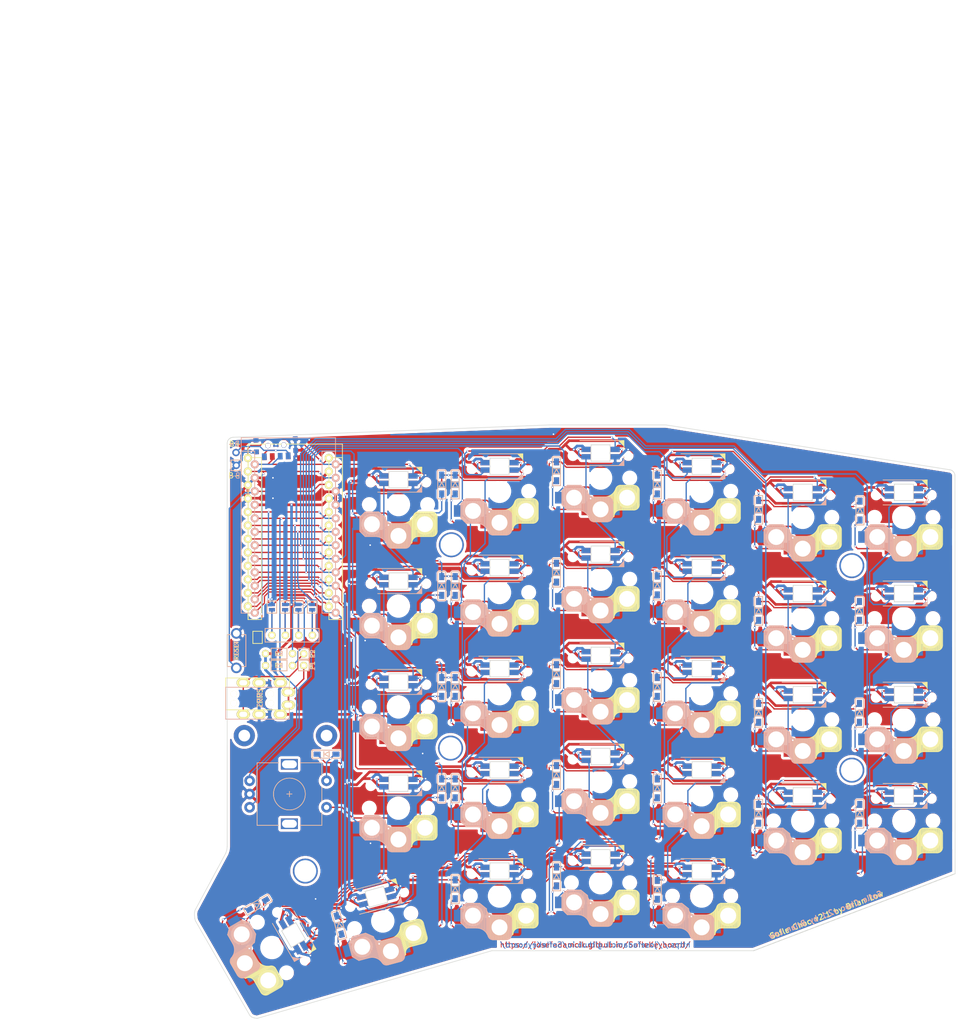
<source format=kicad_pcb>
(kicad_pcb (version 20171130) (host pcbnew "(5.1.10)-1")
  (layers (0 F.Cu signal hide) (31 B.Cu signal) (34 B.Paste user) (35 F.Paste user) (36 B.SilkS user) (37 F.SilkS user) (38 B.Mask user) (39 F.Mask user) (44 Edge.Cuts user))
  (net 0 "")
  (net 1 "Net-(D1-Pad2)")
  (net 2 row4)
  (net 3 "Net-(D2-Pad2)")
  (net 4 "Net-(D3-Pad2)")
  (net 5 row0)
  (net 6 "Net-(D4-Pad2)")
  (net 7 row1)
  (net 8 "Net-(D5-Pad2)")
  (net 9 row2)
  (net 10 "Net-(D6-Pad2)")
  (net 11 row3)
  (net 12 "Net-(D7-Pad2)")
  (net 13 "Net-(D8-Pad2)")
  (net 14 "Net-(D9-Pad2)")
  (net 15 "Net-(D10-Pad2)")
  (net 16 "Net-(D11-Pad2)")
  (net 17 "Net-(D12-Pad2)")
  (net 18 "Net-(D13-Pad2)")
  (net 19 "Net-(D14-Pad2)")
  (net 20 "Net-(D15-Pad2)")
  (net 21 "Net-(D16-Pad2)")
  (net 22 "Net-(D17-Pad2)")
  (net 23 "Net-(D18-Pad2)")
  (net 24 "Net-(D19-Pad2)")
  (net 25 "Net-(D20-Pad2)")
  (net 26 "Net-(D21-Pad2)")
  (net 27 "Net-(D22-Pad2)")
  (net 28 "Net-(D23-Pad2)")
  (net 29 "Net-(D24-Pad2)")
  (net 30 "Net-(D26-Pad2)")
  (net 31 "Net-(D27-Pad2)")
  (net 32 "Net-(D28-Pad2)")
  (net 33 VCC)
  (net 34 GND)
  (net 35 col0)
  (net 36 col1)
  (net 37 col2)
  (net 38 col3)
  (net 39 col4)
  (net 40 SDA)
  (net 41 LED)
  (net 42 SCL)
  (net 43 RESET)
  (net 44 "Net-(D29-Pad2)")
  (net 45 "Net-(U1-Pad7)")
  (net 46 DATA)
  (net 47 "Net-(J3-Pad1)")
  (net 48 "Net-(J3-Pad2)")
  (net 49 "Net-(J3-Pad3)")
  (net 50 "Net-(J3-Pad4)")
  (net 51 "Net-(D30-Pad2)")
  (net 52 SW25B)
  (net 53 SW25A)
  (net 54 ENCB)
  (net 55 ENCA)
  (net 56 /i2c_c)
  (net 57 /i2c_d)
  (net 58 "Net-(SW1-Pad2)")
  (net 59 "Net-(SW2-Pad2)")
  (net 60 "Net-(SW3-Pad2)")
  (net 61 "Net-(SW12-Pad4)")
  (net 62 "Net-(SW13-Pad4)")
  (net 63 "Net-(SW10-Pad2)")
  (net 64 "Net-(SW10-Pad4)")
  (net 65 "Net-(SW11-Pad4)")
  (net 66 "Net-(SW13-Pad2)")
  (net 67 "Net-(SW14-Pad2)")
  (net 68 "Net-(SW15-Pad2)")
  (net 69 "Net-(SW17-Pad2)")
  (net 70 "Net-(SW19-Pad2)")
  (net 71 "Net-(SW26-Pad2)")
  (net 72 "Net-(SW29-Pad2)")
  (net 73 "Net-(SW14-Pad4)")
  (net 74 "Net-(SW15-Pad4)")
  (net 75 "Net-(SW11-Pad2)")
  (net 76 "Net-(SW12-Pad2)")
  (net 77 "Net-(SW21-Pad2)")
  (net 78 "Net-(SW23-Pad2)")
  (net 79 "Net-(SW2-Pad4)")
  (net 80 "Net-(SW20-Pad4)")
  (net 81 "Net-(SW27-Pad2)")
  (net 82 "Net-(SW4-Pad2)")
  (net 83 "Net-(SW6-Pad2)")
  (net 84 "Net-(SW16-Pad4)")
  (net 85 "Net-(SW18-Pad4)")
  (net 86 "Net-(SW22-Pad4)")
  (net 87 RAW)
  (net 88 Bat+)
  (module SofleChoc:SPDT_C128955r (layer B.Cu) (at 97.44362 38.84368 182)
    (fp_text reference Power_SW_R1 hide)
    (fp_text value SW_SPDT)
    (pad 2 smd rect (at -0.75 -2.075 182) (size 0.9 1.25) (layers B.Cu B.Paste B.Mask) (net 87 RAW))
    (pad 3 smd rect (at -2.25 -2.075 182) (size 0.9 1.25) (layers B.Cu B.Paste B.Mask) (net 88 Bat+))
    (pad 1 smd rect (at 2.25 -2.075 182) (size 0.9 1.25) (layers B.Cu B.Paste B.Mask))
    (pad 0 smd rect (at 3.7 1.1 182) (size 0.9 0.9) (layers B.Cu B.Paste B.Mask) (net 34 GND))
    (pad 0 smd rect (at 3.7 -1.1 182) (size 0.9 0.9) (layers B.Cu B.Paste B.Mask) (net 34 GND))
    (pad 0 smd rect (at -3.7 -1.1 182) (size 0.9 0.9) (layers B.Cu B.Paste B.Mask) (net 34 GND))
    (pad 0 smd rect (at -3.7 1.1 182) (size 0.9 0.9) (layers B.Cu B.Paste B.Mask) (net 34 GND))
  )
  (module SofleChoc:SPDT_C128955 (layer F.Cu) (at 97.44108 38.84622 2.3)
    (fp_text reference Power_SW1 hide)
    (fp_text value SW_SPDT)
    (pad 0 smd rect (at -3.7 -1.1 2.3) (size 0.9 0.9) (layers F.Cu F.Paste F.Mask) (net 34 GND))
    (pad 0 smd rect (at -3.7 1.1 2.3) (size 0.9 0.9) (layers F.Cu F.Paste F.Mask) (net 34 GND))
    (pad 0 smd rect (at 3.7 1.1 2.3) (size 0.9 0.9) (layers F.Cu F.Paste F.Mask) (net 34 GND))
    (pad 0 smd rect (at 3.7 -1.1 2.3) (size 0.9 0.9) (layers F.Cu F.Paste F.Mask) (net 34 GND))
    (pad 1 smd rect (at 2.25 2.075 2.3) (size 0.9 1.25) (layers F.Cu F.Paste F.Mask))
    (pad 3 smd rect (at -2.25 2.075 2.3) (size 0.9 1.25) (layers F.Cu F.Paste F.Mask) (net 88 Bat+))
    (pad 2 smd rect (at -0.75 2.075 2.3) (size 0.9 1.25) (layers F.Cu F.Paste F.Mask) (net 87 RAW))
    (pad "" np_thru_hole circle (at -1.5 0 2.3) (size 1 1) (drill 0.9) (layers *.Cu *.Mask))
    (pad "" np_thru_hole circle (at 1.5 0 2.3) (size 1 1) (drill 0.9) (layers *.Cu *.Mask))
  )
  (module MountingHole:MountingHole_2.1mm (layer F.Cu) (at 89.98364 42.61558)
    (fp_text reference Bat_-1 hide)
    (fp_text value MountingHole)
    (pad "" thru_hole circle (at 0 0) (size 1.397 1.397) (drill 0.8128) (layers *.Cu *.Mask) (net 34 GND))
  )
  (module MountingHole:MountingHole_2.1mm (layer F.Cu) (at 89.93792 40.20258)
    (fp_text reference Bat_+1 hide)
    (fp_text value MountingHole)
    (pad "" thru_hole circle (at 0 0) (size 1.397 1.397) (drill 0.8128) (layers *.Cu *.Mask) (net 88 Bat+))
  )
  (module SofleChoc:Choc_Hotswap_SK6812MiniE (layer F.Cu) (at 177.7 123.7 180)
    (fp_text reference SW30 hide)
    (fp_text value SW_PUSH_LED hide)
    (fp_line (start 1.8 3.149) (end -1.8 3.149) (layer Edge.Cuts) (width 0.12))
    (fp_line (start 1.8 6.249) (end 1.8 3.149) (layer Edge.Cuts) (width 0.12))
    (fp_line (start -1.8 6.249) (end 1.8 6.249) (layer Edge.Cuts) (width 0.12))
    (fp_line (start -1.8 3.149) (end -1.8 6.249) (layer Edge.Cuts) (width 0.12))
    (pad 1 smd rect (at 2.75 5.399 180) (size 1.7 1) (layers B.Cu B.Paste B.Mask) (net 33 VCC))
    (pad 4 smd rect (at -2.75 5.399 180) (size 1.7 1) (layers B.Cu B.Paste B.Mask) (net 72 "Net-(SW29-Pad2)"))
    (pad 2 smd rect (at 2.75 3.999 180) (size 1.7 1) (layers B.Cu B.Paste B.Mask) (net 86 "Net-(SW22-Pad4)"))
    (pad 3 smd rect (at -2.75 3.999 180) (size 1.7 1) (layers B.Cu B.Paste B.Mask) (net 34 GND))
    (pad 4 smd rect (at -2.75 3.999 180) (size 1.7 1) (layers F.Cu F.Paste F.Mask) (net 72 "Net-(SW29-Pad2)"))
    (pad 1 smd rect (at 2.75 3.999 180) (size 1.7 1) (layers F.Cu F.Paste F.Mask) (net 33 VCC))
    (pad 3 smd rect (at -2.75 5.399 180) (size 1.7 1) (layers F.Cu F.Paste F.Mask) (net 34 GND))
    (pad 2 smd rect (at 2.75 5.399 180) (size 1.7 1) (layers F.Cu F.Paste F.Mask) (net 86 "Net-(SW22-Pad4)"))
    (pad "" np_thru_hole circle (at -5.22 4.2 180) (size 1 1) (drill 1) (layers *.Cu *.Mask))
    (pad "" np_thru_hole circle (at 5.22 4.2 180) (size 1 1) (drill 1) (layers *.Cu *.Mask))
    (pad "" np_thru_hole circle (at -5 -3.7 270) (size 3 3) (drill 3) (layers *.Cu *.Mask))
    (pad 5 smd rect (at 2.8 -5.9 180) (size 1.6 2.2) (layers F.Cu F.Paste F.Mask) (net 51 "Net-(D30-Pad2)"))
    (pad 6 smd rect (at -7.9 -3.7 180) (size 1.6 2.2) (layers F.Cu F.Paste F.Mask) (net 35 col0) (clearance 0.5))
    (pad 6 smd rect (at 7.8 -3.7 180) (size 1.6 2.2) (layers B.Cu B.Paste B.Mask) (net 35 col0) (clearance 0.3))
    (pad 5 smd rect (at -2.8 -5.9 180) (size 1.6 2.2) (layers B.Cu B.Paste B.Mask) (net 51 "Net-(D30-Pad2)"))
    (pad "" np_thru_hole circle (at 5 -3.7 90) (size 3 3) (drill 3) (layers *.Cu *.Mask))
    (pad "" np_thru_hole circle (at 0 -5.9 90) (size 3 3) (drill 3) (layers *.Cu *.Mask))
    (pad "" np_thru_hole circle (at 0 0 90) (size 3.4 3.4) (drill 3.4) (layers *.Cu *.Mask))
    (pad "" np_thru_hole circle (at 5.5 0 90) (size 1.8 1.8) (drill 1.8) (layers *.Cu *.Mask))
    (pad "" np_thru_hole circle (at -5.5 0 90) (size 1.8 1.8) (drill 1.8) (layers *.Cu *.Mask))
  )
  (module SofleChoc:Choc_Hotswap_SK6812MiniE (layer F.Cu) (at 158.65 121.2 180)
    (fp_text reference SW29 hide)
    (fp_text value SW_PUSH_LED hide)
    (fp_line (start 1.8 3.149) (end -1.8 3.149) (layer Edge.Cuts) (width 0.12))
    (fp_line (start 1.8 6.249) (end 1.8 3.149) (layer Edge.Cuts) (width 0.12))
    (fp_line (start -1.8 6.249) (end 1.8 6.249) (layer Edge.Cuts) (width 0.12))
    (fp_line (start -1.8 3.149) (end -1.8 6.249) (layer Edge.Cuts) (width 0.12))
    (pad 1 smd rect (at 2.75 5.399 180) (size 1.7 1) (layers B.Cu B.Paste B.Mask) (net 33 VCC))
    (pad 4 smd rect (at -2.75 5.399 180) (size 1.7 1) (layers B.Cu B.Paste B.Mask) (net 77 "Net-(SW21-Pad2)"))
    (pad 2 smd rect (at 2.75 3.999 180) (size 1.7 1) (layers B.Cu B.Paste B.Mask) (net 72 "Net-(SW29-Pad2)"))
    (pad 3 smd rect (at -2.75 3.999 180) (size 1.7 1) (layers B.Cu B.Paste B.Mask) (net 34 GND))
    (pad 4 smd rect (at -2.75 3.999 180) (size 1.7 1) (layers F.Cu F.Paste F.Mask) (net 77 "Net-(SW21-Pad2)"))
    (pad 1 smd rect (at 2.75 3.999 180) (size 1.7 1) (layers F.Cu F.Paste F.Mask) (net 33 VCC))
    (pad 3 smd rect (at -2.75 5.399 180) (size 1.7 1) (layers F.Cu F.Paste F.Mask) (net 34 GND))
    (pad 2 smd rect (at 2.75 5.399 180) (size 1.7 1) (layers F.Cu F.Paste F.Mask) (net 72 "Net-(SW29-Pad2)"))
    (pad "" np_thru_hole circle (at -5.22 4.2 180) (size 1 1) (drill 1) (layers *.Cu *.Mask))
    (pad "" np_thru_hole circle (at 5.22 4.2 180) (size 1 1) (drill 1) (layers *.Cu *.Mask))
    (pad "" np_thru_hole circle (at -5 -3.7 270) (size 3 3) (drill 3) (layers *.Cu *.Mask))
    (pad 5 smd rect (at 2.8 -5.9 180) (size 1.6 2.2) (layers F.Cu F.Paste F.Mask) (net 44 "Net-(D29-Pad2)"))
    (pad 6 smd rect (at -7.9 -3.7 180) (size 1.6 2.2) (layers F.Cu F.Paste F.Mask) (net 36 col1) (clearance 0.5))
    (pad 6 smd rect (at 7.8 -3.7 180) (size 1.6 2.2) (layers B.Cu B.Paste B.Mask) (net 36 col1) (clearance 0.3))
    (pad 5 smd rect (at -2.8 -5.9 180) (size 1.6 2.2) (layers B.Cu B.Paste B.Mask) (net 44 "Net-(D29-Pad2)"))
    (pad "" np_thru_hole circle (at 5 -3.7 90) (size 3 3) (drill 3) (layers *.Cu *.Mask))
    (pad "" np_thru_hole circle (at 0 -5.9 90) (size 3 3) (drill 3) (layers *.Cu *.Mask))
    (pad "" np_thru_hole circle (at 0 0 90) (size 3.4 3.4) (drill 3.4) (layers *.Cu *.Mask))
    (pad "" np_thru_hole circle (at 5.5 0 90) (size 1.8 1.8) (drill 1.8) (layers *.Cu *.Mask))
    (pad "" np_thru_hole circle (at -5.5 0 90) (size 1.8 1.8) (drill 1.8) (layers *.Cu *.Mask))
  )
  (module SofleChoc:Choc_Hotswap_SK6812MiniE (layer F.Cu) (at 139.6 123.7 180)
    (fp_text reference SW28 hide)
    (fp_text value SW_PUSH_LED hide)
    (fp_line (start 1.8 3.149) (end -1.8 3.149) (layer Edge.Cuts) (width 0.12))
    (fp_line (start 1.8 6.249) (end 1.8 3.149) (layer Edge.Cuts) (width 0.12))
    (fp_line (start -1.8 6.249) (end 1.8 6.249) (layer Edge.Cuts) (width 0.12))
    (fp_line (start -1.8 3.149) (end -1.8 6.249) (layer Edge.Cuts) (width 0.12))
    (pad 1 smd rect (at 2.75 5.399 180) (size 1.7 1) (layers B.Cu B.Paste B.Mask) (net 33 VCC))
    (pad 4 smd rect (at -2.75 5.399 180) (size 1.7 1) (layers B.Cu B.Paste B.Mask) (net 81 "Net-(SW27-Pad2)"))
    (pad 2 smd rect (at 2.75 3.999 180) (size 1.7 1) (layers B.Cu B.Paste B.Mask) (net 80 "Net-(SW20-Pad4)"))
    (pad 3 smd rect (at -2.75 3.999 180) (size 1.7 1) (layers B.Cu B.Paste B.Mask) (net 34 GND))
    (pad 4 smd rect (at -2.75 3.999 180) (size 1.7 1) (layers F.Cu F.Paste F.Mask) (net 81 "Net-(SW27-Pad2)"))
    (pad 1 smd rect (at 2.75 3.999 180) (size 1.7 1) (layers F.Cu F.Paste F.Mask) (net 33 VCC))
    (pad 3 smd rect (at -2.75 5.399 180) (size 1.7 1) (layers F.Cu F.Paste F.Mask) (net 34 GND))
    (pad 2 smd rect (at 2.75 5.399 180) (size 1.7 1) (layers F.Cu F.Paste F.Mask) (net 80 "Net-(SW20-Pad4)"))
    (pad "" np_thru_hole circle (at -5.22 4.2 180) (size 1 1) (drill 1) (layers *.Cu *.Mask))
    (pad "" np_thru_hole circle (at 5.22 4.2 180) (size 1 1) (drill 1) (layers *.Cu *.Mask))
    (pad "" np_thru_hole circle (at -5 -3.7 270) (size 3 3) (drill 3) (layers *.Cu *.Mask))
    (pad 5 smd rect (at 2.8 -5.9 180) (size 1.6 2.2) (layers F.Cu F.Paste F.Mask) (net 32 "Net-(D28-Pad2)"))
    (pad 6 smd rect (at -7.9 -3.7 180) (size 1.6 2.2) (layers F.Cu F.Paste F.Mask) (net 37 col2) (clearance 0.5))
    (pad 6 smd rect (at 7.8 -3.7 180) (size 1.6 2.2) (layers B.Cu B.Paste B.Mask) (net 37 col2) (clearance 0.3))
    (pad 5 smd rect (at -2.8 -5.9 180) (size 1.6 2.2) (layers B.Cu B.Paste B.Mask) (net 32 "Net-(D28-Pad2)"))
    (pad "" np_thru_hole circle (at 5 -3.7 90) (size 3 3) (drill 3) (layers *.Cu *.Mask))
    (pad "" np_thru_hole circle (at 0 -5.9 90) (size 3 3) (drill 3) (layers *.Cu *.Mask))
    (pad "" np_thru_hole circle (at 0 0 90) (size 3.4 3.4) (drill 3.4) (layers *.Cu *.Mask))
    (pad "" np_thru_hole circle (at 5.5 0 90) (size 1.8 1.8) (drill 1.8) (layers *.Cu *.Mask))
    (pad "" np_thru_hole circle (at -5.5 0 90) (size 1.8 1.8) (drill 1.8) (layers *.Cu *.Mask))
  )
  (module SofleChoc:Choc_Hotswap_SK6812MiniE (layer F.Cu) (at 117.6 128.4 195)
    (fp_text reference SW27 hide)
    (fp_text value SW_PUSH_LED hide)
    (fp_line (start 1.8 3.149) (end -1.8 3.149) (layer Edge.Cuts) (width 0.12))
    (fp_line (start 1.8 6.249) (end 1.8 3.149) (layer Edge.Cuts) (width 0.12))
    (fp_line (start -1.8 6.249) (end 1.8 6.249) (layer Edge.Cuts) (width 0.12))
    (fp_line (start -1.8 3.149) (end -1.8 6.249) (layer Edge.Cuts) (width 0.12))
    (pad 1 smd rect (at 2.75 5.399 195) (size 1.7 1) (layers B.Cu B.Paste B.Mask) (net 33 VCC))
    (pad 4 smd rect (at -2.75 5.399 195) (size 1.7 1) (layers B.Cu B.Paste B.Mask) (net 71 "Net-(SW26-Pad2)"))
    (pad 2 smd rect (at 2.75 3.999 195) (size 1.7 1) (layers B.Cu B.Paste B.Mask) (net 81 "Net-(SW27-Pad2)"))
    (pad 3 smd rect (at -2.75 3.999 195) (size 1.7 1) (layers B.Cu B.Paste B.Mask) (net 34 GND))
    (pad 4 smd rect (at -2.75 3.999 195) (size 1.7 1) (layers F.Cu F.Paste F.Mask) (net 71 "Net-(SW26-Pad2)"))
    (pad 1 smd rect (at 2.75 3.999 195) (size 1.7 1) (layers F.Cu F.Paste F.Mask) (net 33 VCC))
    (pad 3 smd rect (at -2.75 5.399 195) (size 1.7 1) (layers F.Cu F.Paste F.Mask) (net 34 GND))
    (pad 2 smd rect (at 2.75 5.399 195) (size 1.7 1) (layers F.Cu F.Paste F.Mask) (net 81 "Net-(SW27-Pad2)"))
    (pad "" np_thru_hole circle (at -5.22 4.2 195) (size 1 1) (drill 1) (layers *.Cu *.Mask))
    (pad "" np_thru_hole circle (at 5.22 4.2 195) (size 1 1) (drill 1) (layers *.Cu *.Mask))
    (pad "" np_thru_hole circle (at -5 -3.7 285) (size 3 3) (drill 3) (layers *.Cu *.Mask))
    (pad 5 smd rect (at 2.8 -5.9 195) (size 1.6 2.2) (layers F.Cu F.Paste F.Mask) (net 31 "Net-(D27-Pad2)"))
    (pad 6 smd rect (at -7.9 -3.7 195) (size 1.6 2.2) (layers F.Cu F.Paste F.Mask) (net 38 col3) (clearance 0.5))
    (pad 6 smd rect (at 7.8 -3.7 195) (size 1.6 2.2) (layers B.Cu B.Paste B.Mask) (net 38 col3) (clearance 0.3))
    (pad 5 smd rect (at -2.8 -5.9 195) (size 1.6 2.2) (layers B.Cu B.Paste B.Mask) (net 31 "Net-(D27-Pad2)"))
    (pad "" np_thru_hole circle (at 5 -3.7 105) (size 3 3) (drill 3) (layers *.Cu *.Mask))
    (pad "" np_thru_hole circle (at 0 -5.9 105) (size 3 3) (drill 3) (layers *.Cu *.Mask))
    (pad "" np_thru_hole circle (at 0 0 105) (size 3.4 3.4) (drill 3.4) (layers *.Cu *.Mask))
    (pad "" np_thru_hole circle (at 5.5 0 105) (size 1.8 1.8) (drill 1.8) (layers *.Cu *.Mask))
    (pad "" np_thru_hole circle (at -5.5 0 105) (size 1.8 1.8) (drill 1.8) (layers *.Cu *.Mask))
  )
  (module SofleChoc:Choc_Hotswap_SK6812MiniE (layer F.Cu) (at 96.71 133.4 120)
    (fp_text reference SW26 hide)
    (fp_text value SW_PUSH_LED hide)
    (fp_line (start 1.8 3.149) (end -1.8 3.149) (layer Edge.Cuts) (width 0.12))
    (fp_line (start 1.8 6.249) (end 1.8 3.149) (layer Edge.Cuts) (width 0.12))
    (fp_line (start -1.8 6.249) (end 1.8 6.249) (layer Edge.Cuts) (width 0.12))
    (fp_line (start -1.8 3.149) (end -1.8 6.249) (layer Edge.Cuts) (width 0.12))
    (pad 1 smd rect (at 2.75 5.399 120) (size 1.7 1) (layers B.Cu B.Paste B.Mask) (net 33 VCC))
    (pad 4 smd rect (at -2.75 5.399 120) (size 1.7 1) (layers B.Cu B.Paste B.Mask) (net 70 "Net-(SW19-Pad2)"))
    (pad 2 smd rect (at 2.75 3.999 120) (size 1.7 1) (layers B.Cu B.Paste B.Mask) (net 71 "Net-(SW26-Pad2)"))
    (pad 3 smd rect (at -2.75 3.999 120) (size 1.7 1) (layers B.Cu B.Paste B.Mask) (net 34 GND))
    (pad 4 smd rect (at -2.75 3.999 120) (size 1.7 1) (layers F.Cu F.Paste F.Mask) (net 70 "Net-(SW19-Pad2)"))
    (pad 1 smd rect (at 2.75 3.999 120) (size 1.7 1) (layers F.Cu F.Paste F.Mask) (net 33 VCC))
    (pad 3 smd rect (at -2.75 5.399 120) (size 1.7 1) (layers F.Cu F.Paste F.Mask) (net 34 GND))
    (pad 2 smd rect (at 2.75 5.399 120) (size 1.7 1) (layers F.Cu F.Paste F.Mask) (net 71 "Net-(SW26-Pad2)"))
    (pad "" np_thru_hole circle (at -5.22 4.2 120) (size 1 1) (drill 1) (layers *.Cu *.Mask))
    (pad "" np_thru_hole circle (at 5.22 4.2 120) (size 1 1) (drill 1) (layers *.Cu *.Mask))
    (pad "" np_thru_hole circle (at -5 -3.7 210) (size 3 3) (drill 3) (layers *.Cu *.Mask))
    (pad 5 smd rect (at 2.8 -5.9 120) (size 1.6 2.2) (layers F.Cu F.Paste F.Mask) (net 30 "Net-(D26-Pad2)"))
    (pad 6 smd rect (at -7.9 -3.7 120) (size 1.6 2.2) (layers F.Cu F.Paste F.Mask) (net 39 col4) (clearance 0.5))
    (pad 6 smd rect (at 7.8 -3.7 120) (size 1.6 2.2) (layers B.Cu B.Paste B.Mask) (net 39 col4) (clearance 0.3))
    (pad 5 smd rect (at -2.8 -5.9 120) (size 1.6 2.2) (layers B.Cu B.Paste B.Mask) (net 30 "Net-(D26-Pad2)"))
    (pad "" np_thru_hole circle (at 5 -3.7 30) (size 3 3) (drill 3) (layers *.Cu *.Mask))
    (pad "" np_thru_hole circle (at 0 -5.9 30) (size 3 3) (drill 3) (layers *.Cu *.Mask))
    (pad "" np_thru_hole circle (at 0 0 30) (size 3.4 3.4) (drill 3.4) (layers *.Cu *.Mask))
    (pad "" np_thru_hole circle (at 5.5 0 30) (size 1.8 1.8) (drill 1.8) (layers *.Cu *.Mask))
    (pad "" np_thru_hole circle (at -5.5 0 30) (size 1.8 1.8) (drill 1.8) (layers *.Cu *.Mask))
  )
  (module SofleChoc:Choc_Hotswap_SK6812MiniE (layer F.Cu) (at 215.8 109.55 180)
    (fp_text reference SW24 hide)
    (fp_text value SW_PUSH_LED hide)
    (fp_line (start 1.8 3.149) (end -1.8 3.149) (layer Edge.Cuts) (width 0.12))
    (fp_line (start 1.8 6.249) (end 1.8 3.149) (layer Edge.Cuts) (width 0.12))
    (fp_line (start -1.8 6.249) (end 1.8 6.249) (layer Edge.Cuts) (width 0.12))
    (fp_line (start -1.8 3.149) (end -1.8 6.249) (layer Edge.Cuts) (width 0.12))
    (pad 1 smd rect (at 2.75 5.399 180) (size 1.7 1) (layers B.Cu B.Paste B.Mask) (net 33 VCC))
    (pad 4 smd rect (at -2.75 5.399 180) (size 1.7 1) (layers B.Cu B.Paste B.Mask) (net 78 "Net-(SW23-Pad2)"))
    (pad 2 smd rect (at 2.75 3.999 180) (size 1.7 1) (layers B.Cu B.Paste B.Mask) (net 85 "Net-(SW18-Pad4)"))
    (pad 3 smd rect (at -2.75 3.999 180) (size 1.7 1) (layers B.Cu B.Paste B.Mask) (net 34 GND))
    (pad 4 smd rect (at -2.75 3.999 180) (size 1.7 1) (layers F.Cu F.Paste F.Mask) (net 78 "Net-(SW23-Pad2)"))
    (pad 1 smd rect (at 2.75 3.999 180) (size 1.7 1) (layers F.Cu F.Paste F.Mask) (net 33 VCC))
    (pad 3 smd rect (at -2.75 5.399 180) (size 1.7 1) (layers F.Cu F.Paste F.Mask) (net 34 GND))
    (pad 2 smd rect (at 2.75 5.399 180) (size 1.7 1) (layers F.Cu F.Paste F.Mask) (net 85 "Net-(SW18-Pad4)"))
    (pad "" np_thru_hole circle (at -5.22 4.2 180) (size 1 1) (drill 1) (layers *.Cu *.Mask))
    (pad "" np_thru_hole circle (at 5.22 4.2 180) (size 1 1) (drill 1) (layers *.Cu *.Mask))
    (pad "" np_thru_hole circle (at -5 -3.7 270) (size 3 3) (drill 3) (layers *.Cu *.Mask))
    (pad 5 smd rect (at 2.8 -5.9 180) (size 1.6 2.2) (layers F.Cu F.Paste F.Mask) (net 29 "Net-(D24-Pad2)"))
    (pad 6 smd rect (at -7.9 -3.7 180) (size 1.6 2.2) (layers F.Cu F.Paste F.Mask) (net 35 col0) (clearance 0.5))
    (pad 6 smd rect (at 7.8 -3.7 180) (size 1.6 2.2) (layers B.Cu B.Paste B.Mask) (net 35 col0) (clearance 0.3))
    (pad 5 smd rect (at -2.8 -5.9 180) (size 1.6 2.2) (layers B.Cu B.Paste B.Mask) (net 29 "Net-(D24-Pad2)"))
    (pad "" np_thru_hole circle (at 5 -3.7 90) (size 3 3) (drill 3) (layers *.Cu *.Mask))
    (pad "" np_thru_hole circle (at 0 -5.9 90) (size 3 3) (drill 3) (layers *.Cu *.Mask))
    (pad "" np_thru_hole circle (at 0 0 90) (size 3.4 3.4) (drill 3.4) (layers *.Cu *.Mask))
    (pad "" np_thru_hole circle (at 5.5 0 90) (size 1.8 1.8) (drill 1.8) (layers *.Cu *.Mask))
    (pad "" np_thru_hole circle (at -5.5 0 90) (size 1.8 1.8) (drill 1.8) (layers *.Cu *.Mask))
  )
  (module SofleChoc:Choc_Hotswap_SK6812MiniE (layer F.Cu) (at 196.75 109.55 180)
    (fp_text reference SW23 hide)
    (fp_text value SW_PUSH_LED hide)
    (fp_line (start 1.8 3.149) (end -1.8 3.149) (layer Edge.Cuts) (width 0.12))
    (fp_line (start 1.8 6.249) (end 1.8 3.149) (layer Edge.Cuts) (width 0.12))
    (fp_line (start -1.8 6.249) (end 1.8 6.249) (layer Edge.Cuts) (width 0.12))
    (fp_line (start -1.8 3.149) (end -1.8 6.249) (layer Edge.Cuts) (width 0.12))
    (pad 1 smd rect (at 2.75 5.399 180) (size 1.7 1) (layers B.Cu B.Paste B.Mask) (net 33 VCC))
    (pad 4 smd rect (at -2.75 5.399 180) (size 1.7 1) (layers B.Cu B.Paste B.Mask) (net 69 "Net-(SW17-Pad2)"))
    (pad 2 smd rect (at 2.75 3.999 180) (size 1.7 1) (layers B.Cu B.Paste B.Mask) (net 78 "Net-(SW23-Pad2)"))
    (pad 3 smd rect (at -2.75 3.999 180) (size 1.7 1) (layers B.Cu B.Paste B.Mask) (net 34 GND))
    (pad 4 smd rect (at -2.75 3.999 180) (size 1.7 1) (layers F.Cu F.Paste F.Mask) (net 69 "Net-(SW17-Pad2)"))
    (pad 1 smd rect (at 2.75 3.999 180) (size 1.7 1) (layers F.Cu F.Paste F.Mask) (net 33 VCC))
    (pad 3 smd rect (at -2.75 5.399 180) (size 1.7 1) (layers F.Cu F.Paste F.Mask) (net 34 GND))
    (pad 2 smd rect (at 2.75 5.399 180) (size 1.7 1) (layers F.Cu F.Paste F.Mask) (net 78 "Net-(SW23-Pad2)"))
    (pad "" np_thru_hole circle (at -5.22 4.2 180) (size 1 1) (drill 1) (layers *.Cu *.Mask))
    (pad "" np_thru_hole circle (at 5.22 4.2 180) (size 1 1) (drill 1) (layers *.Cu *.Mask))
    (pad "" np_thru_hole circle (at -5 -3.7 270) (size 3 3) (drill 3) (layers *.Cu *.Mask))
    (pad 5 smd rect (at 2.8 -5.9 180) (size 1.6 2.2) (layers F.Cu F.Paste F.Mask) (net 28 "Net-(D23-Pad2)"))
    (pad 6 smd rect (at -7.9 -3.7 180) (size 1.6 2.2) (layers F.Cu F.Paste F.Mask) (net 36 col1) (clearance 0.5))
    (pad 6 smd rect (at 7.8 -3.7 180) (size 1.6 2.2) (layers B.Cu B.Paste B.Mask) (net 36 col1) (clearance 0.3))
    (pad 5 smd rect (at -2.8 -5.9 180) (size 1.6 2.2) (layers B.Cu B.Paste B.Mask) (net 28 "Net-(D23-Pad2)"))
    (pad "" np_thru_hole circle (at 5 -3.7 90) (size 3 3) (drill 3) (layers *.Cu *.Mask))
    (pad "" np_thru_hole circle (at 0 -5.9 90) (size 3 3) (drill 3) (layers *.Cu *.Mask))
    (pad "" np_thru_hole circle (at 0 0 90) (size 3.4 3.4) (drill 3.4) (layers *.Cu *.Mask))
    (pad "" np_thru_hole circle (at 5.5 0 90) (size 1.8 1.8) (drill 1.8) (layers *.Cu *.Mask))
    (pad "" np_thru_hole circle (at -5.5 0 90) (size 1.8 1.8) (drill 1.8) (layers *.Cu *.Mask))
  )
  (module SofleChoc:Choc_Hotswap_SK6812MiniE (layer F.Cu) (at 177.7 104.65 180)
    (fp_text reference SW22 hide)
    (fp_text value SW_PUSH_LED hide)
    (fp_line (start 1.8 3.149) (end -1.8 3.149) (layer Edge.Cuts) (width 0.12))
    (fp_line (start 1.8 6.249) (end 1.8 3.149) (layer Edge.Cuts) (width 0.12))
    (fp_line (start -1.8 6.249) (end 1.8 6.249) (layer Edge.Cuts) (width 0.12))
    (fp_line (start -1.8 3.149) (end -1.8 6.249) (layer Edge.Cuts) (width 0.12))
    (pad 1 smd rect (at 2.75 5.399 180) (size 1.7 1) (layers B.Cu B.Paste B.Mask) (net 33 VCC))
    (pad 4 smd rect (at -2.75 5.399 180) (size 1.7 1) (layers B.Cu B.Paste B.Mask) (net 86 "Net-(SW22-Pad4)"))
    (pad 2 smd rect (at 2.75 3.999 180) (size 1.7 1) (layers B.Cu B.Paste B.Mask) (net 84 "Net-(SW16-Pad4)"))
    (pad 3 smd rect (at -2.75 3.999 180) (size 1.7 1) (layers B.Cu B.Paste B.Mask) (net 34 GND))
    (pad 4 smd rect (at -2.75 3.999 180) (size 1.7 1) (layers F.Cu F.Paste F.Mask) (net 86 "Net-(SW22-Pad4)"))
    (pad 1 smd rect (at 2.75 3.999 180) (size 1.7 1) (layers F.Cu F.Paste F.Mask) (net 33 VCC))
    (pad 3 smd rect (at -2.75 5.399 180) (size 1.7 1) (layers F.Cu F.Paste F.Mask) (net 34 GND))
    (pad 2 smd rect (at 2.75 5.399 180) (size 1.7 1) (layers F.Cu F.Paste F.Mask) (net 84 "Net-(SW16-Pad4)"))
    (pad "" np_thru_hole circle (at -5.22 4.2 180) (size 1 1) (drill 1) (layers *.Cu *.Mask))
    (pad "" np_thru_hole circle (at 5.22 4.2 180) (size 1 1) (drill 1) (layers *.Cu *.Mask))
    (pad "" np_thru_hole circle (at -5 -3.7 270) (size 3 3) (drill 3) (layers *.Cu *.Mask))
    (pad 5 smd rect (at 2.8 -5.9 180) (size 1.6 2.2) (layers F.Cu F.Paste F.Mask) (net 27 "Net-(D22-Pad2)"))
    (pad 6 smd rect (at -7.9 -3.7 180) (size 1.6 2.2) (layers F.Cu F.Paste F.Mask) (net 37 col2) (clearance 0.5))
    (pad 6 smd rect (at 7.8 -3.7 180) (size 1.6 2.2) (layers B.Cu B.Paste B.Mask) (net 37 col2) (clearance 0.3))
    (pad 5 smd rect (at -2.8 -5.9 180) (size 1.6 2.2) (layers B.Cu B.Paste B.Mask) (net 27 "Net-(D22-Pad2)"))
    (pad "" np_thru_hole circle (at 5 -3.7 90) (size 3 3) (drill 3) (layers *.Cu *.Mask))
    (pad "" np_thru_hole circle (at 0 -5.9 90) (size 3 3) (drill 3) (layers *.Cu *.Mask))
    (pad "" np_thru_hole circle (at 0 0 90) (size 3.4 3.4) (drill 3.4) (layers *.Cu *.Mask))
    (pad "" np_thru_hole circle (at 5.5 0 90) (size 1.8 1.8) (drill 1.8) (layers *.Cu *.Mask))
    (pad "" np_thru_hole circle (at -5.5 0 90) (size 1.8 1.8) (drill 1.8) (layers *.Cu *.Mask))
  )
  (module SofleChoc:Choc_Hotswap_SK6812MiniE (layer F.Cu) (at 158.65 102.15 180)
    (fp_text reference SW21 hide)
    (fp_text value SW_PUSH_LED hide)
    (fp_line (start 1.8 3.149) (end -1.8 3.149) (layer Edge.Cuts) (width 0.12))
    (fp_line (start 1.8 6.249) (end 1.8 3.149) (layer Edge.Cuts) (width 0.12))
    (fp_line (start -1.8 6.249) (end 1.8 6.249) (layer Edge.Cuts) (width 0.12))
    (fp_line (start -1.8 3.149) (end -1.8 6.249) (layer Edge.Cuts) (width 0.12))
    (pad 1 smd rect (at 2.75 5.399 180) (size 1.7 1) (layers B.Cu B.Paste B.Mask) (net 33 VCC))
    (pad 4 smd rect (at -2.75 5.399 180) (size 1.7 1) (layers B.Cu B.Paste B.Mask) (net 68 "Net-(SW15-Pad2)"))
    (pad 2 smd rect (at 2.75 3.999 180) (size 1.7 1) (layers B.Cu B.Paste B.Mask) (net 77 "Net-(SW21-Pad2)"))
    (pad 3 smd rect (at -2.75 3.999 180) (size 1.7 1) (layers B.Cu B.Paste B.Mask) (net 34 GND))
    (pad 4 smd rect (at -2.75 3.999 180) (size 1.7 1) (layers F.Cu F.Paste F.Mask) (net 68 "Net-(SW15-Pad2)"))
    (pad 1 smd rect (at 2.75 3.999 180) (size 1.7 1) (layers F.Cu F.Paste F.Mask) (net 33 VCC))
    (pad 3 smd rect (at -2.75 5.399 180) (size 1.7 1) (layers F.Cu F.Paste F.Mask) (net 34 GND))
    (pad 2 smd rect (at 2.75 5.399 180) (size 1.7 1) (layers F.Cu F.Paste F.Mask) (net 77 "Net-(SW21-Pad2)"))
    (pad "" np_thru_hole circle (at -5.22 4.2 180) (size 1 1) (drill 1) (layers *.Cu *.Mask))
    (pad "" np_thru_hole circle (at 5.22 4.2 180) (size 1 1) (drill 1) (layers *.Cu *.Mask))
    (pad "" np_thru_hole circle (at -5 -3.7 270) (size 3 3) (drill 3) (layers *.Cu *.Mask))
    (pad 5 smd rect (at 2.8 -5.9 180) (size 1.6 2.2) (layers F.Cu F.Paste F.Mask) (net 26 "Net-(D21-Pad2)"))
    (pad 6 smd rect (at -7.9 -3.7 180) (size 1.6 2.2) (layers F.Cu F.Paste F.Mask) (net 38 col3) (clearance 0.5))
    (pad 6 smd rect (at 7.8 -3.7 180) (size 1.6 2.2) (layers B.Cu B.Paste B.Mask) (net 38 col3) (clearance 0.3))
    (pad 5 smd rect (at -2.8 -5.9 180) (size 1.6 2.2) (layers B.Cu B.Paste B.Mask) (net 26 "Net-(D21-Pad2)"))
    (pad "" np_thru_hole circle (at 5 -3.7 90) (size 3 3) (drill 3) (layers *.Cu *.Mask))
    (pad "" np_thru_hole circle (at 0 -5.9 90) (size 3 3) (drill 3) (layers *.Cu *.Mask))
    (pad "" np_thru_hole circle (at 0 0 90) (size 3.4 3.4) (drill 3.4) (layers *.Cu *.Mask))
    (pad "" np_thru_hole circle (at 5.5 0 90) (size 1.8 1.8) (drill 1.8) (layers *.Cu *.Mask))
    (pad "" np_thru_hole circle (at -5.5 0 90) (size 1.8 1.8) (drill 1.8) (layers *.Cu *.Mask))
  )
  (module SofleChoc:Choc_Hotswap_SK6812MiniE (layer F.Cu) (at 139.6 104.65 180)
    (fp_text reference SW20 hide)
    (fp_text value SW_PUSH_LED hide)
    (fp_line (start 1.8 3.149) (end -1.8 3.149) (layer Edge.Cuts) (width 0.12))
    (fp_line (start 1.8 6.249) (end 1.8 3.149) (layer Edge.Cuts) (width 0.12))
    (fp_line (start -1.8 6.249) (end 1.8 6.249) (layer Edge.Cuts) (width 0.12))
    (fp_line (start -1.8 3.149) (end -1.8 6.249) (layer Edge.Cuts) (width 0.12))
    (pad 1 smd rect (at 2.75 5.399 180) (size 1.7 1) (layers B.Cu B.Paste B.Mask) (net 33 VCC))
    (pad 4 smd rect (at -2.75 5.399 180) (size 1.7 1) (layers B.Cu B.Paste B.Mask) (net 80 "Net-(SW20-Pad4)"))
    (pad 2 smd rect (at 2.75 3.999 180) (size 1.7 1) (layers B.Cu B.Paste B.Mask) (net 73 "Net-(SW14-Pad4)"))
    (pad 3 smd rect (at -2.75 3.999 180) (size 1.7 1) (layers B.Cu B.Paste B.Mask) (net 34 GND))
    (pad 4 smd rect (at -2.75 3.999 180) (size 1.7 1) (layers F.Cu F.Paste F.Mask) (net 80 "Net-(SW20-Pad4)"))
    (pad 1 smd rect (at 2.75 3.999 180) (size 1.7 1) (layers F.Cu F.Paste F.Mask) (net 33 VCC))
    (pad 3 smd rect (at -2.75 5.399 180) (size 1.7 1) (layers F.Cu F.Paste F.Mask) (net 34 GND))
    (pad 2 smd rect (at 2.75 5.399 180) (size 1.7 1) (layers F.Cu F.Paste F.Mask) (net 73 "Net-(SW14-Pad4)"))
    (pad "" np_thru_hole circle (at -5.22 4.2 180) (size 1 1) (drill 1) (layers *.Cu *.Mask))
    (pad "" np_thru_hole circle (at 5.22 4.2 180) (size 1 1) (drill 1) (layers *.Cu *.Mask))
    (pad "" np_thru_hole circle (at -5 -3.7 270) (size 3 3) (drill 3) (layers *.Cu *.Mask))
    (pad 5 smd rect (at 2.8 -5.9 180) (size 1.6 2.2) (layers F.Cu F.Paste F.Mask) (net 25 "Net-(D20-Pad2)"))
    (pad 6 smd rect (at -7.9 -3.7 180) (size 1.6 2.2) (layers F.Cu F.Paste F.Mask) (net 39 col4) (clearance 0.5))
    (pad 6 smd rect (at 7.8 -3.7 180) (size 1.6 2.2) (layers B.Cu B.Paste B.Mask) (net 39 col4) (clearance 0.3))
    (pad 5 smd rect (at -2.8 -5.9 180) (size 1.6 2.2) (layers B.Cu B.Paste B.Mask) (net 25 "Net-(D20-Pad2)"))
    (pad "" np_thru_hole circle (at 5 -3.7 90) (size 3 3) (drill 3) (layers *.Cu *.Mask))
    (pad "" np_thru_hole circle (at 0 -5.9 90) (size 3 3) (drill 3) (layers *.Cu *.Mask))
    (pad "" np_thru_hole circle (at 0 0 90) (size 3.4 3.4) (drill 3.4) (layers *.Cu *.Mask))
    (pad "" np_thru_hole circle (at 5.5 0 90) (size 1.8 1.8) (drill 1.8) (layers *.Cu *.Mask))
    (pad "" np_thru_hole circle (at -5.5 0 90) (size 1.8 1.8) (drill 1.8) (layers *.Cu *.Mask))
  )
  (module SofleChoc:Choc_Hotswap_SK6812MiniE (layer F.Cu) (at 120.55 107.15 180)
    (fp_text reference SW19 hide)
    (fp_text value SW_PUSH_LED hide)
    (fp_line (start 1.8 3.149) (end -1.8 3.149) (layer Edge.Cuts) (width 0.12))
    (fp_line (start 1.8 6.249) (end 1.8 3.149) (layer Edge.Cuts) (width 0.12))
    (fp_line (start -1.8 6.249) (end 1.8 6.249) (layer Edge.Cuts) (width 0.12))
    (fp_line (start -1.8 3.149) (end -1.8 6.249) (layer Edge.Cuts) (width 0.12))
    (pad 1 smd rect (at 2.75 5.399 180) (size 1.7 1) (layers B.Cu B.Paste B.Mask) (net 33 VCC))
    (pad 4 smd rect (at -2.75 5.399 180) (size 1.7 1) (layers B.Cu B.Paste B.Mask) (net 66 "Net-(SW13-Pad2)"))
    (pad 2 smd rect (at 2.75 3.999 180) (size 1.7 1) (layers B.Cu B.Paste B.Mask) (net 70 "Net-(SW19-Pad2)"))
    (pad 3 smd rect (at -2.75 3.999 180) (size 1.7 1) (layers B.Cu B.Paste B.Mask) (net 34 GND))
    (pad 4 smd rect (at -2.75 3.999 180) (size 1.7 1) (layers F.Cu F.Paste F.Mask) (net 66 "Net-(SW13-Pad2)"))
    (pad 1 smd rect (at 2.75 3.999 180) (size 1.7 1) (layers F.Cu F.Paste F.Mask) (net 33 VCC))
    (pad 3 smd rect (at -2.75 5.399 180) (size 1.7 1) (layers F.Cu F.Paste F.Mask) (net 34 GND))
    (pad 2 smd rect (at 2.75 5.399 180) (size 1.7 1) (layers F.Cu F.Paste F.Mask) (net 70 "Net-(SW19-Pad2)"))
    (pad "" np_thru_hole circle (at -5.22 4.2 180) (size 1 1) (drill 1) (layers *.Cu *.Mask))
    (pad "" np_thru_hole circle (at 5.22 4.2 180) (size 1 1) (drill 1) (layers *.Cu *.Mask))
    (pad "" np_thru_hole circle (at -5 -3.7 270) (size 3 3) (drill 3) (layers *.Cu *.Mask))
    (pad 5 smd rect (at 2.8 -5.9 180) (size 1.6 2.2) (layers F.Cu F.Paste F.Mask) (net 24 "Net-(D19-Pad2)"))
    (pad 6 smd rect (at -7.9 -3.7 180) (size 1.6 2.2) (layers F.Cu F.Paste F.Mask) (net 53 SW25A) (clearance 0.5))
    (pad 6 smd rect (at 7.8 -3.7 180) (size 1.6 2.2) (layers B.Cu B.Paste B.Mask) (net 53 SW25A) (clearance 0.3))
    (pad 5 smd rect (at -2.8 -5.9 180) (size 1.6 2.2) (layers B.Cu B.Paste B.Mask) (net 24 "Net-(D19-Pad2)"))
    (pad "" np_thru_hole circle (at 5 -3.7 90) (size 3 3) (drill 3) (layers *.Cu *.Mask))
    (pad "" np_thru_hole circle (at 0 -5.9 90) (size 3 3) (drill 3) (layers *.Cu *.Mask))
    (pad "" np_thru_hole circle (at 0 0 90) (size 3.4 3.4) (drill 3.4) (layers *.Cu *.Mask))
    (pad "" np_thru_hole circle (at 5.5 0 90) (size 1.8 1.8) (drill 1.8) (layers *.Cu *.Mask))
    (pad "" np_thru_hole circle (at -5.5 0 90) (size 1.8 1.8) (drill 1.8) (layers *.Cu *.Mask))
  )
  (module SofleChoc:Choc_Hotswap_SK6812MiniE (layer F.Cu) (at 215.8 90.5 180)
    (fp_text reference SW18 hide)
    (fp_text value SW_PUSH_LED hide)
    (fp_line (start 1.8 3.149) (end -1.8 3.149) (layer Edge.Cuts) (width 0.12))
    (fp_line (start 1.8 6.249) (end 1.8 3.149) (layer Edge.Cuts) (width 0.12))
    (fp_line (start -1.8 6.249) (end 1.8 6.249) (layer Edge.Cuts) (width 0.12))
    (fp_line (start -1.8 3.149) (end -1.8 6.249) (layer Edge.Cuts) (width 0.12))
    (pad 1 smd rect (at 2.75 5.399 180) (size 1.7 1) (layers B.Cu B.Paste B.Mask) (net 33 VCC))
    (pad 4 smd rect (at -2.75 5.399 180) (size 1.7 1) (layers B.Cu B.Paste B.Mask) (net 85 "Net-(SW18-Pad4)"))
    (pad 2 smd rect (at 2.75 3.999 180) (size 1.7 1) (layers B.Cu B.Paste B.Mask) (net 61 "Net-(SW12-Pad4)"))
    (pad 3 smd rect (at -2.75 3.999 180) (size 1.7 1) (layers B.Cu B.Paste B.Mask) (net 34 GND))
    (pad 4 smd rect (at -2.75 3.999 180) (size 1.7 1) (layers F.Cu F.Paste F.Mask) (net 85 "Net-(SW18-Pad4)"))
    (pad 1 smd rect (at 2.75 3.999 180) (size 1.7 1) (layers F.Cu F.Paste F.Mask) (net 33 VCC))
    (pad 3 smd rect (at -2.75 5.399 180) (size 1.7 1) (layers F.Cu F.Paste F.Mask) (net 34 GND))
    (pad 2 smd rect (at 2.75 5.399 180) (size 1.7 1) (layers F.Cu F.Paste F.Mask) (net 61 "Net-(SW12-Pad4)"))
    (pad "" np_thru_hole circle (at -5.22 4.2 180) (size 1 1) (drill 1) (layers *.Cu *.Mask))
    (pad "" np_thru_hole circle (at 5.22 4.2 180) (size 1 1) (drill 1) (layers *.Cu *.Mask))
    (pad "" np_thru_hole circle (at -5 -3.7 270) (size 3 3) (drill 3) (layers *.Cu *.Mask))
    (pad 5 smd rect (at 2.8 -5.9 180) (size 1.6 2.2) (layers F.Cu F.Paste F.Mask) (net 23 "Net-(D18-Pad2)"))
    (pad 6 smd rect (at -7.9 -3.7 180) (size 1.6 2.2) (layers F.Cu F.Paste F.Mask) (net 35 col0) (clearance 0.5))
    (pad 6 smd rect (at 7.8 -3.7 180) (size 1.6 2.2) (layers B.Cu B.Paste B.Mask) (net 35 col0) (clearance 0.3))
    (pad 5 smd rect (at -2.8 -5.9 180) (size 1.6 2.2) (layers B.Cu B.Paste B.Mask) (net 23 "Net-(D18-Pad2)"))
    (pad "" np_thru_hole circle (at 5 -3.7 90) (size 3 3) (drill 3) (layers *.Cu *.Mask))
    (pad "" np_thru_hole circle (at 0 -5.9 90) (size 3 3) (drill 3) (layers *.Cu *.Mask))
    (pad "" np_thru_hole circle (at 0 0 90) (size 3.4 3.4) (drill 3.4) (layers *.Cu *.Mask))
    (pad "" np_thru_hole circle (at 5.5 0 90) (size 1.8 1.8) (drill 1.8) (layers *.Cu *.Mask))
    (pad "" np_thru_hole circle (at -5.5 0 90) (size 1.8 1.8) (drill 1.8) (layers *.Cu *.Mask))
  )
  (module SofleChoc:Choc_Hotswap_SK6812MiniE (layer F.Cu) (at 196.75 90.5 180)
    (fp_text reference SW17 hide)
    (fp_text value SW_PUSH_LED hide)
    (fp_line (start 1.8 3.149) (end -1.8 3.149) (layer Edge.Cuts) (width 0.12))
    (fp_line (start 1.8 6.249) (end 1.8 3.149) (layer Edge.Cuts) (width 0.12))
    (fp_line (start -1.8 6.249) (end 1.8 6.249) (layer Edge.Cuts) (width 0.12))
    (fp_line (start -1.8 3.149) (end -1.8 6.249) (layer Edge.Cuts) (width 0.12))
    (pad 1 smd rect (at 2.75 5.399 180) (size 1.7 1) (layers B.Cu B.Paste B.Mask) (net 33 VCC))
    (pad 4 smd rect (at -2.75 5.399 180) (size 1.7 1) (layers B.Cu B.Paste B.Mask) (net 75 "Net-(SW11-Pad2)"))
    (pad 2 smd rect (at 2.75 3.999 180) (size 1.7 1) (layers B.Cu B.Paste B.Mask) (net 69 "Net-(SW17-Pad2)"))
    (pad 3 smd rect (at -2.75 3.999 180) (size 1.7 1) (layers B.Cu B.Paste B.Mask) (net 34 GND))
    (pad 4 smd rect (at -2.75 3.999 180) (size 1.7 1) (layers F.Cu F.Paste F.Mask) (net 75 "Net-(SW11-Pad2)"))
    (pad 1 smd rect (at 2.75 3.999 180) (size 1.7 1) (layers F.Cu F.Paste F.Mask) (net 33 VCC))
    (pad 3 smd rect (at -2.75 5.399 180) (size 1.7 1) (layers F.Cu F.Paste F.Mask) (net 34 GND))
    (pad 2 smd rect (at 2.75 5.399 180) (size 1.7 1) (layers F.Cu F.Paste F.Mask) (net 69 "Net-(SW17-Pad2)"))
    (pad "" np_thru_hole circle (at -5.22 4.2 180) (size 1 1) (drill 1) (layers *.Cu *.Mask))
    (pad "" np_thru_hole circle (at 5.22 4.2 180) (size 1 1) (drill 1) (layers *.Cu *.Mask))
    (pad "" np_thru_hole circle (at -5 -3.7 270) (size 3 3) (drill 3) (layers *.Cu *.Mask))
    (pad 5 smd rect (at 2.8 -5.9 180) (size 1.6 2.2) (layers F.Cu F.Paste F.Mask) (net 22 "Net-(D17-Pad2)"))
    (pad 6 smd rect (at -7.9 -3.7 180) (size 1.6 2.2) (layers F.Cu F.Paste F.Mask) (net 36 col1) (clearance 0.5))
    (pad 6 smd rect (at 7.8 -3.7 180) (size 1.6 2.2) (layers B.Cu B.Paste B.Mask) (net 36 col1) (clearance 0.3))
    (pad 5 smd rect (at -2.8 -5.9 180) (size 1.6 2.2) (layers B.Cu B.Paste B.Mask) (net 22 "Net-(D17-Pad2)"))
    (pad "" np_thru_hole circle (at 5 -3.7 90) (size 3 3) (drill 3) (layers *.Cu *.Mask))
    (pad "" np_thru_hole circle (at 0 -5.9 90) (size 3 3) (drill 3) (layers *.Cu *.Mask))
    (pad "" np_thru_hole circle (at 0 0 90) (size 3.4 3.4) (drill 3.4) (layers *.Cu *.Mask))
    (pad "" np_thru_hole circle (at 5.5 0 90) (size 1.8 1.8) (drill 1.8) (layers *.Cu *.Mask))
    (pad "" np_thru_hole circle (at -5.5 0 90) (size 1.8 1.8) (drill 1.8) (layers *.Cu *.Mask))
  )
  (module SofleChoc:Choc_Hotswap_SK6812MiniE (layer F.Cu) (at 177.7 85.6 180)
    (fp_text reference SW16 hide)
    (fp_text value SW_PUSH_LED hide)
    (fp_line (start 1.8 3.149) (end -1.8 3.149) (layer Edge.Cuts) (width 0.12))
    (fp_line (start 1.8 6.249) (end 1.8 3.149) (layer Edge.Cuts) (width 0.12))
    (fp_line (start -1.8 6.249) (end 1.8 6.249) (layer Edge.Cuts) (width 0.12))
    (fp_line (start -1.8 3.149) (end -1.8 6.249) (layer Edge.Cuts) (width 0.12))
    (pad 1 smd rect (at 2.75 5.399 180) (size 1.7 1) (layers B.Cu B.Paste B.Mask) (net 33 VCC))
    (pad 4 smd rect (at -2.75 5.399 180) (size 1.7 1) (layers B.Cu B.Paste B.Mask) (net 84 "Net-(SW16-Pad4)"))
    (pad 2 smd rect (at 2.75 3.999 180) (size 1.7 1) (layers B.Cu B.Paste B.Mask) (net 64 "Net-(SW10-Pad4)"))
    (pad 3 smd rect (at -2.75 3.999 180) (size 1.7 1) (layers B.Cu B.Paste B.Mask) (net 34 GND))
    (pad 4 smd rect (at -2.75 3.999 180) (size 1.7 1) (layers F.Cu F.Paste F.Mask) (net 84 "Net-(SW16-Pad4)"))
    (pad 1 smd rect (at 2.75 3.999 180) (size 1.7 1) (layers F.Cu F.Paste F.Mask) (net 33 VCC))
    (pad 3 smd rect (at -2.75 5.399 180) (size 1.7 1) (layers F.Cu F.Paste F.Mask) (net 34 GND))
    (pad 2 smd rect (at 2.75 5.399 180) (size 1.7 1) (layers F.Cu F.Paste F.Mask) (net 64 "Net-(SW10-Pad4)"))
    (pad "" np_thru_hole circle (at -5.22 4.2 180) (size 1 1) (drill 1) (layers *.Cu *.Mask))
    (pad "" np_thru_hole circle (at 5.22 4.2 180) (size 1 1) (drill 1) (layers *.Cu *.Mask))
    (pad "" np_thru_hole circle (at -5 -3.7 270) (size 3 3) (drill 3) (layers *.Cu *.Mask))
    (pad 5 smd rect (at 2.8 -5.9 180) (size 1.6 2.2) (layers F.Cu F.Paste F.Mask) (net 21 "Net-(D16-Pad2)"))
    (pad 6 smd rect (at -7.9 -3.7 180) (size 1.6 2.2) (layers F.Cu F.Paste F.Mask) (net 37 col2) (clearance 0.5))
    (pad 6 smd rect (at 7.8 -3.7 180) (size 1.6 2.2) (layers B.Cu B.Paste B.Mask) (net 37 col2) (clearance 0.3))
    (pad 5 smd rect (at -2.8 -5.9 180) (size 1.6 2.2) (layers B.Cu B.Paste B.Mask) (net 21 "Net-(D16-Pad2)"))
    (pad "" np_thru_hole circle (at 5 -3.7 90) (size 3 3) (drill 3) (layers *.Cu *.Mask))
    (pad "" np_thru_hole circle (at 0 -5.9 90) (size 3 3) (drill 3) (layers *.Cu *.Mask))
    (pad "" np_thru_hole circle (at 0 0 90) (size 3.4 3.4) (drill 3.4) (layers *.Cu *.Mask))
    (pad "" np_thru_hole circle (at 5.5 0 90) (size 1.8 1.8) (drill 1.8) (layers *.Cu *.Mask))
    (pad "" np_thru_hole circle (at -5.5 0 90) (size 1.8 1.8) (drill 1.8) (layers *.Cu *.Mask))
  )
  (module SofleChoc:Choc_Hotswap_SK6812MiniE (layer F.Cu) (at 158.65 83.1 180)
    (fp_text reference SW15 hide)
    (fp_text value SW_PUSH_LED hide)
    (fp_line (start 1.8 3.149) (end -1.8 3.149) (layer Edge.Cuts) (width 0.12))
    (fp_line (start 1.8 6.249) (end 1.8 3.149) (layer Edge.Cuts) (width 0.12))
    (fp_line (start -1.8 6.249) (end 1.8 6.249) (layer Edge.Cuts) (width 0.12))
    (fp_line (start -1.8 3.149) (end -1.8 6.249) (layer Edge.Cuts) (width 0.12))
    (pad 1 smd rect (at 2.75 5.399 180) (size 1.7 1) (layers B.Cu B.Paste B.Mask) (net 33 VCC))
    (pad 4 smd rect (at -2.75 5.399 180) (size 1.7 1) (layers B.Cu B.Paste B.Mask) (net 74 "Net-(SW15-Pad4)"))
    (pad 2 smd rect (at 2.75 3.999 180) (size 1.7 1) (layers B.Cu B.Paste B.Mask) (net 68 "Net-(SW15-Pad2)"))
    (pad 3 smd rect (at -2.75 3.999 180) (size 1.7 1) (layers B.Cu B.Paste B.Mask) (net 34 GND))
    (pad 4 smd rect (at -2.75 3.999 180) (size 1.7 1) (layers F.Cu F.Paste F.Mask) (net 74 "Net-(SW15-Pad4)"))
    (pad 1 smd rect (at 2.75 3.999 180) (size 1.7 1) (layers F.Cu F.Paste F.Mask) (net 33 VCC))
    (pad 3 smd rect (at -2.75 5.399 180) (size 1.7 1) (layers F.Cu F.Paste F.Mask) (net 34 GND))
    (pad 2 smd rect (at 2.75 5.399 180) (size 1.7 1) (layers F.Cu F.Paste F.Mask) (net 68 "Net-(SW15-Pad2)"))
    (pad "" np_thru_hole circle (at -5.22 4.2 180) (size 1 1) (drill 1) (layers *.Cu *.Mask))
    (pad "" np_thru_hole circle (at 5.22 4.2 180) (size 1 1) (drill 1) (layers *.Cu *.Mask))
    (pad "" np_thru_hole circle (at -5 -3.7 270) (size 3 3) (drill 3) (layers *.Cu *.Mask))
    (pad 5 smd rect (at 2.8 -5.9 180) (size 1.6 2.2) (layers F.Cu F.Paste F.Mask) (net 20 "Net-(D15-Pad2)"))
    (pad 6 smd rect (at -7.9 -3.7 180) (size 1.6 2.2) (layers F.Cu F.Paste F.Mask) (net 38 col3) (clearance 0.5))
    (pad 6 smd rect (at 7.8 -3.7 180) (size 1.6 2.2) (layers B.Cu B.Paste B.Mask) (net 38 col3) (clearance 0.3))
    (pad 5 smd rect (at -2.8 -5.9 180) (size 1.6 2.2) (layers B.Cu B.Paste B.Mask) (net 20 "Net-(D15-Pad2)"))
    (pad "" np_thru_hole circle (at 5 -3.7 90) (size 3 3) (drill 3) (layers *.Cu *.Mask))
    (pad "" np_thru_hole circle (at 0 -5.9 90) (size 3 3) (drill 3) (layers *.Cu *.Mask))
    (pad "" np_thru_hole circle (at 0 0 90) (size 3.4 3.4) (drill 3.4) (layers *.Cu *.Mask))
    (pad "" np_thru_hole circle (at 5.5 0 90) (size 1.8 1.8) (drill 1.8) (layers *.Cu *.Mask))
    (pad "" np_thru_hole circle (at -5.5 0 90) (size 1.8 1.8) (drill 1.8) (layers *.Cu *.Mask))
  )
  (module SofleChoc:Choc_Hotswap_SK6812MiniE (layer F.Cu) (at 139.6 85.6 180)
    (fp_text reference SW14 hide)
    (fp_text value SW_PUSH_LED hide)
    (fp_line (start 1.8 3.149) (end -1.8 3.149) (layer Edge.Cuts) (width 0.12))
    (fp_line (start 1.8 6.249) (end 1.8 3.149) (layer Edge.Cuts) (width 0.12))
    (fp_line (start -1.8 6.249) (end 1.8 6.249) (layer Edge.Cuts) (width 0.12))
    (fp_line (start -1.8 3.149) (end -1.8 6.249) (layer Edge.Cuts) (width 0.12))
    (pad 1 smd rect (at 2.75 5.399 180) (size 1.7 1) (layers B.Cu B.Paste B.Mask) (net 33 VCC))
    (pad 4 smd rect (at -2.75 5.399 180) (size 1.7 1) (layers B.Cu B.Paste B.Mask) (net 73 "Net-(SW14-Pad4)"))
    (pad 2 smd rect (at 2.75 3.999 180) (size 1.7 1) (layers B.Cu B.Paste B.Mask) (net 67 "Net-(SW14-Pad2)"))
    (pad 3 smd rect (at -2.75 3.999 180) (size 1.7 1) (layers B.Cu B.Paste B.Mask) (net 34 GND))
    (pad 4 smd rect (at -2.75 3.999 180) (size 1.7 1) (layers F.Cu F.Paste F.Mask) (net 73 "Net-(SW14-Pad4)"))
    (pad 1 smd rect (at 2.75 3.999 180) (size 1.7 1) (layers F.Cu F.Paste F.Mask) (net 33 VCC))
    (pad 3 smd rect (at -2.75 5.399 180) (size 1.7 1) (layers F.Cu F.Paste F.Mask) (net 34 GND))
    (pad 2 smd rect (at 2.75 5.399 180) (size 1.7 1) (layers F.Cu F.Paste F.Mask) (net 67 "Net-(SW14-Pad2)"))
    (pad "" np_thru_hole circle (at -5.22 4.2 180) (size 1 1) (drill 1) (layers *.Cu *.Mask))
    (pad "" np_thru_hole circle (at 5.22 4.2 180) (size 1 1) (drill 1) (layers *.Cu *.Mask))
    (pad "" np_thru_hole circle (at -5 -3.7 270) (size 3 3) (drill 3) (layers *.Cu *.Mask))
    (pad 5 smd rect (at 2.8 -5.9 180) (size 1.6 2.2) (layers F.Cu F.Paste F.Mask) (net 19 "Net-(D14-Pad2)"))
    (pad 6 smd rect (at -7.9 -3.7 180) (size 1.6 2.2) (layers F.Cu F.Paste F.Mask) (net 39 col4) (clearance 0.5))
    (pad 6 smd rect (at 7.8 -3.7 180) (size 1.6 2.2) (layers B.Cu B.Paste B.Mask) (net 39 col4) (clearance 0.3))
    (pad 5 smd rect (at -2.8 -5.9 180) (size 1.6 2.2) (layers B.Cu B.Paste B.Mask) (net 19 "Net-(D14-Pad2)"))
    (pad "" np_thru_hole circle (at 5 -3.7 90) (size 3 3) (drill 3) (layers *.Cu *.Mask))
    (pad "" np_thru_hole circle (at 0 -5.9 90) (size 3 3) (drill 3) (layers *.Cu *.Mask))
    (pad "" np_thru_hole circle (at 0 0 90) (size 3.4 3.4) (drill 3.4) (layers *.Cu *.Mask))
    (pad "" np_thru_hole circle (at 5.5 0 90) (size 1.8 1.8) (drill 1.8) (layers *.Cu *.Mask))
    (pad "" np_thru_hole circle (at -5.5 0 90) (size 1.8 1.8) (drill 1.8) (layers *.Cu *.Mask))
  )
  (module SofleChoc:Choc_Hotswap_SK6812MiniE (layer F.Cu) (at 120.55 88.1 180)
    (fp_text reference SW13 hide)
    (fp_text value SW_PUSH_LED hide)
    (fp_line (start 1.8 3.149) (end -1.8 3.149) (layer Edge.Cuts) (width 0.12))
    (fp_line (start 1.8 6.249) (end 1.8 3.149) (layer Edge.Cuts) (width 0.12))
    (fp_line (start -1.8 6.249) (end 1.8 6.249) (layer Edge.Cuts) (width 0.12))
    (fp_line (start -1.8 3.149) (end -1.8 6.249) (layer Edge.Cuts) (width 0.12))
    (pad 1 smd rect (at 2.75 5.399 180) (size 1.7 1) (layers B.Cu B.Paste B.Mask) (net 33 VCC))
    (pad 4 smd rect (at -2.75 5.399 180) (size 1.7 1) (layers B.Cu B.Paste B.Mask) (net 62 "Net-(SW13-Pad4)"))
    (pad 2 smd rect (at 2.75 3.999 180) (size 1.7 1) (layers B.Cu B.Paste B.Mask) (net 66 "Net-(SW13-Pad2)"))
    (pad 3 smd rect (at -2.75 3.999 180) (size 1.7 1) (layers B.Cu B.Paste B.Mask) (net 34 GND))
    (pad 4 smd rect (at -2.75 3.999 180) (size 1.7 1) (layers F.Cu F.Paste F.Mask) (net 62 "Net-(SW13-Pad4)"))
    (pad 1 smd rect (at 2.75 3.999 180) (size 1.7 1) (layers F.Cu F.Paste F.Mask) (net 33 VCC))
    (pad 3 smd rect (at -2.75 5.399 180) (size 1.7 1) (layers F.Cu F.Paste F.Mask) (net 34 GND))
    (pad 2 smd rect (at 2.75 5.399 180) (size 1.7 1) (layers F.Cu F.Paste F.Mask) (net 66 "Net-(SW13-Pad2)"))
    (pad "" np_thru_hole circle (at -5.22 4.2 180) (size 1 1) (drill 1) (layers *.Cu *.Mask))
    (pad "" np_thru_hole circle (at 5.22 4.2 180) (size 1 1) (drill 1) (layers *.Cu *.Mask))
    (pad "" np_thru_hole circle (at -5 -3.7 270) (size 3 3) (drill 3) (layers *.Cu *.Mask))
    (pad 5 smd rect (at 2.8 -5.9 180) (size 1.6 2.2) (layers F.Cu F.Paste F.Mask) (net 18 "Net-(D13-Pad2)"))
    (pad 6 smd rect (at -7.9 -3.7 180) (size 1.6 2.2) (layers F.Cu F.Paste F.Mask) (net 53 SW25A) (clearance 0.5))
    (pad 6 smd rect (at 7.8 -3.7 180) (size 1.6 2.2) (layers B.Cu B.Paste B.Mask) (net 53 SW25A) (clearance 0.3))
    (pad 5 smd rect (at -2.8 -5.9 180) (size 1.6 2.2) (layers B.Cu B.Paste B.Mask) (net 18 "Net-(D13-Pad2)"))
    (pad "" np_thru_hole circle (at 5 -3.7 90) (size 3 3) (drill 3) (layers *.Cu *.Mask))
    (pad "" np_thru_hole circle (at 0 -5.9 90) (size 3 3) (drill 3) (layers *.Cu *.Mask))
    (pad "" np_thru_hole circle (at 0 0 90) (size 3.4 3.4) (drill 3.4) (layers *.Cu *.Mask))
    (pad "" np_thru_hole circle (at 5.5 0 90) (size 1.8 1.8) (drill 1.8) (layers *.Cu *.Mask))
    (pad "" np_thru_hole circle (at -5.5 0 90) (size 1.8 1.8) (drill 1.8) (layers *.Cu *.Mask))
  )
  (module SofleChoc:Choc_Hotswap_SK6812MiniE (layer F.Cu) (at 215.8 71.45 180)
    (fp_text reference SW12 hide)
    (fp_text value SW_PUSH_LED hide)
    (fp_line (start 1.8 3.149) (end -1.8 3.149) (layer Edge.Cuts) (width 0.12))
    (fp_line (start 1.8 6.249) (end 1.8 3.149) (layer Edge.Cuts) (width 0.12))
    (fp_line (start -1.8 6.249) (end 1.8 6.249) (layer Edge.Cuts) (width 0.12))
    (fp_line (start -1.8 3.149) (end -1.8 6.249) (layer Edge.Cuts) (width 0.12))
    (pad 1 smd rect (at 2.75 5.399 180) (size 1.7 1) (layers B.Cu B.Paste B.Mask) (net 33 VCC))
    (pad 4 smd rect (at -2.75 5.399 180) (size 1.7 1) (layers B.Cu B.Paste B.Mask) (net 61 "Net-(SW12-Pad4)"))
    (pad 2 smd rect (at 2.75 3.999 180) (size 1.7 1) (layers B.Cu B.Paste B.Mask) (net 76 "Net-(SW12-Pad2)"))
    (pad 3 smd rect (at -2.75 3.999 180) (size 1.7 1) (layers B.Cu B.Paste B.Mask) (net 34 GND))
    (pad 4 smd rect (at -2.75 3.999 180) (size 1.7 1) (layers F.Cu F.Paste F.Mask) (net 61 "Net-(SW12-Pad4)"))
    (pad 1 smd rect (at 2.75 3.999 180) (size 1.7 1) (layers F.Cu F.Paste F.Mask) (net 33 VCC))
    (pad 3 smd rect (at -2.75 5.399 180) (size 1.7 1) (layers F.Cu F.Paste F.Mask) (net 34 GND))
    (pad 2 smd rect (at 2.75 5.399 180) (size 1.7 1) (layers F.Cu F.Paste F.Mask) (net 76 "Net-(SW12-Pad2)"))
    (pad "" np_thru_hole circle (at -5.22 4.2 180) (size 1 1) (drill 1) (layers *.Cu *.Mask))
    (pad "" np_thru_hole circle (at 5.22 4.2 180) (size 1 1) (drill 1) (layers *.Cu *.Mask))
    (pad "" np_thru_hole circle (at -5 -3.7 270) (size 3 3) (drill 3) (layers *.Cu *.Mask))
    (pad 5 smd rect (at 2.8 -5.9 180) (size 1.6 2.2) (layers F.Cu F.Paste F.Mask) (net 17 "Net-(D12-Pad2)"))
    (pad 6 smd rect (at -7.9 -3.7 180) (size 1.6 2.2) (layers F.Cu F.Paste F.Mask) (net 35 col0) (clearance 0.5))
    (pad 6 smd rect (at 7.8 -3.7 180) (size 1.6 2.2) (layers B.Cu B.Paste B.Mask) (net 35 col0) (clearance 0.3))
    (pad 5 smd rect (at -2.8 -5.9 180) (size 1.6 2.2) (layers B.Cu B.Paste B.Mask) (net 17 "Net-(D12-Pad2)"))
    (pad "" np_thru_hole circle (at 5 -3.7 90) (size 3 3) (drill 3) (layers *.Cu *.Mask))
    (pad "" np_thru_hole circle (at 0 -5.9 90) (size 3 3) (drill 3) (layers *.Cu *.Mask))
    (pad "" np_thru_hole circle (at 0 0 90) (size 3.4 3.4) (drill 3.4) (layers *.Cu *.Mask))
    (pad "" np_thru_hole circle (at 5.5 0 90) (size 1.8 1.8) (drill 1.8) (layers *.Cu *.Mask))
    (pad "" np_thru_hole circle (at -5.5 0 90) (size 1.8 1.8) (drill 1.8) (layers *.Cu *.Mask))
  )
  (module SofleChoc:Choc_Hotswap_SK6812MiniE (layer F.Cu) (at 196.75 71.45 180)
    (fp_text reference SW11 hide)
    (fp_text value SW_PUSH_LED hide)
    (fp_line (start 1.8 3.149) (end -1.8 3.149) (layer Edge.Cuts) (width 0.12))
    (fp_line (start 1.8 6.249) (end 1.8 3.149) (layer Edge.Cuts) (width 0.12))
    (fp_line (start -1.8 6.249) (end 1.8 6.249) (layer Edge.Cuts) (width 0.12))
    (fp_line (start -1.8 3.149) (end -1.8 6.249) (layer Edge.Cuts) (width 0.12))
    (pad 1 smd rect (at 2.75 5.399 180) (size 1.7 1) (layers B.Cu B.Paste B.Mask) (net 33 VCC))
    (pad 4 smd rect (at -2.75 5.399 180) (size 1.7 1) (layers B.Cu B.Paste B.Mask) (net 65 "Net-(SW11-Pad4)"))
    (pad 2 smd rect (at 2.75 3.999 180) (size 1.7 1) (layers B.Cu B.Paste B.Mask) (net 75 "Net-(SW11-Pad2)"))
    (pad 3 smd rect (at -2.75 3.999 180) (size 1.7 1) (layers B.Cu B.Paste B.Mask) (net 34 GND))
    (pad 4 smd rect (at -2.75 3.999 180) (size 1.7 1) (layers F.Cu F.Paste F.Mask) (net 65 "Net-(SW11-Pad4)"))
    (pad 1 smd rect (at 2.75 3.999 180) (size 1.7 1) (layers F.Cu F.Paste F.Mask) (net 33 VCC))
    (pad 3 smd rect (at -2.75 5.399 180) (size 1.7 1) (layers F.Cu F.Paste F.Mask) (net 34 GND))
    (pad 2 smd rect (at 2.75 5.399 180) (size 1.7 1) (layers F.Cu F.Paste F.Mask) (net 75 "Net-(SW11-Pad2)"))
    (pad "" np_thru_hole circle (at -5.22 4.2 180) (size 1 1) (drill 1) (layers *.Cu *.Mask))
    (pad "" np_thru_hole circle (at 5.22 4.2 180) (size 1 1) (drill 1) (layers *.Cu *.Mask))
    (pad "" np_thru_hole circle (at -5 -3.7 270) (size 3 3) (drill 3) (layers *.Cu *.Mask))
    (pad 5 smd rect (at 2.8 -5.9 180) (size 1.6 2.2) (layers F.Cu F.Paste F.Mask) (net 16 "Net-(D11-Pad2)"))
    (pad 6 smd rect (at -7.9 -3.7 180) (size 1.6 2.2) (layers F.Cu F.Paste F.Mask) (net 36 col1) (clearance 0.5))
    (pad 6 smd rect (at 7.8 -3.7 180) (size 1.6 2.2) (layers B.Cu B.Paste B.Mask) (net 36 col1) (clearance 0.3))
    (pad 5 smd rect (at -2.8 -5.9 180) (size 1.6 2.2) (layers B.Cu B.Paste B.Mask) (net 16 "Net-(D11-Pad2)"))
    (pad "" np_thru_hole circle (at 5 -3.7 90) (size 3 3) (drill 3) (layers *.Cu *.Mask))
    (pad "" np_thru_hole circle (at 0 -5.9 90) (size 3 3) (drill 3) (layers *.Cu *.Mask))
    (pad "" np_thru_hole circle (at 0 0 90) (size 3.4 3.4) (drill 3.4) (layers *.Cu *.Mask))
    (pad "" np_thru_hole circle (at 5.5 0 90) (size 1.8 1.8) (drill 1.8) (layers *.Cu *.Mask))
    (pad "" np_thru_hole circle (at -5.5 0 90) (size 1.8 1.8) (drill 1.8) (layers *.Cu *.Mask))
  )
  (module SofleChoc:Choc_Hotswap_SK6812MiniE (layer F.Cu) (at 177.7 66.55 180)
    (fp_text reference SW10 hide)
    (fp_text value SW_PUSH_LED hide)
    (fp_line (start 1.8 3.149) (end -1.8 3.149) (layer Edge.Cuts) (width 0.12))
    (fp_line (start 1.8 6.249) (end 1.8 3.149) (layer Edge.Cuts) (width 0.12))
    (fp_line (start -1.8 6.249) (end 1.8 6.249) (layer Edge.Cuts) (width 0.12))
    (fp_line (start -1.8 3.149) (end -1.8 6.249) (layer Edge.Cuts) (width 0.12))
    (pad 1 smd rect (at 2.75 5.399 180) (size 1.7 1) (layers B.Cu B.Paste B.Mask) (net 33 VCC))
    (pad 4 smd rect (at -2.75 5.399 180) (size 1.7 1) (layers B.Cu B.Paste B.Mask) (net 64 "Net-(SW10-Pad4)"))
    (pad 2 smd rect (at 2.75 3.999 180) (size 1.7 1) (layers B.Cu B.Paste B.Mask) (net 63 "Net-(SW10-Pad2)"))
    (pad 3 smd rect (at -2.75 3.999 180) (size 1.7 1) (layers B.Cu B.Paste B.Mask) (net 34 GND))
    (pad 4 smd rect (at -2.75 3.999 180) (size 1.7 1) (layers F.Cu F.Paste F.Mask) (net 64 "Net-(SW10-Pad4)"))
    (pad 1 smd rect (at 2.75 3.999 180) (size 1.7 1) (layers F.Cu F.Paste F.Mask) (net 33 VCC))
    (pad 3 smd rect (at -2.75 5.399 180) (size 1.7 1) (layers F.Cu F.Paste F.Mask) (net 34 GND))
    (pad 2 smd rect (at 2.75 5.399 180) (size 1.7 1) (layers F.Cu F.Paste F.Mask) (net 63 "Net-(SW10-Pad2)"))
    (pad "" np_thru_hole circle (at -5.22 4.2 180) (size 1 1) (drill 1) (layers *.Cu *.Mask))
    (pad "" np_thru_hole circle (at 5.22 4.2 180) (size 1 1) (drill 1) (layers *.Cu *.Mask))
    (pad "" np_thru_hole circle (at -5 -3.7 270) (size 3 3) (drill 3) (layers *.Cu *.Mask))
    (pad 5 smd rect (at 2.8 -5.9 180) (size 1.6 2.2) (layers F.Cu F.Paste F.Mask) (net 15 "Net-(D10-Pad2)"))
    (pad 6 smd rect (at -7.9 -3.7 180) (size 1.6 2.2) (layers F.Cu F.Paste F.Mask) (net 37 col2) (clearance 0.5))
    (pad 6 smd rect (at 7.8 -3.7 180) (size 1.6 2.2) (layers B.Cu B.Paste B.Mask) (net 37 col2) (clearance 0.3))
    (pad 5 smd rect (at -2.8 -5.9 180) (size 1.6 2.2) (layers B.Cu B.Paste B.Mask) (net 15 "Net-(D10-Pad2)"))
    (pad "" np_thru_hole circle (at 5 -3.7 90) (size 3 3) (drill 3) (layers *.Cu *.Mask))
    (pad "" np_thru_hole circle (at 0 -5.9 90) (size 3 3) (drill 3) (layers *.Cu *.Mask))
    (pad "" np_thru_hole circle (at 0 0 90) (size 3.4 3.4) (drill 3.4) (layers *.Cu *.Mask))
    (pad "" np_thru_hole circle (at 5.5 0 90) (size 1.8 1.8) (drill 1.8) (layers *.Cu *.Mask))
    (pad "" np_thru_hole circle (at -5.5 0 90) (size 1.8 1.8) (drill 1.8) (layers *.Cu *.Mask))
  )
  (module SofleChoc:Choc_Hotswap_SK6812MiniE (layer F.Cu) (at 158.65 64.05 180)
    (fp_text reference SW9 hide)
    (fp_text value SW_PUSH_LED hide)
    (fp_line (start 1.8 3.149) (end -1.8 3.149) (layer Edge.Cuts) (width 0.12))
    (fp_line (start 1.8 6.249) (end 1.8 3.149) (layer Edge.Cuts) (width 0.12))
    (fp_line (start -1.8 6.249) (end 1.8 6.249) (layer Edge.Cuts) (width 0.12))
    (fp_line (start -1.8 3.149) (end -1.8 6.249) (layer Edge.Cuts) (width 0.12))
    (pad 1 smd rect (at 2.75 5.399 180) (size 1.7 1) (layers B.Cu B.Paste B.Mask) (net 33 VCC))
    (pad 4 smd rect (at -2.75 5.399 180) (size 1.7 1) (layers B.Cu B.Paste B.Mask) (net 60 "Net-(SW3-Pad2)"))
    (pad 2 smd rect (at 2.75 3.999 180) (size 1.7 1) (layers B.Cu B.Paste B.Mask) (net 74 "Net-(SW15-Pad4)"))
    (pad 3 smd rect (at -2.75 3.999 180) (size 1.7 1) (layers B.Cu B.Paste B.Mask) (net 34 GND))
    (pad 4 smd rect (at -2.75 3.999 180) (size 1.7 1) (layers F.Cu F.Paste F.Mask) (net 60 "Net-(SW3-Pad2)"))
    (pad 1 smd rect (at 2.75 3.999 180) (size 1.7 1) (layers F.Cu F.Paste F.Mask) (net 33 VCC))
    (pad 3 smd rect (at -2.75 5.399 180) (size 1.7 1) (layers F.Cu F.Paste F.Mask) (net 34 GND))
    (pad 2 smd rect (at 2.75 5.399 180) (size 1.7 1) (layers F.Cu F.Paste F.Mask) (net 74 "Net-(SW15-Pad4)"))
    (pad "" np_thru_hole circle (at -5.22 4.2 180) (size 1 1) (drill 1) (layers *.Cu *.Mask))
    (pad "" np_thru_hole circle (at 5.22 4.2 180) (size 1 1) (drill 1) (layers *.Cu *.Mask))
    (pad "" np_thru_hole circle (at -5 -3.7 270) (size 3 3) (drill 3) (layers *.Cu *.Mask))
    (pad 5 smd rect (at 2.8 -5.9 180) (size 1.6 2.2) (layers F.Cu F.Paste F.Mask) (net 14 "Net-(D9-Pad2)"))
    (pad 6 smd rect (at -7.9 -3.7 180) (size 1.6 2.2) (layers F.Cu F.Paste F.Mask) (net 38 col3) (clearance 0.5))
    (pad 6 smd rect (at 7.8 -3.7 180) (size 1.6 2.2) (layers B.Cu B.Paste B.Mask) (net 38 col3) (clearance 0.3))
    (pad 5 smd rect (at -2.8 -5.9 180) (size 1.6 2.2) (layers B.Cu B.Paste B.Mask) (net 14 "Net-(D9-Pad2)"))
    (pad "" np_thru_hole circle (at 5 -3.7 90) (size 3 3) (drill 3) (layers *.Cu *.Mask))
    (pad "" np_thru_hole circle (at 0 -5.9 90) (size 3 3) (drill 3) (layers *.Cu *.Mask))
    (pad "" np_thru_hole circle (at 0 0 90) (size 3.4 3.4) (drill 3.4) (layers *.Cu *.Mask))
    (pad "" np_thru_hole circle (at 5.5 0 90) (size 1.8 1.8) (drill 1.8) (layers *.Cu *.Mask))
    (pad "" np_thru_hole circle (at -5.5 0 90) (size 1.8 1.8) (drill 1.8) (layers *.Cu *.Mask))
  )
  (module SofleChoc:Choc_Hotswap_SK6812MiniE (layer F.Cu) (at 139.6 66.55 180)
    (fp_text reference SW8 hide)
    (fp_text value SW_PUSH_LED hide)
    (fp_line (start 1.8 3.149) (end -1.8 3.149) (layer Edge.Cuts) (width 0.12))
    (fp_line (start 1.8 6.249) (end 1.8 3.149) (layer Edge.Cuts) (width 0.12))
    (fp_line (start -1.8 6.249) (end 1.8 6.249) (layer Edge.Cuts) (width 0.12))
    (fp_line (start -1.8 3.149) (end -1.8 6.249) (layer Edge.Cuts) (width 0.12))
    (pad 1 smd rect (at 2.75 5.399 180) (size 1.7 1) (layers B.Cu B.Paste B.Mask) (net 33 VCC))
    (pad 4 smd rect (at -2.75 5.399 180) (size 1.7 1) (layers B.Cu B.Paste B.Mask) (net 67 "Net-(SW14-Pad2)"))
    (pad 2 smd rect (at 2.75 3.999 180) (size 1.7 1) (layers B.Cu B.Paste B.Mask) (net 79 "Net-(SW2-Pad4)"))
    (pad 3 smd rect (at -2.75 3.999 180) (size 1.7 1) (layers B.Cu B.Paste B.Mask) (net 34 GND))
    (pad 4 smd rect (at -2.75 3.999 180) (size 1.7 1) (layers F.Cu F.Paste F.Mask) (net 67 "Net-(SW14-Pad2)"))
    (pad 1 smd rect (at 2.75 3.999 180) (size 1.7 1) (layers F.Cu F.Paste F.Mask) (net 33 VCC))
    (pad 3 smd rect (at -2.75 5.399 180) (size 1.7 1) (layers F.Cu F.Paste F.Mask) (net 34 GND))
    (pad 2 smd rect (at 2.75 5.399 180) (size 1.7 1) (layers F.Cu F.Paste F.Mask) (net 79 "Net-(SW2-Pad4)"))
    (pad "" np_thru_hole circle (at -5.22 4.2 180) (size 1 1) (drill 1) (layers *.Cu *.Mask))
    (pad "" np_thru_hole circle (at 5.22 4.2 180) (size 1 1) (drill 1) (layers *.Cu *.Mask))
    (pad "" np_thru_hole circle (at -5 -3.7 270) (size 3 3) (drill 3) (layers *.Cu *.Mask))
    (pad 5 smd rect (at 2.8 -5.9 180) (size 1.6 2.2) (layers F.Cu F.Paste F.Mask) (net 13 "Net-(D8-Pad2)"))
    (pad 6 smd rect (at -7.9 -3.7 180) (size 1.6 2.2) (layers F.Cu F.Paste F.Mask) (net 39 col4) (clearance 0.5))
    (pad 6 smd rect (at 7.8 -3.7 180) (size 1.6 2.2) (layers B.Cu B.Paste B.Mask) (net 39 col4) (clearance 0.3))
    (pad 5 smd rect (at -2.8 -5.9 180) (size 1.6 2.2) (layers B.Cu B.Paste B.Mask) (net 13 "Net-(D8-Pad2)"))
    (pad "" np_thru_hole circle (at 5 -3.7 90) (size 3 3) (drill 3) (layers *.Cu *.Mask))
    (pad "" np_thru_hole circle (at 0 -5.9 90) (size 3 3) (drill 3) (layers *.Cu *.Mask))
    (pad "" np_thru_hole circle (at 0 0 90) (size 3.4 3.4) (drill 3.4) (layers *.Cu *.Mask))
    (pad "" np_thru_hole circle (at 5.5 0 90) (size 1.8 1.8) (drill 1.8) (layers *.Cu *.Mask))
    (pad "" np_thru_hole circle (at -5.5 0 90) (size 1.8 1.8) (drill 1.8) (layers *.Cu *.Mask))
  )
  (module SofleChoc:Choc_Hotswap_SK6812MiniE (layer F.Cu) (at 120.55 69.1 180)
    (fp_text reference SW7 hide)
    (fp_text value SW_PUSH_LED hide)
    (fp_line (start 1.8 3.149) (end -1.8 3.149) (layer Edge.Cuts) (width 0.12))
    (fp_line (start 1.8 6.249) (end 1.8 3.149) (layer Edge.Cuts) (width 0.12))
    (fp_line (start -1.8 6.249) (end 1.8 6.249) (layer Edge.Cuts) (width 0.12))
    (fp_line (start -1.8 3.149) (end -1.8 6.249) (layer Edge.Cuts) (width 0.12))
    (pad 1 smd rect (at 2.75 5.399 180) (size 1.7 1) (layers B.Cu B.Paste B.Mask) (net 33 VCC))
    (pad 4 smd rect (at -2.75 5.399 180) (size 1.7 1) (layers B.Cu B.Paste B.Mask) (net 58 "Net-(SW1-Pad2)"))
    (pad 2 smd rect (at 2.75 3.999 180) (size 1.7 1) (layers B.Cu B.Paste B.Mask) (net 62 "Net-(SW13-Pad4)"))
    (pad 3 smd rect (at -2.75 3.999 180) (size 1.7 1) (layers B.Cu B.Paste B.Mask) (net 34 GND))
    (pad 4 smd rect (at -2.75 3.999 180) (size 1.7 1) (layers F.Cu F.Paste F.Mask) (net 58 "Net-(SW1-Pad2)"))
    (pad 1 smd rect (at 2.75 3.999 180) (size 1.7 1) (layers F.Cu F.Paste F.Mask) (net 33 VCC))
    (pad 3 smd rect (at -2.75 5.399 180) (size 1.7 1) (layers F.Cu F.Paste F.Mask) (net 34 GND))
    (pad 2 smd rect (at 2.75 5.399 180) (size 1.7 1) (layers F.Cu F.Paste F.Mask) (net 62 "Net-(SW13-Pad4)"))
    (pad "" np_thru_hole circle (at -5.22 4.2 180) (size 1 1) (drill 1) (layers *.Cu *.Mask))
    (pad "" np_thru_hole circle (at 5.22 4.2 180) (size 1 1) (drill 1) (layers *.Cu *.Mask))
    (pad "" np_thru_hole circle (at -5 -3.7 270) (size 3 3) (drill 3) (layers *.Cu *.Mask))
    (pad 5 smd rect (at 2.8 -5.9 180) (size 1.6 2.2) (layers F.Cu F.Paste F.Mask) (net 12 "Net-(D7-Pad2)"))
    (pad 6 smd rect (at -7.9 -3.7 180) (size 1.6 2.2) (layers F.Cu F.Paste F.Mask) (net 53 SW25A) (clearance 0.5))
    (pad 6 smd rect (at 7.8 -3.7 180) (size 1.6 2.2) (layers B.Cu B.Paste B.Mask) (net 53 SW25A) (clearance 0.3))
    (pad 5 smd rect (at -2.8 -5.9 180) (size 1.6 2.2) (layers B.Cu B.Paste B.Mask) (net 12 "Net-(D7-Pad2)"))
    (pad "" np_thru_hole circle (at 5 -3.7 90) (size 3 3) (drill 3) (layers *.Cu *.Mask))
    (pad "" np_thru_hole circle (at 0 -5.9 90) (size 3 3) (drill 3) (layers *.Cu *.Mask))
    (pad "" np_thru_hole circle (at 0 0 90) (size 3.4 3.4) (drill 3.4) (layers *.Cu *.Mask))
    (pad "" np_thru_hole circle (at 5.5 0 90) (size 1.8 1.8) (drill 1.8) (layers *.Cu *.Mask))
    (pad "" np_thru_hole circle (at -5.5 0 90) (size 1.8 1.8) (drill 1.8) (layers *.Cu *.Mask))
  )
  (module SofleChoc:Choc_Hotswap_SK6812MiniE (layer F.Cu) (at 215.8 52.4 180)
    (fp_text reference SW6 hide)
    (fp_text value SW_PUSH_LED hide)
    (fp_line (start 1.8 3.149) (end -1.8 3.149) (layer Edge.Cuts) (width 0.12))
    (fp_line (start 1.8 6.249) (end 1.8 3.149) (layer Edge.Cuts) (width 0.12))
    (fp_line (start -1.8 6.249) (end 1.8 6.249) (layer Edge.Cuts) (width 0.12))
    (fp_line (start -1.8 3.149) (end -1.8 6.249) (layer Edge.Cuts) (width 0.12))
    (pad 1 smd rect (at 2.75 5.399 180) (size 1.7 1) (layers B.Cu B.Paste B.Mask) (net 33 VCC))
    (pad 4 smd rect (at -2.75 5.399 180) (size 1.7 1) (layers B.Cu B.Paste B.Mask) (net 76 "Net-(SW12-Pad2)"))
    (pad 2 smd rect (at 2.75 3.999 180) (size 1.7 1) (layers B.Cu B.Paste B.Mask) (net 83 "Net-(SW6-Pad2)"))
    (pad 3 smd rect (at -2.75 3.999 180) (size 1.7 1) (layers B.Cu B.Paste B.Mask) (net 34 GND))
    (pad 4 smd rect (at -2.75 3.999 180) (size 1.7 1) (layers F.Cu F.Paste F.Mask) (net 76 "Net-(SW12-Pad2)"))
    (pad 1 smd rect (at 2.75 3.999 180) (size 1.7 1) (layers F.Cu F.Paste F.Mask) (net 33 VCC))
    (pad 3 smd rect (at -2.75 5.399 180) (size 1.7 1) (layers F.Cu F.Paste F.Mask) (net 34 GND))
    (pad 2 smd rect (at 2.75 5.399 180) (size 1.7 1) (layers F.Cu F.Paste F.Mask) (net 83 "Net-(SW6-Pad2)"))
    (pad "" np_thru_hole circle (at -5.22 4.2 180) (size 1 1) (drill 1) (layers *.Cu *.Mask))
    (pad "" np_thru_hole circle (at 5.22 4.2 180) (size 1 1) (drill 1) (layers *.Cu *.Mask))
    (pad "" np_thru_hole circle (at -5 -3.7 270) (size 3 3) (drill 3) (layers *.Cu *.Mask))
    (pad 5 smd rect (at 2.8 -5.9 180) (size 1.6 2.2) (layers F.Cu F.Paste F.Mask) (net 10 "Net-(D6-Pad2)"))
    (pad 6 smd rect (at -7.9 -3.7 180) (size 1.6 2.2) (layers F.Cu F.Paste F.Mask) (net 35 col0) (clearance 0.5))
    (pad 6 smd rect (at 7.8 -3.7 180) (size 1.6 2.2) (layers B.Cu B.Paste B.Mask) (net 35 col0) (clearance 0.3))
    (pad 5 smd rect (at -2.8 -5.9 180) (size 1.6 2.2) (layers B.Cu B.Paste B.Mask) (net 10 "Net-(D6-Pad2)"))
    (pad "" np_thru_hole circle (at 5 -3.7 90) (size 3 3) (drill 3) (layers *.Cu *.Mask))
    (pad "" np_thru_hole circle (at 0 -5.9 90) (size 3 3) (drill 3) (layers *.Cu *.Mask))
    (pad "" np_thru_hole circle (at 0 0 90) (size 3.4 3.4) (drill 3.4) (layers *.Cu *.Mask))
    (pad "" np_thru_hole circle (at 5.5 0 90) (size 1.8 1.8) (drill 1.8) (layers *.Cu *.Mask))
    (pad "" np_thru_hole circle (at -5.5 0 90) (size 1.8 1.8) (drill 1.8) (layers *.Cu *.Mask))
  )
  (module SofleChoc:Choc_Hotswap_SK6812MiniE (layer F.Cu) (at 196.75 52.4 180)
    (fp_text reference SW5 hide)
    (fp_text value SW_PUSH_LED hide)
    (fp_line (start 1.8 3.149) (end -1.8 3.149) (layer Edge.Cuts) (width 0.12))
    (fp_line (start 1.8 6.249) (end 1.8 3.149) (layer Edge.Cuts) (width 0.12))
    (fp_line (start -1.8 6.249) (end 1.8 6.249) (layer Edge.Cuts) (width 0.12))
    (fp_line (start -1.8 3.149) (end -1.8 6.249) (layer Edge.Cuts) (width 0.12))
    (pad 1 smd rect (at 2.75 5.399 180) (size 1.7 1) (layers B.Cu B.Paste B.Mask) (net 33 VCC))
    (pad 4 smd rect (at -2.75 5.399 180) (size 1.7 1) (layers B.Cu B.Paste B.Mask) (net 82 "Net-(SW4-Pad2)"))
    (pad 2 smd rect (at 2.75 3.999 180) (size 1.7 1) (layers B.Cu B.Paste B.Mask) (net 65 "Net-(SW11-Pad4)"))
    (pad 3 smd rect (at -2.75 3.999 180) (size 1.7 1) (layers B.Cu B.Paste B.Mask) (net 34 GND))
    (pad 4 smd rect (at -2.75 3.999 180) (size 1.7 1) (layers F.Cu F.Paste F.Mask) (net 82 "Net-(SW4-Pad2)"))
    (pad 1 smd rect (at 2.75 3.999 180) (size 1.7 1) (layers F.Cu F.Paste F.Mask) (net 33 VCC))
    (pad 3 smd rect (at -2.75 5.399 180) (size 1.7 1) (layers F.Cu F.Paste F.Mask) (net 34 GND))
    (pad 2 smd rect (at 2.75 5.399 180) (size 1.7 1) (layers F.Cu F.Paste F.Mask) (net 65 "Net-(SW11-Pad4)"))
    (pad "" np_thru_hole circle (at -5.22 4.2 180) (size 1 1) (drill 1) (layers *.Cu *.Mask))
    (pad "" np_thru_hole circle (at 5.22 4.2 180) (size 1 1) (drill 1) (layers *.Cu *.Mask))
    (pad "" np_thru_hole circle (at -5 -3.7 270) (size 3 3) (drill 3) (layers *.Cu *.Mask))
    (pad 5 smd rect (at 2.8 -5.9 180) (size 1.6 2.2) (layers F.Cu F.Paste F.Mask) (net 8 "Net-(D5-Pad2)"))
    (pad 6 smd rect (at -7.9 -3.7 180) (size 1.6 2.2) (layers F.Cu F.Paste F.Mask) (net 36 col1) (clearance 0.5))
    (pad 6 smd rect (at 7.8 -3.7 180) (size 1.6 2.2) (layers B.Cu B.Paste B.Mask) (net 36 col1) (clearance 0.3))
    (pad 5 smd rect (at -2.8 -5.9 180) (size 1.6 2.2) (layers B.Cu B.Paste B.Mask) (net 8 "Net-(D5-Pad2)"))
    (pad "" np_thru_hole circle (at 5 -3.7 90) (size 3 3) (drill 3) (layers *.Cu *.Mask))
    (pad "" np_thru_hole circle (at 0 -5.9 90) (size 3 3) (drill 3) (layers *.Cu *.Mask))
    (pad "" np_thru_hole circle (at 0 0 90) (size 3.4 3.4) (drill 3.4) (layers *.Cu *.Mask))
    (pad "" np_thru_hole circle (at 5.5 0 90) (size 1.8 1.8) (drill 1.8) (layers *.Cu *.Mask))
    (pad "" np_thru_hole circle (at -5.5 0 90) (size 1.8 1.8) (drill 1.8) (layers *.Cu *.Mask))
  )
  (module SofleChoc:Choc_Hotswap_SK6812MiniE (layer F.Cu) (at 177.7 47.5 180)
    (fp_text reference SW4 hide)
    (fp_text value SW_PUSH_LED hide)
    (fp_line (start 1.8 3.149) (end -1.8 3.149) (layer Edge.Cuts) (width 0.12))
    (fp_line (start 1.8 6.249) (end 1.8 3.149) (layer Edge.Cuts) (width 0.12))
    (fp_line (start -1.8 6.249) (end 1.8 6.249) (layer Edge.Cuts) (width 0.12))
    (fp_line (start -1.8 3.149) (end -1.8 6.249) (layer Edge.Cuts) (width 0.12))
    (pad 1 smd rect (at 2.75 5.399 180) (size 1.7 1) (layers B.Cu B.Paste B.Mask) (net 33 VCC))
    (pad 4 smd rect (at -2.75 5.399 180) (size 1.7 1) (layers B.Cu B.Paste B.Mask) (net 63 "Net-(SW10-Pad2)"))
    (pad 2 smd rect (at 2.75 3.999 180) (size 1.7 1) (layers B.Cu B.Paste B.Mask) (net 82 "Net-(SW4-Pad2)"))
    (pad 3 smd rect (at -2.75 3.999 180) (size 1.7 1) (layers B.Cu B.Paste B.Mask) (net 34 GND))
    (pad 4 smd rect (at -2.75 3.999 180) (size 1.7 1) (layers F.Cu F.Paste F.Mask) (net 63 "Net-(SW10-Pad2)"))
    (pad 1 smd rect (at 2.75 3.999 180) (size 1.7 1) (layers F.Cu F.Paste F.Mask) (net 33 VCC))
    (pad 3 smd rect (at -2.75 5.399 180) (size 1.7 1) (layers F.Cu F.Paste F.Mask) (net 34 GND))
    (pad 2 smd rect (at 2.75 5.399 180) (size 1.7 1) (layers F.Cu F.Paste F.Mask) (net 82 "Net-(SW4-Pad2)"))
    (pad "" np_thru_hole circle (at -5.22 4.2 180) (size 1 1) (drill 1) (layers *.Cu *.Mask))
    (pad "" np_thru_hole circle (at 5.22 4.2 180) (size 1 1) (drill 1) (layers *.Cu *.Mask))
    (pad "" np_thru_hole circle (at -5 -3.7 270) (size 3 3) (drill 3) (layers *.Cu *.Mask))
    (pad 5 smd rect (at 2.8 -5.9 180) (size 1.6 2.2) (layers F.Cu F.Paste F.Mask) (net 6 "Net-(D4-Pad2)"))
    (pad 6 smd rect (at -7.9 -3.7 180) (size 1.6 2.2) (layers F.Cu F.Paste F.Mask) (net 37 col2) (clearance 0.5))
    (pad 6 smd rect (at 7.8 -3.7 180) (size 1.6 2.2) (layers B.Cu B.Paste B.Mask) (net 37 col2) (clearance 0.3))
    (pad 5 smd rect (at -2.8 -5.9 180) (size 1.6 2.2) (layers B.Cu B.Paste B.Mask) (net 6 "Net-(D4-Pad2)"))
    (pad "" np_thru_hole circle (at 5 -3.7 90) (size 3 3) (drill 3) (layers *.Cu *.Mask))
    (pad "" np_thru_hole circle (at 0 -5.9 90) (size 3 3) (drill 3) (layers *.Cu *.Mask))
    (pad "" np_thru_hole circle (at 0 0 90) (size 3.4 3.4) (drill 3.4) (layers *.Cu *.Mask))
    (pad "" np_thru_hole circle (at 5.5 0 90) (size 1.8 1.8) (drill 1.8) (layers *.Cu *.Mask))
    (pad "" np_thru_hole circle (at -5.5 0 90) (size 1.8 1.8) (drill 1.8) (layers *.Cu *.Mask))
  )
  (module SofleChoc:Choc_Hotswap_SK6812MiniE (layer F.Cu) (at 158.65 45 180)
    (fp_text reference SW3 hide)
    (fp_text value SW_PUSH_LED hide)
    (fp_line (start 1.8 3.149) (end -1.8 3.149) (layer Edge.Cuts) (width 0.12))
    (fp_line (start 1.8 6.249) (end 1.8 3.149) (layer Edge.Cuts) (width 0.12))
    (fp_line (start -1.8 6.249) (end 1.8 6.249) (layer Edge.Cuts) (width 0.12))
    (fp_line (start -1.8 3.149) (end -1.8 6.249) (layer Edge.Cuts) (width 0.12))
    (pad 1 smd rect (at 2.75 5.399 180) (size 1.7 1) (layers B.Cu B.Paste B.Mask) (net 33 VCC))
    (pad 4 smd rect (at -2.75 5.399 180) (size 1.7 1) (layers B.Cu B.Paste B.Mask) (net 59 "Net-(SW2-Pad2)"))
    (pad 2 smd rect (at 2.75 3.999 180) (size 1.7 1) (layers B.Cu B.Paste B.Mask) (net 60 "Net-(SW3-Pad2)"))
    (pad 3 smd rect (at -2.75 3.999 180) (size 1.7 1) (layers B.Cu B.Paste B.Mask) (net 34 GND))
    (pad 4 smd rect (at -2.75 3.999 180) (size 1.7 1) (layers F.Cu F.Paste F.Mask) (net 59 "Net-(SW2-Pad2)"))
    (pad 1 smd rect (at 2.75 3.999 180) (size 1.7 1) (layers F.Cu F.Paste F.Mask) (net 33 VCC))
    (pad 3 smd rect (at -2.75 5.399 180) (size 1.7 1) (layers F.Cu F.Paste F.Mask) (net 34 GND))
    (pad 2 smd rect (at 2.75 5.399 180) (size 1.7 1) (layers F.Cu F.Paste F.Mask) (net 60 "Net-(SW3-Pad2)"))
    (pad "" np_thru_hole circle (at -5.22 4.2 180) (size 1 1) (drill 1) (layers *.Cu *.Mask))
    (pad "" np_thru_hole circle (at 5.22 4.2 180) (size 1 1) (drill 1) (layers *.Cu *.Mask))
    (pad "" np_thru_hole circle (at -5 -3.7 270) (size 3 3) (drill 3) (layers *.Cu *.Mask))
    (pad 5 smd rect (at 2.8 -5.9 180) (size 1.6 2.2) (layers F.Cu F.Paste F.Mask) (net 4 "Net-(D3-Pad2)"))
    (pad 6 smd rect (at -7.9 -3.7 180) (size 1.6 2.2) (layers F.Cu F.Paste F.Mask) (net 38 col3) (clearance 0.5))
    (pad 6 smd rect (at 7.8 -3.7 180) (size 1.6 2.2) (layers B.Cu B.Paste B.Mask) (net 38 col3) (clearance 0.3))
    (pad 5 smd rect (at -2.8 -5.9 180) (size 1.6 2.2) (layers B.Cu B.Paste B.Mask) (net 4 "Net-(D3-Pad2)"))
    (pad "" np_thru_hole circle (at 5 -3.7 90) (size 3 3) (drill 3) (layers *.Cu *.Mask))
    (pad "" np_thru_hole circle (at 0 -5.9 90) (size 3 3) (drill 3) (layers *.Cu *.Mask))
    (pad "" np_thru_hole circle (at 0 0 90) (size 3.4 3.4) (drill 3.4) (layers *.Cu *.Mask))
    (pad "" np_thru_hole circle (at 5.5 0 90) (size 1.8 1.8) (drill 1.8) (layers *.Cu *.Mask))
    (pad "" np_thru_hole circle (at -5.5 0 90) (size 1.8 1.8) (drill 1.8) (layers *.Cu *.Mask))
  )
  (module SofleChoc:Choc_Hotswap_SK6812MiniE (layer F.Cu) (at 139.6 47.5 180)
    (fp_text reference SW2 hide)
    (fp_text value SW_PUSH_LED hide)
    (fp_line (start 1.8 3.149) (end -1.8 3.149) (layer Edge.Cuts) (width 0.12))
    (fp_line (start 1.8 6.249) (end 1.8 3.149) (layer Edge.Cuts) (width 0.12))
    (fp_line (start -1.8 6.249) (end 1.8 6.249) (layer Edge.Cuts) (width 0.12))
    (fp_line (start -1.8 3.149) (end -1.8 6.249) (layer Edge.Cuts) (width 0.12))
    (pad 1 smd rect (at 2.75 5.399 180) (size 1.7 1) (layers B.Cu B.Paste B.Mask) (net 33 VCC))
    (pad 4 smd rect (at -2.75 5.399 180) (size 1.7 1) (layers B.Cu B.Paste B.Mask) (net 79 "Net-(SW2-Pad4)"))
    (pad 2 smd rect (at 2.75 3.999 180) (size 1.7 1) (layers B.Cu B.Paste B.Mask) (net 59 "Net-(SW2-Pad2)"))
    (pad 3 smd rect (at -2.75 3.999 180) (size 1.7 1) (layers B.Cu B.Paste B.Mask) (net 34 GND))
    (pad 4 smd rect (at -2.75 3.999 180) (size 1.7 1) (layers F.Cu F.Paste F.Mask) (net 79 "Net-(SW2-Pad4)"))
    (pad 1 smd rect (at 2.75 3.999 180) (size 1.7 1) (layers F.Cu F.Paste F.Mask) (net 33 VCC))
    (pad 3 smd rect (at -2.75 5.399 180) (size 1.7 1) (layers F.Cu F.Paste F.Mask) (net 34 GND))
    (pad 2 smd rect (at 2.75 5.399 180) (size 1.7 1) (layers F.Cu F.Paste F.Mask) (net 59 "Net-(SW2-Pad2)"))
    (pad "" np_thru_hole circle (at -5.22 4.2 180) (size 1 1) (drill 1) (layers *.Cu *.Mask))
    (pad "" np_thru_hole circle (at 5.22 4.2 180) (size 1 1) (drill 1) (layers *.Cu *.Mask))
    (pad "" np_thru_hole circle (at -5 -3.7 270) (size 3 3) (drill 3) (layers *.Cu *.Mask))
    (pad 5 smd rect (at 2.8 -5.9 180) (size 1.6 2.2) (layers F.Cu F.Paste F.Mask) (net 3 "Net-(D2-Pad2)"))
    (pad 6 smd rect (at -7.9 -3.7 180) (size 1.6 2.2) (layers F.Cu F.Paste F.Mask) (net 39 col4) (clearance 0.5))
    (pad 6 smd rect (at 7.8 -3.7 180) (size 1.6 2.2) (layers B.Cu B.Paste B.Mask) (net 39 col4) (clearance 0.3))
    (pad 5 smd rect (at -2.8 -5.9 180) (size 1.6 2.2) (layers B.Cu B.Paste B.Mask) (net 3 "Net-(D2-Pad2)"))
    (pad "" np_thru_hole circle (at 5 -3.7 90) (size 3 3) (drill 3) (layers *.Cu *.Mask))
    (pad "" np_thru_hole circle (at 0 -5.9 90) (size 3 3) (drill 3) (layers *.Cu *.Mask))
    (pad "" np_thru_hole circle (at 0 0 90) (size 3.4 3.4) (drill 3.4) (layers *.Cu *.Mask))
    (pad "" np_thru_hole circle (at 5.5 0 90) (size 1.8 1.8) (drill 1.8) (layers *.Cu *.Mask))
    (pad "" np_thru_hole circle (at -5.5 0 90) (size 1.8 1.8) (drill 1.8) (layers *.Cu *.Mask))
  )
  (module SofleChoc:Choc_Hotswap_SK6812MiniE (layer F.Cu) (at 120.55 50 180)
    (fp_text reference SW1 hide)
    (fp_text value SW_PUSH_LED hide)
    (fp_line (start 1.8 3.149) (end -1.8 3.149) (layer Edge.Cuts) (width 0.12))
    (fp_line (start 1.8 6.249) (end 1.8 3.149) (layer Edge.Cuts) (width 0.12))
    (fp_line (start -1.8 6.249) (end 1.8 6.249) (layer Edge.Cuts) (width 0.12))
    (fp_line (start -1.8 3.149) (end -1.8 6.249) (layer Edge.Cuts) (width 0.12))
    (pad 1 smd rect (at 2.75 5.399 180) (size 1.7 1) (layers B.Cu B.Paste B.Mask) (net 33 VCC))
    (pad 4 smd rect (at -2.75 5.399 180) (size 1.7 1) (layers B.Cu B.Paste B.Mask) (net 41 LED))
    (pad 2 smd rect (at 2.75 3.999 180) (size 1.7 1) (layers B.Cu B.Paste B.Mask) (net 58 "Net-(SW1-Pad2)"))
    (pad 3 smd rect (at -2.75 3.999 180) (size 1.7 1) (layers B.Cu B.Paste B.Mask) (net 34 GND))
    (pad 4 smd rect (at -2.75 3.999 180) (size 1.7 1) (layers F.Cu F.Paste F.Mask) (net 41 LED))
    (pad 1 smd rect (at 2.75 3.999 180) (size 1.7 1) (layers F.Cu F.Paste F.Mask) (net 33 VCC))
    (pad 3 smd rect (at -2.75 5.399 180) (size 1.7 1) (layers F.Cu F.Paste F.Mask) (net 34 GND))
    (pad 2 smd rect (at 2.75 5.399 180) (size 1.7 1) (layers F.Cu F.Paste F.Mask) (net 58 "Net-(SW1-Pad2)"))
    (pad "" np_thru_hole circle (at -5.22 4.2 180) (size 1 1) (drill 1) (layers *.Cu *.Mask))
    (pad "" np_thru_hole circle (at 5.22 4.2 180) (size 1 1) (drill 1) (layers *.Cu *.Mask))
    (pad "" np_thru_hole circle (at -5 -3.7 270) (size 3 3) (drill 3) (layers *.Cu *.Mask))
    (pad 5 smd rect (at 2.8 -5.9 180) (size 1.6 2.2) (layers F.Cu F.Paste F.Mask) (net 1 "Net-(D1-Pad2)"))
    (pad 6 smd rect (at -7.9 -3.7 180) (size 1.6 2.2) (layers F.Cu F.Paste F.Mask) (net 53 SW25A) (clearance 0.5))
    (pad 6 smd rect (at 7.8 -3.7 180) (size 1.6 2.2) (layers B.Cu B.Paste B.Mask) (net 53 SW25A) (clearance 0.3))
    (pad 5 smd rect (at -2.8 -5.9 180) (size 1.6 2.2) (layers B.Cu B.Paste B.Mask) (net 1 "Net-(D1-Pad2)"))
    (pad "" np_thru_hole circle (at 5 -3.7 90) (size 3 3) (drill 3) (layers *.Cu *.Mask))
    (pad "" np_thru_hole circle (at 0 -5.9 90) (size 3 3) (drill 3) (layers *.Cu *.Mask))
    (pad "" np_thru_hole circle (at 0 0 90) (size 3.4 3.4) (drill 3.4) (layers *.Cu *.Mask))
    (pad "" np_thru_hole circle (at 5.5 0 90) (size 1.8 1.8) (drill 1.8) (layers *.Cu *.Mask))
    (pad "" np_thru_hole circle (at -5.5 0 90) (size 1.8 1.8) (drill 1.8) (layers *.Cu *.Mask))
  )
  (module Diode_SMD:crkbd-diode (layer F.Cu) (at 169.345 122.53 270)
    (fp_text reference D30 hide)
    (fp_text value D hide)
    (pad 1 smd rect (at -1.775 0 270) (size 1.3 0.95) (layers F.Cu F.Paste F.Mask) (net 2 row4))
    (pad 2 smd rect (at 1.775 0 270) (size 1.3 0.95) (layers B.Cu B.Paste B.Mask) (net 51 "Net-(D30-Pad2)"))
    (pad 1 smd rect (at -1.775 0 270) (size 1.3 0.95) (layers B.Cu B.Paste B.Mask) (net 2 row4))
    (pad 2 smd rect (at 1.775 0 270) (size 1.3 0.95) (layers F.Cu F.Paste F.Mask) (net 51 "Net-(D30-Pad2)"))
  )
  (module Diode_SMD:crkbd-diode (layer F.Cu) (at 150.345 120.02 270)
    (fp_text reference D29 hide)
    (fp_text value D hide)
    (pad 2 smd rect (at 1.775 0 270) (size 1.3 0.95) (layers F.Cu F.Paste F.Mask) (net 44 "Net-(D29-Pad2)"))
    (pad 1 smd rect (at -1.775 0 270) (size 1.3 0.95) (layers B.Cu B.Paste B.Mask) (net 2 row4))
    (pad 2 smd rect (at 1.775 0 270) (size 1.3 0.95) (layers B.Cu B.Paste B.Mask) (net 44 "Net-(D29-Pad2)"))
    (pad 1 smd rect (at -1.775 0 270) (size 1.3 0.95) (layers F.Cu F.Paste F.Mask) (net 2 row4))
  )
  (module Diode_SMD:crkbd-diode (layer F.Cu) (at 131.245 122.43 270)
    (fp_text reference D28 hide)
    (fp_text value D hide)
    (pad 1 smd rect (at -1.775 0 270) (size 1.3 0.95) (layers F.Cu F.Paste F.Mask) (net 2 row4))
    (pad 2 smd rect (at 1.775 0 270) (size 1.3 0.95) (layers B.Cu B.Paste B.Mask) (net 32 "Net-(D28-Pad2)"))
    (pad 1 smd rect (at -1.775 0 270) (size 1.3 0.95) (layers B.Cu B.Paste B.Mask) (net 2 row4))
    (pad 2 smd rect (at 1.775 0 270) (size 1.3 0.95) (layers F.Cu F.Paste F.Mask) (net 32 "Net-(D28-Pad2)"))
  )
  (module Diode_SMD:crkbd-diode (layer F.Cu) (at 109.374 129.161 285)
    (fp_text reference D27 hide)
    (fp_text value D hide)
    (pad 1 smd rect (at -1.775 0 285) (size 1.3 0.95) (layers F.Cu F.Paste F.Mask) (net 2 row4))
    (pad 2 smd rect (at 1.775 0 285) (size 1.3 0.95) (layers B.Cu B.Paste B.Mask) (net 31 "Net-(D27-Pad2)"))
    (pad 1 smd rect (at -1.775 0 285) (size 1.3 0.95) (layers B.Cu B.Paste B.Mask) (net 2 row4))
    (pad 2 smd rect (at 1.775 0 285) (size 1.3 0.95) (layers F.Cu F.Paste F.Mask) (net 31 "Net-(D27-Pad2)"))
  )
  (module Diode_SMD:crkbd-diode (layer F.Cu) (at 94.007 125.351 210)
    (fp_text reference D26 hide)
    (fp_text value D hide)
    (pad 1 smd rect (at -1.775 0 210) (size 1.3 0.95) (layers F.Cu F.Paste F.Mask) (net 2 row4))
    (pad 2 smd rect (at 1.775 0 210) (size 1.3 0.95) (layers B.Cu B.Paste B.Mask) (net 30 "Net-(D26-Pad2)"))
    (pad 1 smd rect (at -1.775 0 210) (size 1.3 0.95) (layers B.Cu B.Paste B.Mask) (net 2 row4))
    (pad 2 smd rect (at 1.775 0 210) (size 1.3 0.95) (layers F.Cu F.Paste F.Mask) (net 30 "Net-(D26-Pad2)"))
  )
  (module Diode_SMD:crkbd-diode (layer F.Cu) (at 107 97)
    (fp_text reference D25 hide)
    (fp_text value D hide)
    (pad 1 smd rect (at -1.775 0) (size 1.3 0.95) (layers F.Cu F.Paste F.Mask) (net 2 row4))
    (pad 2 smd rect (at 1.775 0) (size 1.3 0.95) (layers B.Cu B.Paste B.Mask) (net 52 SW25B))
    (pad 1 smd rect (at -1.775 0) (size 1.3 0.95) (layers B.Cu B.Paste B.Mask) (net 2 row4))
    (pad 2 smd rect (at 1.775 0) (size 1.3 0.95) (layers F.Cu F.Paste F.Mask) (net 52 SW25B))
  )
  (module Diode_SMD:crkbd-diode (layer F.Cu) (at 207.495 108.23 270)
    (fp_text reference D24 hide)
    (fp_text value D hide)
    (pad 1 smd rect (at -1.775 0 270) (size 1.3 0.95) (layers F.Cu F.Paste F.Mask) (net 11 row3))
    (pad 2 smd rect (at 1.775 0 270) (size 1.3 0.95) (layers B.Cu B.Paste B.Mask) (net 29 "Net-(D24-Pad2)"))
    (pad 1 smd rect (at -1.775 0 270) (size 1.3 0.95) (layers B.Cu B.Paste B.Mask) (net 11 row3))
    (pad 2 smd rect (at 1.775 0 270) (size 1.3 0.95) (layers F.Cu F.Paste F.Mask) (net 29 "Net-(D24-Pad2)"))
  )
  (module Diode_SMD:crkbd-diode (layer F.Cu) (at 188.445 108.23 270)
    (fp_text reference D23 hide)
    (fp_text value D hide)
    (pad 1 smd rect (at -1.775 0 270) (size 1.3 0.95) (layers F.Cu F.Paste F.Mask) (net 11 row3))
    (pad 2 smd rect (at 1.775 0 270) (size 1.3 0.95) (layers B.Cu B.Paste B.Mask) (net 28 "Net-(D23-Pad2)"))
    (pad 1 smd rect (at -1.775 0 270) (size 1.3 0.95) (layers B.Cu B.Paste B.Mask) (net 11 row3))
    (pad 2 smd rect (at 1.775 0 270) (size 1.3 0.95) (layers F.Cu F.Paste F.Mask) (net 28 "Net-(D23-Pad2)"))
  )
  (module Diode_SMD:crkbd-diode (layer F.Cu) (at 169.345 103.43 270)
    (fp_text reference D22 hide)
    (fp_text value D hide)
    (pad 1 smd rect (at -1.775 0 270) (size 1.3 0.95) (layers F.Cu F.Paste F.Mask) (net 11 row3))
    (pad 2 smd rect (at 1.775 0 270) (size 1.3 0.95) (layers B.Cu B.Paste B.Mask) (net 27 "Net-(D22-Pad2)"))
    (pad 1 smd rect (at -1.775 0 270) (size 1.3 0.95) (layers B.Cu B.Paste B.Mask) (net 11 row3))
    (pad 2 smd rect (at 1.775 0 270) (size 1.3 0.95) (layers F.Cu F.Paste F.Mask) (net 27 "Net-(D22-Pad2)"))
  )
  (module Diode_SMD:crkbd-diode (layer F.Cu) (at 150.345 100.92 270)
    (fp_text reference D21 hide)
    (fp_text value D hide)
    (pad 1 smd rect (at -1.775 0 270) (size 1.3 0.95) (layers F.Cu F.Paste F.Mask) (net 11 row3))
    (pad 2 smd rect (at 1.775 0 270) (size 1.3 0.95) (layers B.Cu B.Paste B.Mask) (net 26 "Net-(D21-Pad2)"))
    (pad 1 smd rect (at -1.775 0 270) (size 1.3 0.95) (layers B.Cu B.Paste B.Mask) (net 11 row3))
    (pad 2 smd rect (at 1.775 0 270) (size 1.3 0.95) (layers F.Cu F.Paste F.Mask) (net 26 "Net-(D21-Pad2)"))
  )
  (module Diode_SMD:crkbd-diode (layer F.Cu) (at 131.245 103.43 270)
    (fp_text reference D20 hide)
    (fp_text value D hide)
    (pad 1 smd rect (at -1.775 0 270) (size 1.3 0.95) (layers F.Cu F.Paste F.Mask) (net 11 row3))
    (pad 2 smd rect (at 1.775 0 270) (size 1.3 0.95) (layers B.Cu B.Paste B.Mask) (net 25 "Net-(D20-Pad2)"))
    (pad 1 smd rect (at -1.775 0 270) (size 1.3 0.95) (layers B.Cu B.Paste B.Mask) (net 11 row3))
    (pad 2 smd rect (at 1.775 0 270) (size 1.3 0.95) (layers F.Cu F.Paste F.Mask) (net 25 "Net-(D20-Pad2)"))
  )
  (module Diode_SMD:crkbd-diode (layer F.Cu) (at 128.705 103.43 270)
    (fp_text reference D19 hide)
    (fp_text value D hide)
    (pad 2 smd rect (at 1.775 0 270) (size 1.3 0.95) (layers F.Cu F.Paste F.Mask) (net 24 "Net-(D19-Pad2)"))
    (pad 1 smd rect (at -1.775 0 270) (size 1.3 0.95) (layers B.Cu B.Paste B.Mask) (net 11 row3))
    (pad 2 smd rect (at 1.775 0 270) (size 1.3 0.95) (layers B.Cu B.Paste B.Mask) (net 24 "Net-(D19-Pad2)"))
    (pad 1 smd rect (at -1.775 0 270) (size 1.3 0.95) (layers F.Cu F.Paste F.Mask) (net 11 row3))
  )
  (module Diode_SMD:crkbd-diode (layer F.Cu) (at 207.445 89.23 270)
    (fp_text reference D18 hide)
    (fp_text value D hide)
    (pad 1 smd rect (at -1.775 0 270) (size 1.3 0.95) (layers F.Cu F.Paste F.Mask) (net 9 row2))
    (pad 2 smd rect (at 1.775 0 270) (size 1.3 0.95) (layers B.Cu B.Paste B.Mask) (net 23 "Net-(D18-Pad2)"))
    (pad 1 smd rect (at -1.775 0 270) (size 1.3 0.95) (layers B.Cu B.Paste B.Mask) (net 9 row2))
    (pad 2 smd rect (at 1.775 0 270) (size 1.3 0.95) (layers F.Cu F.Paste F.Mask) (net 23 "Net-(D18-Pad2)"))
  )
  (module Diode_SMD:crkbd-diode (layer F.Cu) (at 188.445 89.23 270)
    (fp_text reference D17 hide)
    (fp_text value D hide)
    (pad 1 smd rect (at -1.775 0 270) (size 1.3 0.95) (layers F.Cu F.Paste F.Mask) (net 9 row2))
    (pad 2 smd rect (at 1.775 0 270) (size 1.3 0.95) (layers B.Cu B.Paste B.Mask) (net 22 "Net-(D17-Pad2)"))
    (pad 1 smd rect (at -1.775 0 270) (size 1.3 0.95) (layers B.Cu B.Paste B.Mask) (net 9 row2))
    (pad 2 smd rect (at 1.775 0 270) (size 1.3 0.95) (layers F.Cu F.Paste F.Mask) (net 22 "Net-(D17-Pad2)"))
  )
  (module Diode_SMD:crkbd-diode (layer F.Cu) (at 169.345 84.33 270)
    (fp_text reference D16 hide)
    (fp_text value D hide)
    (pad 1 smd rect (at -1.775 0 270) (size 1.3 0.95) (layers F.Cu F.Paste F.Mask) (net 9 row2))
    (pad 2 smd rect (at 1.775 0 270) (size 1.3 0.95) (layers B.Cu B.Paste B.Mask) (net 21 "Net-(D16-Pad2)"))
    (pad 1 smd rect (at -1.775 0 270) (size 1.3 0.95) (layers B.Cu B.Paste B.Mask) (net 9 row2))
    (pad 2 smd rect (at 1.775 0 270) (size 1.3 0.95) (layers F.Cu F.Paste F.Mask) (net 21 "Net-(D16-Pad2)"))
  )
  (module Diode_SMD:crkbd-diode (layer F.Cu) (at 150.345 81.92 270)
    (fp_text reference D15 hide)
    (fp_text value D hide)
    (pad 1 smd rect (at -1.775 0 270) (size 1.3 0.95) (layers F.Cu F.Paste F.Mask) (net 9 row2))
    (pad 2 smd rect (at 1.775 0 270) (size 1.3 0.95) (layers B.Cu B.Paste B.Mask) (net 20 "Net-(D15-Pad2)"))
    (pad 1 smd rect (at -1.775 0 270) (size 1.3 0.95) (layers B.Cu B.Paste B.Mask) (net 9 row2))
    (pad 2 smd rect (at 1.775 0 270) (size 1.3 0.95) (layers F.Cu F.Paste F.Mask) (net 20 "Net-(D15-Pad2)"))
  )
  (module Diode_SMD:crkbd-diode (layer F.Cu) (at 131.245 84.33 270)
    (fp_text reference D14 hide)
    (fp_text value D hide)
    (pad 1 smd rect (at -1.775 0 270) (size 1.3 0.95) (layers F.Cu F.Paste F.Mask) (net 9 row2))
    (pad 2 smd rect (at 1.775 0 270) (size 1.3 0.95) (layers B.Cu B.Paste B.Mask) (net 19 "Net-(D14-Pad2)"))
    (pad 1 smd rect (at -1.775 0 270) (size 1.3 0.95) (layers B.Cu B.Paste B.Mask) (net 9 row2))
    (pad 2 smd rect (at 1.775 0 270) (size 1.3 0.95) (layers F.Cu F.Paste F.Mask) (net 19 "Net-(D14-Pad2)"))
  )
  (module Diode_SMD:crkbd-diode (layer F.Cu) (at 128.705 84.33 270)
    (fp_text reference D13 hide)
    (fp_text value D hide)
    (pad 2 smd rect (at 1.775 0 270) (size 1.3 0.95) (layers F.Cu F.Paste F.Mask) (net 18 "Net-(D13-Pad2)"))
    (pad 1 smd rect (at -1.775 0 270) (size 1.3 0.95) (layers B.Cu B.Paste B.Mask) (net 9 row2))
    (pad 2 smd rect (at 1.775 0 270) (size 1.3 0.95) (layers B.Cu B.Paste B.Mask) (net 18 "Net-(D13-Pad2)"))
    (pad 1 smd rect (at -1.775 0 270) (size 1.3 0.95) (layers F.Cu F.Paste F.Mask) (net 9 row2))
  )
  (module Diode_SMD:crkbd-diode (layer F.Cu) (at 207.445 70.03 270)
    (fp_text reference D12 hide)
    (fp_text value D hide)
    (pad 1 smd rect (at -1.775 0 270) (size 1.3 0.95) (layers F.Cu F.Paste F.Mask) (net 7 row1))
    (pad 2 smd rect (at 1.775 0 270) (size 1.3 0.95) (layers B.Cu B.Paste B.Mask) (net 17 "Net-(D12-Pad2)"))
    (pad 1 smd rect (at -1.775 0 270) (size 1.3 0.95) (layers B.Cu B.Paste B.Mask) (net 7 row1))
    (pad 2 smd rect (at 1.775 0 270) (size 1.3 0.95) (layers F.Cu F.Paste F.Mask) (net 17 "Net-(D12-Pad2)"))
  )
  (module Diode_SMD:crkbd-diode (layer F.Cu) (at 188.445 70.03 270)
    (fp_text reference D11 hide)
    (fp_text value D hide)
    (pad 1 smd rect (at -1.775 0 270) (size 1.3 0.95) (layers F.Cu F.Paste F.Mask) (net 7 row1))
    (pad 2 smd rect (at 1.775 0 270) (size 1.3 0.95) (layers B.Cu B.Paste B.Mask) (net 16 "Net-(D11-Pad2)"))
    (pad 1 smd rect (at -1.775 0 270) (size 1.3 0.95) (layers B.Cu B.Paste B.Mask) (net 7 row1))
    (pad 2 smd rect (at 1.775 0 270) (size 1.3 0.95) (layers F.Cu F.Paste F.Mask) (net 16 "Net-(D11-Pad2)"))
  )
  (module Diode_SMD:crkbd-diode (layer F.Cu) (at 169.345 65.23 270)
    (fp_text reference D10 hide)
    (fp_text value D hide)
    (pad 1 smd rect (at -1.775 0 270) (size 1.3 0.95) (layers F.Cu F.Paste F.Mask) (net 7 row1))
    (pad 2 smd rect (at 1.775 0 270) (size 1.3 0.95) (layers B.Cu B.Paste B.Mask) (net 15 "Net-(D10-Pad2)"))
    (pad 1 smd rect (at -1.775 0 270) (size 1.3 0.95) (layers B.Cu B.Paste B.Mask) (net 7 row1))
    (pad 2 smd rect (at 1.775 0 270) (size 1.3 0.95) (layers F.Cu F.Paste F.Mask) (net 15 "Net-(D10-Pad2)"))
  )
  (module Diode_SMD:crkbd-diode (layer F.Cu) (at 150.345 62.82 270)
    (fp_text reference D9 hide)
    (fp_text value D hide)
    (pad 1 smd rect (at -1.775 0 270) (size 1.3 0.95) (layers F.Cu F.Paste F.Mask) (net 7 row1))
    (pad 2 smd rect (at 1.775 0 270) (size 1.3 0.95) (layers B.Cu B.Paste B.Mask) (net 14 "Net-(D9-Pad2)"))
    (pad 1 smd rect (at -1.775 0 270) (size 1.3 0.95) (layers B.Cu B.Paste B.Mask) (net 7 row1))
    (pad 2 smd rect (at 1.775 0 270) (size 1.3 0.95) (layers F.Cu F.Paste F.Mask) (net 14 "Net-(D9-Pad2)"))
  )
  (module Diode_SMD:crkbd-diode (layer F.Cu) (at 131.245 65.33 270)
    (fp_text reference D8 hide)
    (fp_text value D hide)
    (pad 1 smd rect (at -1.775 0 270) (size 1.3 0.95) (layers F.Cu F.Paste F.Mask) (net 7 row1))
    (pad 2 smd rect (at 1.775 0 270) (size 1.3 0.95) (layers B.Cu B.Paste B.Mask) (net 13 "Net-(D8-Pad2)"))
    (pad 1 smd rect (at -1.775 0 270) (size 1.3 0.95) (layers B.Cu B.Paste B.Mask) (net 7 row1))
    (pad 2 smd rect (at 1.775 0 270) (size 1.3 0.95) (layers F.Cu F.Paste F.Mask) (net 13 "Net-(D8-Pad2)"))
  )
  (module Diode_SMD:crkbd-diode (layer F.Cu) (at 128.705 65.33 270)
    (fp_text reference D7 hide)
    (fp_text value D hide)
    (pad 2 smd rect (at 1.775 0 270) (size 1.3 0.95) (layers F.Cu F.Paste F.Mask) (net 12 "Net-(D7-Pad2)"))
    (pad 1 smd rect (at -1.775 0 270) (size 1.3 0.95) (layers B.Cu B.Paste B.Mask) (net 7 row1))
    (pad 2 smd rect (at 1.775 0 270) (size 1.3 0.95) (layers B.Cu B.Paste B.Mask) (net 12 "Net-(D7-Pad2)"))
    (pad 1 smd rect (at -1.775 0 270) (size 1.3 0.95) (layers F.Cu F.Paste F.Mask) (net 7 row1))
  )
  (module Diode_SMD:crkbd-diode (layer F.Cu) (at 207.545 51.13 270)
    (fp_text reference D6 hide)
    (fp_text value D hide)
    (pad 1 smd rect (at -1.775 0 270) (size 1.3 0.95) (layers F.Cu F.Paste F.Mask) (net 5 row0))
    (pad 2 smd rect (at 1.775 0 270) (size 1.3 0.95) (layers B.Cu B.Paste B.Mask) (net 10 "Net-(D6-Pad2)"))
    (pad 1 smd rect (at -1.775 0 270) (size 1.3 0.95) (layers B.Cu B.Paste B.Mask) (net 5 row0))
    (pad 2 smd rect (at 1.775 0 270) (size 1.3 0.95) (layers F.Cu F.Paste F.Mask) (net 10 "Net-(D6-Pad2)"))
  )
  (module Diode_SMD:crkbd-diode (layer F.Cu) (at 188.445 51 270)
    (fp_text reference D5 hide)
    (fp_text value D hide)
    (pad 1 smd rect (at -1.775 0 270) (size 1.3 0.95) (layers F.Cu F.Paste F.Mask) (net 5 row0))
    (pad 2 smd rect (at 1.775 0 270) (size 1.3 0.95) (layers B.Cu B.Paste B.Mask) (net 8 "Net-(D5-Pad2)"))
    (pad 1 smd rect (at -1.775 0 270) (size 1.3 0.95) (layers B.Cu B.Paste B.Mask) (net 5 row0))
    (pad 2 smd rect (at 1.775 0 270) (size 1.3 0.95) (layers F.Cu F.Paste F.Mask) (net 8 "Net-(D5-Pad2)"))
  )
  (module Diode_SMD:crkbd-diode (layer F.Cu) (at 169.345 46.23 270)
    (fp_text reference D4 hide)
    (fp_text value D hide)
    (pad 1 smd rect (at -1.775 0 270) (size 1.3 0.95) (layers F.Cu F.Paste F.Mask) (net 5 row0))
    (pad 2 smd rect (at 1.775 0 270) (size 1.3 0.95) (layers B.Cu B.Paste B.Mask) (net 6 "Net-(D4-Pad2)"))
    (pad 1 smd rect (at -1.775 0 270) (size 1.3 0.95) (layers B.Cu B.Paste B.Mask) (net 5 row0))
    (pad 2 smd rect (at 1.775 0 270) (size 1.3 0.95) (layers F.Cu F.Paste F.Mask) (net 6 "Net-(D4-Pad2)"))
  )
  (module Diode_SMD:crkbd-diode (layer F.Cu) (at 150.345 43.73 270)
    (fp_text reference D3 hide)
    (fp_text value D hide)
    (pad 1 smd rect (at -1.775 0 270) (size 1.3 0.95) (layers F.Cu F.Paste F.Mask) (net 5 row0))
    (pad 2 smd rect (at 1.775 0 270) (size 1.3 0.95) (layers B.Cu B.Paste B.Mask) (net 4 "Net-(D3-Pad2)"))
    (pad 1 smd rect (at -1.775 0 270) (size 1.3 0.95) (layers B.Cu B.Paste B.Mask) (net 5 row0))
    (pad 2 smd rect (at 1.775 0 270) (size 1.3 0.95) (layers F.Cu F.Paste F.Mask) (net 4 "Net-(D3-Pad2)"))
  )
  (module Diode_SMD:crkbd-diode (layer F.Cu) (at 131.245 46.23 270)
    (fp_text reference D2 hide)
    (fp_text value D hide)
    (pad 1 smd rect (at -1.775 0 270) (size 1.3 0.95) (layers F.Cu F.Paste F.Mask) (net 5 row0))
    (pad 2 smd rect (at 1.775 0 270) (size 1.3 0.95) (layers B.Cu B.Paste B.Mask) (net 3 "Net-(D2-Pad2)"))
    (pad 1 smd rect (at -1.775 0 270) (size 1.3 0.95) (layers B.Cu B.Paste B.Mask) (net 5 row0))
    (pad 2 smd rect (at 1.775 0 270) (size 1.3 0.95) (layers F.Cu F.Paste F.Mask) (net 3 "Net-(D2-Pad2)"))
  )
  (module Diode_SMD:crkbd-diode (layer F.Cu) (at 128.705 46.227 270)
    (fp_text reference D1 hide)
    (fp_text value D hide)
    (pad 2 smd rect (at 1.775 0 270) (size 1.3 0.95) (layers F.Cu F.Paste F.Mask) (net 1 "Net-(D1-Pad2)"))
    (pad 1 smd rect (at -1.775 0 270) (size 1.3 0.95) (layers B.Cu B.Paste B.Mask) (net 5 row0))
    (pad 2 smd rect (at 1.775 0 270) (size 1.3 0.95) (layers B.Cu B.Paste B.Mask) (net 1 "Net-(D1-Pad2)"))
    (pad 1 smd rect (at -1.775 0 270) (size 1.3 0.95) (layers F.Cu F.Paste F.Mask) (net 5 row0))
  )
  (module SofleKeyboard-footprint:ProMicro (layer F.Cu) (at 101 56)
    (fp_text reference U1 hide)
    (fp_text value ProMicro hide)
    (pad 22 thru_hole circle (at -7.521185 -8.494255 180) (size 1.524 1.524) (drill 0.8128) (layers *.Cu *.Mask B.SilkS) (net 43 RESET))
    (pad 10 thru_hole circle (at 7.718815 9.285745 180) (size 1.524 1.524) (drill 0.8128) (layers *.Cu *.Mask B.SilkS) (net 9 row2))
    (pad 18 thru_hole circle (at -7.521185 1.665745 180) (size 1.524 1.524) (drill 0.8128) (layers *.Cu *.Mask B.SilkS) (net 35 col0))
    (pad 6 thru_hole circle (at 7.718815 -0.874255 180) (size 1.524 1.524) (drill 0.8128) (layers *.Cu *.Mask B.SilkS) (net 42 SCL))
    (pad 4 thru_hole circle (at 7.718815 -5.954255 180) (size 1.524 1.524) (drill 0.8128) (layers *.Cu *.Mask B.SilkS) (net 34 GND))
    (pad 14 thru_hole circle (at -7.521185 11.825745 180) (size 1.524 1.524) (drill 0.8128) (layers *.Cu *.Mask B.SilkS) (net 39 col4))
    (pad 3 thru_hole circle (at 7.718815 -8.494255 180) (size 1.524 1.524) (drill 0.8128) (layers *.Cu *.Mask B.SilkS) (net 34 GND))
    (pad 1 thru_hole circle (at 7.718815 -13.574255 180) (size 1.524 1.524) (drill 0.8128) (layers *.Cu *.Mask B.SilkS) (net 41 LED))
    (pad 16 thru_hole circle (at -7.521185 6.745745 180) (size 1.524 1.524) (drill 0.8128) (layers *.Cu *.Mask B.SilkS) (net 37 col2))
    (pad 12 thru_hole circle (at 7.718815 14.365745 180) (size 1.524 1.524) (drill 0.8128) (layers *.Cu *.Mask B.SilkS) (net 2 row4))
    (pad 19 thru_hole circle (at -7.521185 -0.874255 180) (size 1.524 1.524) (drill 0.8128) (layers *.Cu *.Mask B.SilkS) (net 54 ENCB))
    (pad 23 thru_hole circle (at -7.521185 -11.034255 180) (size 1.524 1.524) (drill 0.8128) (layers *.Cu *.Mask B.SilkS) (net 34 GND))
    (pad 21 thru_hole circle (at -7.521185 -5.954255 180) (size 1.524 1.524) (drill 0.8128) (layers *.Cu *.Mask B.SilkS) (net 33 VCC))
    (pad 20 thru_hole circle (at -7.521185 -3.414255 180) (size 1.524 1.524) (drill 0.8128) (layers *.Cu *.Mask B.SilkS) (net 55 ENCA))
    (pad 15 thru_hole circle (at -7.521185 9.285745 180) (size 1.524 1.524) (drill 0.8128) (layers *.Cu *.Mask B.SilkS) (net 38 col3))
    (pad 17 thru_hole circle (at -7.521185 4.205745 180) (size 1.524 1.524) (drill 0.8128) (layers *.Cu *.Mask B.SilkS) (net 36 col1))
    (pad 9 thru_hole circle (at 7.718815 6.745745 180) (size 1.524 1.524) (drill 0.8128) (layers *.Cu *.Mask B.SilkS) (net 7 row1))
    (pad 8 thru_hole circle (at 7.718815 4.205745 180) (size 1.524 1.524) (drill 0.8128) (layers *.Cu *.Mask B.SilkS) (net 5 row0))
    (pad 13 thru_hole circle (at -7.521185 14.365745 180) (size 1.524 1.524) (drill 0.8128) (layers *.Cu *.Mask B.SilkS) (net 53 SW25A))
    (pad 11 thru_hole circle (at 7.718815 11.825745 180) (size 1.524 1.524) (drill 0.8128) (layers *.Cu *.Mask B.SilkS) (net 11 row3))
    (pad 2 thru_hole circle (at 7.718815 -11.034255 180) (size 1.524 1.524) (drill 0.8128) (layers *.Cu *.Mask B.SilkS) (net 46 DATA))
    (pad 24 thru_hole circle (at -7.521185 -13.574255 180) (size 1.524 1.524) (drill 0.8128) (layers *.Cu *.Mask B.SilkS) (net 87 RAW))
    (pad 7 thru_hole circle (at 7.718815 1.665745 180) (size 1.524 1.524) (drill 0.8128) (layers *.Cu *.Mask B.SilkS) (net 45 "Net-(U1-Pad7)"))
    (pad 5 thru_hole circle (at 7.718815 -3.414255 180) (size 1.524 1.524) (drill 0.8128) (layers *.Cu *.Mask B.SilkS) (net 40 SDA))
    (pad 1 thru_hole circle (at -8.82 -14.77) (size 1.524 1.524) (drill 0.8128) (layers *.Cu *.Mask F.SilkS) (net 41 LED))
    (pad 2 thru_hole circle (at -8.82 -12.23) (size 1.524 1.524) (drill 0.8128) (layers *.Cu *.Mask F.SilkS) (net 46 DATA))
    (pad 3 thru_hole circle (at -8.82 -9.69) (size 1.524 1.524) (drill 0.8128) (layers *.Cu *.Mask F.SilkS) (net 34 GND))
    (pad 4 thru_hole circle (at -8.82 -7.15) (size 1.524 1.524) (drill 0.8128) (layers *.Cu *.Mask F.SilkS) (net 34 GND))
    (pad 5 thru_hole circle (at -8.82 -4.61) (size 1.524 1.524) (drill 0.8128) (layers *.Cu *.Mask F.SilkS) (net 40 SDA))
    (pad 6 thru_hole circle (at -8.82 -2.07) (size 1.524 1.524) (drill 0.8128) (layers *.Cu *.Mask F.SilkS) (net 42 SCL))
    (pad 7 thru_hole circle (at -8.82 0.47) (size 1.524 1.524) (drill 0.8128) (layers *.Cu *.Mask F.SilkS) (net 45 "Net-(U1-Pad7)"))
    (pad 8 thru_hole circle (at -8.82 3.01) (size 1.524 1.524) (drill 0.8128) (layers *.Cu *.Mask F.SilkS) (net 5 row0))
    (pad 9 thru_hole circle (at -8.82 5.55) (size 1.524 1.524) (drill 0.8128) (layers *.Cu *.Mask F.SilkS) (net 7 row1))
    (pad 10 thru_hole circle (at -8.82 8.09) (size 1.524 1.524) (drill 0.8128) (layers *.Cu *.Mask F.SilkS) (net 9 row2))
    (pad 11 thru_hole circle (at -8.82 10.63) (size 1.524 1.524) (drill 0.8128) (layers *.Cu *.Mask F.SilkS) (net 11 row3))
    (pad 12 thru_hole circle (at -8.82 13.17) (size 1.524 1.524) (drill 0.8128) (layers *.Cu *.Mask F.SilkS) (net 2 row4))
    (pad 13 thru_hole circle (at 6.42 13.17) (size 1.524 1.524) (drill 0.8128) (layers *.Cu *.Mask F.SilkS) (net 53 SW25A))
    (pad 14 thru_hole circle (at 6.42 10.63) (size 1.524 1.524) (drill 0.8128) (layers *.Cu *.Mask F.SilkS) (net 39 col4))
    (pad 15 thru_hole circle (at 6.42 8.09) (size 1.524 1.524) (drill 0.8128) (layers *.Cu *.Mask F.SilkS) (net 38 col3))
    (pad 16 thru_hole circle (at 6.42 5.55) (size 1.524 1.524) (drill 0.8128) (layers *.Cu *.Mask F.SilkS) (net 37 col2))
    (pad 17 thru_hole circle (at 6.42 3.01) (size 1.524 1.524) (drill 0.8128) (layers *.Cu *.Mask F.SilkS) (net 36 col1))
    (pad 18 thru_hole circle (at 6.42 0.47) (size 1.524 1.524) (drill 0.8128) (layers *.Cu *.Mask F.SilkS) (net 35 col0))
    (pad 19 thru_hole circle (at 6.42 -2.07) (size 1.524 1.524) (drill 0.8128) (layers *.Cu *.Mask F.SilkS) (net 54 ENCB))
    (pad 20 thru_hole circle (at 6.42 -4.61) (size 1.524 1.524) (drill 0.8128) (layers *.Cu *.Mask F.SilkS) (net 55 ENCA))
    (pad 21 thru_hole circle (at 6.42 -7.15) (size 1.524 1.524) (drill 0.8128) (layers *.Cu *.Mask F.SilkS) (net 33 VCC))
    (pad 22 thru_hole circle (at 6.42 -9.69) (size 1.524 1.524) (drill 0.8128) (layers *.Cu *.Mask F.SilkS) (net 43 RESET))
    (pad 23 thru_hole circle (at 6.42 -12.23) (size 1.524 1.524) (drill 0.8128) (layers *.Cu *.Mask F.SilkS) (net 34 GND))
    (pad 24 thru_hole circle (at 6.42 -14.77) (size 1.524 1.524) (drill 0.8128) (layers *.Cu *.Mask F.SilkS) (net 87 RAW))
  )
  (module SofleKeyboard-footprint:M2_HOLE_PCB (layer F.Cu) (at 107 93.5)
    (fp_text reference TH2 hide)
    (fp_text value HOLE)
    (pad "" thru_hole circle (at 0 0) (size 4 4) (drill 2.2) (layers *.Cu *.Mask Dwgs.User))
  )
  (module SofleKeyboard-footprint:M2_HOLE_PCB (layer F.Cu) (at 91.5 93.5)
    (fp_text reference TH1 hide)
    (fp_text value HOLE)
    (pad "" thru_hole circle (at 0 0) (size 4 4) (drill 2.2) (layers *.Cu *.Mask Dwgs.User))
  )
  (module SofleKeyboard-footprint:OLED_4Pin (layer F.Cu) (at 96.7 74.6)
    (fp_text reference J3 hide)
    (fp_text value OLED hide)
    (pad 4 thru_hole circle (at 7.62 0) (size 1.397 1.397) (drill 0.8128) (layers *.Cu *.Mask F.SilkS) (net 50 "Net-(J3-Pad4)"))
    (pad 3 thru_hole circle (at 5.08 0) (size 1.397 1.397) (drill 0.8128) (layers *.Cu *.Mask F.SilkS) (net 49 "Net-(J3-Pad3)"))
    (pad 2 thru_hole circle (at 2.54 0) (size 1.397 1.397) (drill 0.8128) (layers *.Cu *.Mask F.SilkS) (net 48 "Net-(J3-Pad2)"))
    (pad 1 thru_hole circle (at 0 0) (size 1.397 1.397) (drill 0.8128) (layers *.Cu *.Mask F.SilkS) (net 47 "Net-(J3-Pad1)"))
  )
  (module SofleKeyboard-footprint:jumper_data (layer F.Cu) (at 94 75 270)
    (fp_text reference W1 hide)
    (fp_text value jumper hide)
    (fp_poly (pts (xy -0.2 -0.15) (xy 0.2 -0.15) (xy 0.2 0.15) (xy -0.2 0.15)) (layer F.Cu) (width 0.1))
    (pad 1 smd rect (at -0.50038 0 270) (size 0.635 1.143) (layers F.Cu F.Paste F.Mask) (net 46 DATA) (clearance 0.1905))
    (pad 2 smd rect (at 0.50038 0 270) (size 0.635 1.143) (layers F.Cu F.Paste F.Mask) (net 57 /i2c_d) (clearance 0.1905))
  )
  (module SofleKeyboard-footprint:TACT_SWITCH_TVBP06 (layer F.Cu) (at 90 77.5 270)
    (fp_text reference RSW1 hide)
    (fp_text value SW_RST hide)
    (fp_text user RESET (at 0 0 270) (layer F.SilkS) (effects (font (size 0.8 0.8))))
    (fp_text user RESET (at 0 0 270) (layer B.SilkS) (effects (font (size 0.8 0.8)) (justify mirror)))
    (pad 2 thru_hole circle (at 3.25 0 270) (size 2 2) (drill 1.3) (layers *.Cu *.Mask) (net 43 RESET))
    (pad 1 thru_hole circle (at -3.25 0 270) (size 2 2) (drill 1.3) (layers *.Cu *.Mask) (net 34 GND))
  )
  (module SofleKeyboard-footprint:Jumper (layer B.Cu) (at 96.7 69.3 90)
    (fp_text reference JP8 hide)
    (fp_text value Jumper_NO_Small hide)
    (pad 2 smd rect (at 0.50038 0 90) (size 0.635 1.143) (layers B.Cu B.Paste B.Mask) (net 34 GND) (clearance 0.1905))
    (pad 1 smd rect (at -0.50038 0 90) (size 0.635 1.143) (layers B.Cu B.Paste B.Mask) (net 47 "Net-(J3-Pad1)") (clearance 0.1905))
  )
  (module SofleKeyboard-footprint:Jumper (layer B.Cu) (at 99.2 69.3 90)
    (fp_text reference JP7 hide)
    (fp_text value Jumper_NO_Small hide)
    (pad 2 smd rect (at 0.50038 0 90) (size 0.635 1.143) (layers B.Cu B.Paste B.Mask) (net 33 VCC) (clearance 0.1905))
    (pad 1 smd rect (at -0.50038 0 90) (size 0.635 1.143) (layers B.Cu B.Paste B.Mask) (net 48 "Net-(J3-Pad2)") (clearance 0.1905))
  )
  (module SofleKeyboard-footprint:Jumper (layer B.Cu) (at 101.7 69.3 90)
    (fp_text reference JP6 hide)
    (fp_text value Jumper_NO_Small hide)
    (pad 2 smd rect (at 0.50038 0 90) (size 0.635 1.143) (layers B.Cu B.Paste B.Mask) (net 42 SCL) (clearance 0.1905))
    (pad 1 smd rect (at -0.50038 0 90) (size 0.635 1.143) (layers B.Cu B.Paste B.Mask) (net 49 "Net-(J3-Pad3)") (clearance 0.1905))
  )
  (module SofleKeyboard-footprint:Jumper (layer B.Cu) (at 104.3 69.3 90)
    (fp_text reference JP5 hide)
    (fp_text value Jumper_NO_Small hide)
    (pad 2 smd rect (at 0.50038 0 90) (size 0.635 1.143) (layers B.Cu B.Paste B.Mask) (net 40 SDA) (clearance 0.1905))
    (pad 1 smd rect (at -0.50038 0 90) (size 0.635 1.143) (layers B.Cu B.Paste B.Mask) (net 50 "Net-(J3-Pad4)") (clearance 0.1905))
  )
  (module SofleKeyboard-footprint:Jumper (layer F.Cu) (at 96.7 69.3 90)
    (fp_text reference JP4 hide)
    (fp_text value Jumper_NO_Small hide)
    (pad 2 smd rect (at 0.50038 0 90) (size 0.635 1.143) (layers F.Cu F.Paste F.Mask) (net 40 SDA) (clearance 0.1905))
    (pad 1 smd rect (at -0.50038 0 90) (size 0.635 1.143) (layers F.Cu F.Paste F.Mask) (net 47 "Net-(J3-Pad1)") (clearance 0.1905))
  )
  (module SofleKeyboard-footprint:Jumper (layer F.Cu) (at 99.2 69.3 90)
    (fp_text reference JP3 hide)
    (fp_text value Jumper_NO_Small hide)
    (pad 2 smd rect (at 0.50038 0 90) (size 0.635 1.143) (layers F.Cu F.Paste F.Mask) (net 42 SCL) (clearance 0.1905))
    (pad 1 smd rect (at -0.50038 0 90) (size 0.635 1.143) (layers F.Cu F.Paste F.Mask) (net 48 "Net-(J3-Pad2)") (clearance 0.1905))
  )
  (module SofleKeyboard-footprint:Jumper (layer F.Cu) (at 101.7 69.3 90)
    (fp_text reference JP2 hide)
    (fp_text value Jumper_NO_Small hide)
    (pad 2 smd rect (at 0.50038 0 90) (size 0.635 1.143) (layers F.Cu F.Paste F.Mask) (net 33 VCC) (clearance 0.1905))
    (pad 1 smd rect (at -0.50038 0 90) (size 0.635 1.143) (layers F.Cu F.Paste F.Mask) (net 49 "Net-(J3-Pad3)") (clearance 0.1905))
  )
  (module SofleKeyboard-footprint:Jumper (layer F.Cu) (at 104.3 69.3 90)
    (fp_text reference JP1 hide)
    (fp_text value Jumper_NO_Small hide)
    (pad 2 smd rect (at 0.50038 0 90) (size 0.635 1.143) (layers F.Cu F.Paste F.Mask) (net 34 GND) (clearance 0.1905))
    (pad 1 smd rect (at -0.50038 0 90) (size 0.635 1.143) (layers F.Cu F.Paste F.Mask) (net 50 "Net-(J3-Pad4)") (clearance 0.1905))
  )
  (module SofleKeyboard-footprint:RESISTOR_mini (layer F.Cu) (at 98.039272 80.311965)
    (fp_text reference R1 (at -0.039272 -0.011965 180) (layer F.SilkS) (effects (font (size 0.8128 0.8128))))
    (fp_text value R hide)
    (fp_text user R1 (at 0 -0.011965 180) (layer B.SilkS) (effects (font (size 0.8 0.8)) (justify mirror)))
    (pad 2 thru_hole circle (at 2.54 0) (size 1.397 1.397) (drill 0.8128) (layers *.Cu *.Mask F.SilkS) (net 40 SDA))
    (pad 1 thru_hole circle (at -2.54 0) (size 1.397 1.397) (drill 0.8128) (layers *.Cu *.Mask F.SilkS) (net 33 VCC))
  )
  (module SofleKeyboard-footprint:RESISTOR_mini (layer F.Cu) (at 98.039272 78.061965)
    (fp_text reference R2 (at -0.039272 0.038035 180) (layer F.SilkS) (effects (font (size 0.8128 0.8128))))
    (fp_text value R hide)
    (fp_text user R2 (at 0 0 180) (layer B.SilkS) (effects (font (size 0.8 0.8)) (justify mirror)))
    (pad 2 thru_hole circle (at 2.54 0) (size 1.397 1.397) (drill 0.8128) (layers *.Cu *.Mask F.SilkS) (net 42 SCL))
    (pad 1 thru_hole circle (at -2.54 0) (size 1.397 1.397) (drill 0.8128) (layers *.Cu *.Mask F.SilkS) (net 33 VCC))
  )
  (module SofleKeyboard-footprint:1pin_conn (layer F.Cu) (at 102.7 78.1 270)
    (fp_text reference P2 (at 0 -1.671944 270) (layer F.SilkS) (effects (font (size 0.8128 0.8128))))
    (fp_text value i2c_pin hide)
    (fp_text user P2 (at 0 -1.7 270) (layer B.SilkS) (effects (font (size 0.8 0.8)) (justify mirror)))
    (pad 1 thru_hole circle (at 0 0 270) (size 1.397 1.397) (drill 0.8128) (layers *.Cu *.Mask F.SilkS) (net 57 /i2c_d))
  )
  (module SofleKeyboard-footprint:1pin_conn (layer F.Cu) (at 102.7 80.3 270)
    (fp_text reference P1 (at 0 -1.671944 270) (layer F.SilkS) (effects (font (size 0.8128 0.8128))))
    (fp_text value i2c_pin hide)
    (fp_text user P1 (at 0.2 -1.7 270) (layer B.SilkS) (effects (font (size 0.8 0.8)) (justify mirror)))
    (pad 1 thru_hole circle (at 0 0 270) (size 1.397 1.397) (drill 0.8128) (layers *.Cu *.Mask F.SilkS) (net 56 /i2c_c))
  )
  (module SofleKeyboard-footprint:HOLE_M2_TH (layer F.Cu) (at 206.175 100.025)
    (fp_text reference TH6 hide)
    (fp_text value HOLE hide)
    (pad "" thru_hole circle (at -0.175 -0.025 90) (size 4.7 4.7) (drill 4.1) (layers *.Cu *.Mask Dwgs.User) (clearance 0.3))
  )
  (module SofleKeyboard-footprint:HOLE_M2_TH (layer F.Cu) (at 130.40012 95.92764)
    (fp_text reference TH5 hide)
    (fp_text value HOLE hide)
    (pad "" thru_hole circle (at -0.025 -0.075 90) (size 4.7 4.7) (drill 4.1) (layers *.Cu *.Mask Dwgs.User) (clearance 0.3))
  )
  (module SofleKeyboard-footprint:HOLE_M2_TH (layer F.Cu) (at 130.50212 57.64864)
    (fp_text reference TH3 hide)
    (fp_text value HOLE hide)
    (pad "" thru_hole circle (at 0.025 -0.075 90) (size 4.7 4.7) (drill 4.1) (layers *.Cu *.Mask Dwgs.User) (clearance 0.3))
  )
  (module SofleKeyboard-footprint:RotaryEncoder_Alps_EC11E-Switch_Vertical_H20mm-keebio_modified (layer F.Cu) (at 100 104.5)
    (fp_text reference SW25 hide)
    (fp_text value Rotary_Encoder_Switch)
    (pad S1 thru_hole circle (at 7 2.5) (size 2 2) (drill 1) (layers *.Cu *.Mask) (net 53 SW25A))
    (pad S2 thru_hole circle (at 7 -2.5) (size 2 2) (drill 1) (layers *.Cu *.Mask) (net 52 SW25B))
    (pad MP thru_hole rect (at 0 5.6) (size 3.2 2) (drill oval 2.8 1.5) (layers *.Cu *.Mask))
    (pad MP thru_hole rect (at 0 -5.6) (size 3.2 2) (drill oval 2.8 1.5) (layers *.Cu *.Mask))
    (pad B thru_hole circle (at -7.5 2.5) (size 2 2) (drill 1) (layers *.Cu *.Mask) (net 54 ENCB))
    (pad C thru_hole circle (at -7.5 0) (size 2 2) (drill 1) (layers *.Cu *.Mask) (net 34 GND))
    (pad A thru_hole circle (at -7.5 -2.5) (size 2 2) (drill 1) (layers *.Cu *.Mask) (net 55 ENCA))
  )
  (module SofleKeyboard-footprint:HOLE_M2_TH (layer F.Cu) (at 103 119 90)
    (fp_text reference TH7 hide)
    (fp_text value HOLE hide)
    (pad "" thru_hole circle (at 0 0 180) (size 4.7 4.7) (drill 4.1) (layers *.Cu *.Mask Dwgs.User) (clearance 0.3))
  )
  (module SofleKeyboard-footprint:HOLE_M2_TH (layer F.Cu) (at 206.225 61.775)
    (fp_text reference TH4 hide)
    (fp_text value HOLE hide)
    (pad "" thru_hole circle (at -0.225 -0.275 90) (size 4.7 4.7) (drill 4.1) (layers *.Cu *.Mask Dwgs.User) (clearance 0.3))
  )
  (module SofleKeyboard-footprint:MJ-4PP-9 (layer F.Cu) (at 88 85.65 90)
    (fp_text reference J2)
    (fp_text value 4PIN hide)
    (fp_text user TRRS (at -0.75 6.45 90) (layer F.SilkS))
    (fp_text user TRRS (at -0.75 6.45 90) (layer B.SilkS) (effects (justify mirror)))
    (pad "" np_thru_hole circle (at -1.75 8.5 90) (size 1.2 1.2) (drill 1.2) (layers *.Cu *.Mask F.SilkS))
    (pad "" np_thru_hole circle (at -1.75 1.5 90) (size 1.2 1.2) (drill 1.2) (layers *.Cu *.Mask F.SilkS))
    (pad 1 thru_hole oval (at -3.85 10.3 90) (size 1.7 2.5) (drill oval 1 1.5) (layers *.Cu *.Mask F.SilkS) (net 33 VCC) (clearance 0.15))
    (pad 4 thru_hole oval (at 0.35 11.8 90) (size 1.7 2.5) (drill oval 1 1.5) (layers *.Cu *.Mask F.SilkS) (net 56 /i2c_c) (clearance 0.15))
    (pad 3 thru_hole oval (at -3.85 3.3 90) (size 1.7 2.5) (drill oval 1 1.5) (layers *.Cu *.Mask F.SilkS) (net 57 /i2c_d))
    (pad 2 thru_hole oval (at -3.85 6.3 90) (size 1.7 2.5) (drill oval 1 1.5) (layers *.Cu *.Mask F.SilkS) (net 34 GND))
    (pad "" np_thru_hole circle (at 0 1.5 90) (size 1.2 1.2) (drill 1.2) (layers *.Cu *.Mask F.SilkS))
    (pad "" np_thru_hole circle (at 0 8.5 90) (size 1.2 1.2) (drill 1.2) (layers *.Cu *.Mask F.SilkS))
    (pad 3 thru_hole oval (at 2.1 3.3 90) (size 1.7 2.5) (drill oval 1 1.5) (layers *.Cu *.Mask F.SilkS) (net 57 /i2c_d))
    (pad 2 thru_hole oval (at 2.1 6.3 90) (size 1.7 2.5) (drill oval 1 1.5) (layers *.Cu *.Mask F.SilkS) (net 34 GND))
    (pad 1 thru_hole oval (at 2.1 10.3 90) (size 1.7 2.5) (drill oval 1 1.5) (layers *.Cu *.Mask F.SilkS) (net 33 VCC) (clearance 0.15))
    (pad 4 thru_hole oval (at -2.1 11.8 90) (size 1.7 2.5) (drill oval 1 1.5) (layers *.Cu *.Mask F.SilkS) (net 56 /i2c_c) (clearance 0.15))
  )
  (gr_line (start 138.154128 134) (end 93.9 146.75) (layer Edge.Cuts) (width 0.1))
  (gr_line (start 92.9 146.5) (end 93.35 146.65) (layer Edge.Cuts) (width 0.1))
  (gr_line (start 93.35 146.65) (end 93.9 146.75) (layer Edge.Cuts) (width 0.1))
  (gr_line (start 92.55 146.2) (end 92.9 146.5) (layer Edge.Cuts) (width 0.1))
  (gr_line (start 92.55 146.2) (end 82.3 128.4) (layer Edge.Cuts) (width 0.1))
  (gr_line (start 82.1 127.3) (end 82.1 126.9) (layer Edge.Cuts) (width 0.1))
  (gr_line (start 82.1 126.9) (end 82.2 126.4) (layer Edge.Cuts) (width 0.1))
  (gr_line (start 82.15 127.9) (end 82.1 127.3) (layer Edge.Cuts) (width 0.1))
  (gr_line (start 82.3 128.4) (end 82.15 127.9) (layer Edge.Cuts) (width 0.1))
  (gr_line (start 88.97272 43.61126) (end 88.97018 41.62752) (layer B.SilkS) (width 0.15))
  (gr_line (start 88.97018 41.6199) (end 90.91582 41.6199) (layer B.SilkS) (width 0.15))
  (gr_line (start 90.91582 41.6199) (end 90.91582 43.61126) (layer B.SilkS) (width 0.15))
  (gr_line (start 90.91582 43.61126) (end 88.97272 43.61126) (layer B.SilkS) (width 0.15))
  (gr_line (start 89.01844 43.61126) (end 89.0159 41.62752) (layer F.SilkS) (width 0.15))
  (gr_line (start 90.96154 43.61126) (end 89.01844 43.61126) (layer F.SilkS) (width 0.15))
  (gr_line (start 90.96154 41.6199) (end 90.96154 43.61126) (layer F.SilkS) (width 0.15))
  (gr_line (start 89.0159 41.6199) (end 90.96154 41.6199) (layer F.SilkS) (width 0.15))
  (gr_text B- (at 89.6382 44.55868) (layer B.SilkS) (effects (font (size 1 1)) (justify mirror)))
  (gr_text B+ (at 89.55184 38.59476) (layer B.SilkS) (effects (font (size 1 1)) (justify mirror)))
  (gr_text B- (at 89.61788 44.53836) (layer F.SilkS) (effects (font (size 1 1))))
  (gr_text B+ (at 89.73726 38.57698) (layer F.SilkS) (effects (font (size 1 1))))
  (gr_line (start 225.026621 43.6956) (end 225.168321 43.835582) (layer Edge.Cuts) (width 0.1))
  (gr_line (start 89.19368 37.348815) (end 89.425853 37.325405) (layer Edge.Cuts) (width 0.1))
  (gr_line (start 88.977436 37.415945) (end 89.19368 37.348815) (layer Edge.Cuts) (width 0.1))
  (gr_line (start 149 35) (end 170.95 35) (layer Edge.Cuts) (width 0.1))
  (gr_line (start 224.861871 43.581466) (end 225.026621 43.6956) (layer Edge.Cuts) (width 0.1))
  (gr_line (start 225.168321 43.835582) (end 225.283881 43.997807) (layer Edge.Cuts) (width 0.1))
  (gr_line (start 88.275257 114.4) (end 88.273857 38.477435) (layer Edge.Cuts) (width 0.1))
  (gr_line (start 225.470181 119.5) (end 187.5 134) (layer Edge.Cuts) (width 0.15))
  (gr_line (start 88.2 115.05) (end 88 115.65) (layer Edge.Cuts) (width 0.1))
  (gr_line (start 88.275257 114.4) (end 88.2 115.05) (layer Edge.Cuts) (width 0.1))
  (gr_line (start 149 35) (end 89.425853 37.325405) (layer Edge.Cuts) (width 0.1))
  (gr_line (start 138.154128 134) (end 187.5 134) (layer Edge.Cuts) (width 0.1))
  (gr_line (start 88.47059 37.833327) (end 88.611259 37.662831) (layer Edge.Cuts) (width 0.1))
  (gr_line (start 224.475441 43.445146) (end 224.677111 43.496776) (layer Edge.Cuts) (width 0.1))
  (gr_line (start 224.677111 43.496776) (end 224.861871 43.581466) (layer Edge.Cuts) (width 0.1))
  (gr_line (start 88.273857 38.477435) (end 88.297257 38.245261) (layer Edge.Cuts) (width 0.1))
  (gr_line (start 88.364377 38.029014) (end 88.47059 37.833327) (layer Edge.Cuts) (width 0.1))
  (gr_line (start 82.2 126.4) (end 88 115.65) (layer Edge.Cuts) (width 0.1))
  (gr_line (start 225.370281 44.178672) (end 225.424381 44.374571) (layer Edge.Cuts) (width 0.1))
  (gr_line (start 88.781752 37.52216) (end 88.977436 37.415945) (layer Edge.Cuts) (width 0.1))
  (gr_line (start 225.424381 44.374571) (end 225.443181 44.581902) (layer Edge.Cuts) (width 0.1))
  (gr_line (start 88.611259 37.662831) (end 88.781752 37.52216) (layer Edge.Cuts) (width 0.1))
  (gr_line (start 225.443181 44.581902) (end 225.470181 119.5) (layer Edge.Cuts) (width 0.1))
  (gr_line (start 88.297257 38.245261) (end 88.364377 38.029014) (layer Edge.Cuts) (width 0.1))
  (gr_line (start 170.95 35) (end 224.475441 43.445146) (layer Edge.Cuts) (width 0.1))
  (gr_line (start 225.283881 43.997807) (end 225.370281 44.178672) (layer Edge.Cuts) (width 0.1))
  (gr_text https://josefadamcik.github.io/SofleKeyboard/ (at 157.64162 132.88464) (layer F.Cu) (effects (font (size 1 1))))
  (gr_text https://josefadamcik.github.io/SofleKeyboard/ (at 157.64162 132.88464) (layer B.Cu) (effects (font (size 1 1)) (justify mirror)))
  (gr_text "Sofle Choc v2.1 by Brian Low" (at 201 127.25 21) (layer B.SilkS) (effects (font (size 1 1) (thickness 0.2)) (justify mirror)))
  (gr_text "Sofle Choc v2.1 by Brian Low" (at 201.25 127.25 21) (layer F.SilkS) (effects (font (size 1 1) (thickness 0.2))))
  (via (at 97.436 39.79364) (size 0.4) (drill 0.3) (layers F.Cu B.Cu) (net 88))
  (segment (start 90.58308 40.20258) (end 89.93792 40.20258) (width 0.25) (layer F.Cu) (net 88))
  (via (at 118.674 53.861) (size 0.4) (drill 0.3) (layers F.Cu B.Cu) (net 1))
  (segment (start 117.7 55.9) (end 117.7 54.835) (width 0.25) (layer F.Cu) (net 1))
  (segment (start 117.7 54.835) (end 118.674 53.861) (width 0.25) (layer F.Cu) (net 1))
  (segment (start 124.641 51.564) (end 123.3 52.905) (width 0.25) (layer B.Cu) (net 1))
  (segment (start 119.126 53.861) (end 118.674 53.861) (width 0.25) (layer B.Cu) (net 1))
  (segment (start 123.3 52.905) (end 123.3 54.733) (width 0.25) (layer B.Cu) (net 1))
  (segment (start 123.3 54.733) (end 122.428 53.861) (width 0.25) (layer B.Cu) (net 1))
  (segment (start 122.428 53.861) (end 119.126 53.861) (width 0.25) (layer B.Cu) (net 1))
  (segment (start 124.641 51.564) (end 128.23096 51.564) (width 0.25) (layer B.Cu) (net 1))
  (segment (start 128.23096 51.564) (end 128.705 51.08996) (width 0.25) (layer B.Cu) (net 1))
  (segment (start 128.705 48.002) (end 128.705 49.21036) (width 0.25) (layer F.Cu) (net 1))
  (via (at 128.705 49.21036) (size 0.4) (drill 0.3) (layers F.Cu B.Cu) (net 1))
  (segment (start 128.705 49.21036) (end 128.705 48.002) (width 0.25) (layer B.Cu) (net 1))
  (segment (start 128.705 51.08996) (end 128.705 49.21036) (width 0.25) (layer B.Cu) (net 1))
  (segment (start 123.3 55.85) (end 123.35 55.9) (width 0.25) (layer B.Cu) (net 1))
  (segment (start 123.3 54.733) (end 123.3 55.85) (width 0.25) (layer B.Cu) (net 1))
  (segment (start 124.90424 124.263654) (end 110.513556 128.119626) (width 0.25) (layer F.Cu) (net 2))
  (segment (start 169.345 120.655) (end 170.485 120.655) (width 0.25) (layer B.Cu) (net 2))
  (via (at 170.485 120.655) (size 0.4) (drill 0.3) (layers F.Cu B.Cu) (net 2))
  (segment (start 170.485 120.655) (end 169.345 120.655) (width 0.25) (layer F.Cu) (net 2))
  (segment (start 168.907 119.507) (end 169.345 119.945) (width 0.25) (layer F.Cu) (net 2))
  (segment (start 165.354 119.507) (end 168.907 119.507) (width 0.25) (layer F.Cu) (net 2))
  (segment (start 169.345 119.945) (end 169.345 120.655) (width 0.25) (layer F.Cu) (net 2))
  (segment (start 152.195813 119.174999) (end 165.021999 119.174999) (width 0.25) (layer F.Cu) (net 2))
  (segment (start 165.021999 119.174999) (end 165.354 119.507) (width 0.25) (layer F.Cu) (net 2))
  (segment (start 150.345 118.155) (end 151.175814 118.155) (width 0.25) (layer F.Cu) (net 2))
  (via (at 151.412407 118.391593) (size 0.4) (drill 0.3) (layers F.Cu B.Cu) (net 2))
  (segment (start 151.175814 118.155) (end 151.412407 118.391593) (width 0.25) (layer B.Cu) (net 2))
  (segment (start 150.345 118.155) (end 151.175814 118.155) (width 0.25) (layer B.Cu) (net 2))
  (segment (start 151.412407 118.391593) (end 152.195813 119.174999) (width 0.25) (layer F.Cu) (net 2))
  (segment (start 151.175814 118.155) (end 151.412407 118.391593) (width 0.25) (layer F.Cu) (net 2))
  (segment (start 131.831814 120.655) (end 131.245 120.655) (width 0.25) (layer F.Cu) (net 2))
  (segment (start 147.711166 121.63602) (end 132.812834 121.63602) (width 0.25) (layer F.Cu) (net 2))
  (segment (start 148.96501 120.382176) (end 147.711166 121.63602) (width 0.25) (layer F.Cu) (net 2))
  (segment (start 132.812834 121.63602) (end 131.831814 120.655) (width 0.25) (layer F.Cu) (net 2))
  (segment (start 150.345 118.155) (end 149.363 118.155) (width 0.25) (layer F.Cu) (net 2))
  (segment (start 148.96501 118.55299) (end 148.96501 120.382176) (width 0.25) (layer F.Cu) (net 2))
  (segment (start 149.363 118.155) (end 148.96501 118.55299) (width 0.25) (layer F.Cu) (net 2))
  (segment (start 131.242 120.652) (end 131.245 120.655) (width 0.25) (layer F.Cu) (net 2))
  (via (at 130.00294 120.65408) (size 0.4) (drill 0.3) (layers F.Cu B.Cu) (net 2))
  (segment (start 130.00086 120.652) (end 130.00294 120.65408) (width 0.25) (layer F.Cu) (net 2))
  (segment (start 130.00086 120.652) (end 131.242 120.652) (width 0.25) (layer F.Cu) (net 2))
  (segment (start 106.2 69.8) (end 106.2 67.944336) (width 0.25) (layer B.Cu) (net 2))
  (segment (start 106.77 70.37) (end 106.2 69.8) (width 0.25) (layer B.Cu) (net 2))
  (segment (start 106.2 67.944336) (end 105.527832 67.272168) (width 0.25) (layer B.Cu) (net 2))
  (segment (start 108.77 70.37) (end 106.77 70.37) (width 0.25) (layer B.Cu) (net 2))
  (segment (start 105.527832 67.272168) (end 105.327833 67.072169) (width 0.25) (layer B.Cu) (net 2))
  (segment (start 105.300001 67.100001) (end 105.300001 67.100001) (width 0.25) (layer F.Cu) (net 2))
  (via (at 105.327833 67.072169) (size 0.4) (drill 0.3) (layers F.Cu B.Cu) (net 2))
  (segment (start 109.58774 128.119626) (end 108.914596 127.446482) (width 0.25) (layer F.Cu) (net 2))
  (segment (start 127.78692 120.65408) (end 130.00294 120.65408) (width 0.25) (layer F.Cu) (net 2))
  (segment (start 125.780569 122.660431) (end 127.78692 120.65408) (width 0.25) (layer F.Cu) (net 2))
  (segment (start 125.780569 123.387325) (end 124.90424 124.263654) (width 0.25) (layer F.Cu) (net 2))
  (segment (start 125.780569 122.660431) (end 125.780569 123.387325) (width 0.25) (layer F.Cu) (net 2))
  (segment (start 95.141015 124.86668) (end 95.544195 124.4635) (width 0.25) (layer F.Cu) (net 2))
  (segment (start 109.36123 127.446482) (end 110.034374 128.119626) (width 0.25) (layer B.Cu) (net 2))
  (via (at 110.034374 128.119626) (size 0.4) (drill 0.3) (layers F.Cu B.Cu) (net 2))
  (segment (start 108.914596 127.446482) (end 109.36123 127.446482) (width 0.25) (layer B.Cu) (net 2))
  (segment (start 110.034374 128.119626) (end 109.58774 128.119626) (width 0.25) (layer F.Cu) (net 2))
  (segment (start 110.513556 128.119626) (end 110.034374 128.119626) (width 0.25) (layer F.Cu) (net 2))
  (segment (start 95.544195 125.337805) (end 95.141015 125.740985) (width 0.25) (layer B.Cu) (net 2))
  (segment (start 95.544195 124.4635) (end 95.544195 125.337805) (width 0.25) (layer B.Cu) (net 2))
  (segment (start 95.141015 125.740985) (end 95.141015 124.86668) (width 0.25) (layer F.Cu) (net 2))
  (via (at 95.141015 125.740985) (size 0.4) (drill 0.3) (layers F.Cu B.Cu) (net 2))
  (segment (start 95.141015 126.436076) (end 95.141015 125.740985) (width 0.25) (layer F.Cu) (net 2))
  (segment (start 130.00386 120.655) (end 130.00294 120.65408) (width 0.25) (layer B.Cu) (net 2))
  (segment (start 131.245 120.655) (end 130.00386 120.655) (width 0.25) (layer B.Cu) (net 2))
  (segment (start 104.211304 65.95564) (end 105.127834 66.87217) (width 0.25) (layer F.Cu) (net 2))
  (segment (start 95.98533 65.95564) (end 104.211304 65.95564) (width 0.25) (layer F.Cu) (net 2))
  (segment (start 105.127834 66.87217) (end 105.327833 67.072169) (width 0.25) (layer F.Cu) (net 2))
  (segment (start 92.18 69.17) (end 93.83 69.17) (width 0.25) (layer F.Cu) (net 2))
  (segment (start 94.8 67.14097) (end 95.98533 65.95564) (width 0.25) (layer F.Cu) (net 2))
  (segment (start 94.8 68.2) (end 94.8 67.14097) (width 0.25) (layer F.Cu) (net 2))
  (segment (start 93.83 69.17) (end 94.8 68.2) (width 0.25) (layer F.Cu) (net 2))
  (segment (start 105.225 97) (end 105.225 97.04152) (width 0.25) (layer F.Cu) (net 2))
  (via (at 109.82612 98.97564) (size 0.4) (drill 0.3) (layers F.Cu B.Cu) (net 2))
  (segment (start 109.44512 98.59464) (end 109.82612 98.97564) (width 0.25) (layer F.Cu) (net 2))
  (segment (start 106.77812 98.59464) (end 109.44512 98.59464) (width 0.25) (layer F.Cu) (net 2))
  (segment (start 108.914596 125.541164) (end 108.914596 127.446482) (width 0.25) (layer B.Cu) (net 2))
  (segment (start 109.82612 124.62964) (end 108.914596 125.541164) (width 0.25) (layer B.Cu) (net 2))
  (segment (start 109.82612 98.97564) (end 109.82612 124.62964) (width 0.25) (layer B.Cu) (net 2))
  (segment (start 105.225 97.04152) (end 106.14312 97.95964) (width 0.25) (layer B.Cu) (net 2))
  (via (at 106.14312 97.95964) (size 0.4) (drill 0.3) (layers F.Cu B.Cu) (net 2))
  (segment (start 105.225 97) (end 105.225 97.04152) (width 0.25) (layer B.Cu) (net 2))
  (segment (start 106.14312 97.95964) (end 106.77812 98.59464) (width 0.25) (layer F.Cu) (net 2))
  (segment (start 105.225 97.04152) (end 106.14312 97.95964) (width 0.25) (layer F.Cu) (net 2))
  (segment (start 107.917008 130.236992) (end 107.917008 131.761712) (width 0.25) (layer F.Cu) (net 2))
  (segment (start 110.034374 128.119626) (end 107.917008 130.236992) (width 0.25) (layer F.Cu) (net 2))
  (segment (start 107.917008 131.761712) (end 104.16192 135.5168) (width 0.25) (layer F.Cu) (net 2))
  (segment (start 104.16192 135.5168) (end 104.16192 136.03424) (width 0.25) (layer F.Cu) (net 2))
  (segment (start 102.986657 137.209503) (end 101.361057 137.209503) (width 0.25) (layer F.Cu) (net 2))
  (segment (start 101.361057 137.209503) (end 95.141015 126.436076) (width 0.25) (layer F.Cu) (net 2))
  (segment (start 104.16192 136.03424) (end 102.986657 137.209503) (width 0.25) (layer F.Cu) (net 2))
  (segment (start 108.902225 70.365745) (end 108.718815 70.365745) (width 0.25) (layer B.Cu) (net 2))
  (segment (start 109.82612 71.28964) (end 108.902225 70.365745) (width 0.25) (layer B.Cu) (net 2))
  (segment (start 109.82612 98.97564) (end 109.82612 71.28964) (width 0.25) (layer B.Cu) (net 2))
  (segment (start 130.506 48.614) (end 131.245 47.875) (width 0.25) (layer F.Cu) (net 3))
  (segment (start 130.506 48.614) (end 131.245 47.875) (width 0.25) (layer B.Cu) (net 3))
  (segment (start 130.506 49.252) (end 130.506 48.614) (width 0.25) (layer F.Cu) (net 3))
  (segment (start 130.506 49.252) (end 130.506 48.614) (width 0.25) (layer B.Cu) (net 3))
  (segment (start 136.7 53.4) (end 136.7 52.787) (width 0.25) (layer F.Cu) (net 3))
  (segment (start 138.126 51.361) (end 141.428 51.361) (width 0.25) (layer B.Cu) (net 3))
  (segment (start 142.3 52.233) (end 142.3 53.4) (width 0.25) (layer B.Cu) (net 3))
  (segment (start 141.428 51.361) (end 142.3 52.233) (width 0.25) (layer B.Cu) (net 3))
  (via (at 137.674 51.361) (size 0.4) (drill 0.3) (layers F.Cu B.Cu) (net 3))
  (segment (start 130.987 53.4) (end 130.506 52.919) (width 0.25) (layer F.Cu) (net 3))
  (segment (start 136.7 53.4) (end 130.987 53.4) (width 0.25) (layer F.Cu) (net 3))
  (via (at 130.506 52.919) (size 0.4) (drill 0.3) (layers F.Cu B.Cu) (net 3))
  (segment (start 130.506 52.919) (end 130.506 49.252) (width 0.25) (layer B.Cu) (net 3))
  (via (at 130.506 49.252) (size 0.4) (drill 0.3) (layers F.Cu B.Cu) (net 3))
  (segment (start 136.7 53.4) (end 136.7 52.335) (width 0.25) (layer F.Cu) (net 3))
  (segment (start 136.7 52.335) (end 137.674 51.361) (width 0.25) (layer F.Cu) (net 3))
  (segment (start 138.126 51.361) (end 137.674 51.361) (width 0.25) (layer B.Cu) (net 3))
  (segment (start 149.606 46.114) (end 150.345 45.375) (width 0.25) (layer F.Cu) (net 4))
  (segment (start 149.606 46.114) (end 150.345 45.375) (width 0.25) (layer B.Cu) (net 4))
  (segment (start 149.606 46.752) (end 149.606 46.114) (width 0.25) (layer F.Cu) (net 4))
  (segment (start 149.606 46.752) (end 149.606 46.114) (width 0.25) (layer B.Cu) (net 4))
  (segment (start 155.8 50.9) (end 155.8 50.287) (width 0.25) (layer F.Cu) (net 4))
  (segment (start 157.226 48.861) (end 160.528 48.861) (width 0.25) (layer B.Cu) (net 4))
  (segment (start 161.4 49.733) (end 161.4 50.9) (width 0.25) (layer B.Cu) (net 4))
  (segment (start 160.528 48.861) (end 161.4 49.733) (width 0.25) (layer B.Cu) (net 4))
  (via (at 156.774 48.861) (size 0.4) (drill 0.3) (layers F.Cu B.Cu) (net 4))
  (segment (start 150.087 50.9) (end 149.606 50.419) (width 0.25) (layer F.Cu) (net 4))
  (segment (start 155.8 50.9) (end 150.087 50.9) (width 0.25) (layer F.Cu) (net 4))
  (via (at 149.606 50.419) (size 0.4) (drill 0.3) (layers F.Cu B.Cu) (net 4))
  (segment (start 149.606 50.419) (end 149.606 46.752) (width 0.25) (layer B.Cu) (net 4))
  (via (at 149.606 46.752) (size 0.4) (drill 0.3) (layers F.Cu B.Cu) (net 4))
  (segment (start 155.8 50.9) (end 155.8 49.835) (width 0.25) (layer F.Cu) (net 4))
  (segment (start 155.8 49.835) (end 156.774 48.861) (width 0.25) (layer F.Cu) (net 4))
  (segment (start 157.226 48.861) (end 156.774 48.861) (width 0.25) (layer B.Cu) (net 4))
  (via (at 105.7 59) (size 0.4) (drill 0.3) (layers F.Cu B.Cu) (net 5))
  (segment (start 92.18 59.01) (end 105.69 59.01) (width 0.25) (layer F.Cu) (net 5))
  (segment (start 105.69 59.01) (end 105.7 59) (width 0.25) (layer F.Cu) (net 5))
  (segment (start 106.91 60.21) (end 105.899999 59.199999) (width 0.25) (layer B.Cu) (net 5))
  (segment (start 105.899999 59.199999) (end 105.7 59) (width 0.25) (layer B.Cu) (net 5))
  (segment (start 108.77 60.21) (end 106.91 60.21) (width 0.25) (layer B.Cu) (net 5))
  (segment (start 189.612 49.225) (end 188.445 49.225) (width 0.25) (layer F.Cu) (net 5))
  (segment (start 172.296832 45.43602) (end 171.315812 44.455) (width 0.25) (layer F.Cu) (net 5))
  (segment (start 183.373814 45.43602) (end 172.296832 45.43602) (width 0.25) (layer F.Cu) (net 5))
  (segment (start 188.445 47.475) (end 186.944 45.974) (width 0.25) (layer F.Cu) (net 5))
  (segment (start 183.911794 45.974) (end 183.373814 45.43602) (width 0.25) (layer F.Cu) (net 5))
  (segment (start 186.944 45.974) (end 183.911794 45.974) (width 0.25) (layer F.Cu) (net 5))
  (segment (start 170.485 44.455) (end 169.345 44.455) (width 0.25) (layer F.Cu) (net 5))
  (segment (start 171.315812 44.455) (end 170.485 44.455) (width 0.25) (layer F.Cu) (net 5))
  (segment (start 168.907 43.307) (end 169.345 43.745) (width 0.25) (layer F.Cu) (net 5))
  (segment (start 165.354 43.307) (end 168.907 43.307) (width 0.25) (layer F.Cu) (net 5))
  (segment (start 169.345 43.745) (end 169.345 44.455) (width 0.25) (layer F.Cu) (net 5))
  (segment (start 152.195813 42.974999) (end 165.021999 42.974999) (width 0.25) (layer F.Cu) (net 5))
  (segment (start 165.021999 42.974999) (end 165.354 43.307) (width 0.25) (layer F.Cu) (net 5))
  (segment (start 150.345 41.955) (end 151.175814 41.955) (width 0.25) (layer F.Cu) (net 5))
  (segment (start 151.412407 42.191593) (end 152.195813 42.974999) (width 0.25) (layer F.Cu) (net 5))
  (segment (start 151.175814 41.955) (end 151.412407 42.191593) (width 0.25) (layer F.Cu) (net 5))
  (segment (start 131.831814 44.455) (end 131.245 44.455) (width 0.25) (layer F.Cu) (net 5))
  (segment (start 147.711166 45.43602) (end 132.812834 45.43602) (width 0.25) (layer F.Cu) (net 5))
  (segment (start 148.96501 44.182176) (end 147.711166 45.43602) (width 0.25) (layer F.Cu) (net 5))
  (segment (start 132.812834 45.43602) (end 131.831814 44.455) (width 0.25) (layer F.Cu) (net 5))
  (segment (start 150.345 41.955) (end 149.363 41.955) (width 0.25) (layer F.Cu) (net 5))
  (segment (start 148.96501 42.35299) (end 148.96501 44.182176) (width 0.25) (layer F.Cu) (net 5))
  (segment (start 189.612 49.225) (end 190.247 49.225) (width 0.25) (layer F.Cu) (net 5))
  (segment (start 190.247 49.225) (end 191.344999 50.322999) (width 0.25) (layer F.Cu) (net 5))
  (segment (start 191.344999 50.322999) (end 191.344999 50.374999) (width 0.25) (layer F.Cu) (net 5))
  (segment (start 191.344999 50.374999) (end 205.99724 50.374999) (width 0.25) (layer F.Cu) (net 5))
  (via (at 206.556 50.167) (size 0.4) (drill 0.3) (layers F.Cu B.Cu) (net 5))
  (segment (start 206.348001 50.374999) (end 206.556 50.167) (width 0.25) (layer F.Cu) (net 5))
  (segment (start 205.99724 50.374999) (end 206.348001 50.374999) (width 0.25) (layer F.Cu) (net 5))
  (segment (start 207.368 49.355) (end 206.556 50.167) (width 0.25) (layer B.Cu) (net 5))
  (segment (start 207.545 49.355) (end 207.368 49.355) (width 0.25) (layer B.Cu) (net 5))
  (segment (start 207.368 49.355) (end 206.556 50.167) (width 0.25) (layer F.Cu) (net 5))
  (segment (start 207.545 49.355) (end 207.368 49.355) (width 0.25) (layer F.Cu) (net 5))
  (segment (start 128.708 44.455) (end 128.705 44.452) (width 0.25) (layer B.Cu) (net 5))
  (segment (start 131.245 44.455) (end 128.708 44.455) (width 0.25) (layer B.Cu) (net 5))
  (segment (start 131.242 44.452) (end 131.245 44.455) (width 0.25) (layer F.Cu) (net 5))
  (via (at 130.00294 44.45408) (size 0.4) (drill 0.3) (layers F.Cu B.Cu) (net 5))
  (segment (start 130.00086 44.452) (end 130.00294 44.45408) (width 0.25) (layer F.Cu) (net 5))
  (segment (start 128.705 44.452) (end 130.00086 44.452) (width 0.25) (layer F.Cu) (net 5))
  (segment (start 130.00086 44.452) (end 131.242 44.452) (width 0.25) (layer F.Cu) (net 5))
  (via (at 149.21724 42.10076) (size 0.4) (drill 0.3) (layers F.Cu B.Cu) (net 5))
  (segment (start 150.345 41.955) (end 149.363 41.955) (width 0.25) (layer B.Cu) (net 5))
  (segment (start 149.21724 42.10076) (end 148.96501 42.35299) (width 0.25) (layer F.Cu) (net 5))
  (segment (start 149.363 41.955) (end 149.21724 42.10076) (width 0.25) (layer B.Cu) (net 5))
  (segment (start 149.363 41.955) (end 149.21724 42.10076) (width 0.25) (layer F.Cu) (net 5))
  (segment (start 169.345 43.81999) (end 168.907 43.38199) (width 0.25) (layer B.Cu) (net 5))
  (via (at 168.907 43.38199) (size 0.4) (drill 0.3) (layers F.Cu B.Cu) (net 5))
  (segment (start 169.345 44.455) (end 169.345 43.81999) (width 0.25) (layer B.Cu) (net 5))
  (via (at 188.445 47.80052) (size 0.4) (drill 0.3) (layers F.Cu B.Cu) (net 5))
  (segment (start 188.445 49.225) (end 188.445 47.80052) (width 0.25) (layer B.Cu) (net 5))
  (segment (start 188.445 47.80052) (end 188.445 47.475) (width 0.25) (layer F.Cu) (net 5))
  (segment (start 188.445 49.225) (end 188.445 47.80052) (width 0.25) (layer F.Cu) (net 5))
  (segment (start 128.705 44.452) (end 128.705 45.590186) (width 0.25) (layer F.Cu) (net 5))
  (segment (start 128.705 45.590186) (end 126.359166 47.93602) (width 0.25) (layer F.Cu) (net 5))
  (segment (start 126.359166 47.93602) (end 123.36432 47.93602) (width 0.25) (layer F.Cu) (net 5))
  (segment (start 110.81622 47.93602) (end 110.602 48.15024) (width 0.25) (layer F.Cu) (net 5))
  (via (at 110.602 48.15024) (size 0.4) (drill 0.3) (layers F.Cu B.Cu) (net 5))
  (segment (start 123.36432 47.93602) (end 110.81622 47.93602) (width 0.25) (layer F.Cu) (net 5))
  (segment (start 109.937215 60.205745) (end 108.718815 60.205745) (width 0.25) (layer B.Cu) (net 5))
  (segment (start 110.602 59.54096) (end 109.937215 60.205745) (width 0.25) (layer B.Cu) (net 5))
  (segment (start 110.602 48.15024) (end 110.602 59.54096) (width 0.25) (layer B.Cu) (net 5))
  (segment (start 168.606 48.614) (end 169.345 47.875) (width 0.25) (layer F.Cu) (net 6))
  (segment (start 168.606 48.614) (end 169.345 47.875) (width 0.25) (layer B.Cu) (net 6))
  (segment (start 168.606 49.252) (end 168.606 48.614) (width 0.25) (layer F.Cu) (net 6))
  (segment (start 168.606 49.252) (end 168.606 48.614) (width 0.25) (layer B.Cu) (net 6))
  (segment (start 174.8 53.4) (end 174.8 52.787) (width 0.25) (layer F.Cu) (net 6))
  (segment (start 176.226 51.361) (end 179.528 51.361) (width 0.25) (layer B.Cu) (net 6))
  (segment (start 180.4 52.233) (end 180.4 53.4) (width 0.25) (layer B.Cu) (net 6))
  (segment (start 179.528 51.361) (end 180.4 52.233) (width 0.25) (layer B.Cu) (net 6))
  (via (at 175.774 51.361) (size 0.4) (drill 0.3) (layers F.Cu B.Cu) (net 6))
  (segment (start 169.087 53.4) (end 168.606 52.919) (width 0.25) (layer F.Cu) (net 6))
  (segment (start 174.8 53.4) (end 169.087 53.4) (width 0.25) (layer F.Cu) (net 6))
  (via (at 168.606 52.919) (size 0.4) (drill 0.3) (layers F.Cu B.Cu) (net 6))
  (segment (start 168.606 52.919) (end 168.606 49.252) (width 0.25) (layer B.Cu) (net 6))
  (via (at 168.606 49.252) (size 0.4) (drill 0.3) (layers F.Cu B.Cu) (net 6))
  (segment (start 174.8 53.4) (end 174.8 52.335) (width 0.25) (layer F.Cu) (net 6))
  (segment (start 174.8 52.335) (end 175.774 51.361) (width 0.25) (layer F.Cu) (net 6))
  (segment (start 176.226 51.361) (end 175.774 51.361) (width 0.25) (layer B.Cu) (net 6))
  (segment (start 189.612 68.2615) (end 188.445 68.2615) (width 0.25) (layer F.Cu) (net 7))
  (segment (start 172.296832 64.47252) (end 171.315812 63.4915) (width 0.25) (layer F.Cu) (net 7))
  (segment (start 183.373814 64.47252) (end 172.296832 64.47252) (width 0.25) (layer F.Cu) (net 7))
  (segment (start 188.445 66.5115) (end 186.944 65.0105) (width 0.25) (layer F.Cu) (net 7))
  (segment (start 183.911794 65.0105) (end 183.373814 64.47252) (width 0.25) (layer F.Cu) (net 7))
  (segment (start 186.944 65.0105) (end 183.911794 65.0105) (width 0.25) (layer F.Cu) (net 7))
  (segment (start 170.485 63.4915) (end 169.345 63.4915) (width 0.25) (layer F.Cu) (net 7))
  (segment (start 171.315812 63.4915) (end 170.485 63.4915) (width 0.25) (layer F.Cu) (net 7))
  (segment (start 165.354 62.3435) (end 168.907 62.3435) (width 0.25) (layer F.Cu) (net 7))
  (segment (start 152.195813 62.011499) (end 165.021999 62.011499) (width 0.25) (layer F.Cu) (net 7))
  (segment (start 165.021999 62.011499) (end 165.354 62.3435) (width 0.25) (layer F.Cu) (net 7))
  (segment (start 151.412407 61.228093) (end 152.195813 62.011499) (width 0.25) (layer F.Cu) (net 7))
  (segment (start 131.831814 63.4915) (end 131.245 63.4915) (width 0.25) (layer F.Cu) (net 7))
  (segment (start 147.711166 64.47252) (end 132.812834 64.47252) (width 0.25) (layer F.Cu) (net 7))
  (segment (start 148.96501 63.218676) (end 147.711166 64.47252) (width 0.25) (layer F.Cu) (net 7))
  (segment (start 132.812834 64.47252) (end 131.831814 63.4915) (width 0.25) (layer F.Cu) (net 7))
  (segment (start 148.96501 61.38949) (end 148.96501 63.218676) (width 0.25) (layer F.Cu) (net 7))
  (segment (start 189.612 68.2615) (end 190.247 68.2615) (width 0.25) (layer F.Cu) (net 7))
  (segment (start 190.247 68.2615) (end 191.344999 69.359499) (width 0.25) (layer F.Cu) (net 7))
  (segment (start 191.344999 69.359499) (end 191.344999 69.411499) (width 0.25) (layer F.Cu) (net 7))
  (segment (start 191.344999 69.411499) (end 205.99724 69.411499) (width 0.25) (layer F.Cu) (net 7))
  (via (at 206.556 69.2035) (size 0.4) (drill 0.3) (layers F.Cu B.Cu) (net 7))
  (segment (start 206.348001 69.411499) (end 206.556 69.2035) (width 0.25) (layer F.Cu) (net 7))
  (segment (start 205.99724 69.411499) (end 206.348001 69.411499) (width 0.25) (layer F.Cu) (net 7))
  (segment (start 207.368 68.3915) (end 206.556 69.2035) (width 0.25) (layer B.Cu) (net 7))
  (segment (start 207.545 68.3915) (end 207.368 68.3915) (width 0.25) (layer B.Cu) (net 7))
  (segment (start 207.368 68.3915) (end 206.556 69.2035) (width 0.25) (layer F.Cu) (net 7))
  (segment (start 207.545 68.3915) (end 207.368 68.3915) (width 0.25) (layer F.Cu) (net 7))
  (segment (start 128.708 63.4915) (end 128.705 63.4885) (width 0.25) (layer B.Cu) (net 7))
  (segment (start 131.245 63.4915) (end 128.708 63.4915) (width 0.25) (layer B.Cu) (net 7))
  (segment (start 131.242 63.4885) (end 131.245 63.4915) (width 0.25) (layer F.Cu) (net 7))
  (via (at 130.00294 63.49058) (size 0.4) (drill 0.3) (layers F.Cu B.Cu) (net 7))
  (segment (start 130.00086 63.4885) (end 130.00294 63.49058) (width 0.25) (layer F.Cu) (net 7))
  (segment (start 128.705 63.4885) (end 130.00086 63.4885) (width 0.25) (layer F.Cu) (net 7))
  (segment (start 130.00086 63.4885) (end 131.242 63.4885) (width 0.25) (layer F.Cu) (net 7))
  (segment (start 92.23 61.45) (end 105.25 61.45) (width 0.25) (layer F.Cu) (net 7))
  (segment (start 105.25 61.45) (end 105.500001 61.700001) (width 0.25) (layer F.Cu) (net 7))
  (segment (start 105.500001 61.700001) (end 105.7 61.9) (width 0.25) (layer F.Cu) (net 7))
  (segment (start 106.55 62.75) (end 105.899999 62.099999) (width 0.25) (layer B.Cu) (net 7))
  (via (at 105.7 61.9) (size 0.4) (drill 0.3) (layers F.Cu B.Cu) (net 7))
  (segment (start 105.899999 62.099999) (end 105.7 61.9) (width 0.25) (layer B.Cu) (net 7))
  (segment (start 108.77 62.75) (end 106.55 62.75) (width 0.25) (layer B.Cu) (net 7))
  (segment (start 151.412407 61.228093) (end 151.405313 61.228093) (width 0.25) (layer F.Cu) (net 7))
  (segment (start 151.22222 61.045) (end 150.345 61.045) (width 0.25) (layer F.Cu) (net 7))
  (segment (start 151.405313 61.228093) (end 151.22222 61.045) (width 0.25) (layer F.Cu) (net 7))
  (segment (start 149.3095 61.045) (end 148.96501 61.38949) (width 0.25) (layer F.Cu) (net 7))
  (segment (start 150.345 61.045) (end 149.3095 61.045) (width 0.25) (layer F.Cu) (net 7))
  (via (at 149.3095 61.045) (size 0.4) (drill 0.3) (layers F.Cu B.Cu) (net 7))
  (segment (start 150.345 61.045) (end 149.3095 61.045) (width 0.25) (layer B.Cu) (net 7))
  (via (at 168.88112 62.41849) (size 0.4) (drill 0.3) (layers F.Cu B.Cu) (net 7))
  (segment (start 169.345 62.88237) (end 168.88112 62.41849) (width 0.25) (layer B.Cu) (net 7))
  (segment (start 169.345 63.455) (end 169.345 62.88237) (width 0.25) (layer B.Cu) (net 7))
  (segment (start 169.345 62.88237) (end 168.88112 62.41849) (width 0.25) (layer F.Cu) (net 7))
  (segment (start 169.345 63.455) (end 169.345 62.88237) (width 0.25) (layer F.Cu) (net 7))
  (via (at 188.445 67.0064) (size 0.4) (drill 0.3) (layers F.Cu B.Cu) (net 7))
  (segment (start 188.445 68.255) (end 188.445 67.0064) (width 0.25) (layer B.Cu) (net 7))
  (segment (start 188.445 67.0064) (end 188.445 66.5115) (width 0.25) (layer F.Cu) (net 7))
  (segment (start 188.445 68.2615) (end 188.445 67.0064) (width 0.25) (layer F.Cu) (net 7))
  (via (at 128.24112 60.586489) (size 0.4) (drill 0.3) (layers F.Cu B.Cu) (net 7))
  (segment (start 128.705 61.050369) (end 128.24112 60.586489) (width 0.25) (layer B.Cu) (net 7))
  (segment (start 128.705 63.555) (end 128.705 61.050369) (width 0.25) (layer B.Cu) (net 7))
  (segment (start 109.82107 61.64349) (end 108.718815 62.745745) (width 0.25) (layer F.Cu) (net 7))
  (segment (start 126.404859 61.64349) (end 109.82107 61.64349) (width 0.25) (layer F.Cu) (net 7))
  (segment (start 127.46186 60.586489) (end 126.404859 61.64349) (width 0.25) (layer F.Cu) (net 7))
  (segment (start 128.24112 60.586489) (end 127.46186 60.586489) (width 0.25) (layer F.Cu) (net 7))
  (via (at 187.706 54.152) (size 0.4) (drill 0.3) (layers F.Cu B.Cu) (net 8))
  (segment (start 187.706 57.819) (end 187.706 54.152) (width 0.25) (layer B.Cu) (net 8))
  (via (at 187.706 57.819) (size 0.4) (drill 0.3) (layers F.Cu B.Cu) (net 8))
  (segment (start 193.9 58.3) (end 188.187 58.3) (width 0.25) (layer F.Cu) (net 8))
  (segment (start 188.187 58.3) (end 187.706 57.819) (width 0.25) (layer F.Cu) (net 8))
  (segment (start 193.9 58.3) (end 193.9 57.687) (width 0.25) (layer F.Cu) (net 8))
  (segment (start 195.326 56.261) (end 198.628 56.261) (width 0.25) (layer B.Cu) (net 8))
  (segment (start 199.5 57.133) (end 199.5 58.3) (width 0.25) (layer B.Cu) (net 8))
  (segment (start 198.628 56.261) (end 199.5 57.133) (width 0.25) (layer B.Cu) (net 8))
  (segment (start 187.706 53.514) (end 188.445 52.775) (width 0.25) (layer F.Cu) (net 8))
  (segment (start 187.706 54.152) (end 187.706 53.514) (width 0.25) (layer F.Cu) (net 8))
  (segment (start 187.706 53.514) (end 188.445 52.775) (width 0.25) (layer B.Cu) (net 8))
  (segment (start 187.706 54.152) (end 187.706 53.514) (width 0.25) (layer B.Cu) (net 8))
  (segment (start 195.326 56.261) (end 194.874 56.261) (width 0.25) (layer B.Cu) (net 8))
  (via (at 194.874 56.261) (size 0.4) (drill 0.3) (layers F.Cu B.Cu) (net 8))
  (segment (start 193.9 57.235) (end 194.874 56.261) (width 0.25) (layer F.Cu) (net 8))
  (segment (start 193.9 58.3) (end 193.9 57.235) (width 0.25) (layer F.Cu) (net 8))
  (segment (start 189.612 87.325) (end 188.445 87.325) (width 0.25) (layer F.Cu) (net 9))
  (segment (start 172.296832 83.53602) (end 171.315812 82.555) (width 0.25) (layer F.Cu) (net 9))
  (segment (start 183.373814 83.53602) (end 172.296832 83.53602) (width 0.25) (layer F.Cu) (net 9))
  (segment (start 188.445 85.575) (end 186.944 84.074) (width 0.25) (layer F.Cu) (net 9))
  (segment (start 183.911794 84.074) (end 183.373814 83.53602) (width 0.25) (layer F.Cu) (net 9))
  (segment (start 186.944 84.074) (end 183.911794 84.074) (width 0.25) (layer F.Cu) (net 9))
  (segment (start 170.485 82.555) (end 169.345 82.555) (width 0.25) (layer F.Cu) (net 9))
  (segment (start 171.315812 82.555) (end 170.485 82.555) (width 0.25) (layer F.Cu) (net 9))
  (segment (start 165.354 81.407) (end 168.907 81.407) (width 0.25) (layer F.Cu) (net 9))
  (segment (start 152.195813 81.074999) (end 165.021999 81.074999) (width 0.25) (layer F.Cu) (net 9))
  (segment (start 165.021999 81.074999) (end 165.354 81.407) (width 0.25) (layer F.Cu) (net 9))
  (segment (start 151.412407 80.291593) (end 152.195813 81.074999) (width 0.25) (layer F.Cu) (net 9))
  (segment (start 189.612 87.325) (end 190.247 87.325) (width 0.25) (layer F.Cu) (net 9))
  (segment (start 190.247 87.325) (end 191.344999 88.422999) (width 0.25) (layer F.Cu) (net 9))
  (segment (start 191.344999 88.422999) (end 191.344999 88.474999) (width 0.25) (layer F.Cu) (net 9))
  (segment (start 191.344999 88.474999) (end 205.99724 88.474999) (width 0.25) (layer F.Cu) (net 9))
  (via (at 206.556 88.267) (size 0.4) (drill 0.3) (layers F.Cu B.Cu) (net 9))
  (segment (start 206.348001 88.474999) (end 206.556 88.267) (width 0.25) (layer F.Cu) (net 9))
  (segment (start 205.99724 88.474999) (end 206.348001 88.474999) (width 0.25) (layer F.Cu) (net 9))
  (segment (start 207.368 87.455) (end 206.556 88.267) (width 0.25) (layer B.Cu) (net 9))
  (segment (start 207.545 87.455) (end 207.368 87.455) (width 0.25) (layer B.Cu) (net 9))
  (segment (start 207.368 87.455) (end 206.556 88.267) (width 0.25) (layer F.Cu) (net 9))
  (segment (start 207.545 87.455) (end 207.368 87.455) (width 0.25) (layer F.Cu) (net 9))
  (segment (start 128.708 82.555) (end 128.705 82.552) (width 0.25) (layer B.Cu) (net 9))
  (segment (start 131.245 82.555) (end 128.708 82.555) (width 0.25) (layer B.Cu) (net 9))
  (segment (start 131.242 82.552) (end 131.245 82.555) (width 0.25) (layer F.Cu) (net 9))
  (via (at 130.00294 82.55408) (size 0.4) (drill 0.3) (layers F.Cu B.Cu) (net 9))
  (segment (start 130.00086 82.552) (end 130.00294 82.55408) (width 0.25) (layer F.Cu) (net 9))
  (segment (start 128.705 82.552) (end 130.00086 82.552) (width 0.25) (layer F.Cu) (net 9))
  (segment (start 130.00086 82.552) (end 131.242 82.552) (width 0.25) (layer F.Cu) (net 9))
  (segment (start 151.412407 80.291593) (end 151.408653 80.291593) (width 0.25) (layer F.Cu) (net 9))
  (segment (start 151.26206 80.145) (end 150.345 80.145) (width 0.25) (layer F.Cu) (net 9))
  (segment (start 151.408653 80.291593) (end 151.26206 80.145) (width 0.25) (layer F.Cu) (net 9))
  (segment (start 149.2714 80.145) (end 150.345 80.145) (width 0.25) (layer F.Cu) (net 9))
  (segment (start 132.812834 83.53602) (end 147.711166 83.53602) (width 0.25) (layer F.Cu) (net 9))
  (segment (start 147.711166 83.53602) (end 148.96501 82.282176) (width 0.25) (layer F.Cu) (net 9))
  (segment (start 148.96501 82.282176) (end 148.96501 80.45139) (width 0.25) (layer F.Cu) (net 9))
  (segment (start 148.96501 80.45139) (end 149.2714 80.145) (width 0.25) (layer F.Cu) (net 9))
  (segment (start 131.831814 82.555) (end 132.812834 83.53602) (width 0.25) (layer F.Cu) (net 9))
  (segment (start 131.245 82.555) (end 131.831814 82.555) (width 0.25) (layer F.Cu) (net 9))
  (segment (start 150.345 80.145) (end 149.26632 80.145) (width 0.25) (layer B.Cu) (net 9))
  (via (at 149.26632 80.145) (size 0.4) (drill 0.3) (layers F.Cu B.Cu) (net 9))
  (via (at 168.907 81.48199) (size 0.4) (drill 0.3) (layers F.Cu B.Cu) (net 9))
  (segment (start 169.345 81.91999) (end 168.907 81.48199) (width 0.25) (layer F.Cu) (net 9))
  (segment (start 169.345 82.555) (end 169.345 81.91999) (width 0.25) (layer F.Cu) (net 9))
  (segment (start 169.345 81.91999) (end 168.907 81.48199) (width 0.25) (layer B.Cu) (net 9))
  (segment (start 169.345 82.555) (end 169.345 81.91999) (width 0.25) (layer B.Cu) (net 9))
  (via (at 188.445 86.23834) (size 0.4) (drill 0.3) (layers F.Cu B.Cu) (net 9))
  (segment (start 188.445 87.455) (end 188.445 86.23834) (width 0.25) (layer B.Cu) (net 9))
  (segment (start 188.445 86.23834) (end 188.445 85.575) (width 0.25) (layer F.Cu) (net 9))
  (segment (start 188.445 87.325) (end 188.445 86.23834) (width 0.25) (layer F.Cu) (net 9))
  (segment (start 108.718815 65.285745) (end 107.061175 65.285745) (width 0.25) (layer B.Cu) (net 9))
  (segment (start 107.061175 65.285745) (end 105.732756 63.957326) (width 0.25) (layer B.Cu) (net 9))
  (via (at 105.732756 63.957326) (size 0.4) (drill 0.3) (layers F.Cu B.Cu) (net 9))
  (segment (start 94.326115 63.66964) (end 105.44507 63.66964) (width 0.25) (layer F.Cu) (net 9))
  (segment (start 105.44507 63.66964) (end 105.732756 63.957326) (width 0.25) (layer F.Cu) (net 9))
  (segment (start 93.905755 64.09) (end 94.326115 63.66964) (width 0.25) (layer F.Cu) (net 9))
  (segment (start 92.18 64.09) (end 93.905755 64.09) (width 0.25) (layer F.Cu) (net 9))
  (via (at 128.24112 79.64624) (size 0.4) (drill 0.3) (layers F.Cu B.Cu) (net 9))
  (segment (start 128.705 80.11012) (end 128.24112 79.64624) (width 0.25) (layer B.Cu) (net 9))
  (segment (start 128.705 82.555) (end 128.705 80.11012) (width 0.25) (layer B.Cu) (net 9))
  (segment (start 127.45372 79.64624) (end 128.24112 79.64624) (width 0.25) (layer F.Cu) (net 9))
  (segment (start 127.45372 79.658129) (end 127.45372 79.64624) (width 0.25) (layer F.Cu) (net 9))
  (segment (start 126.404859 80.70699) (end 127.45372 79.658129) (width 0.25) (layer F.Cu) (net 9))
  (segment (start 111.93432 74.46464) (end 111.967802 74.46464) (width 0.25) (layer F.Cu) (net 9))
  (segment (start 112.49312 80.24314) (end 112.95697 80.70699) (width 0.25) (layer F.Cu) (net 9))
  (segment (start 112.49312 74.989958) (end 112.49312 80.24314) (width 0.25) (layer F.Cu) (net 9))
  (segment (start 110.76592 73.29624) (end 111.93432 74.46464) (width 0.25) (layer F.Cu) (net 9))
  (segment (start 112.95697 80.70699) (end 126.404859 80.70699) (width 0.25) (layer F.Cu) (net 9))
  (segment (start 110.76592 69.23224) (end 110.76592 73.29624) (width 0.25) (layer F.Cu) (net 9))
  (segment (start 109.922735 68.389055) (end 110.76592 69.23224) (width 0.25) (layer F.Cu) (net 9))
  (segment (start 109.922735 66.316225) (end 109.922735 68.389055) (width 0.25) (layer F.Cu) (net 9))
  (segment (start 108.892255 65.285745) (end 109.922735 66.316225) (width 0.25) (layer F.Cu) (net 9))
  (segment (start 111.967802 74.46464) (end 112.49312 74.989958) (width 0.25) (layer F.Cu) (net 9))
  (segment (start 108.718815 65.285745) (end 108.892255 65.285745) (width 0.25) (layer F.Cu) (net 9))
  (segment (start 213 58.3) (end 213 57.687) (width 0.25) (layer F.Cu) (net 10))
  (segment (start 214.426 56.261) (end 217.728 56.261) (width 0.25) (layer B.Cu) (net 10))
  (segment (start 218.6 57.133) (end 218.6 58.3) (width 0.25) (layer B.Cu) (net 10))
  (segment (start 217.728 56.261) (end 218.6 57.133) (width 0.25) (layer B.Cu) (net 10))
  (via (at 213.974 56.261) (size 0.4) (drill 0.3) (layers F.Cu B.Cu) (net 10))
  (via (at 206.6155 57.819) (size 0.4) (drill 0.3) (layers F.Cu B.Cu) (net 10))
  (segment (start 206.6155 57.819) (end 206.6155 54.152) (width 0.25) (layer B.Cu) (net 10))
  (via (at 206.6155 54.152) (size 0.4) (drill 0.3) (layers F.Cu B.Cu) (net 10))
  (segment (start 213 58.3) (end 213 57.235) (width 0.25) (layer F.Cu) (net 10))
  (segment (start 213 57.235) (end 213.974 56.261) (width 0.25) (layer F.Cu) (net 10))
  (segment (start 214.426 56.261) (end 213.974 56.261) (width 0.25) (layer B.Cu) (net 10))
  (segment (start 207.0965 58.3) (end 206.6155 57.819) (width 0.25) (layer F.Cu) (net 10))
  (segment (start 213 58.3) (end 207.0965 58.3) (width 0.25) (layer F.Cu) (net 10))
  (segment (start 206.6155 53.8345) (end 207.545 52.905) (width 0.25) (layer F.Cu) (net 10))
  (segment (start 206.6155 54.152) (end 206.6155 53.8345) (width 0.25) (layer F.Cu) (net 10))
  (segment (start 206.6155 53.8345) (end 207.545 52.905) (width 0.25) (layer B.Cu) (net 10))
  (segment (start 206.6155 54.152) (end 206.6155 53.8345) (width 0.25) (layer B.Cu) (net 10))
  (segment (start 189.612 106.375) (end 188.445 106.375) (width 0.25) (layer F.Cu) (net 11))
  (segment (start 172.296832 102.58602) (end 171.315812 101.605) (width 0.25) (layer F.Cu) (net 11))
  (segment (start 183.373814 102.58602) (end 172.296832 102.58602) (width 0.25) (layer F.Cu) (net 11))
  (segment (start 188.445 104.625) (end 186.944 103.124) (width 0.25) (layer F.Cu) (net 11))
  (segment (start 183.911794 103.124) (end 183.373814 102.58602) (width 0.25) (layer F.Cu) (net 11))
  (segment (start 186.944 103.124) (end 183.911794 103.124) (width 0.25) (layer F.Cu) (net 11))
  (segment (start 170.485 101.605) (end 169.345 101.605) (width 0.25) (layer F.Cu) (net 11))
  (segment (start 171.315812 101.605) (end 170.485 101.605) (width 0.25) (layer F.Cu) (net 11))
  (segment (start 165.354 100.457) (end 168.907 100.457) (width 0.25) (layer F.Cu) (net 11))
  (segment (start 152.195813 100.124999) (end 165.021999 100.124999) (width 0.25) (layer F.Cu) (net 11))
  (segment (start 165.021999 100.124999) (end 165.354 100.457) (width 0.25) (layer F.Cu) (net 11))
  (segment (start 150.345 99.105) (end 151.175814 99.105) (width 0.25) (layer F.Cu) (net 11))
  (segment (start 151.412407 99.341593) (end 152.195813 100.124999) (width 0.25) (layer F.Cu) (net 11))
  (segment (start 151.175814 99.105) (end 151.412407 99.341593) (width 0.25) (layer F.Cu) (net 11))
  (segment (start 131.831814 101.605) (end 131.245 101.605) (width 0.25) (layer F.Cu) (net 11))
  (segment (start 147.711166 102.58602) (end 132.812834 102.58602) (width 0.25) (layer F.Cu) (net 11))
  (segment (start 148.96501 101.332176) (end 147.711166 102.58602) (width 0.25) (layer F.Cu) (net 11))
  (segment (start 132.812834 102.58602) (end 131.831814 101.605) (width 0.25) (layer F.Cu) (net 11))
  (segment (start 150.345 99.105) (end 149.363 99.105) (width 0.25) (layer F.Cu) (net 11))
  (segment (start 148.96501 99.50299) (end 148.96501 101.332176) (width 0.25) (layer F.Cu) (net 11))
  (segment (start 189.612 106.375) (end 190.247 106.375) (width 0.25) (layer F.Cu) (net 11))
  (segment (start 190.247 106.375) (end 191.344999 107.472999) (width 0.25) (layer F.Cu) (net 11))
  (segment (start 191.344999 107.472999) (end 191.344999 107.524999) (width 0.25) (layer F.Cu) (net 11))
  (segment (start 191.344999 107.524999) (end 205.99724 107.524999) (width 0.25) (layer F.Cu) (net 11))
  (via (at 206.556 107.317) (size 0.4) (drill 0.3) (layers F.Cu B.Cu) (net 11))
  (segment (start 206.348001 107.524999) (end 206.556 107.317) (width 0.25) (layer F.Cu) (net 11))
  (segment (start 205.99724 107.524999) (end 206.348001 107.524999) (width 0.25) (layer F.Cu) (net 11))
  (segment (start 207.368 106.505) (end 206.556 107.317) (width 0.25) (layer B.Cu) (net 11))
  (segment (start 207.545 106.505) (end 207.368 106.505) (width 0.25) (layer B.Cu) (net 11))
  (segment (start 207.368 106.505) (end 206.556 107.317) (width 0.25) (layer F.Cu) (net 11))
  (segment (start 207.545 106.505) (end 207.368 106.505) (width 0.25) (layer F.Cu) (net 11))
  (segment (start 128.708 101.605) (end 128.705 101.602) (width 0.25) (layer B.Cu) (net 11))
  (segment (start 131.245 101.605) (end 128.708 101.605) (width 0.25) (layer B.Cu) (net 11))
  (segment (start 131.242 101.602) (end 131.245 101.605) (width 0.25) (layer F.Cu) (net 11))
  (via (at 130.00294 101.60408) (size 0.4) (drill 0.3) (layers F.Cu B.Cu) (net 11))
  (segment (start 130.00086 101.602) (end 130.00294 101.60408) (width 0.25) (layer F.Cu) (net 11))
  (segment (start 128.705 101.602) (end 130.00086 101.602) (width 0.25) (layer F.Cu) (net 11))
  (segment (start 130.00086 101.602) (end 131.242 101.602) (width 0.25) (layer F.Cu) (net 11))
  (via (at 105.6 65.2) (size 0.4) (drill 0.3) (layers F.Cu B.Cu) (net 11))
  (segment (start 106.887507 67.83) (end 106.2 67.142493) (width 0.25) (layer B.Cu) (net 11))
  (segment (start 106.2 67.142493) (end 106.2 65.8) (width 0.25) (layer B.Cu) (net 11))
  (segment (start 106.2 65.8) (end 105.799999 65.399999) (width 0.25) (layer B.Cu) (net 11))
  (segment (start 105.799999 65.399999) (end 105.6 65.2) (width 0.25) (layer B.Cu) (net 11))
  (segment (start 108.77 67.83) (end 106.887507 67.83) (width 0.25) (layer B.Cu) (net 11))
  (via (at 149.1385 99.3295) (size 0.4) (drill 0.3) (layers F.Cu B.Cu) (net 11))
  (segment (start 149.1385 99.3295) (end 148.96501 99.50299) (width 0.25) (layer F.Cu) (net 11))
  (segment (start 149.363 99.105) (end 149.1385 99.3295) (width 0.25) (layer F.Cu) (net 11))
  (segment (start 149.1385 99.3295) (end 149.36536 99.10264) (width 0.25) (layer B.Cu) (net 11))
  (segment (start 150.30264 99.10264) (end 150.345 99.145) (width 0.25) (layer B.Cu) (net 11))
  (segment (start 149.36536 99.10264) (end 150.30264 99.10264) (width 0.25) (layer B.Cu) (net 11))
  (via (at 168.907 100.53199) (size 0.4) (drill 0.3) (layers F.Cu B.Cu) (net 11))
  (segment (start 169.345 100.96999) (end 168.907 100.53199) (width 0.25) (layer B.Cu) (net 11))
  (segment (start 169.345 101.655) (end 169.345 100.96999) (width 0.25) (layer B.Cu) (net 11))
  (segment (start 169.345 100.96999) (end 168.907 100.53199) (width 0.25) (layer F.Cu) (net 11))
  (segment (start 169.345 101.655) (end 169.345 100.96999) (width 0.25) (layer F.Cu) (net 11))
  (segment (start 188.445 105.25532) (end 188.445 104.625) (width 0.25) (layer F.Cu) (net 11))
  (via (at 188.445 105.25532) (size 0.4) (drill 0.3) (layers F.Cu B.Cu) (net 11))
  (segment (start 188.445 106.455) (end 188.445 105.25532) (width 0.25) (layer B.Cu) (net 11))
  (segment (start 188.445 106.375) (end 188.445 105.25532) (width 0.25) (layer F.Cu) (net 11))
  (segment (start 95.855509 64.81264) (end 105.21264 64.81264) (width 0.25) (layer F.Cu) (net 11))
  (segment (start 105.21264 64.81264) (end 105.6 65.2) (width 0.25) (layer F.Cu) (net 11))
  (segment (start 94.038149 66.63) (end 95.855509 64.81264) (width 0.25) (layer F.Cu) (net 11))
  (segment (start 92.18 66.63) (end 94.038149 66.63) (width 0.25) (layer F.Cu) (net 11))
  (via (at 128.13952 98.699989) (size 0.4) (drill 0.3) (layers F.Cu B.Cu) (net 11))
  (segment (start 128.705 99.265469) (end 128.13952 98.699989) (width 0.25) (layer B.Cu) (net 11))
  (segment (start 128.705 101.655) (end 128.705 99.265469) (width 0.25) (layer B.Cu) (net 11))
  (via (at 111.902 75.17584) (size 0.4) (drill 0.3) (layers F.Cu B.Cu) (net 11))
  (segment (start 111.902 75.17584) (end 110.31591 73.58975) (width 0.25) (layer F.Cu) (net 11))
  (segment (start 110.31591 69.42284) (end 108.718815 67.825745) (width 0.25) (layer F.Cu) (net 11))
  (segment (start 110.31591 73.58975) (end 110.31591 69.42284) (width 0.25) (layer F.Cu) (net 11))
  (via (at 111.902 88.498138) (size 0.4) (drill 0.3) (layers F.Cu B.Cu) (net 11))
  (segment (start 111.82701 75.12504) (end 111.902 75.20003) (width 0.25) (layer B.Cu) (net 11))
  (segment (start 111.902 75.20003) (end 111.902 88.498138) (width 0.25) (layer B.Cu) (net 11))
  (segment (start 126.404859 99.75699) (end 127.46186 98.699989) (width 0.25) (layer F.Cu) (net 11))
  (segment (start 112.476118 89.072256) (end 112.476118 99.339638) (width 0.25) (layer F.Cu) (net 11))
  (segment (start 127.46186 98.699989) (end 128.13952 98.699989) (width 0.25) (layer F.Cu) (net 11))
  (segment (start 112.89347 99.75699) (end 126.404859 99.75699) (width 0.25) (layer F.Cu) (net 11))
  (segment (start 112.476118 99.339638) (end 112.89347 99.75699) (width 0.25) (layer F.Cu) (net 11))
  (segment (start 111.902 88.498138) (end 112.476118 89.072256) (width 0.25) (layer F.Cu) (net 11))
  (via (at 118.674 72.8975) (size 0.4) (drill 0.3) (layers F.Cu B.Cu) (net 12))
  (segment (start 119.126 72.8975) (end 122.428 72.8975) (width 0.25) (layer B.Cu) (net 12))
  (segment (start 119.126 72.8975) (end 118.674 72.8975) (width 0.25) (layer B.Cu) (net 12))
  (segment (start 117.7 74.9365) (end 117.7 73.8715) (width 0.25) (layer F.Cu) (net 12))
  (segment (start 122.428 72.8975) (end 123.3 73.7695) (width 0.25) (layer B.Cu) (net 12))
  (segment (start 123.3 73.7695) (end 123.3 74.9365) (width 0.25) (layer B.Cu) (net 12))
  (segment (start 117.7 73.8715) (end 118.674 72.8975) (width 0.25) (layer F.Cu) (net 12))
  (segment (start 123.3 74.9365) (end 123.3 71.9415) (width 0.25) (layer B.Cu) (net 12))
  (segment (start 123.3 71.9415) (end 124.641 70.6005) (width 0.25) (layer B.Cu) (net 12))
  (segment (start 124.641 70.6005) (end 124.641 68.5685) (width 0.25) (layer B.Cu) (net 12))
  (via (at 127.46294 67.04658) (size 0.4) (drill 0.3) (layers F.Cu B.Cu) (net 12))
  (segment (start 127.47102 67.0385) (end 127.46294 67.04658) (width 0.25) (layer F.Cu) (net 12))
  (segment (start 128.705 67.0385) (end 127.47102 67.0385) (width 0.25) (layer F.Cu) (net 12))
  (segment (start 126.16292 67.04658) (end 124.641 68.5685) (width 0.25) (layer B.Cu) (net 12))
  (segment (start 127.46294 67.04658) (end 126.16292 67.04658) (width 0.25) (layer B.Cu) (net 12))
  (segment (start 127.47102 67.0385) (end 127.46294 67.04658) (width 0.25) (layer B.Cu) (net 12))
  (segment (start 128.705 67.0385) (end 127.47102 67.0385) (width 0.25) (layer B.Cu) (net 12))
  (segment (start 130.506 67.6505) (end 131.245 66.9115) (width 0.25) (layer F.Cu) (net 13))
  (segment (start 130.506 67.6505) (end 131.245 66.9115) (width 0.25) (layer B.Cu) (net 13))
  (segment (start 130.506 68.2885) (end 130.506 67.6505) (width 0.25) (layer F.Cu) (net 13))
  (segment (start 130.506 68.2885) (end 130.506 67.6505) (width 0.25) (layer B.Cu) (net 13))
  (segment (start 136.7 72.4365) (end 136.7 71.8235) (width 0.25) (layer F.Cu) (net 13))
  (segment (start 138.126 70.3975) (end 141.428 70.3975) (width 0.25) (layer B.Cu) (net 13))
  (segment (start 142.3 71.2695) (end 142.3 72.4365) (width 0.25) (layer B.Cu) (net 13))
  (segment (start 141.428 70.3975) (end 142.3 71.2695) (width 0.25) (layer B.Cu) (net 13))
  (via (at 137.674 70.3975) (size 0.4) (drill 0.3) (layers F.Cu B.Cu) (net 13))
  (segment (start 130.987 72.4365) (end 130.506 71.9555) (width 0.25) (layer F.Cu) (net 13))
  (segment (start 136.7 72.4365) (end 130.987 72.4365) (width 0.25) (layer F.Cu) (net 13))
  (via (at 130.506 71.9555) (size 0.4) (drill 0.3) (layers F.Cu B.Cu) (net 13))
  (segment (start 130.506 71.9555) (end 130.506 68.2885) (width 0.25) (layer B.Cu) (net 13))
  (via (at 130.506 68.2885) (size 0.4) (drill 0.3) (layers F.Cu B.Cu) (net 13))
  (segment (start 136.7 72.4365) (end 136.7 71.3715) (width 0.25) (layer F.Cu) (net 13))
  (segment (start 136.7 71.3715) (end 137.674 70.3975) (width 0.25) (layer F.Cu) (net 13))
  (segment (start 138.126 70.3975) (end 137.674 70.3975) (width 0.25) (layer B.Cu) (net 13))
  (segment (start 149.606 65.1505) (end 150.345 64.4115) (width 0.25) (layer F.Cu) (net 14))
  (segment (start 149.606 65.1505) (end 150.345 64.4115) (width 0.25) (layer B.Cu) (net 14))
  (segment (start 149.606 65.7885) (end 149.606 65.1505) (width 0.25) (layer F.Cu) (net 14))
  (segment (start 149.606 65.7885) (end 149.606 65.1505) (width 0.25) (layer B.Cu) (net 14))
  (segment (start 155.8 69.9365) (end 155.8 69.3235) (width 0.25) (layer F.Cu) (net 14))
  (segment (start 157.226 67.8975) (end 160.528 67.8975) (width 0.25) (layer B.Cu) (net 14))
  (segment (start 161.4 68.7695) (end 161.4 69.9365) (width 0.25) (layer B.Cu) (net 14))
  (segment (start 160.528 67.8975) (end 161.4 68.7695) (width 0.25) (layer B.Cu) (net 14))
  (via (at 156.774 67.8975) (size 0.4) (drill 0.3) (layers F.Cu B.Cu) (net 14))
  (segment (start 150.087 69.9365) (end 149.606 69.4555) (width 0.25) (layer F.Cu) (net 14))
  (segment (start 155.8 69.9365) (end 150.087 69.9365) (width 0.25) (layer F.Cu) (net 14))
  (via (at 149.606 69.4555) (size 0.4) (drill 0.3) (layers F.Cu B.Cu) (net 14))
  (segment (start 149.606 69.4555) (end 149.606 65.7885) (width 0.25) (layer B.Cu) (net 14))
  (via (at 149.606 65.7885) (size 0.4) (drill 0.3) (layers F.Cu B.Cu) (net 14))
  (segment (start 155.8 69.9365) (end 155.8 68.8715) (width 0.25) (layer F.Cu) (net 14))
  (segment (start 155.8 68.8715) (end 156.774 67.8975) (width 0.25) (layer F.Cu) (net 14))
  (segment (start 157.226 67.8975) (end 156.774 67.8975) (width 0.25) (layer B.Cu) (net 14))
  (segment (start 168.606 67.6505) (end 169.345 66.9115) (width 0.25) (layer F.Cu) (net 15))
  (segment (start 168.606 67.6505) (end 169.345 66.9115) (width 0.25) (layer B.Cu) (net 15))
  (segment (start 168.606 68.2885) (end 168.606 67.6505) (width 0.25) (layer F.Cu) (net 15))
  (segment (start 168.606 68.2885) (end 168.606 67.6505) (width 0.25) (layer B.Cu) (net 15))
  (segment (start 174.8 72.4365) (end 174.8 71.8235) (width 0.25) (layer F.Cu) (net 15))
  (segment (start 176.226 70.3975) (end 179.528 70.3975) (width 0.25) (layer B.Cu) (net 15))
  (segment (start 180.4 71.2695) (end 180.4 72.4365) (width 0.25) (layer B.Cu) (net 15))
  (segment (start 179.528 70.3975) (end 180.4 71.2695) (width 0.25) (layer B.Cu) (net 15))
  (via (at 175.774 70.3975) (size 0.4) (drill 0.3) (layers F.Cu B.Cu) (net 15))
  (segment (start 169.087 72.4365) (end 168.606 71.9555) (width 0.25) (layer F.Cu) (net 15))
  (segment (start 174.8 72.4365) (end 169.087 72.4365) (width 0.25) (layer F.Cu) (net 15))
  (via (at 168.606 71.9555) (size 0.4) (drill 0.3) (layers F.Cu B.Cu) (net 15))
  (segment (start 168.606 71.9555) (end 168.606 68.2885) (width 0.25) (layer B.Cu) (net 15))
  (via (at 168.606 68.2885) (size 0.4) (drill 0.3) (layers F.Cu B.Cu) (net 15))
  (segment (start 174.8 72.4365) (end 174.8 71.3715) (width 0.25) (layer F.Cu) (net 15))
  (segment (start 174.8 71.3715) (end 175.774 70.3975) (width 0.25) (layer F.Cu) (net 15))
  (segment (start 176.226 70.3975) (end 175.774 70.3975) (width 0.25) (layer B.Cu) (net 15))
  (via (at 187.706 73.1885) (size 0.4) (drill 0.3) (layers F.Cu B.Cu) (net 16))
  (segment (start 187.706 76.8555) (end 187.706 73.1885) (width 0.25) (layer B.Cu) (net 16))
  (via (at 187.706 76.8555) (size 0.4) (drill 0.3) (layers F.Cu B.Cu) (net 16))
  (segment (start 193.9 77.3365) (end 188.187 77.3365) (width 0.25) (layer F.Cu) (net 16))
  (segment (start 188.187 77.3365) (end 187.706 76.8555) (width 0.25) (layer F.Cu) (net 16))
  (segment (start 193.9 77.3365) (end 193.9 76.7235) (width 0.25) (layer F.Cu) (net 16))
  (segment (start 195.326 75.2975) (end 198.628 75.2975) (width 0.25) (layer B.Cu) (net 16))
  (segment (start 199.5 76.1695) (end 199.5 77.3365) (width 0.25) (layer B.Cu) (net 16))
  (segment (start 198.628 75.2975) (end 199.5 76.1695) (width 0.25) (layer B.Cu) (net 16))
  (segment (start 187.706 72.5505) (end 188.445 71.8115) (width 0.25) (layer F.Cu) (net 16))
  (segment (start 187.706 73.1885) (end 187.706 72.5505) (width 0.25) (layer F.Cu) (net 16))
  (segment (start 187.706 72.5505) (end 188.445 71.8115) (width 0.25) (layer B.Cu) (net 16))
  (segment (start 187.706 73.1885) (end 187.706 72.5505) (width 0.25) (layer B.Cu) (net 16))
  (segment (start 195.326 75.2975) (end 194.874 75.2975) (width 0.25) (layer B.Cu) (net 16))
  (via (at 194.874 75.2975) (size 0.4) (drill 0.3) (layers F.Cu B.Cu) (net 16))
  (segment (start 193.9 76.2715) (end 194.874 75.2975) (width 0.25) (layer F.Cu) (net 16))
  (segment (start 193.9 77.3365) (end 193.9 76.2715) (width 0.25) (layer F.Cu) (net 16))
  (segment (start 213 77.3365) (end 213 76.7235) (width 0.25) (layer F.Cu) (net 17))
  (segment (start 214.426 75.2975) (end 217.728 75.2975) (width 0.25) (layer B.Cu) (net 17))
  (segment (start 218.6 76.1695) (end 218.6 77.3365) (width 0.25) (layer B.Cu) (net 17))
  (segment (start 217.728 75.2975) (end 218.6 76.1695) (width 0.25) (layer B.Cu) (net 17))
  (via (at 213.974 75.2975) (size 0.4) (drill 0.3) (layers F.Cu B.Cu) (net 17))
  (via (at 206.6155 76.8555) (size 0.4) (drill 0.3) (layers F.Cu B.Cu) (net 17))
  (segment (start 206.6155 76.8555) (end 206.6155 73.1885) (width 0.25) (layer B.Cu) (net 17))
  (via (at 206.6155 73.1885) (size 0.4) (drill 0.3) (layers F.Cu B.Cu) (net 17))
  (segment (start 213 77.3365) (end 213 76.2715) (width 0.25) (layer F.Cu) (net 17))
  (segment (start 213 76.2715) (end 213.974 75.2975) (width 0.25) (layer F.Cu) (net 17))
  (segment (start 214.426 75.2975) (end 213.974 75.2975) (width 0.25) (layer B.Cu) (net 17))
  (segment (start 207.0965 77.3365) (end 206.6155 76.8555) (width 0.25) (layer F.Cu) (net 17))
  (segment (start 213 77.3365) (end 207.0965 77.3365) (width 0.25) (layer F.Cu) (net 17))
  (segment (start 206.6155 72.6345) (end 207.445 71.805) (width 0.25) (layer F.Cu) (net 17))
  (segment (start 206.6155 73.1885) (end 206.6155 72.6345) (width 0.25) (layer F.Cu) (net 17))
  (segment (start 206.6155 72.6345) (end 207.445 71.805) (width 0.25) (layer B.Cu) (net 17))
  (segment (start 206.6155 73.1885) (end 206.6155 72.6345) (width 0.25) (layer B.Cu) (net 17))
  (via (at 118.674 91.961) (size 0.4) (drill 0.3) (layers F.Cu B.Cu) (net 18))
  (segment (start 119.126 91.961) (end 122.428 91.961) (width 0.25) (layer B.Cu) (net 18))
  (segment (start 119.126 91.961) (end 118.674 91.961) (width 0.25) (layer B.Cu) (net 18))
  (segment (start 117.7 94) (end 117.7 92.935) (width 0.25) (layer F.Cu) (net 18))
  (segment (start 122.428 91.961) (end 123.3 92.833) (width 0.25) (layer B.Cu) (net 18))
  (segment (start 123.3 92.833) (end 123.3 94) (width 0.25) (layer B.Cu) (net 18))
  (segment (start 117.7 92.935) (end 118.674 91.961) (width 0.25) (layer F.Cu) (net 18))
  (segment (start 123.3 94) (end 123.3 91.005) (width 0.25) (layer B.Cu) (net 18))
  (segment (start 123.3 91.005) (end 124.641 89.664) (width 0.25) (layer B.Cu) (net 18))
  (segment (start 124.641 89.664) (end 124.641 87.632) (width 0.25) (layer B.Cu) (net 18))
  (via (at 127.46294 86.11008) (size 0.4) (drill 0.3) (layers F.Cu B.Cu) (net 18))
  (segment (start 127.47102 86.102) (end 127.46294 86.11008) (width 0.25) (layer F.Cu) (net 18))
  (segment (start 128.705 86.102) (end 127.47102 86.102) (width 0.25) (layer F.Cu) (net 18))
  (segment (start 126.16292 86.11008) (end 124.641 87.632) (width 0.25) (layer B.Cu) (net 18))
  (segment (start 127.46294 86.11008) (end 126.16292 86.11008) (width 0.25) (layer B.Cu) (net 18))
  (segment (start 127.47102 86.102) (end 127.46294 86.11008) (width 0.25) (layer B.Cu) (net 18))
  (segment (start 128.705 86.102) (end 127.47102 86.102) (width 0.25) (layer B.Cu) (net 18))
  (segment (start 130.506 86.714) (end 131.245 85.975) (width 0.25) (layer F.Cu) (net 19))
  (segment (start 130.506 86.714) (end 131.245 85.975) (width 0.25) (layer B.Cu) (net 19))
  (segment (start 130.506 87.352) (end 130.506 86.714) (width 0.25) (layer F.Cu) (net 19))
  (segment (start 130.506 87.352) (end 130.506 86.714) (width 0.25) (layer B.Cu) (net 19))
  (segment (start 136.7 91.5) (end 136.7 90.887) (width 0.25) (layer F.Cu) (net 19))
  (segment (start 138.126 89.461) (end 141.428 89.461) (width 0.25) (layer B.Cu) (net 19))
  (segment (start 142.3 90.333) (end 142.3 91.5) (width 0.25) (layer B.Cu) (net 19))
  (segment (start 141.428 89.461) (end 142.3 90.333) (width 0.25) (layer B.Cu) (net 19))
  (via (at 137.674 89.461) (size 0.4) (drill 0.3) (layers F.Cu B.Cu) (net 19))
  (segment (start 130.987 91.5) (end 130.506 91.019) (width 0.25) (layer F.Cu) (net 19))
  (segment (start 136.7 91.5) (end 130.987 91.5) (width 0.25) (layer F.Cu) (net 19))
  (via (at 130.506 91.019) (size 0.4) (drill 0.3) (layers F.Cu B.Cu) (net 19))
  (segment (start 130.506 91.019) (end 130.506 87.352) (width 0.25) (layer B.Cu) (net 19))
  (via (at 130.506 87.352) (size 0.4) (drill 0.3) (layers F.Cu B.Cu) (net 19))
  (segment (start 136.7 91.5) (end 136.7 90.435) (width 0.25) (layer F.Cu) (net 19))
  (segment (start 136.7 90.435) (end 137.674 89.461) (width 0.25) (layer F.Cu) (net 19))
  (segment (start 138.126 89.461) (end 137.674 89.461) (width 0.25) (layer B.Cu) (net 19))
  (segment (start 149.606 84.214) (end 150.345 83.475) (width 0.25) (layer F.Cu) (net 20))
  (segment (start 149.606 84.214) (end 150.345 83.475) (width 0.25) (layer B.Cu) (net 20))
  (segment (start 149.606 84.852) (end 149.606 84.214) (width 0.25) (layer F.Cu) (net 20))
  (segment (start 149.606 84.852) (end 149.606 84.214) (width 0.25) (layer B.Cu) (net 20))
  (segment (start 155.8 89) (end 155.8 88.387) (width 0.25) (layer F.Cu) (net 20))
  (segment (start 157.226 86.961) (end 160.528 86.961) (width 0.25) (layer B.Cu) (net 20))
  (segment (start 161.4 87.833) (end 161.4 89) (width 0.25) (layer B.Cu) (net 20))
  (segment (start 160.528 86.961) (end 161.4 87.833) (width 0.25) (layer B.Cu) (net 20))
  (via (at 156.774 86.961) (size 0.4) (drill 0.3) (layers F.Cu B.Cu) (net 20))
  (segment (start 150.087 89) (end 149.606 88.519) (width 0.25) (layer F.Cu) (net 20))
  (segment (start 155.8 89) (end 150.087 89) (width 0.25) (layer F.Cu) (net 20))
  (via (at 149.606 88.519) (size 0.4) (drill 0.3) (layers F.Cu B.Cu) (net 20))
  (segment (start 149.606 88.519) (end 149.606 84.852) (width 0.25) (layer B.Cu) (net 20))
  (via (at 149.606 84.852) (size 0.4) (drill 0.3) (layers F.Cu B.Cu) (net 20))
  (segment (start 155.8 89) (end 155.8 87.935) (width 0.25) (layer F.Cu) (net 20))
  (segment (start 155.8 87.935) (end 156.774 86.961) (width 0.25) (layer F.Cu) (net 20))
  (segment (start 157.226 86.961) (end 156.774 86.961) (width 0.25) (layer B.Cu) (net 20))
  (segment (start 168.606 86.714) (end 169.345 85.975) (width 0.25) (layer F.Cu) (net 21))
  (segment (start 168.606 86.714) (end 169.345 85.975) (width 0.25) (layer B.Cu) (net 21))
  (segment (start 168.606 87.352) (end 168.606 86.714) (width 0.25) (layer F.Cu) (net 21))
  (segment (start 168.606 87.352) (end 168.606 86.714) (width 0.25) (layer B.Cu) (net 21))
  (segment (start 174.8 91.5) (end 174.8 90.887) (width 0.25) (layer F.Cu) (net 21))
  (segment (start 176.226 89.461) (end 179.528 89.461) (width 0.25) (layer B.Cu) (net 21))
  (segment (start 180.4 90.333) (end 180.4 91.5) (width 0.25) (layer B.Cu) (net 21))
  (segment (start 179.528 89.461) (end 180.4 90.333) (width 0.25) (layer B.Cu) (net 21))
  (via (at 175.774 89.461) (size 0.4) (drill 0.3) (layers F.Cu B.Cu) (net 21))
  (segment (start 169.087 91.5) (end 168.606 91.019) (width 0.25) (layer F.Cu) (net 21))
  (segment (start 174.8 91.5) (end 169.087 91.5) (width 0.25) (layer F.Cu) (net 21))
  (via (at 168.606 91.019) (size 0.4) (drill 0.3) (layers F.Cu B.Cu) (net 21))
  (segment (start 168.606 91.019) (end 168.606 87.352) (width 0.25) (layer B.Cu) (net 21))
  (via (at 168.606 87.352) (size 0.4) (drill 0.3) (layers F.Cu B.Cu) (net 21))
  (segment (start 174.8 91.5) (end 174.8 90.435) (width 0.25) (layer F.Cu) (net 21))
  (segment (start 174.8 90.435) (end 175.774 89.461) (width 0.25) (layer F.Cu) (net 21))
  (segment (start 176.226 89.461) (end 175.774 89.461) (width 0.25) (layer B.Cu) (net 21))
  (via (at 187.706 92.252) (size 0.4) (drill 0.3) (layers F.Cu B.Cu) (net 22))
  (segment (start 187.706 95.919) (end 187.706 92.252) (width 0.25) (layer B.Cu) (net 22))
  (via (at 187.706 95.919) (size 0.4) (drill 0.3) (layers F.Cu B.Cu) (net 22))
  (segment (start 193.9 96.4) (end 188.187 96.4) (width 0.25) (layer F.Cu) (net 22))
  (segment (start 188.187 96.4) (end 187.706 95.919) (width 0.25) (layer F.Cu) (net 22))
  (segment (start 193.9 96.4) (end 193.9 95.787) (width 0.25) (layer F.Cu) (net 22))
  (segment (start 195.326 94.361) (end 198.628 94.361) (width 0.25) (layer B.Cu) (net 22))
  (segment (start 199.5 95.233) (end 199.5 96.4) (width 0.25) (layer B.Cu) (net 22))
  (segment (start 198.628 94.361) (end 199.5 95.233) (width 0.25) (layer B.Cu) (net 22))
  (segment (start 187.706 91.614) (end 188.445 90.875) (width 0.25) (layer F.Cu) (net 22))
  (segment (start 187.706 92.252) (end 187.706 91.614) (width 0.25) (layer F.Cu) (net 22))
  (segment (start 187.706 91.614) (end 188.445 90.875) (width 0.25) (layer B.Cu) (net 22))
  (segment (start 187.706 92.252) (end 187.706 91.614) (width 0.25) (layer B.Cu) (net 22))
  (segment (start 195.326 94.361) (end 194.874 94.361) (width 0.25) (layer B.Cu) (net 22))
  (via (at 194.874 94.361) (size 0.4) (drill 0.3) (layers F.Cu B.Cu) (net 22))
  (segment (start 193.9 95.335) (end 194.874 94.361) (width 0.25) (layer F.Cu) (net 22))
  (segment (start 193.9 96.4) (end 193.9 95.335) (width 0.25) (layer F.Cu) (net 22))
  (segment (start 213 96.4) (end 213 95.787) (width 0.25) (layer F.Cu) (net 23))
  (segment (start 214.426 94.361) (end 217.728 94.361) (width 0.25) (layer B.Cu) (net 23))
  (segment (start 218.6 95.233) (end 218.6 96.4) (width 0.25) (layer B.Cu) (net 23))
  (segment (start 217.728 94.361) (end 218.6 95.233) (width 0.25) (layer B.Cu) (net 23))
  (via (at 213.974 94.361) (size 0.4) (drill 0.3) (layers F.Cu B.Cu) (net 23))
  (via (at 206.6155 95.919) (size 0.4) (drill 0.3) (layers F.Cu B.Cu) (net 23))
  (segment (start 206.6155 95.919) (end 206.6155 92.252) (width 0.25) (layer B.Cu) (net 23))
  (via (at 206.6155 92.252) (size 0.4) (drill 0.3) (layers F.Cu B.Cu) (net 23))
  (segment (start 213 96.4) (end 213 95.335) (width 0.25) (layer F.Cu) (net 23))
  (segment (start 213 95.335) (end 213.974 94.361) (width 0.25) (layer F.Cu) (net 23))
  (segment (start 214.426 94.361) (end 213.974 94.361) (width 0.25) (layer B.Cu) (net 23))
  (segment (start 207.0965 96.4) (end 206.6155 95.919) (width 0.25) (layer F.Cu) (net 23))
  (segment (start 213 96.4) (end 207.0965 96.4) (width 0.25) (layer F.Cu) (net 23))
  (segment (start 206.6155 91.8345) (end 207.445 91.005) (width 0.25) (layer F.Cu) (net 23))
  (segment (start 206.6155 92.252) (end 206.6155 91.8345) (width 0.25) (layer F.Cu) (net 23))
  (segment (start 206.6155 91.8345) (end 207.445 91.005) (width 0.25) (layer B.Cu) (net 23))
  (segment (start 206.6155 92.252) (end 206.6155 91.8345) (width 0.25) (layer B.Cu) (net 23))
  (via (at 118.674 111.011) (size 0.4) (drill 0.3) (layers F.Cu B.Cu) (net 24))
  (segment (start 119.126 111.011) (end 122.428 111.011) (width 0.25) (layer B.Cu) (net 24))
  (segment (start 119.126 111.011) (end 118.674 111.011) (width 0.25) (layer B.Cu) (net 24))
  (segment (start 117.7 113.05) (end 117.7 111.985) (width 0.25) (layer F.Cu) (net 24))
  (segment (start 122.428 111.011) (end 123.3 111.883) (width 0.25) (layer B.Cu) (net 24))
  (segment (start 123.3 111.883) (end 123.3 113.05) (width 0.25) (layer B.Cu) (net 24))
  (segment (start 117.7 111.985) (end 118.674 111.011) (width 0.25) (layer F.Cu) (net 24))
  (segment (start 123.3 113.05) (end 123.3 110.055) (width 0.25) (layer B.Cu) (net 24))
  (segment (start 123.3 110.055) (end 124.641 108.714) (width 0.25) (layer B.Cu) (net 24))
  (segment (start 124.641 108.714) (end 124.641 106.682) (width 0.25) (layer B.Cu) (net 24))
  (via (at 127.46294 105.16008) (size 0.4) (drill 0.3) (layers F.Cu B.Cu) (net 24))
  (segment (start 127.47102 105.152) (end 127.46294 105.16008) (width 0.25) (layer F.Cu) (net 24))
  (segment (start 128.705 105.152) (end 127.47102 105.152) (width 0.25) (layer F.Cu) (net 24))
  (segment (start 126.16292 105.16008) (end 124.641 106.682) (width 0.25) (layer B.Cu) (net 24))
  (segment (start 127.46294 105.16008) (end 126.16292 105.16008) (width 0.25) (layer B.Cu) (net 24))
  (segment (start 127.47102 105.152) (end 127.46294 105.16008) (width 0.25) (layer B.Cu) (net 24))
  (segment (start 128.705 105.152) (end 127.47102 105.152) (width 0.25) (layer B.Cu) (net 24))
  (segment (start 130.506 105.764) (end 131.245 105.025) (width 0.25) (layer F.Cu) (net 25))
  (segment (start 130.506 105.764) (end 131.245 105.025) (width 0.25) (layer B.Cu) (net 25))
  (segment (start 130.506 106.402) (end 130.506 105.764) (width 0.25) (layer F.Cu) (net 25))
  (segment (start 130.506 106.402) (end 130.506 105.764) (width 0.25) (layer B.Cu) (net 25))
  (segment (start 136.7 110.55) (end 136.7 109.937) (width 0.25) (layer F.Cu) (net 25))
  (segment (start 138.126 108.511) (end 141.428 108.511) (width 0.25) (layer B.Cu) (net 25))
  (segment (start 142.3 109.383) (end 142.3 110.55) (width 0.25) (layer B.Cu) (net 25))
  (segment (start 141.428 108.511) (end 142.3 109.383) (width 0.25) (layer B.Cu) (net 25))
  (via (at 137.674 108.511) (size 0.4) (drill 0.3) (layers F.Cu B.Cu) (net 25))
  (segment (start 130.987 110.55) (end 130.506 110.069) (width 0.25) (layer F.Cu) (net 25))
  (segment (start 136.7 110.55) (end 130.987 110.55) (width 0.25) (layer F.Cu) (net 25))
  (via (at 130.506 110.069) (size 0.4) (drill 0.3) (layers F.Cu B.Cu) (net 25))
  (segment (start 130.506 110.069) (end 130.506 106.402) (width 0.25) (layer B.Cu) (net 25))
  (via (at 130.506 106.402) (size 0.4) (drill 0.3) (layers F.Cu B.Cu) (net 25))
  (segment (start 136.7 110.55) (end 136.7 109.485) (width 0.25) (layer F.Cu) (net 25))
  (segment (start 136.7 109.485) (end 137.674 108.511) (width 0.25) (layer F.Cu) (net 25))
  (segment (start 138.126 108.511) (end 137.674 108.511) (width 0.25) (layer B.Cu) (net 25))
  (segment (start 149.606 103.264) (end 150.345 102.525) (width 0.25) (layer F.Cu) (net 26))
  (segment (start 149.606 103.264) (end 150.345 102.525) (width 0.25) (layer B.Cu) (net 26))
  (segment (start 149.606 103.902) (end 149.606 103.264) (width 0.25) (layer F.Cu) (net 26))
  (segment (start 149.606 103.902) (end 149.606 103.264) (width 0.25) (layer B.Cu) (net 26))
  (segment (start 155.8 108.05) (end 155.8 107.437) (width 0.25) (layer F.Cu) (net 26))
  (segment (start 150.087 108.05) (end 149.606 107.569) (width 0.25) (layer F.Cu) (net 26))
  (segment (start 155.8 108.05) (end 150.087 108.05) (width 0.25) (layer F.Cu) (net 26))
  (via (at 149.606 107.569) (size 0.4) (drill 0.3) (layers F.Cu B.Cu) (net 26))
  (segment (start 149.606 107.569) (end 149.606 103.902) (width 0.25) (layer B.Cu) (net 26))
  (via (at 149.606 103.902) (size 0.4) (drill 0.3) (layers F.Cu B.Cu) (net 26))
  (segment (start 161.4 108.05) (end 159.361 106.011) (width 0.25) (layer B.Cu) (net 26))
  (via (at 157.02363 106.011) (size 0.4) (drill 0.3) (layers F.Cu B.Cu) (net 26))
  (segment (start 155.8 107.23463) (end 157.02363 106.011) (width 0.25) (layer F.Cu) (net 26))
  (segment (start 159.361 106.011) (end 157.02363 106.011) (width 0.25) (layer B.Cu) (net 26))
  (segment (start 155.8 108.05) (end 155.8 107.23463) (width 0.25) (layer F.Cu) (net 26))
  (segment (start 168.606 105.764) (end 169.345 105.025) (width 0.25) (layer F.Cu) (net 27))
  (segment (start 168.606 105.764) (end 169.345 105.025) (width 0.25) (layer B.Cu) (net 27))
  (segment (start 168.606 106.402) (end 168.606 105.764) (width 0.25) (layer F.Cu) (net 27))
  (segment (start 168.606 106.402) (end 168.606 105.764) (width 0.25) (layer B.Cu) (net 27))
  (segment (start 174.8 110.55) (end 174.8 109.937) (width 0.25) (layer F.Cu) (net 27))
  (segment (start 176.226 108.511) (end 179.528 108.511) (width 0.25) (layer B.Cu) (net 27))
  (segment (start 180.4 109.383) (end 180.4 110.55) (width 0.25) (layer B.Cu) (net 27))
  (segment (start 179.528 108.511) (end 180.4 109.383) (width 0.25) (layer B.Cu) (net 27))
  (via (at 175.774 108.511) (size 0.4) (drill 0.3) (layers F.Cu B.Cu) (net 27))
  (segment (start 169.087 110.55) (end 168.606 110.069) (width 0.25) (layer F.Cu) (net 27))
  (segment (start 174.8 110.55) (end 169.087 110.55) (width 0.25) (layer F.Cu) (net 27))
  (via (at 168.606 110.069) (size 0.4) (drill 0.3) (layers F.Cu B.Cu) (net 27))
  (segment (start 168.606 110.069) (end 168.606 106.402) (width 0.25) (layer B.Cu) (net 27))
  (via (at 168.606 106.402) (size 0.4) (drill 0.3) (layers F.Cu B.Cu) (net 27))
  (segment (start 174.8 110.55) (end 174.8 109.485) (width 0.25) (layer F.Cu) (net 27))
  (segment (start 174.8 109.485) (end 175.774 108.511) (width 0.25) (layer F.Cu) (net 27))
  (segment (start 176.226 108.511) (end 175.774 108.511) (width 0.25) (layer B.Cu) (net 27))
  (via (at 187.706 111.302) (size 0.4) (drill 0.3) (layers F.Cu B.Cu) (net 28))
  (segment (start 187.706 114.969) (end 187.706 111.302) (width 0.25) (layer B.Cu) (net 28))
  (via (at 187.706 114.969) (size 0.4) (drill 0.3) (layers F.Cu B.Cu) (net 28))
  (segment (start 193.9 115.45) (end 193.9 114.837) (width 0.25) (layer F.Cu) (net 28))
  (segment (start 195.326 113.411) (end 198.628 113.411) (width 0.25) (layer B.Cu) (net 28))
  (segment (start 199.5 114.283) (end 199.5 115.45) (width 0.25) (layer B.Cu) (net 28))
  (segment (start 198.628 113.411) (end 199.5 114.283) (width 0.25) (layer B.Cu) (net 28))
  (segment (start 187.706 110.664) (end 188.445 109.925) (width 0.25) (layer F.Cu) (net 28))
  (segment (start 187.706 111.302) (end 187.706 110.664) (width 0.25) (layer F.Cu) (net 28))
  (segment (start 187.706 110.664) (end 188.445 109.925) (width 0.25) (layer B.Cu) (net 28))
  (segment (start 187.706 111.302) (end 187.706 110.664) (width 0.25) (layer B.Cu) (net 28))
  (segment (start 195.326 113.411) (end 194.874 113.411) (width 0.25) (layer B.Cu) (net 28))
  (via (at 194.874 113.411) (size 0.4) (drill 0.3) (layers F.Cu B.Cu) (net 28))
  (segment (start 193.9 114.385) (end 194.874 113.411) (width 0.25) (layer F.Cu) (net 28))
  (segment (start 193.9 115.45) (end 193.9 114.385) (width 0.25) (layer F.Cu) (net 28))
  (segment (start 188.187 115.45) (end 187.706 114.969) (width 0.25) (layer F.Cu) (net 28))
  (segment (start 193.9 115.45) (end 188.187 115.45) (width 0.25) (layer F.Cu) (net 28))
  (segment (start 213 115.45) (end 213 114.837) (width 0.25) (layer F.Cu) (net 29))
  (segment (start 214.426 113.411) (end 217.728 113.411) (width 0.25) (layer B.Cu) (net 29))
  (segment (start 218.6 114.283) (end 218.6 115.45) (width 0.25) (layer B.Cu) (net 29))
  (segment (start 217.728 113.411) (end 218.6 114.283) (width 0.25) (layer B.Cu) (net 29))
  (via (at 213.974 113.411) (size 0.4) (drill 0.3) (layers F.Cu B.Cu) (net 29))
  (via (at 206.6155 114.969) (size 0.4) (drill 0.3) (layers F.Cu B.Cu) (net 29))
  (segment (start 206.6155 114.969) (end 206.6155 111.302) (width 0.25) (layer B.Cu) (net 29))
  (via (at 206.6155 111.302) (size 0.4) (drill 0.3) (layers F.Cu B.Cu) (net 29))
  (segment (start 213 115.45) (end 213 114.385) (width 0.25) (layer F.Cu) (net 29))
  (segment (start 213 114.385) (end 213.974 113.411) (width 0.25) (layer F.Cu) (net 29))
  (segment (start 214.426 113.411) (end 213.974 113.411) (width 0.25) (layer B.Cu) (net 29))
  (segment (start 207.0965 115.45) (end 206.6155 114.969) (width 0.25) (layer F.Cu) (net 29))
  (segment (start 213 115.45) (end 207.0965 115.45) (width 0.25) (layer F.Cu) (net 29))
  (segment (start 206.6155 110.8845) (end 207.495 110.005) (width 0.25) (layer F.Cu) (net 29))
  (segment (start 206.6155 111.302) (end 206.6155 110.8845) (width 0.25) (layer F.Cu) (net 29))
  (segment (start 206.6155 110.8845) (end 207.495 110.005) (width 0.25) (layer B.Cu) (net 29))
  (segment (start 206.6155 111.302) (end 206.6155 110.8845) (width 0.25) (layer B.Cu) (net 29))
  (segment (start 91.229731 125.99956) (end 92.239224 126.270053) (width 0.25) (layer F.Cu) (net 30))
  (segment (start 91.229731 125.99956) (end 92.239224 126.270053) (width 0.25) (layer B.Cu) (net 30))
  (segment (start 90.677207 126.31856) (end 91.229731 125.99956) (width 0.25) (layer F.Cu) (net 30))
  (segment (start 90.677207 126.31856) (end 91.229731 125.99956) (width 0.25) (layer B.Cu) (net 30))
  (segment (start 90.181934 133.756722) (end 90.712807 133.450222) (width 0.25) (layer F.Cu) (net 30))
  (segment (start 92.66076 133.972174) (end 94.31176 136.831789) (width 0.25) (layer B.Cu) (net 30))
  (segment (start 93.992585 138.022964) (end 92.981934 138.606464) (width 0.25) (layer B.Cu) (net 30))
  (segment (start 94.31176 136.831789) (end 93.992585 138.022964) (width 0.25) (layer B.Cu) (net 30))
  (via (at 92.434759 133.58073) (size 0.4) (drill 0.3) (layers F.Cu B.Cu) (net 30))
  (segment (start 87.325434 128.809119) (end 87.501492 128.15206) (width 0.25) (layer F.Cu) (net 30))
  (segment (start 90.181934 133.756722) (end 87.325434 128.809119) (width 0.25) (layer F.Cu) (net 30))
  (via (at 87.501492 128.15206) (size 0.4) (drill 0.3) (layers F.Cu B.Cu) (net 30))
  (segment (start 87.501492 128.15206) (end 90.677207 126.31856) (width 0.25) (layer B.Cu) (net 30))
  (via (at 90.677207 126.31856) (size 0.4) (drill 0.3) (layers F.Cu B.Cu) (net 30))
  (segment (start 90.181934 133.756722) (end 91.104251 133.224222) (width 0.25) (layer F.Cu) (net 30))
  (segment (start 91.104251 133.224222) (end 92.434759 133.58073) (width 0.25) (layer F.Cu) (net 30))
  (segment (start 92.66076 133.972174) (end 92.434759 133.58073) (width 0.25) (layer B.Cu) (net 30))
  (via (at 109.19112 132.63064) (size 0.4) (drill 0.3) (layers F.Cu B.Cu) (net 31))
  (segment (start 116.49759 134.926402) (end 116.338934 134.334288) (width 0.25) (layer F.Cu) (net 31))
  (segment (start 117.347267 132.587802) (end 120.536754 131.733182) (width 0.25) (layer B.Cu) (net 31))
  (segment (start 121.604733 132.34978) (end 121.906774 133.477014) (width 0.25) (layer B.Cu) (net 31))
  (segment (start 120.536754 131.733182) (end 121.604733 132.34978) (width 0.25) (layer B.Cu) (net 31))
  (via (at 116.910669 132.704788) (size 0.4) (drill 0.3) (layers F.Cu B.Cu) (net 31))
  (segment (start 110.140209 136.18664) (end 109.19112 132.64459) (width 0.25) (layer B.Cu) (net 31))
  (via (at 110.14362 136.18664) (size 0.4) (drill 0.3) (layers F.Cu B.Cu) (net 31))
  (segment (start 116.49759 134.926402) (end 110.979255 136.405034) (width 0.25) (layer F.Cu) (net 31))
  (segment (start 116.49759 134.926402) (end 116.221948 133.897691) (width 0.25) (layer F.Cu) (net 31))
  (segment (start 116.221948 133.897691) (end 116.910669 132.704788) (width 0.25) (layer F.Cu) (net 31))
  (segment (start 117.347267 132.587802) (end 116.910669 132.704788) (width 0.25) (layer B.Cu) (net 31))
  (segment (start 110.362014 136.405034) (end 110.14362 136.18664) (width 0.25) (layer F.Cu) (net 31))
  (segment (start 110.979255 136.405034) (end 110.362014 136.405034) (width 0.25) (layer F.Cu) (net 31))
  (segment (start 109.19112 131.517802) (end 109.833404 130.875518) (width 0.25) (layer F.Cu) (net 31))
  (segment (start 109.19112 132.63064) (end 109.19112 131.517802) (width 0.25) (layer F.Cu) (net 31))
  (segment (start 109.19112 131.517802) (end 109.833404 130.875518) (width 0.25) (layer B.Cu) (net 31))
  (segment (start 109.19112 132.63064) (end 109.19112 131.517802) (width 0.25) (layer B.Cu) (net 31))
  (segment (start 130.506 124.814) (end 131.245 124.075) (width 0.25) (layer F.Cu) (net 32))
  (segment (start 130.506 124.814) (end 131.245 124.075) (width 0.25) (layer B.Cu) (net 32))
  (segment (start 130.506 125.452) (end 130.506 124.814) (width 0.25) (layer F.Cu) (net 32))
  (segment (start 130.506 125.452) (end 130.506 124.814) (width 0.25) (layer B.Cu) (net 32))
  (segment (start 136.7 129.6) (end 136.7 128.987) (width 0.25) (layer F.Cu) (net 32))
  (segment (start 138.126 127.561) (end 141.428 127.561) (width 0.25) (layer B.Cu) (net 32))
  (segment (start 142.3 128.433) (end 142.3 129.6) (width 0.25) (layer B.Cu) (net 32))
  (segment (start 141.428 127.561) (end 142.3 128.433) (width 0.25) (layer B.Cu) (net 32))
  (via (at 137.674 127.561) (size 0.4) (drill 0.3) (layers F.Cu B.Cu) (net 32))
  (segment (start 130.987 129.6) (end 130.506 129.119) (width 0.25) (layer F.Cu) (net 32))
  (segment (start 136.7 129.6) (end 130.987 129.6) (width 0.25) (layer F.Cu) (net 32))
  (via (at 130.506 129.119) (size 0.4) (drill 0.3) (layers F.Cu B.Cu) (net 32))
  (segment (start 130.506 129.119) (end 130.506 125.452) (width 0.25) (layer B.Cu) (net 32))
  (via (at 130.506 125.452) (size 0.4) (drill 0.3) (layers F.Cu B.Cu) (net 32))
  (segment (start 136.7 129.6) (end 136.7 128.535) (width 0.25) (layer F.Cu) (net 32))
  (segment (start 136.7 128.535) (end 137.674 127.561) (width 0.25) (layer F.Cu) (net 32))
  (segment (start 138.126 127.561) (end 137.674 127.561) (width 0.25) (layer B.Cu) (net 32))
  (via (at 98.999004 126.216015) (size 0.4) (drill 0.3) (layers F.Cu B.Cu) (net 33))
  (segment (start 100.308523 127.25191) (end 99.840652 126.441534) (width 0.5) (layer B.Cu) (net 33))
  (segment (start 98.847875 128.878251) (end 98.463875 128.213144) (width 0.5) (layer F.Cu) (net 33))
  (segment (start 98.463875 128.213144) (end 98.906033 126.562985) (width 0.5) (layer F.Cu) (net 33))
  (segment (start 100.06031 128.178251) (end 100.308523 127.25191) (width 0.5) (layer B.Cu) (net 33))
  (segment (start 99.840652 126.441534) (end 98.999004 126.216015) (width 0.5) (layer B.Cu) (net 33))
  (segment (start 98.906033 126.562985) (end 98.999004 126.216015) (width 0.5) (layer F.Cu) (net 33))
  (via (at 111.252089 124.36526) (size 0.4) (drill 0.3) (layers F.Cu B.Cu) (net 33))
  (segment (start 111.687758 123.610659) (end 111.252089 124.36526) (width 0.5) (layer B.Cu) (net 33))
  (segment (start 113.42215 123.84798) (end 112.591615 123.368471) (width 0.5) (layer B.Cu) (net 33))
  (segment (start 112.591615 123.368471) (end 111.687758 123.610659) (width 0.5) (layer B.Cu) (net 33))
  (segment (start 113.784497 125.200277) (end 113.042666 125.39905) (width 0.5) (layer F.Cu) (net 33))
  (segment (start 111.563174 124.544865) (end 111.252089 124.36526) (width 0.5) (layer F.Cu) (net 33))
  (segment (start 113.042666 125.39905) (end 111.563174 124.544865) (width 0.5) (layer F.Cu) (net 33))
  (segment (start 154.987002 117.201) (end 153.610002 115.824) (width 0.5) (layer F.Cu) (net 33))
  (segment (start 155.85 117.201) (end 154.987002 117.201) (width 0.5) (layer F.Cu) (net 33))
  (via (at 153.610002 115.824) (size 0.4) (drill 0.3) (layers F.Cu B.Cu) (net 33))
  (segment (start 153.610002 115.774664) (end 153.610002 115.824) (width 0.5) (layer B.Cu) (net 33))
  (segment (start 154.213954 115.170712) (end 153.610002 115.774664) (width 0.5) (layer B.Cu) (net 33))
  (segment (start 155.219712 115.170712) (end 154.213954 115.170712) (width 0.5) (layer B.Cu) (net 33))
  (segment (start 155.85 115.801) (end 155.219712 115.170712) (width 0.5) (layer B.Cu) (net 33))
  (segment (start 174.089998 119.701) (end 172.498998 118.11) (width 0.5) (layer F.Cu) (net 33))
  (segment (start 174.85 119.701) (end 174.089998 119.701) (width 0.5) (layer F.Cu) (net 33))
  (via (at 172.498998 118.11) (size 0.4) (drill 0.3) (layers F.Cu B.Cu) (net 33))
  (segment (start 172.990118 117.61888) (end 172.498998 118.11) (width 0.5) (layer B.Cu) (net 33))
  (segment (start 174.16788 117.61888) (end 172.990118 117.61888) (width 0.5) (layer B.Cu) (net 33))
  (segment (start 174.85 118.301) (end 174.16788 117.61888) (width 0.5) (layer B.Cu) (net 33))
  (segment (start 152.96 115.824) (end 152.0095 114.8735) (width 0.5) (layer F.Cu) (net 33))
  (segment (start 153.610002 115.824) (end 152.96 115.824) (width 0.5) (layer F.Cu) (net 33))
  (segment (start 132.100011 118.399989) (end 132.896 117.604) (width 0.5) (layer F.Cu) (net 33))
  (segment (start 134.52 118.239) (end 133.531 118.239) (width 0.5) (layer F.Cu) (net 33))
  (segment (start 133.531 118.239) (end 132.896 117.604) (width 0.5) (layer F.Cu) (net 33))
  (via (at 134.52 118.239) (size 0.4) (drill 0.3) (layers F.Cu B.Cu) (net 33))
  (segment (start 136.071871 117.622871) (end 135.136129 117.622871) (width 0.5) (layer B.Cu) (net 33))
  (segment (start 136.75 119.701) (end 135.982 119.701) (width 0.5) (layer F.Cu) (net 33))
  (segment (start 135.136129 117.622871) (end 134.52 118.239) (width 0.5) (layer B.Cu) (net 33))
  (segment (start 136.75 118.301) (end 136.071871 117.622871) (width 0.5) (layer B.Cu) (net 33))
  (segment (start 135.982 119.701) (end 134.774 118.493) (width 0.5) (layer F.Cu) (net 33))
  (segment (start 134.774 118.493) (end 134.52 118.239) (width 0.5) (layer F.Cu) (net 33))
  (segment (start 117.019 103.151) (end 115.47 101.602) (width 0.5) (layer F.Cu) (net 33))
  (segment (start 117.8 103.151) (end 117.019 103.151) (width 0.5) (layer F.Cu) (net 33))
  (via (at 134.52 99.189) (size 0.4) (drill 0.3) (layers F.Cu B.Cu) (net 33))
  (segment (start 136.071871 98.572871) (end 135.136129 98.572871) (width 0.5) (layer B.Cu) (net 33))
  (segment (start 136.75 100.651) (end 135.982 100.651) (width 0.5) (layer F.Cu) (net 33))
  (segment (start 135.136129 98.572871) (end 134.52 99.189) (width 0.5) (layer B.Cu) (net 33))
  (segment (start 136.75 99.251) (end 136.071871 98.572871) (width 0.5) (layer B.Cu) (net 33))
  (segment (start 135.982 100.651) (end 134.774 99.443) (width 0.5) (layer F.Cu) (net 33))
  (segment (start 134.774 99.443) (end 134.52 99.189) (width 0.5) (layer F.Cu) (net 33))
  (segment (start 117.75 101.751) (end 116.837 100.838) (width 0.5) (layer B.Cu) (net 33))
  (segment (start 154.987002 98.151) (end 153.610002 96.774) (width 0.5) (layer F.Cu) (net 33))
  (segment (start 155.85 98.151) (end 154.987002 98.151) (width 0.5) (layer F.Cu) (net 33))
  (via (at 153.610002 96.774) (size 0.4) (drill 0.3) (layers F.Cu B.Cu) (net 33))
  (segment (start 153.610002 96.724664) (end 153.610002 96.774) (width 0.5) (layer B.Cu) (net 33))
  (segment (start 154.213954 96.120712) (end 153.610002 96.724664) (width 0.5) (layer B.Cu) (net 33))
  (segment (start 155.219712 96.120712) (end 154.213954 96.120712) (width 0.5) (layer B.Cu) (net 33))
  (segment (start 155.85 96.751) (end 155.219712 96.120712) (width 0.5) (layer B.Cu) (net 33))
  (segment (start 116.837 100.838) (end 116.27459 100.838) (width 0.5) (layer B.Cu) (net 33))
  (segment (start 174.089998 100.651) (end 172.498998 99.06) (width 0.5) (layer F.Cu) (net 33))
  (segment (start 174.85 100.651) (end 174.089998 100.651) (width 0.5) (layer F.Cu) (net 33))
  (segment (start 193.95 105.551) (end 193.189998 105.551) (width 0.5) (layer F.Cu) (net 33))
  (segment (start 212.187002 105.551) (end 210.566 103.929998) (width 0.5) (layer F.Cu) (net 33))
  (segment (start 213.05 105.551) (end 212.187002 105.551) (width 0.5) (layer F.Cu) (net 33))
  (via (at 210.566 103.929998) (size 0.4) (drill 0.3) (layers F.Cu B.Cu) (net 33))
  (segment (start 210.979597 103.516401) (end 210.566 103.929998) (width 0.5) (layer B.Cu) (net 33))
  (segment (start 212.415401 103.516401) (end 210.979597 103.516401) (width 0.5) (layer B.Cu) (net 33))
  (segment (start 213.05 104.151) (end 212.415401 103.516401) (width 0.5) (layer B.Cu) (net 33))
  (via (at 172.498998 99.06) (size 0.4) (drill 0.3) (layers F.Cu B.Cu) (net 33))
  (segment (start 172.990118 98.56888) (end 172.498998 99.06) (width 0.5) (layer B.Cu) (net 33))
  (segment (start 174.16788 98.56888) (end 172.990118 98.56888) (width 0.5) (layer B.Cu) (net 33))
  (segment (start 174.85 99.251) (end 174.16788 98.56888) (width 0.5) (layer B.Cu) (net 33))
  (segment (start 193.213428 103.414428) (end 192.043572 103.414428) (width 0.5) (layer B.Cu) (net 33))
  (via (at 191.548499 103.909501) (size 0.4) (drill 0.3) (layers F.Cu B.Cu) (net 33))
  (segment (start 192.043572 103.414428) (end 191.548499 103.909501) (width 0.5) (layer B.Cu) (net 33))
  (segment (start 193.95 104.151) (end 193.213428 103.414428) (width 0.5) (layer B.Cu) (net 33))
  (segment (start 193.189998 105.551) (end 191.548499 103.909501) (width 0.5) (layer F.Cu) (net 33))
  (segment (start 171.504 98.065002) (end 171.504 98.046) (width 0.5) (layer F.Cu) (net 33))
  (segment (start 167.68698 99.18198) (end 170.36802 99.18198) (width 0.5) (layer F.Cu) (net 33))
  (segment (start 163.63 95.125) (end 167.68698 99.18198) (width 0.5) (layer F.Cu) (net 33))
  (segment (start 152.708 95.125) (end 163.63 95.125) (width 0.5) (layer F.Cu) (net 33))
  (segment (start 152.96 96.774) (end 152.0095 95.8235) (width 0.5) (layer F.Cu) (net 33))
  (segment (start 152.0095 95.8235) (end 152.708 95.125) (width 0.5) (layer F.Cu) (net 33))
  (segment (start 153.610002 96.774) (end 152.96 96.774) (width 0.5) (layer F.Cu) (net 33))
  (segment (start 171.883 99.06) (end 171.1865 98.3635) (width 0.5) (layer F.Cu) (net 33))
  (segment (start 172.498998 99.06) (end 171.883 99.06) (width 0.5) (layer F.Cu) (net 33))
  (segment (start 171.1865 98.3635) (end 171.504 98.046) (width 0.5) (layer F.Cu) (net 33))
  (segment (start 170.36802 99.18198) (end 171.1865 98.3635) (width 0.5) (layer F.Cu) (net 33))
  (segment (start 208.927002 103.929998) (end 210.566 103.929998) (width 0.5) (layer F.Cu) (net 33))
  (segment (start 208.52601 104.33099) (end 208.927002 103.929998) (width 0.5) (layer F.Cu) (net 33))
  (segment (start 206.393047 104.33099) (end 208.52601 104.33099) (width 0.5) (layer F.Cu) (net 33))
  (segment (start 205.47499 105.249047) (end 206.393047 104.33099) (width 0.5) (layer F.Cu) (net 33))
  (segment (start 204.742047 105.249047) (end 205.47499 105.249047) (width 0.5) (layer F.Cu) (net 33))
  (segment (start 202.111 102.618) (end 204.742047 105.249047) (width 0.5) (layer F.Cu) (net 33))
  (segment (start 171.504 98.046) (end 171.758 97.792) (width 0.5) (layer F.Cu) (net 33))
  (segment (start 183.50596 97.792) (end 189.56998 103.85602) (width 0.5) (layer F.Cu) (net 33))
  (segment (start 190.808 102.618) (end 202.111 102.618) (width 0.5) (layer F.Cu) (net 33))
  (segment (start 171.758 97.792) (end 183.50596 97.792) (width 0.5) (layer F.Cu) (net 33))
  (segment (start 117.8 103.151) (end 117.039998 103.151) (width 0.5) (layer F.Cu) (net 33))
  (segment (start 116.234 100.838) (end 115.47 101.602) (width 0.5) (layer B.Cu) (net 33))
  (segment (start 116.27459 100.838) (end 116.234 100.838) (width 0.5) (layer B.Cu) (net 33))
  (via (at 115.47 101.602) (size 0.4) (drill 0.3) (layers F.Cu B.Cu) (net 33))
  (segment (start 113.846 101.602) (end 113.8325 101.6155) (width 0.5) (layer F.Cu) (net 33))
  (segment (start 115.47 101.602) (end 113.846 101.602) (width 0.5) (layer F.Cu) (net 33))
  (segment (start 112.703 102.745) (end 113.8325 101.6155) (width 0.5) (layer F.Cu) (net 33))
  (segment (start 134.52 80.139) (end 133.531 80.139) (width 0.5) (layer F.Cu) (net 33))
  (segment (start 133.531 80.139) (end 132.896 79.504) (width 0.5) (layer F.Cu) (net 33))
  (segment (start 117.019 84.101) (end 115.47 82.552) (width 0.5) (layer F.Cu) (net 33))
  (segment (start 117.8 84.101) (end 117.019 84.101) (width 0.5) (layer F.Cu) (net 33))
  (via (at 134.52 80.139) (size 0.4) (drill 0.3) (layers F.Cu B.Cu) (net 33))
  (segment (start 136.071871 79.522871) (end 135.136129 79.522871) (width 0.5) (layer B.Cu) (net 33))
  (segment (start 136.75 81.601) (end 135.982 81.601) (width 0.5) (layer F.Cu) (net 33))
  (segment (start 135.136129 79.522871) (end 134.52 80.139) (width 0.5) (layer B.Cu) (net 33))
  (segment (start 136.75 80.201) (end 136.071871 79.522871) (width 0.5) (layer B.Cu) (net 33))
  (segment (start 135.982 81.601) (end 134.774 80.393) (width 0.5) (layer F.Cu) (net 33))
  (segment (start 134.774 80.393) (end 134.52 80.139) (width 0.5) (layer F.Cu) (net 33))
  (segment (start 117.75 82.701) (end 116.837 81.788) (width 0.5) (layer B.Cu) (net 33))
  (segment (start 154.987002 79.101) (end 153.610002 77.724) (width 0.5) (layer F.Cu) (net 33))
  (segment (start 155.85 79.101) (end 154.987002 79.101) (width 0.5) (layer F.Cu) (net 33))
  (via (at 153.610002 77.724) (size 0.4) (drill 0.3) (layers F.Cu B.Cu) (net 33))
  (segment (start 153.610002 77.674664) (end 153.610002 77.724) (width 0.5) (layer B.Cu) (net 33))
  (segment (start 154.213954 77.070712) (end 153.610002 77.674664) (width 0.5) (layer B.Cu) (net 33))
  (segment (start 155.219712 77.070712) (end 154.213954 77.070712) (width 0.5) (layer B.Cu) (net 33))
  (segment (start 155.85 77.701) (end 155.219712 77.070712) (width 0.5) (layer B.Cu) (net 33))
  (segment (start 116.837 81.788) (end 116.27459 81.788) (width 0.5) (layer B.Cu) (net 33))
  (segment (start 174.089998 81.601) (end 172.498998 80.01) (width 0.5) (layer F.Cu) (net 33))
  (segment (start 174.85 81.601) (end 174.089998 81.601) (width 0.5) (layer F.Cu) (net 33))
  (segment (start 193.95 86.501) (end 193.189998 86.501) (width 0.5) (layer F.Cu) (net 33))
  (segment (start 212.187002 86.501) (end 210.566 84.879998) (width 0.5) (layer F.Cu) (net 33))
  (segment (start 213.05 86.501) (end 212.187002 86.501) (width 0.5) (layer F.Cu) (net 33))
  (via (at 210.566 84.879998) (size 0.4) (drill 0.3) (layers F.Cu B.Cu) (net 33))
  (segment (start 210.979597 84.466401) (end 210.566 84.879998) (width 0.5) (layer B.Cu) (net 33))
  (segment (start 212.415401 84.466401) (end 210.979597 84.466401) (width 0.5) (layer B.Cu) (net 33))
  (segment (start 213.05 85.101) (end 212.415401 84.466401) (width 0.5) (layer B.Cu) (net 33))
  (via (at 172.498998 80.01) (size 0.4) (drill 0.3) (layers F.Cu B.Cu) (net 33))
  (segment (start 172.990118 79.51888) (end 172.498998 80.01) (width 0.5) (layer B.Cu) (net 33))
  (segment (start 174.16788 79.51888) (end 172.990118 79.51888) (width 0.5) (layer B.Cu) (net 33))
  (segment (start 174.85 80.201) (end 174.16788 79.51888) (width 0.5) (layer B.Cu) (net 33))
  (segment (start 193.213428 84.364428) (end 192.043572 84.364428) (width 0.5) (layer B.Cu) (net 33))
  (via (at 191.548499 84.859501) (size 0.4) (drill 0.3) (layers F.Cu B.Cu) (net 33))
  (segment (start 192.043572 84.364428) (end 191.548499 84.859501) (width 0.5) (layer B.Cu) (net 33))
  (segment (start 193.95 85.101) (end 193.213428 84.364428) (width 0.5) (layer B.Cu) (net 33))
  (segment (start 193.189998 86.501) (end 191.548499 84.859501) (width 0.5) (layer F.Cu) (net 33))
  (segment (start 171.504 79.015002) (end 171.504 78.996) (width 0.5) (layer F.Cu) (net 33))
  (segment (start 167.68698 80.13198) (end 170.36802 80.13198) (width 0.5) (layer F.Cu) (net 33))
  (segment (start 163.63 76.075) (end 167.68698 80.13198) (width 0.5) (layer F.Cu) (net 33))
  (segment (start 147.908037 78.742) (end 148.989047 77.66099) (width 0.5) (layer F.Cu) (net 33))
  (segment (start 133.658 78.742) (end 147.908037 78.742) (width 0.5) (layer F.Cu) (net 33))
  (segment (start 148.989047 77.66099) (end 151.12201 77.66099) (width 0.5) (layer F.Cu) (net 33))
  (segment (start 126.643035 81.282) (end 127.625046 80.299989) (width 0.5) (layer F.Cu) (net 33))
  (segment (start 127.625046 80.299989) (end 132.100011 80.299989) (width 0.5) (layer F.Cu) (net 33))
  (segment (start 152.708 76.075) (end 163.63 76.075) (width 0.5) (layer F.Cu) (net 33))
  (segment (start 115.243 81.282) (end 126.643035 81.282) (width 0.5) (layer F.Cu) (net 33))
  (segment (start 115.116 81.282) (end 115.243 81.282) (width 0.5) (layer F.Cu) (net 33))
  (segment (start 114.5445 81.8535) (end 115.116 81.282) (width 0.5) (layer F.Cu) (net 33))
  (segment (start 133.404 78.996) (end 133.658 78.742) (width 0.5) (layer F.Cu) (net 33))
  (segment (start 152.96 77.724) (end 152.0095 76.7735) (width 0.5) (layer F.Cu) (net 33))
  (segment (start 152.0095 76.7735) (end 152.708 76.075) (width 0.5) (layer F.Cu) (net 33))
  (segment (start 153.610002 77.724) (end 152.96 77.724) (width 0.5) (layer F.Cu) (net 33))
  (segment (start 151.12201 77.66099) (end 152.0095 76.7735) (width 0.5) (layer F.Cu) (net 33))
  (segment (start 132.896 79.504) (end 133.404 78.996) (width 0.5) (layer F.Cu) (net 33))
  (segment (start 132.100011 80.299989) (end 132.896 79.504) (width 0.5) (layer F.Cu) (net 33))
  (segment (start 114.2905 82.1075) (end 114.5445 81.8535) (width 0.5) (layer F.Cu) (net 33))
  (segment (start 171.883 80.01) (end 171.1865 79.3135) (width 0.5) (layer F.Cu) (net 33))
  (segment (start 172.498998 80.01) (end 171.883 80.01) (width 0.5) (layer F.Cu) (net 33))
  (segment (start 171.1865 79.3135) (end 171.504 78.996) (width 0.5) (layer F.Cu) (net 33))
  (segment (start 170.36802 80.13198) (end 171.1865 79.3135) (width 0.5) (layer F.Cu) (net 33))
  (segment (start 208.927002 84.879998) (end 210.566 84.879998) (width 0.5) (layer F.Cu) (net 33))
  (segment (start 208.52601 85.28099) (end 208.927002 84.879998) (width 0.5) (layer F.Cu) (net 33))
  (segment (start 206.393047 85.28099) (end 208.52601 85.28099) (width 0.5) (layer F.Cu) (net 33))
  (segment (start 205.47499 86.199047) (end 206.393047 85.28099) (width 0.5) (layer F.Cu) (net 33))
  (segment (start 204.742047 86.199047) (end 205.47499 86.199047) (width 0.5) (layer F.Cu) (net 33))
  (segment (start 202.111 83.568) (end 204.742047 86.199047) (width 0.5) (layer F.Cu) (net 33))
  (segment (start 171.504 78.996) (end 171.758 78.742) (width 0.5) (layer F.Cu) (net 33))
  (segment (start 183.50596 78.742) (end 189.56998 84.80602) (width 0.5) (layer F.Cu) (net 33))
  (segment (start 190.808 83.568) (end 202.111 83.568) (width 0.5) (layer F.Cu) (net 33))
  (segment (start 171.758 78.742) (end 183.50596 78.742) (width 0.5) (layer F.Cu) (net 33))
  (segment (start 117.8 84.101) (end 117.039998 84.101) (width 0.5) (layer F.Cu) (net 33))
  (segment (start 116.234 81.788) (end 115.47 82.552) (width 0.5) (layer B.Cu) (net 33))
  (segment (start 116.27459 81.788) (end 116.234 81.788) (width 0.5) (layer B.Cu) (net 33))
  (via (at 115.47 82.552) (size 0.4) (drill 0.3) (layers F.Cu B.Cu) (net 33))
  (segment (start 113.846 82.552) (end 113.8325 82.5655) (width 0.5) (layer F.Cu) (net 33))
  (segment (start 115.47 82.552) (end 113.846 82.552) (width 0.5) (layer F.Cu) (net 33))
  (segment (start 112.703 83.695) (end 113.8325 82.5655) (width 0.5) (layer F.Cu) (net 33))
  (segment (start 113.8325 82.5655) (end 114.2905 82.1075) (width 0.5) (layer F.Cu) (net 33))
  (segment (start 134.52 61.0755) (end 133.531 61.0755) (width 0.5) (layer F.Cu) (net 33))
  (segment (start 133.531 61.0755) (end 132.896 60.4405) (width 0.5) (layer F.Cu) (net 33))
  (segment (start 117.019 65.0375) (end 115.47 63.4885) (width 0.5) (layer F.Cu) (net 33))
  (segment (start 117.8 65.0375) (end 117.019 65.0375) (width 0.5) (layer F.Cu) (net 33))
  (via (at 134.52 61.0755) (size 0.4) (drill 0.3) (layers F.Cu B.Cu) (net 33))
  (segment (start 136.071871 60.459371) (end 135.136129 60.459371) (width 0.5) (layer B.Cu) (net 33))
  (segment (start 136.75 62.5375) (end 135.982 62.5375) (width 0.5) (layer F.Cu) (net 33))
  (segment (start 135.136129 60.459371) (end 134.52 61.0755) (width 0.5) (layer B.Cu) (net 33))
  (segment (start 136.75 61.1375) (end 136.071871 60.459371) (width 0.5) (layer B.Cu) (net 33))
  (segment (start 135.982 62.5375) (end 134.774 61.3295) (width 0.5) (layer F.Cu) (net 33))
  (segment (start 134.774 61.3295) (end 134.52 61.0755) (width 0.5) (layer F.Cu) (net 33))
  (segment (start 117.75 63.6375) (end 116.837 62.7245) (width 0.5) (layer B.Cu) (net 33))
  (segment (start 154.987002 60.0375) (end 153.610002 58.6605) (width 0.5) (layer F.Cu) (net 33))
  (segment (start 155.85 60.0375) (end 154.987002 60.0375) (width 0.5) (layer F.Cu) (net 33))
  (via (at 153.610002 58.6605) (size 0.4) (drill 0.3) (layers F.Cu B.Cu) (net 33))
  (segment (start 153.610002 58.611164) (end 153.610002 58.6605) (width 0.5) (layer B.Cu) (net 33))
  (segment (start 154.213954 58.007212) (end 153.610002 58.611164) (width 0.5) (layer B.Cu) (net 33))
  (segment (start 155.219712 58.007212) (end 154.213954 58.007212) (width 0.5) (layer B.Cu) (net 33))
  (segment (start 155.85 58.6375) (end 155.219712 58.007212) (width 0.5) (layer B.Cu) (net 33))
  (segment (start 116.837 62.7245) (end 116.27459 62.7245) (width 0.5) (layer B.Cu) (net 33))
  (segment (start 174.089998 62.5375) (end 172.498998 60.9465) (width 0.5) (layer F.Cu) (net 33))
  (segment (start 174.85 62.5375) (end 174.089998 62.5375) (width 0.5) (layer F.Cu) (net 33))
  (segment (start 193.95 67.4375) (end 193.189998 67.4375) (width 0.5) (layer F.Cu) (net 33))
  (segment (start 212.187002 67.4375) (end 210.566 65.816498) (width 0.5) (layer F.Cu) (net 33))
  (segment (start 213.05 67.4375) (end 212.187002 67.4375) (width 0.5) (layer F.Cu) (net 33))
  (via (at 210.566 65.816498) (size 0.4) (drill 0.3) (layers F.Cu B.Cu) (net 33))
  (segment (start 210.979597 65.402901) (end 210.566 65.816498) (width 0.5) (layer B.Cu) (net 33))
  (segment (start 212.415401 65.402901) (end 210.979597 65.402901) (width 0.5) (layer B.Cu) (net 33))
  (segment (start 213.05 66.0375) (end 212.415401 65.402901) (width 0.5) (layer B.Cu) (net 33))
  (via (at 172.498998 60.9465) (size 0.4) (drill 0.3) (layers F.Cu B.Cu) (net 33))
  (segment (start 172.990118 60.45538) (end 172.498998 60.9465) (width 0.5) (layer B.Cu) (net 33))
  (segment (start 174.16788 60.45538) (end 172.990118 60.45538) (width 0.5) (layer B.Cu) (net 33))
  (segment (start 174.85 61.1375) (end 174.16788 60.45538) (width 0.5) (layer B.Cu) (net 33))
  (segment (start 193.213428 65.300928) (end 192.043572 65.300928) (width 0.5) (layer B.Cu) (net 33))
  (via (at 191.548499 65.796001) (size 0.4) (drill 0.3) (layers F.Cu B.Cu) (net 33))
  (segment (start 192.043572 65.300928) (end 191.548499 65.796001) (width 0.5) (layer B.Cu) (net 33))
  (segment (start 193.95 66.0375) (end 193.213428 65.300928) (width 0.5) (layer B.Cu) (net 33))
  (segment (start 193.189998 67.4375) (end 191.548499 65.796001) (width 0.5) (layer F.Cu) (net 33))
  (segment (start 171.504 59.951502) (end 171.504 59.9325) (width 0.5) (layer F.Cu) (net 33))
  (segment (start 167.68698 61.06848) (end 170.36802 61.06848) (width 0.5) (layer F.Cu) (net 33))
  (segment (start 163.63 57.0115) (end 167.68698 61.06848) (width 0.5) (layer F.Cu) (net 33))
  (segment (start 147.908037 59.6785) (end 148.989047 58.59749) (width 0.5) (layer F.Cu) (net 33))
  (segment (start 133.658 59.6785) (end 147.908037 59.6785) (width 0.5) (layer F.Cu) (net 33))
  (segment (start 148.989047 58.59749) (end 151.12201 58.59749) (width 0.5) (layer F.Cu) (net 33))
  (segment (start 126.643035 62.2185) (end 127.625046 61.236489) (width 0.5) (layer F.Cu) (net 33))
  (segment (start 127.625046 61.236489) (end 132.100011 61.236489) (width 0.5) (layer F.Cu) (net 33))
  (segment (start 152.708 57.0115) (end 163.63 57.0115) (width 0.5) (layer F.Cu) (net 33))
  (segment (start 115.243 62.2185) (end 126.643035 62.2185) (width 0.5) (layer F.Cu) (net 33))
  (segment (start 115.116 62.2185) (end 115.243 62.2185) (width 0.5) (layer F.Cu) (net 33))
  (segment (start 114.5445 62.79) (end 115.116 62.2185) (width 0.5) (layer F.Cu) (net 33))
  (segment (start 133.404 59.9325) (end 133.658 59.6785) (width 0.5) (layer F.Cu) (net 33))
  (segment (start 152.96 58.6605) (end 152.0095 57.71) (width 0.5) (layer F.Cu) (net 33))
  (segment (start 152.0095 57.71) (end 152.708 57.0115) (width 0.5) (layer F.Cu) (net 33))
  (segment (start 153.610002 58.6605) (end 152.96 58.6605) (width 0.5) (layer F.Cu) (net 33))
  (segment (start 151.12201 58.59749) (end 152.0095 57.71) (width 0.5) (layer F.Cu) (net 33))
  (segment (start 132.896 60.4405) (end 133.404 59.9325) (width 0.5) (layer F.Cu) (net 33))
  (segment (start 132.100011 61.236489) (end 132.896 60.4405) (width 0.5) (layer F.Cu) (net 33))
  (segment (start 114.2905 63.044) (end 114.5445 62.79) (width 0.5) (layer F.Cu) (net 33))
  (segment (start 171.883 60.9465) (end 171.1865 60.25) (width 0.5) (layer F.Cu) (net 33))
  (segment (start 172.498998 60.9465) (end 171.883 60.9465) (width 0.5) (layer F.Cu) (net 33))
  (segment (start 171.1865 60.25) (end 171.504 59.9325) (width 0.5) (layer F.Cu) (net 33))
  (segment (start 170.36802 61.06848) (end 171.1865 60.25) (width 0.5) (layer F.Cu) (net 33))
  (segment (start 208.927002 65.816498) (end 210.566 65.816498) (width 0.5) (layer F.Cu) (net 33))
  (segment (start 208.52601 66.21749) (end 208.927002 65.816498) (width 0.5) (layer F.Cu) (net 33))
  (segment (start 206.393047 66.21749) (end 208.52601 66.21749) (width 0.5) (layer F.Cu) (net 33))
  (segment (start 205.47499 67.135547) (end 206.393047 66.21749) (width 0.5) (layer F.Cu) (net 33))
  (segment (start 204.742047 67.135547) (end 205.47499 67.135547) (width 0.5) (layer F.Cu) (net 33))
  (segment (start 202.111 64.5045) (end 204.742047 67.135547) (width 0.5) (layer F.Cu) (net 33))
  (segment (start 171.504 59.9325) (end 171.758 59.6785) (width 0.5) (layer F.Cu) (net 33))
  (segment (start 183.50596 59.6785) (end 189.56998 65.74252) (width 0.5) (layer F.Cu) (net 33))
  (segment (start 190.808 64.5045) (end 202.111 64.5045) (width 0.5) (layer F.Cu) (net 33))
  (segment (start 171.758 59.6785) (end 183.50596 59.6785) (width 0.5) (layer F.Cu) (net 33))
  (segment (start 117.8 65.0375) (end 117.039998 65.0375) (width 0.5) (layer F.Cu) (net 33))
  (segment (start 116.234 62.7245) (end 115.47 63.4885) (width 0.5) (layer B.Cu) (net 33))
  (segment (start 116.27459 62.7245) (end 116.234 62.7245) (width 0.5) (layer B.Cu) (net 33))
  (via (at 115.47 63.4885) (size 0.4) (drill 0.3) (layers F.Cu B.Cu) (net 33))
  (segment (start 113.846 63.4885) (end 113.8325 63.502) (width 0.5) (layer F.Cu) (net 33))
  (segment (start 115.47 63.4885) (end 113.846 63.4885) (width 0.5) (layer F.Cu) (net 33))
  (segment (start 112.703 64.6315) (end 113.8325 63.502) (width 0.5) (layer F.Cu) (net 33))
  (segment (start 113.8325 63.502) (end 114.2905 63.044) (width 0.5) (layer F.Cu) (net 33))
  (segment (start 107.42 48.85) (end 106.224255 50.045745) (width 0.5) (layer F.Cu) (net 33))
  (segment (start 93.42456 50.1) (end 93.478815 50.045745) (width 0.5) (layer F.Cu) (net 33))
  (via (at 100.400008 68.8) (size 0.4) (drill 0.3) (layers F.Cu B.Cu) (net 33))
  (segment (start 100.399628 68.79962) (end 100.400008 68.8) (width 0.5) (layer B.Cu) (net 33))
  (segment (start 99.2 68.79962) (end 100.399628 68.79962) (width 0.5) (layer B.Cu) (net 33))
  (segment (start 100.400388 68.79962) (end 100.400008 68.8) (width 0.5) (layer F.Cu) (net 33))
  (segment (start 100.4 50.045745) (end 93.478815 50.045745) (width 0.5) (layer F.Cu) (net 33))
  (segment (start 106.224255 50.045745) (end 100.4 50.045745) (width 0.5) (layer F.Cu) (net 33))
  (segment (start 98.09999 89.29999) (end 98.3 89.5) (width 0.5) (layer F.Cu) (net 33))
  (segment (start 100.400008 50.045753) (end 100.4 50.045745) (width 0.5) (layer B.Cu) (net 33))
  (via (at 100.4 50.045745) (size 0.4) (drill 0.3) (layers F.Cu B.Cu) (net 33))
  (segment (start 100.400008 68.8) (end 100.400008 50.045753) (width 0.5) (layer B.Cu) (net 33))
  (segment (start 100.400008 68.8) (end 100.5 68.899992) (width 0.5) (layer F.Cu) (net 33))
  (segment (start 97.477817 78.061965) (end 96.4871 78.061965) (width 0.5) (layer F.Cu) (net 33))
  (segment (start 96.4871 78.061965) (end 95.499272 78.061965) (width 0.5) (layer F.Cu) (net 33))
  (segment (start 100.400008 75.139774) (end 97.477817 78.061965) (width 0.5) (layer F.Cu) (net 33))
  (segment (start 100.400008 68.8) (end 100.400008 75.139774) (width 0.5) (layer F.Cu) (net 33))
  (segment (start 97.9 83.55) (end 98.3 83.55) (width 0.5) (layer B.Cu) (net 33))
  (segment (start 95.499272 81.149272) (end 97.9 83.55) (width 0.5) (layer B.Cu) (net 33))
  (segment (start 95.499272 78.061965) (end 95.499272 81.149272) (width 0.5) (layer B.Cu) (net 33))
  (segment (start 98.09999 84.761519) (end 98.09999 89.29999) (width 0.5) (layer B.Cu) (net 33))
  (segment (start 98.3 84.561509) (end 98.09999 84.761519) (width 0.5) (layer B.Cu) (net 33))
  (segment (start 98.09999 89.29999) (end 98.3 89.5) (width 0.5) (layer B.Cu) (net 33))
  (segment (start 98.3 83.55) (end 98.3 84.561509) (width 0.5) (layer B.Cu) (net 33))
  (segment (start 107.42 48.85) (end 107.436256 48.833744) (width 0.5) (layer B.Cu) (net 33))
  (segment (start 100.42262 68.79962) (end 100.42262 68.822612) (width 0.25) (layer F.Cu) (net 33))
  (segment (start 100.42262 68.79962) (end 100.400388 68.79962) (width 0.5) (layer F.Cu) (net 33))
  (segment (start 101.7 68.79962) (end 100.42262 68.79962) (width 0.5) (layer F.Cu) (net 33))
  (segment (start 107.42 48.85) (end 107.502 48.768) (width 0.5) (layer B.Cu) (net 33))
  (segment (start 117.75 44.601) (end 116.837 43.688) (width 0.5) (layer B.Cu) (net 33))
  (segment (start 154.987002 41.001) (end 153.610002 39.624) (width 0.5) (layer F.Cu) (net 33))
  (segment (start 155.85 41.001) (end 154.987002 41.001) (width 0.5) (layer F.Cu) (net 33))
  (via (at 153.610002 39.624) (size 0.4) (drill 0.3) (layers F.Cu B.Cu) (net 33))
  (segment (start 153.610002 39.574664) (end 153.610002 39.624) (width 0.5) (layer B.Cu) (net 33))
  (segment (start 154.213954 38.970712) (end 153.610002 39.574664) (width 0.5) (layer B.Cu) (net 33))
  (segment (start 155.219712 38.970712) (end 154.213954 38.970712) (width 0.5) (layer B.Cu) (net 33))
  (segment (start 155.85 39.601) (end 155.219712 38.970712) (width 0.5) (layer B.Cu) (net 33))
  (segment (start 116.837 43.688) (end 116.27459 43.688) (width 0.5) (layer B.Cu) (net 33))
  (segment (start 174.089998 43.501) (end 172.498998 41.91) (width 0.5) (layer F.Cu) (net 33))
  (segment (start 174.85 43.501) (end 174.089998 43.501) (width 0.5) (layer F.Cu) (net 33))
  (segment (start 193.95 48.401) (end 193.189998 48.401) (width 0.5) (layer F.Cu) (net 33))
  (segment (start 212.187002 48.401) (end 210.566 46.779998) (width 0.5) (layer F.Cu) (net 33))
  (segment (start 213.05 48.401) (end 212.187002 48.401) (width 0.5) (layer F.Cu) (net 33))
  (via (at 210.566 46.779998) (size 0.4) (drill 0.3) (layers F.Cu B.Cu) (net 33))
  (segment (start 210.979597 46.366401) (end 210.566 46.779998) (width 0.5) (layer B.Cu) (net 33))
  (segment (start 212.415401 46.366401) (end 210.979597 46.366401) (width 0.5) (layer B.Cu) (net 33))
  (segment (start 213.05 47.001) (end 212.415401 46.366401) (width 0.5) (layer B.Cu) (net 33))
  (segment (start 111.252 60.706) (end 111.252 60.452) (width 0.5) (layer B.Cu) (net 33))
  (via (at 172.498998 41.91) (size 0.4) (drill 0.3) (layers F.Cu B.Cu) (net 33))
  (segment (start 172.990118 41.41888) (end 172.498998 41.91) (width 0.5) (layer B.Cu) (net 33))
  (segment (start 174.16788 41.41888) (end 172.990118 41.41888) (width 0.5) (layer B.Cu) (net 33))
  (segment (start 174.85 42.101) (end 174.16788 41.41888) (width 0.5) (layer B.Cu) (net 33))
  (segment (start 193.213428 46.264428) (end 192.043572 46.264428) (width 0.5) (layer B.Cu) (net 33))
  (via (at 191.548499 46.759501) (size 0.4) (drill 0.3) (layers F.Cu B.Cu) (net 33))
  (segment (start 192.043572 46.264428) (end 191.548499 46.759501) (width 0.5) (layer B.Cu) (net 33))
  (segment (start 193.95 47.001) (end 193.213428 46.264428) (width 0.5) (layer B.Cu) (net 33))
  (segment (start 193.189998 48.401) (end 191.548499 46.759501) (width 0.5) (layer F.Cu) (net 33))
  (segment (start 171.504 40.915002) (end 171.504 40.896) (width 0.5) (layer F.Cu) (net 33))
  (segment (start 167.68698 42.03198) (end 170.36802 42.03198) (width 0.5) (layer F.Cu) (net 33))
  (segment (start 163.63 37.975) (end 167.68698 42.03198) (width 0.5) (layer F.Cu) (net 33))
  (segment (start 147.908037 40.642) (end 148.989047 39.56099) (width 0.5) (layer F.Cu) (net 33))
  (segment (start 133.658 40.642) (end 147.908037 40.642) (width 0.5) (layer F.Cu) (net 33))
  (segment (start 148.989047 39.56099) (end 151.12201 39.56099) (width 0.5) (layer F.Cu) (net 33))
  (segment (start 126.643035 43.182) (end 127.625046 42.199989) (width 0.5) (layer F.Cu) (net 33))
  (segment (start 127.625046 42.199989) (end 132.100011 42.199989) (width 0.5) (layer F.Cu) (net 33))
  (segment (start 152.708 37.975) (end 163.63 37.975) (width 0.5) (layer F.Cu) (net 33))
  (via (at 111.56 45.595) (size 0.4) (drill 0.3) (layers F.Cu B.Cu) (net 33))
  (segment (start 115.243 43.182) (end 126.643035 43.182) (width 0.5) (layer F.Cu) (net 33))
  (segment (start 111.56 45.595) (end 112.703 45.595) (width 0.5) (layer F.Cu) (net 33))
  (segment (start 115.116 43.182) (end 115.243 43.182) (width 0.5) (layer F.Cu) (net 33))
  (segment (start 114.5445 43.7535) (end 115.116 43.182) (width 0.5) (layer F.Cu) (net 33))
  (segment (start 108.202798 48.768) (end 108.120798 48.85) (width 0.5) (layer B.Cu) (net 33))
  (segment (start 108.120798 48.85) (end 107.42 48.85) (width 0.5) (layer B.Cu) (net 33))
  (segment (start 133.404 40.896) (end 133.658 40.642) (width 0.5) (layer F.Cu) (net 33))
  (segment (start 152.96 39.624) (end 152.0095 38.6735) (width 0.5) (layer F.Cu) (net 33))
  (segment (start 152.0095 38.6735) (end 152.708 37.975) (width 0.5) (layer F.Cu) (net 33))
  (segment (start 153.610002 39.624) (end 152.96 39.624) (width 0.5) (layer F.Cu) (net 33))
  (segment (start 151.12201 39.56099) (end 152.0095 38.6735) (width 0.5) (layer F.Cu) (net 33))
  (segment (start 132.896 41.404) (end 133.404 40.896) (width 0.5) (layer F.Cu) (net 33))
  (segment (start 132.100011 42.199989) (end 132.896 41.404) (width 0.5) (layer F.Cu) (net 33))
  (segment (start 114.2905 44.0075) (end 114.5445 43.7535) (width 0.5) (layer F.Cu) (net 33))
  (segment (start 171.883 41.91) (end 171.1865 41.2135) (width 0.5) (layer F.Cu) (net 33))
  (segment (start 172.498998 41.91) (end 171.883 41.91) (width 0.5) (layer F.Cu) (net 33))
  (segment (start 171.1865 41.2135) (end 171.504 40.896) (width 0.5) (layer F.Cu) (net 33))
  (segment (start 170.36802 42.03198) (end 171.1865 41.2135) (width 0.5) (layer F.Cu) (net 33))
  (segment (start 208.927002 46.779998) (end 210.566 46.779998) (width 0.5) (layer F.Cu) (net 33))
  (segment (start 208.52601 47.18099) (end 208.927002 46.779998) (width 0.5) (layer F.Cu) (net 33))
  (segment (start 206.393047 47.18099) (end 208.52601 47.18099) (width 0.5) (layer F.Cu) (net 33))
  (segment (start 205.47499 48.099047) (end 206.393047 47.18099) (width 0.5) (layer F.Cu) (net 33))
  (segment (start 204.742047 48.099047) (end 205.47499 48.099047) (width 0.5) (layer F.Cu) (net 33))
  (segment (start 202.111 45.468) (end 204.742047 48.099047) (width 0.5) (layer F.Cu) (net 33))
  (segment (start 171.504 40.896) (end 171.758 40.642) (width 0.5) (layer F.Cu) (net 33))
  (segment (start 183.50596 40.642) (end 189.56998 46.70602) (width 0.5) (layer F.Cu) (net 33))
  (segment (start 190.808 45.468) (end 202.111 45.468) (width 0.5) (layer F.Cu) (net 33))
  (segment (start 171.758 40.642) (end 183.50596 40.642) (width 0.5) (layer F.Cu) (net 33))
  (segment (start 111.252 60.706) (end 111.252 64.47502) (width 0.5) (layer B.Cu) (net 33))
  (via (at 111.252 83.407) (size 0.4) (drill 0.3) (layers F.Cu B.Cu) (net 33))
  (via (at 111.252 102.33) (size 0.4) (drill 0.3) (layers F.Cu B.Cu) (net 33))
  (segment (start 117.8 46.001) (end 117.039998 46.001) (width 0.5) (layer F.Cu) (net 33))
  (via (at 115.47 44.452) (size 0.4) (drill 0.3) (layers F.Cu B.Cu) (net 33))
  (segment (start 116.234 43.688) (end 115.47 44.452) (width 0.5) (layer B.Cu) (net 33))
  (segment (start 116.27459 43.688) (end 116.234 43.688) (width 0.5) (layer B.Cu) (net 33))
  (segment (start 115.47 44.452) (end 113.846 44.452) (width 0.5) (layer F.Cu) (net 33))
  (segment (start 113.8325 44.4655) (end 114.2905 44.0075) (width 0.5) (layer F.Cu) (net 33))
  (segment (start 113.846 44.452) (end 113.8325 44.4655) (width 0.5) (layer F.Cu) (net 33))
  (segment (start 112.703 45.595) (end 113.8325 44.4655) (width 0.5) (layer F.Cu) (net 33))
  (segment (start 117.019 46.001) (end 115.47 44.452) (width 0.5) (layer F.Cu) (net 33))
  (segment (start 117.8 46.001) (end 117.019 46.001) (width 0.5) (layer F.Cu) (net 33))
  (segment (start 135.982 43.501) (end 134.774 42.293) (width 0.5) (layer F.Cu) (net 33))
  (segment (start 136.75 43.501) (end 135.982 43.501) (width 0.5) (layer F.Cu) (net 33))
  (segment (start 136.75 42.101) (end 136.071871 41.422871) (width 0.5) (layer B.Cu) (net 33))
  (segment (start 134.774 42.293) (end 134.52 42.039) (width 0.5) (layer F.Cu) (net 33))
  (via (at 134.52 42.039) (size 0.4) (drill 0.3) (layers F.Cu B.Cu) (net 33))
  (segment (start 135.136129 41.422871) (end 134.52 42.039) (width 0.5) (layer B.Cu) (net 33))
  (segment (start 136.071871 41.422871) (end 135.136129 41.422871) (width 0.5) (layer B.Cu) (net 33))
  (segment (start 133.531 42.039) (end 132.896 41.404) (width 0.5) (layer F.Cu) (net 33))
  (segment (start 134.52 42.039) (end 133.531 42.039) (width 0.5) (layer F.Cu) (net 33))
  (segment (start 112.703 64.6315) (end 111.4935 64.6315) (width 0.5) (layer F.Cu) (net 33))
  (via (at 111.252 64.873) (size 0.4) (drill 0.3) (layers F.Cu B.Cu) (net 33))
  (segment (start 111.4935 64.6315) (end 111.252 64.873) (width 0.5) (layer F.Cu) (net 33))
  (segment (start 111.252 64.873) (end 111.252 83.407) (width 0.5) (layer B.Cu) (net 33))
  (segment (start 111.252 64.47502) (end 111.252 64.873) (width 0.5) (layer B.Cu) (net 33))
  (segment (start 128.193749 118.399989) (end 125.904002 120.689736) (width 0.5) (layer F.Cu) (net 33))
  (segment (start 132.100011 118.399989) (end 128.193749 118.399989) (width 0.5) (layer F.Cu) (net 33))
  (segment (start 125.904002 120.689736) (end 119.571736 120.689736) (width 0.5) (layer F.Cu) (net 33))
  (via (at 111.959443 122.729443) (size 0.4) (drill 0.3) (layers F.Cu B.Cu) (net 33))
  (segment (start 111.252 102.33) (end 111.252 122.022) (width 0.5) (layer B.Cu) (net 33))
  (segment (start 111.959443 122.729443) (end 119.571736 120.689736) (width 0.5) (layer F.Cu) (net 33))
  (segment (start 111.252 122.022) (end 111.959443 122.729443) (width 0.5) (layer B.Cu) (net 33))
  (segment (start 111.252089 123.436797) (end 111.959443 122.729443) (width 0.5) (layer F.Cu) (net 33))
  (segment (start 111.252089 124.36526) (end 111.252089 123.436797) (width 0.5) (layer F.Cu) (net 33))
  (segment (start 111.54 83.695) (end 111.252 83.407) (width 0.5) (layer F.Cu) (net 33))
  (segment (start 112.703 83.695) (end 111.54 83.695) (width 0.5) (layer F.Cu) (net 33))
  (segment (start 111.667 102.745) (end 111.252 102.33) (width 0.5) (layer F.Cu) (net 33))
  (segment (start 112.703 102.745) (end 111.667 102.745) (width 0.5) (layer F.Cu) (net 33))
  (segment (start 111.252 45.903) (end 111.56 45.595) (width 0.5) (layer B.Cu) (net 33))
  (segment (start 111.252 60.706) (end 111.252 45.903) (width 0.5) (layer B.Cu) (net 33))
  (segment (start 110.57774 124.36526) (end 111.252089 124.36526) (width 0.5) (layer F.Cu) (net 33))
  (segment (start 109.65701 125.28599) (end 110.57774 124.36526) (width 0.5) (layer F.Cu) (net 33))
  (segment (start 107.687047 125.28599) (end 109.65701 125.28599) (width 0.5) (layer F.Cu) (net 33))
  (segment (start 106.64199 126.331047) (end 107.687047 125.28599) (width 0.5) (layer F.Cu) (net 33))
  (segment (start 106.133932 131.74164) (end 106.64199 131.233582) (width 0.5) (layer F.Cu) (net 33))
  (segment (start 102.84112 128.82064) (end 102.84112 130.09064) (width 0.5) (layer F.Cu) (net 33))
  (segment (start 104.49212 131.74164) (end 106.133932 131.74164) (width 0.5) (layer F.Cu) (net 33))
  (segment (start 106.64199 131.233582) (end 106.64199 126.331047) (width 0.5) (layer F.Cu) (net 33))
  (segment (start 102.84112 130.09064) (end 104.49212 131.74164) (width 0.5) (layer F.Cu) (net 33))
  (segment (start 100.236495 126.216015) (end 102.84112 128.82064) (width 0.5) (layer F.Cu) (net 33))
  (segment (start 98.999004 126.216015) (end 100.236495 126.216015) (width 0.5) (layer F.Cu) (net 33))
  (segment (start 98.3 89.5) (end 111.8262 89.5) (width 0.5) (layer F.Cu) (net 33))
  (segment (start 111.82764 89.50144) (end 111.252 90.07708) (width 0.5) (layer B.Cu) (net 33))
  (segment (start 111.252 96.012) (end 111.252 102.33) (width 0.5) (layer B.Cu) (net 33))
  (segment (start 111.252 90.15262) (end 111.252 96.012) (width 0.5) (layer B.Cu) (net 33))
  (segment (start 111.252 88.9258) (end 111.252 88.88582) (width 0.5) (layer B.Cu) (net 33))
  (segment (start 111.252 83.407) (end 111.252 88.88582) (width 0.5) (layer B.Cu) (net 33))
  (segment (start 111.252 90.07708) (end 111.252 90.15262) (width 0.5) (layer B.Cu) (net 33))
  (segment (start 111.82764 89.50144) (end 111.252 88.9258) (width 0.5) (layer B.Cu) (net 33))
  (segment (start 111.8262 89.5) (end 111.82764 89.50144) (width 0.5) (layer F.Cu) (net 33))
  (via (at 111.82764 89.50144) (size 0.4) (drill 0.3) (layers F.Cu B.Cu) (net 33))
  (segment (start 142.275276 116.842) (end 142.305518 116.872242) (width 0.5) (layer F.Cu) (net 33))
  (segment (start 148.989046 115.760991) (end 151.122009 115.760991) (width 0.5) (layer F.Cu) (net 33))
  (segment (start 151.122009 115.760991) (end 152.0095 114.8735) (width 0.5) (layer F.Cu) (net 33))
  (segment (start 132.896 117.604) (end 133.658 116.842) (width 0.5) (layer F.Cu) (net 33))
  (segment (start 142.305518 116.872242) (end 147.877795 116.872242) (width 0.5) (layer F.Cu) (net 33))
  (segment (start 133.658 116.842) (end 142.275276 116.842) (width 0.5) (layer F.Cu) (net 33))
  (segment (start 147.877795 116.872242) (end 148.989046 115.760991) (width 0.5) (layer F.Cu) (net 33))
  (segment (start 190.579508 64.82701) (end 190.48549 64.82701) (width 0.5) (layer F.Cu) (net 33))
  (segment (start 191.548499 65.796001) (end 190.579508 64.82701) (width 0.5) (layer F.Cu) (net 33))
  (segment (start 190.48549 64.82701) (end 190.808 64.5045) (width 0.5) (layer F.Cu) (net 33))
  (segment (start 189.56998 65.74252) (end 190.48549 64.82701) (width 0.5) (layer F.Cu) (net 33))
  (segment (start 191.548499 46.759501) (end 190.61924 45.830242) (width 0.5) (layer F.Cu) (net 33))
  (segment (start 190.61924 45.65676) (end 190.808 45.468) (width 0.5) (layer F.Cu) (net 33))
  (segment (start 190.61924 45.830242) (end 190.61924 45.65676) (width 0.5) (layer F.Cu) (net 33))
  (segment (start 189.56998 46.70602) (end 190.61924 45.65676) (width 0.5) (layer F.Cu) (net 33))
  (segment (start 190.572758 83.88376) (end 190.49224 83.88376) (width 0.5) (layer F.Cu) (net 33))
  (segment (start 191.548499 84.859501) (end 190.572758 83.88376) (width 0.5) (layer F.Cu) (net 33))
  (segment (start 190.49224 83.88376) (end 190.808 83.568) (width 0.5) (layer F.Cu) (net 33))
  (segment (start 189.56998 84.80602) (end 190.49224 83.88376) (width 0.5) (layer F.Cu) (net 33))
  (segment (start 190.61924 102.980242) (end 190.61924 102.80676) (width 0.5) (layer F.Cu) (net 33))
  (segment (start 190.61924 102.80676) (end 190.808 102.618) (width 0.5) (layer F.Cu) (net 33))
  (segment (start 191.548499 103.909501) (end 190.61924 102.980242) (width 0.5) (layer F.Cu) (net 33))
  (segment (start 189.56998 103.85602) (end 190.61924 102.80676) (width 0.5) (layer F.Cu) (net 33))
  (segment (start 152.0095 114.8735) (end 154.787774 114.8735) (width 0.5) (layer F.Cu) (net 33))
  (segment (start 154.787774 114.8735) (end 155.486274 114.175) (width 0.5) (layer F.Cu) (net 33))
  (segment (start 155.486274 114.175) (end 163.63 114.175) (width 0.5) (layer F.Cu) (net 33))
  (segment (start 163.63 114.175) (end 167.565 118.11) (width 0.5) (layer F.Cu) (net 33))
  (segment (start 167.565 118.11) (end 172.498998 118.11) (width 0.5) (layer F.Cu) (net 33))
  (segment (start 151.12201 96.71099) (end 152.0095 95.8235) (width 0.5) (layer F.Cu) (net 33))
  (segment (start 148.989047 96.71099) (end 151.12201 96.71099) (width 0.5) (layer F.Cu) (net 33))
  (segment (start 133.16063 98.81863) (end 134.18726 97.792) (width 0.5) (layer F.Cu) (net 33))
  (segment (start 147.908037 97.792) (end 148.989047 96.71099) (width 0.5) (layer F.Cu) (net 33))
  (segment (start 134.18726 97.792) (end 147.908037 97.792) (width 0.5) (layer F.Cu) (net 33))
  (segment (start 133.531 99.189) (end 133.16063 98.81863) (width 0.5) (layer F.Cu) (net 33))
  (segment (start 134.52 99.189) (end 133.531 99.189) (width 0.5) (layer F.Cu) (net 33))
  (segment (start 126.643035 100.332) (end 127.625046 99.349989) (width 0.5) (layer F.Cu) (net 33))
  (segment (start 132.629271 99.349989) (end 133.16063 98.81863) (width 0.5) (layer F.Cu) (net 33))
  (segment (start 127.625046 99.349989) (end 132.629271 99.349989) (width 0.5) (layer F.Cu) (net 33))
  (segment (start 115.116 100.332) (end 126.643035 100.332) (width 0.5) (layer F.Cu) (net 33))
  (segment (start 113.8325 101.6155) (end 115.116 100.332) (width 0.5) (layer F.Cu) (net 33))
  (segment (start 103.872968 134.955964) (end 103.95957 134.905964) (width 0.5) (layer B.Cu) (net 34))
  (segment (start 102.81031 132.941391) (end 103.634921 133.162345) (width 0.5) (layer F.Cu) (net 34))
  (via (at 103.95957 134.905964) (size 0.4) (drill 0.3) (layers F.Cu B.Cu) (net 34))
  (segment (start 101.597875 133.641391) (end 102.079374 134.475372) (width 0.5) (layer B.Cu) (net 34))
  (segment (start 102.079374 134.475372) (end 103.872968 134.955964) (width 0.5) (layer B.Cu) (net 34))
  (segment (start 124.918024 123.004385) (end 124.494106 123.738631) (width 0.5) (layer F.Cu) (net 34))
  (segment (start 120.929824 121.822845) (end 121.250709 122.008107) (width 0.5) (layer F.Cu) (net 34))
  (segment (start 122.576923 121.652749) (end 124.918024 123.004385) (width 0.5) (layer F.Cu) (net 34))
  (segment (start 121.250709 122.008107) (end 122.576923 121.652749) (width 0.5) (layer F.Cu) (net 34))
  (segment (start 120.955706 121.919437) (end 120.929824 121.822845) (width 0.5) (layer B.Cu) (net 34))
  (segment (start 120.027273 123.52753) (end 120.955706 121.919437) (width 0.5) (layer B.Cu) (net 34))
  (segment (start 119.097089 123.776772) (end 120.027273 123.52753) (width 0.5) (layer B.Cu) (net 34))
  (via (at 120.929824 121.822845) (size 0.4) (drill 0.3) (layers F.Cu B.Cu) (net 34))
  (segment (start 118.734742 122.424476) (end 119.161592 121.68515) (width 0.5) (layer F.Cu) (net 34))
  (segment (start 120.206423 121.405188) (end 120.929824 121.822845) (width 0.5) (layer F.Cu) (net 34))
  (segment (start 119.161592 121.68515) (end 120.206423 121.405188) (width 0.5) (layer F.Cu) (net 34))
  (segment (start 152.39501 118.56101) (end 152.073 118.239) (width 0.5) (layer F.Cu) (net 34))
  (segment (start 165.78197 118.93199) (end 165.41099 118.56101) (width 0.5) (layer F.Cu) (net 34))
  (segment (start 146.160999 118.549999) (end 148.0725 120.4615) (width 0.5) (layer F.Cu) (net 34))
  (segment (start 144.788001 118.549999) (end 146.160999 118.549999) (width 0.5) (layer F.Cu) (net 34))
  (segment (start 144.526 118.287998) (end 144.788001 118.549999) (width 0.5) (layer F.Cu) (net 34))
  (segment (start 148.0725 120.4615) (end 147.47299 121.06101) (width 0.5) (layer F.Cu) (net 34))
  (segment (start 148.39 120.144) (end 148.0725 120.4615) (width 0.5) (layer F.Cu) (net 34))
  (segment (start 163.186987 115.179977) (end 163.845008 115.837998) (width 0.5) (layer F.Cu) (net 34))
  (segment (start 163.562166 115.837998) (end 163.845008 115.837998) (width 0.5) (layer B.Cu) (net 34))
  (segment (start 161.35 117.201) (end 162.199164 117.201) (width 0.5) (layer B.Cu) (net 34))
  (via (at 163.845008 115.837998) (size 0.4) (drill 0.3) (layers F.Cu B.Cu) (net 34))
  (segment (start 167.37099 118.93199) (end 164.276998 115.837998) (width 0.5) (layer F.Cu) (net 34))
  (segment (start 164.276998 115.837998) (end 163.845008 115.837998) (width 0.5) (layer F.Cu) (net 34))
  (segment (start 161.971023 115.179977) (end 163.186987 115.179977) (width 0.5) (layer F.Cu) (net 34))
  (segment (start 161.35 115.801) (end 161.971023 115.179977) (width 0.5) (layer F.Cu) (net 34))
  (segment (start 162.199164 117.201) (end 163.562166 115.837998) (width 0.5) (layer B.Cu) (net 34))
  (segment (start 181.375015 119.701) (end 182.712015 118.364) (width 0.5) (layer B.Cu) (net 34))
  (segment (start 180.35 119.701) (end 181.375015 119.701) (width 0.5) (layer B.Cu) (net 34))
  (segment (start 182.181998 117.763998) (end 182.782 118.364) (width 0.5) (layer F.Cu) (net 34))
  (segment (start 180.35 118.301) (end 180.887002 117.763998) (width 0.5) (layer F.Cu) (net 34))
  (segment (start 182.712015 118.364) (end 182.782 118.364) (width 0.5) (layer B.Cu) (net 34))
  (via (at 182.782 118.364) (size 0.4) (drill 0.3) (layers F.Cu B.Cu) (net 34))
  (segment (start 180.887002 117.763998) (end 182.181998 117.763998) (width 0.5) (layer F.Cu) (net 34))
  (via (at 144.526 118.287998) (size 0.4) (drill 0.3) (layers F.Cu B.Cu) (net 34))
  (segment (start 132.642 120.652) (end 132.642 119.763) (width 0.5) (layer F.Cu) (net 34))
  (segment (start 133.05101 121.06101) (end 132.642 120.652) (width 0.5) (layer F.Cu) (net 34))
  (segment (start 165.41099 118.56101) (end 152.39501 118.56101) (width 0.5) (layer F.Cu) (net 34))
  (segment (start 142.853657 117.697343) (end 143.935345 117.697343) (width 0.5) (layer F.Cu) (net 34))
  (segment (start 143.935345 117.697343) (end 144.526 118.287998) (width 0.5) (layer F.Cu) (net 34))
  (segment (start 142.25 118.301) (end 142.853657 117.697343) (width 0.5) (layer F.Cu) (net 34))
  (segment (start 147.47299 121.06101) (end 133.05101 121.06101) (width 0.5) (layer F.Cu) (net 34))
  (segment (start 148.39 117.35) (end 148.39 120.144) (width 0.5) (layer F.Cu) (net 34))
  (segment (start 149.279 116.461) (end 148.39 117.35) (width 0.5) (layer F.Cu) (net 34))
  (segment (start 152.073 118.239) (end 152.073 117.35) (width 0.5) (layer F.Cu) (net 34))
  (segment (start 152.073 117.35) (end 151.184 116.461) (width 0.5) (layer F.Cu) (net 34))
  (segment (start 151.184 116.461) (end 149.279 116.461) (width 0.5) (layer F.Cu) (net 34))
  (segment (start 132.642 119.763) (end 131.978999 119.099999) (width 0.5) (layer F.Cu) (net 34))
  (segment (start 167.37099 118.93199) (end 165.78197 118.93199) (width 0.5) (layer F.Cu) (net 34))
  (segment (start 181.375015 100.651) (end 182.712015 99.314) (width 0.5) (layer B.Cu) (net 34))
  (segment (start 180.35 100.651) (end 181.375015 100.651) (width 0.5) (layer B.Cu) (net 34))
  (segment (start 187.223997 102.499999) (end 184.037998 99.314) (width 0.5) (layer F.Cu) (net 34))
  (segment (start 182.181998 98.713998) (end 182.782 99.314) (width 0.5) (layer F.Cu) (net 34))
  (segment (start 180.35 99.251) (end 180.887002 98.713998) (width 0.5) (layer F.Cu) (net 34))
  (segment (start 184.037998 99.314) (end 182.782 99.314) (width 0.5) (layer F.Cu) (net 34))
  (segment (start 182.712015 99.314) (end 182.782 99.314) (width 0.5) (layer B.Cu) (net 34))
  (via (at 182.782 99.314) (size 0.4) (drill 0.3) (layers F.Cu B.Cu) (net 34))
  (segment (start 180.887002 98.713998) (end 182.181998 98.713998) (width 0.5) (layer F.Cu) (net 34))
  (segment (start 124.112998 103.151) (end 125.663998 101.6) (width 0.5) (layer B.Cu) (net 34))
  (segment (start 123.25 103.151) (end 124.112998 103.151) (width 0.5) (layer B.Cu) (net 34))
  (segment (start 125.156376 101.092378) (end 125.663998 101.6) (width 0.5) (layer F.Cu) (net 34))
  (segment (start 123.908622 101.092378) (end 125.156376 101.092378) (width 0.5) (layer F.Cu) (net 34))
  (segment (start 123.25 101.751) (end 123.908622 101.092378) (width 0.5) (layer F.Cu) (net 34))
  (via (at 125.663998 101.6) (size 0.4) (drill 0.3) (layers F.Cu B.Cu) (net 34))
  (via (at 144.526 99.237998) (size 0.4) (drill 0.3) (layers F.Cu B.Cu) (net 34))
  (segment (start 219.412998 105.551) (end 220.823998 104.14) (width 0.5) (layer B.Cu) (net 34))
  (segment (start 218.55 105.551) (end 219.412998 105.551) (width 0.5) (layer B.Cu) (net 34))
  (via (at 220.823998 104.14) (size 0.4) (drill 0.3) (layers F.Cu B.Cu) (net 34))
  (segment (start 220.271376 103.587378) (end 220.823998 104.14) (width 0.5) (layer F.Cu) (net 34))
  (segment (start 219.113622 103.587378) (end 220.271376 103.587378) (width 0.5) (layer F.Cu) (net 34))
  (segment (start 218.55 104.151) (end 219.113622 103.587378) (width 0.5) (layer F.Cu) (net 34))
  (segment (start 172.535008 102.01101) (end 183.23099 102.01101) (width 0.5) (layer F.Cu) (net 34))
  (segment (start 183.61199 102.01101) (end 183.23099 102.01101) (width 0.5) (layer F.Cu) (net 34))
  (segment (start 187.223997 102.499999) (end 184.100979 102.499999) (width 0.5) (layer F.Cu) (net 34))
  (segment (start 184.100979 102.499999) (end 183.61199 102.01101) (width 0.5) (layer F.Cu) (net 34))
  (segment (start 172.535008 102.01101) (end 170.405988 99.88199) (width 0.5) (layer F.Cu) (net 34))
  (segment (start 170.405988 99.88199) (end 167.37099 99.88199) (width 0.5) (layer F.Cu) (net 34))
  (segment (start 127.914999 100.049999) (end 127.254 100.710998) (width 0.5) (layer F.Cu) (net 34))
  (segment (start 131.978999 100.049999) (end 127.914999 100.049999) (width 0.5) (layer F.Cu) (net 34))
  (segment (start 132.642 101.602) (end 132.642 100.713) (width 0.5) (layer F.Cu) (net 34))
  (segment (start 133.05101 102.01101) (end 132.642 101.602) (width 0.5) (layer F.Cu) (net 34))
  (segment (start 165.41099 99.51101) (end 152.39501 99.51101) (width 0.5) (layer F.Cu) (net 34))
  (segment (start 148.39 98.3) (end 148.39 101.094) (width 0.5) (layer F.Cu) (net 34))
  (segment (start 132.642 100.713) (end 131.978999 100.049999) (width 0.5) (layer F.Cu) (net 34))
  (segment (start 147.47299 102.01101) (end 133.05101 102.01101) (width 0.5) (layer F.Cu) (net 34))
  (segment (start 149.279 97.411) (end 148.39 98.3) (width 0.5) (layer F.Cu) (net 34))
  (segment (start 152.073 98.3) (end 151.184 97.411) (width 0.5) (layer F.Cu) (net 34))
  (segment (start 152.073 99.189) (end 152.073 98.3) (width 0.5) (layer F.Cu) (net 34))
  (segment (start 151.184 97.411) (end 149.279 97.411) (width 0.5) (layer F.Cu) (net 34))
  (segment (start 167.37099 99.88199) (end 165.78197 99.88199) (width 0.5) (layer F.Cu) (net 34))
  (segment (start 152.39501 99.51101) (end 152.073 99.189) (width 0.5) (layer F.Cu) (net 34))
  (segment (start 165.78197 99.88199) (end 165.41099 99.51101) (width 0.5) (layer F.Cu) (net 34))
  (segment (start 126.364998 101.6) (end 127.254 100.710998) (width 0.5) (layer F.Cu) (net 34))
  (segment (start 125.663998 101.6) (end 126.364998 101.6) (width 0.5) (layer F.Cu) (net 34))
  (segment (start 146.160999 99.499999) (end 148.0725 101.4115) (width 0.5) (layer F.Cu) (net 34))
  (segment (start 144.788001 99.499999) (end 146.160999 99.499999) (width 0.5) (layer F.Cu) (net 34))
  (segment (start 144.526 99.237998) (end 144.788001 99.499999) (width 0.5) (layer F.Cu) (net 34))
  (segment (start 148.0725 101.4115) (end 147.47299 102.01101) (width 0.5) (layer F.Cu) (net 34))
  (segment (start 148.39 101.094) (end 148.0725 101.4115) (width 0.5) (layer F.Cu) (net 34))
  (segment (start 221.488 107.188) (end 222.504 106.172) (width 0.5) (layer F.Cu) (net 34))
  (segment (start 208.842 106.809) (end 209.221 107.188) (width 0.5) (layer F.Cu) (net 34))
  (segment (start 208.461 105.031) (end 208.842 105.412) (width 0.5) (layer F.Cu) (net 34))
  (segment (start 206.683 105.031) (end 208.461 105.031) (width 0.5) (layer F.Cu) (net 34))
  (segment (start 206.175 106.428) (end 206.175 105.539) (width 0.5) (layer F.Cu) (net 34))
  (segment (start 187.223997 102.499999) (end 191.635008 106.91101) (width 0.5) (layer F.Cu) (net 34))
  (segment (start 205.69199 106.91101) (end 206.175 106.428) (width 0.5) (layer F.Cu) (net 34))
  (segment (start 209.221 107.188) (end 221.488 107.188) (width 0.5) (layer F.Cu) (net 34))
  (segment (start 208.842 105.412) (end 208.842 106.809) (width 0.5) (layer F.Cu) (net 34))
  (segment (start 206.175 105.539) (end 206.683 105.031) (width 0.5) (layer F.Cu) (net 34))
  (segment (start 205.51501 106.91101) (end 205.69199 106.91101) (width 0.5) (layer F.Cu) (net 34))
  (segment (start 191.635008 106.91101) (end 205.51501 106.91101) (width 0.5) (layer F.Cu) (net 34))
  (segment (start 220.823998 104.14) (end 221.667 104.14) (width 0.5) (layer F.Cu) (net 34))
  (segment (start 222.504 104.977) (end 222.504 106.172) (width 0.5) (layer F.Cu) (net 34))
  (segment (start 221.667 104.14) (end 222.504 104.977) (width 0.5) (layer F.Cu) (net 34))
  (segment (start 125.984 104.648) (end 115.0051 104.648) (width 0.5) (layer F.Cu) (net 34))
  (segment (start 115.0051 104.648) (end 113.80211 103.44501) (width 0.5) (layer F.Cu) (net 34))
  (segment (start 127.254 103.378) (end 125.984 104.648) (width 0.5) (layer F.Cu) (net 34))
  (segment (start 127.254 100.710998) (end 127.254 103.378) (width 0.5) (layer F.Cu) (net 34))
  (segment (start 163.186987 96.129977) (end 163.845008 96.787998) (width 0.5) (layer F.Cu) (net 34))
  (segment (start 163.562166 96.787998) (end 163.845008 96.787998) (width 0.5) (layer B.Cu) (net 34))
  (segment (start 161.35 98.151) (end 162.199164 98.151) (width 0.5) (layer B.Cu) (net 34))
  (via (at 163.845008 96.787998) (size 0.4) (drill 0.3) (layers F.Cu B.Cu) (net 34))
  (segment (start 167.37099 99.88199) (end 164.276998 96.787998) (width 0.5) (layer F.Cu) (net 34))
  (segment (start 164.276998 96.787998) (end 163.845008 96.787998) (width 0.5) (layer F.Cu) (net 34))
  (segment (start 161.971023 96.129977) (end 163.186987 96.129977) (width 0.5) (layer F.Cu) (net 34))
  (segment (start 161.35 96.751) (end 161.971023 96.129977) (width 0.5) (layer F.Cu) (net 34))
  (segment (start 162.199164 98.151) (end 163.562166 96.787998) (width 0.5) (layer B.Cu) (net 34))
  (segment (start 204.881856 106.91101) (end 202.158844 104.187998) (width 0.5) (layer F.Cu) (net 34))
  (segment (start 202.158844 104.187998) (end 201.876002 104.187998) (width 0.5) (layer F.Cu) (net 34))
  (segment (start 205.51501 106.91101) (end 204.881856 106.91101) (width 0.5) (layer F.Cu) (net 34))
  (segment (start 200.109001 103.491999) (end 201.180003 103.491999) (width 0.5) (layer F.Cu) (net 34))
  (via (at 201.876002 104.187998) (size 0.4) (drill 0.3) (layers F.Cu B.Cu) (net 34))
  (segment (start 199.45 105.551) (end 200.392158 105.551) (width 0.5) (layer B.Cu) (net 34))
  (segment (start 200.392158 105.551) (end 201.75516 104.187998) (width 0.5) (layer B.Cu) (net 34))
  (segment (start 201.75516 104.187998) (end 201.876002 104.187998) (width 0.5) (layer B.Cu) (net 34))
  (segment (start 199.45 104.151) (end 200.109001 103.491999) (width 0.5) (layer F.Cu) (net 34))
  (segment (start 201.180003 103.491999) (end 201.876002 104.187998) (width 0.5) (layer F.Cu) (net 34))
  (segment (start 143.212998 100.651) (end 144.526 99.337998) (width 0.5) (layer B.Cu) (net 34))
  (segment (start 142.25 100.651) (end 143.212998 100.651) (width 0.5) (layer B.Cu) (net 34))
  (segment (start 142.853657 98.647343) (end 143.935345 98.647343) (width 0.5) (layer F.Cu) (net 34))
  (segment (start 143.935345 98.647343) (end 144.526 99.237998) (width 0.5) (layer F.Cu) (net 34))
  (segment (start 142.25 99.251) (end 142.853657 98.647343) (width 0.5) (layer F.Cu) (net 34))
  (segment (start 144.526 99.337998) (end 144.526 99.237998) (width 0.5) (layer B.Cu) (net 34))
  (segment (start 181.375015 81.601) (end 182.712015 80.264) (width 0.5) (layer B.Cu) (net 34))
  (segment (start 180.35 81.601) (end 181.375015 81.601) (width 0.5) (layer B.Cu) (net 34))
  (segment (start 187.223997 83.449999) (end 184.037998 80.264) (width 0.5) (layer F.Cu) (net 34))
  (segment (start 182.181998 79.663998) (end 182.782 80.264) (width 0.5) (layer F.Cu) (net 34))
  (segment (start 180.35 80.201) (end 180.887002 79.663998) (width 0.5) (layer F.Cu) (net 34))
  (segment (start 184.037998 80.264) (end 182.782 80.264) (width 0.5) (layer F.Cu) (net 34))
  (segment (start 182.712015 80.264) (end 182.782 80.264) (width 0.5) (layer B.Cu) (net 34))
  (via (at 182.782 80.264) (size 0.4) (drill 0.3) (layers F.Cu B.Cu) (net 34))
  (segment (start 180.887002 79.663998) (end 182.181998 79.663998) (width 0.5) (layer F.Cu) (net 34))
  (segment (start 124.112998 84.101) (end 125.663998 82.55) (width 0.5) (layer B.Cu) (net 34))
  (segment (start 123.25 84.101) (end 124.112998 84.101) (width 0.5) (layer B.Cu) (net 34))
  (segment (start 125.156376 82.042378) (end 125.663998 82.55) (width 0.5) (layer F.Cu) (net 34))
  (segment (start 123.908622 82.042378) (end 125.156376 82.042378) (width 0.5) (layer F.Cu) (net 34))
  (segment (start 123.25 82.701) (end 123.908622 82.042378) (width 0.5) (layer F.Cu) (net 34))
  (via (at 125.663998 82.55) (size 0.4) (drill 0.3) (layers F.Cu B.Cu) (net 34))
  (via (at 144.526 80.187998) (size 0.4) (drill 0.3) (layers F.Cu B.Cu) (net 34))
  (segment (start 219.412998 86.501) (end 220.823998 85.09) (width 0.5) (layer B.Cu) (net 34))
  (segment (start 218.55 86.501) (end 219.412998 86.501) (width 0.5) (layer B.Cu) (net 34))
  (via (at 220.823998 85.09) (size 0.4) (drill 0.3) (layers F.Cu B.Cu) (net 34))
  (segment (start 220.271376 84.537378) (end 220.823998 85.09) (width 0.5) (layer F.Cu) (net 34))
  (segment (start 219.113622 84.537378) (end 220.271376 84.537378) (width 0.5) (layer F.Cu) (net 34))
  (segment (start 218.55 85.101) (end 219.113622 84.537378) (width 0.5) (layer F.Cu) (net 34))
  (segment (start 172.535008 82.96101) (end 183.23099 82.96101) (width 0.5) (layer F.Cu) (net 34))
  (segment (start 183.61199 82.96101) (end 183.23099 82.96101) (width 0.5) (layer F.Cu) (net 34))
  (segment (start 187.223997 83.449999) (end 184.100979 83.449999) (width 0.5) (layer F.Cu) (net 34))
  (segment (start 184.100979 83.449999) (end 183.61199 82.96101) (width 0.5) (layer F.Cu) (net 34))
  (segment (start 172.535008 82.96101) (end 170.405988 80.83199) (width 0.5) (layer F.Cu) (net 34))
  (segment (start 170.405988 80.83199) (end 167.37099 80.83199) (width 0.5) (layer F.Cu) (net 34))
  (segment (start 127.914999 80.999999) (end 127.254 81.660998) (width 0.5) (layer F.Cu) (net 34))
  (segment (start 131.978999 80.999999) (end 127.914999 80.999999) (width 0.5) (layer F.Cu) (net 34))
  (segment (start 132.642 82.552) (end 132.642 81.663) (width 0.5) (layer F.Cu) (net 34))
  (segment (start 133.05101 82.96101) (end 132.642 82.552) (width 0.5) (layer F.Cu) (net 34))
  (segment (start 165.41099 80.46101) (end 152.39501 80.46101) (width 0.5) (layer F.Cu) (net 34))
  (segment (start 148.39 79.25) (end 148.39 82.044) (width 0.5) (layer F.Cu) (net 34))
  (segment (start 132.642 81.663) (end 131.978999 80.999999) (width 0.5) (layer F.Cu) (net 34))
  (segment (start 147.47299 82.96101) (end 133.05101 82.96101) (width 0.5) (layer F.Cu) (net 34))
  (segment (start 149.279 78.361) (end 148.39 79.25) (width 0.5) (layer F.Cu) (net 34))
  (segment (start 152.073 79.25) (end 151.184 78.361) (width 0.5) (layer F.Cu) (net 34))
  (segment (start 152.073 80.139) (end 152.073 79.25) (width 0.5) (layer F.Cu) (net 34))
  (segment (start 151.184 78.361) (end 149.279 78.361) (width 0.5) (layer F.Cu) (net 34))
  (segment (start 167.37099 80.83199) (end 165.78197 80.83199) (width 0.5) (layer F.Cu) (net 34))
  (segment (start 152.39501 80.46101) (end 152.073 80.139) (width 0.5) (layer F.Cu) (net 34))
  (segment (start 165.78197 80.83199) (end 165.41099 80.46101) (width 0.5) (layer F.Cu) (net 34))
  (segment (start 126.364998 82.55) (end 127.254 81.660998) (width 0.5) (layer F.Cu) (net 34))
  (segment (start 125.663998 82.55) (end 126.364998 82.55) (width 0.5) (layer F.Cu) (net 34))
  (segment (start 146.160999 80.449999) (end 148.0725 82.3615) (width 0.5) (layer F.Cu) (net 34))
  (segment (start 144.788001 80.449999) (end 146.160999 80.449999) (width 0.5) (layer F.Cu) (net 34))
  (segment (start 144.526 80.187998) (end 144.788001 80.449999) (width 0.5) (layer F.Cu) (net 34))
  (segment (start 148.0725 82.3615) (end 147.47299 82.96101) (width 0.5) (layer F.Cu) (net 34))
  (segment (start 148.39 82.044) (end 148.0725 82.3615) (width 0.5) (layer F.Cu) (net 34))
  (segment (start 221.488 88.138) (end 222.504 87.122) (width 0.5) (layer F.Cu) (net 34))
  (segment (start 208.842 87.759) (end 209.221 88.138) (width 0.5) (layer F.Cu) (net 34))
  (segment (start 208.461 85.981) (end 208.842 86.362) (width 0.5) (layer F.Cu) (net 34))
  (segment (start 206.683 85.981) (end 208.461 85.981) (width 0.5) (layer F.Cu) (net 34))
  (segment (start 206.175 87.378) (end 206.175 86.489) (width 0.5) (layer F.Cu) (net 34))
  (segment (start 187.223997 83.449999) (end 191.635008 87.86101) (width 0.5) (layer F.Cu) (net 34))
  (segment (start 205.69199 87.86101) (end 206.175 87.378) (width 0.5) (layer F.Cu) (net 34))
  (segment (start 209.221 88.138) (end 221.488 88.138) (width 0.5) (layer F.Cu) (net 34))
  (segment (start 208.842 86.362) (end 208.842 87.759) (width 0.5) (layer F.Cu) (net 34))
  (segment (start 206.175 86.489) (end 206.683 85.981) (width 0.5) (layer F.Cu) (net 34))
  (segment (start 205.51501 87.86101) (end 205.69199 87.86101) (width 0.5) (layer F.Cu) (net 34))
  (segment (start 191.635008 87.86101) (end 205.51501 87.86101) (width 0.5) (layer F.Cu) (net 34))
  (segment (start 220.823998 85.09) (end 221.667 85.09) (width 0.5) (layer F.Cu) (net 34))
  (segment (start 222.504 85.927) (end 222.504 87.122) (width 0.5) (layer F.Cu) (net 34))
  (segment (start 221.667 85.09) (end 222.504 85.927) (width 0.5) (layer F.Cu) (net 34))
  (segment (start 125.984 85.598) (end 115.0051 85.598) (width 0.5) (layer F.Cu) (net 34))
  (segment (start 115.0051 85.598) (end 113.80211 84.39501) (width 0.5) (layer F.Cu) (net 34))
  (segment (start 127.254 84.328) (end 125.984 85.598) (width 0.5) (layer F.Cu) (net 34))
  (segment (start 127.254 81.660998) (end 127.254 84.328) (width 0.5) (layer F.Cu) (net 34))
  (segment (start 163.186987 77.079977) (end 163.845008 77.737998) (width 0.5) (layer F.Cu) (net 34))
  (segment (start 163.562166 77.737998) (end 163.845008 77.737998) (width 0.5) (layer B.Cu) (net 34))
  (segment (start 161.35 79.101) (end 162.199164 79.101) (width 0.5) (layer B.Cu) (net 34))
  (via (at 163.845008 77.737998) (size 0.4) (drill 0.3) (layers F.Cu B.Cu) (net 34))
  (segment (start 167.37099 80.83199) (end 164.276998 77.737998) (width 0.5) (layer F.Cu) (net 34))
  (segment (start 164.276998 77.737998) (end 163.845008 77.737998) (width 0.5) (layer F.Cu) (net 34))
  (segment (start 161.971023 77.079977) (end 163.186987 77.079977) (width 0.5) (layer F.Cu) (net 34))
  (segment (start 161.35 77.701) (end 161.971023 77.079977) (width 0.5) (layer F.Cu) (net 34))
  (segment (start 162.199164 79.101) (end 163.562166 77.737998) (width 0.5) (layer B.Cu) (net 34))
  (segment (start 204.881856 87.86101) (end 202.158844 85.137998) (width 0.5) (layer F.Cu) (net 34))
  (segment (start 202.158844 85.137998) (end 201.876002 85.137998) (width 0.5) (layer F.Cu) (net 34))
  (segment (start 205.51501 87.86101) (end 204.881856 87.86101) (width 0.5) (layer F.Cu) (net 34))
  (segment (start 200.109001 84.441999) (end 201.180003 84.441999) (width 0.5) (layer F.Cu) (net 34))
  (via (at 201.876002 85.137998) (size 0.4) (drill 0.3) (layers F.Cu B.Cu) (net 34))
  (segment (start 199.45 86.501) (end 200.392158 86.501) (width 0.5) (layer B.Cu) (net 34))
  (segment (start 200.392158 86.501) (end 201.75516 85.137998) (width 0.5) (layer B.Cu) (net 34))
  (segment (start 201.75516 85.137998) (end 201.876002 85.137998) (width 0.5) (layer B.Cu) (net 34))
  (segment (start 199.45 85.101) (end 200.109001 84.441999) (width 0.5) (layer F.Cu) (net 34))
  (segment (start 201.180003 84.441999) (end 201.876002 85.137998) (width 0.5) (layer F.Cu) (net 34))
  (segment (start 143.212998 81.601) (end 144.526 80.287998) (width 0.5) (layer B.Cu) (net 34))
  (segment (start 142.25 81.601) (end 143.212998 81.601) (width 0.5) (layer B.Cu) (net 34))
  (segment (start 142.853657 79.597343) (end 143.935345 79.597343) (width 0.5) (layer F.Cu) (net 34))
  (segment (start 143.935345 79.597343) (end 144.526 80.187998) (width 0.5) (layer F.Cu) (net 34))
  (segment (start 142.25 80.201) (end 142.853657 79.597343) (width 0.5) (layer F.Cu) (net 34))
  (segment (start 144.526 80.287998) (end 144.526 80.187998) (width 0.5) (layer B.Cu) (net 34))
  (segment (start 181.375015 62.5375) (end 182.712015 61.2005) (width 0.5) (layer B.Cu) (net 34))
  (segment (start 180.35 62.5375) (end 181.375015 62.5375) (width 0.5) (layer B.Cu) (net 34))
  (segment (start 187.223997 64.386499) (end 184.037998 61.2005) (width 0.5) (layer F.Cu) (net 34))
  (segment (start 182.181998 60.600498) (end 182.782 61.2005) (width 0.5) (layer F.Cu) (net 34))
  (segment (start 180.35 61.1375) (end 180.887002 60.600498) (width 0.5) (layer F.Cu) (net 34))
  (segment (start 184.037998 61.2005) (end 182.782 61.2005) (width 0.5) (layer F.Cu) (net 34))
  (segment (start 182.712015 61.2005) (end 182.782 61.2005) (width 0.5) (layer B.Cu) (net 34))
  (via (at 182.782 61.2005) (size 0.4) (drill 0.3) (layers F.Cu B.Cu) (net 34))
  (segment (start 180.887002 60.600498) (end 182.181998 60.600498) (width 0.5) (layer F.Cu) (net 34))
  (segment (start 124.112998 65.0375) (end 125.663998 63.4865) (width 0.5) (layer B.Cu) (net 34))
  (segment (start 123.25 65.0375) (end 124.112998 65.0375) (width 0.5) (layer B.Cu) (net 34))
  (segment (start 125.156376 62.978878) (end 125.663998 63.4865) (width 0.5) (layer F.Cu) (net 34))
  (segment (start 123.908622 62.978878) (end 125.156376 62.978878) (width 0.5) (layer F.Cu) (net 34))
  (segment (start 123.25 63.6375) (end 123.908622 62.978878) (width 0.5) (layer F.Cu) (net 34))
  (via (at 125.663998 63.4865) (size 0.4) (drill 0.3) (layers F.Cu B.Cu) (net 34))
  (via (at 144.526 61.124498) (size 0.4) (drill 0.3) (layers F.Cu B.Cu) (net 34))
  (segment (start 219.412998 67.4375) (end 220.823998 66.0265) (width 0.5) (layer B.Cu) (net 34))
  (segment (start 218.55 67.4375) (end 219.412998 67.4375) (width 0.5) (layer B.Cu) (net 34))
  (via (at 220.823998 66.0265) (size 0.4) (drill 0.3) (layers F.Cu B.Cu) (net 34))
  (segment (start 220.271376 65.473878) (end 220.823998 66.0265) (width 0.5) (layer F.Cu) (net 34))
  (segment (start 219.113622 65.473878) (end 220.271376 65.473878) (width 0.5) (layer F.Cu) (net 34))
  (segment (start 218.55 66.0375) (end 219.113622 65.473878) (width 0.5) (layer F.Cu) (net 34))
  (segment (start 172.535008 63.89751) (end 183.23099 63.89751) (width 0.5) (layer F.Cu) (net 34))
  (segment (start 183.61199 63.89751) (end 183.23099 63.89751) (width 0.5) (layer F.Cu) (net 34))
  (segment (start 187.223997 64.386499) (end 184.100979 64.386499) (width 0.5) (layer F.Cu) (net 34))
  (segment (start 184.100979 64.386499) (end 183.61199 63.89751) (width 0.5) (layer F.Cu) (net 34))
  (segment (start 172.535008 63.89751) (end 170.405988 61.76849) (width 0.5) (layer F.Cu) (net 34))
  (segment (start 170.405988 61.76849) (end 167.37099 61.76849) (width 0.5) (layer F.Cu) (net 34))
  (segment (start 127.914999 61.936499) (end 127.254 62.597498) (width 0.5) (layer F.Cu) (net 34))
  (segment (start 131.978999 61.936499) (end 127.914999 61.936499) (width 0.5) (layer F.Cu) (net 34))
  (segment (start 132.642 63.4885) (end 132.642 62.5995) (width 0.5) (layer F.Cu) (net 34))
  (segment (start 133.05101 63.89751) (end 132.642 63.4885) (width 0.5) (layer F.Cu) (net 34))
  (segment (start 165.41099 61.39751) (end 152.39501 61.39751) (width 0.5) (layer F.Cu) (net 34))
  (segment (start 148.39 60.1865) (end 148.39 62.9805) (width 0.5) (layer F.Cu) (net 34))
  (segment (start 132.642 62.5995) (end 131.978999 61.936499) (width 0.5) (layer F.Cu) (net 34))
  (segment (start 147.47299 63.89751) (end 133.05101 63.89751) (width 0.5) (layer F.Cu) (net 34))
  (segment (start 149.279 59.2975) (end 148.39 60.1865) (width 0.5) (layer F.Cu) (net 34))
  (segment (start 152.073 60.1865) (end 151.184 59.2975) (width 0.5) (layer F.Cu) (net 34))
  (segment (start 152.073 61.0755) (end 152.073 60.1865) (width 0.5) (layer F.Cu) (net 34))
  (segment (start 151.184 59.2975) (end 149.279 59.2975) (width 0.5) (layer F.Cu) (net 34))
  (segment (start 167.37099 61.76849) (end 165.78197 61.76849) (width 0.5) (layer F.Cu) (net 34))
  (segment (start 152.39501 61.39751) (end 152.073 61.0755) (width 0.5) (layer F.Cu) (net 34))
  (segment (start 165.78197 61.76849) (end 165.41099 61.39751) (width 0.5) (layer F.Cu) (net 34))
  (segment (start 126.364998 63.4865) (end 127.254 62.597498) (width 0.5) (layer F.Cu) (net 34))
  (segment (start 125.663998 63.4865) (end 126.364998 63.4865) (width 0.5) (layer F.Cu) (net 34))
  (segment (start 146.160999 61.386499) (end 148.0725 63.298) (width 0.5) (layer F.Cu) (net 34))
  (segment (start 144.788001 61.386499) (end 146.160999 61.386499) (width 0.5) (layer F.Cu) (net 34))
  (segment (start 144.526 61.124498) (end 144.788001 61.386499) (width 0.5) (layer F.Cu) (net 34))
  (segment (start 148.0725 63.298) (end 147.47299 63.89751) (width 0.5) (layer F.Cu) (net 34))
  (segment (start 148.39 62.9805) (end 148.0725 63.298) (width 0.5) (layer F.Cu) (net 34))
  (segment (start 221.488 69.0745) (end 222.504 68.0585) (width 0.5) (layer F.Cu) (net 34))
  (segment (start 208.842 68.6955) (end 209.221 69.0745) (width 0.5) (layer F.Cu) (net 34))
  (segment (start 208.461 66.9175) (end 208.842 67.2985) (width 0.5) (layer F.Cu) (net 34))
  (segment (start 206.683 66.9175) (end 208.461 66.9175) (width 0.5) (layer F.Cu) (net 34))
  (segment (start 206.175 68.3145) (end 206.175 67.4255) (width 0.5) (layer F.Cu) (net 34))
  (segment (start 187.223997 64.386499) (end 191.635008 68.79751) (width 0.5) (layer F.Cu) (net 34))
  (segment (start 205.69199 68.79751) (end 206.175 68.3145) (width 0.5) (layer F.Cu) (net 34))
  (segment (start 209.221 69.0745) (end 221.488 69.0745) (width 0.5) (layer F.Cu) (net 34))
  (segment (start 208.842 67.2985) (end 208.842 68.6955) (width 0.5) (layer F.Cu) (net 34))
  (segment (start 206.175 67.4255) (end 206.683 66.9175) (width 0.5) (layer F.Cu) (net 34))
  (segment (start 205.51501 68.79751) (end 205.69199 68.79751) (width 0.5) (layer F.Cu) (net 34))
  (segment (start 191.635008 68.79751) (end 205.51501 68.79751) (width 0.5) (layer F.Cu) (net 34))
  (segment (start 220.823998 66.0265) (end 221.667 66.0265) (width 0.5) (layer F.Cu) (net 34))
  (segment (start 222.504 66.8635) (end 222.504 68.0585) (width 0.5) (layer F.Cu) (net 34))
  (segment (start 221.667 66.0265) (end 222.504 66.8635) (width 0.5) (layer F.Cu) (net 34))
  (segment (start 125.984 66.5345) (end 115.0051 66.5345) (width 0.5) (layer F.Cu) (net 34))
  (segment (start 115.0051 66.5345) (end 113.80211 65.33151) (width 0.5) (layer F.Cu) (net 34))
  (segment (start 127.254 65.2645) (end 125.984 66.5345) (width 0.5) (layer F.Cu) (net 34))
  (segment (start 127.254 62.597498) (end 127.254 65.2645) (width 0.5) (layer F.Cu) (net 34))
  (segment (start 163.186987 58.016477) (end 163.845008 58.674498) (width 0.5) (layer F.Cu) (net 34))
  (segment (start 163.562166 58.674498) (end 163.845008 58.674498) (width 0.5) (layer B.Cu) (net 34))
  (segment (start 161.35 60.0375) (end 162.199164 60.0375) (width 0.5) (layer B.Cu) (net 34))
  (via (at 163.845008 58.674498) (size 0.4) (drill 0.3) (layers F.Cu B.Cu) (net 34))
  (segment (start 167.37099 61.76849) (end 164.276998 58.674498) (width 0.5) (layer F.Cu) (net 34))
  (segment (start 164.276998 58.674498) (end 163.845008 58.674498) (width 0.5) (layer F.Cu) (net 34))
  (segment (start 161.971023 58.016477) (end 163.186987 58.016477) (width 0.5) (layer F.Cu) (net 34))
  (segment (start 161.35 58.6375) (end 161.971023 58.016477) (width 0.5) (layer F.Cu) (net 34))
  (segment (start 162.199164 60.0375) (end 163.562166 58.674498) (width 0.5) (layer B.Cu) (net 34))
  (segment (start 204.881856 68.79751) (end 202.158844 66.074498) (width 0.5) (layer F.Cu) (net 34))
  (segment (start 202.158844 66.074498) (end 201.876002 66.074498) (width 0.5) (layer F.Cu) (net 34))
  (segment (start 205.51501 68.79751) (end 204.881856 68.79751) (width 0.5) (layer F.Cu) (net 34))
  (segment (start 200.109001 65.378499) (end 201.180003 65.378499) (width 0.5) (layer F.Cu) (net 34))
  (via (at 201.876002 66.074498) (size 0.4) (drill 0.3) (layers F.Cu B.Cu) (net 34))
  (segment (start 199.45 67.4375) (end 200.392158 67.4375) (width 0.5) (layer B.Cu) (net 34))
  (segment (start 200.392158 67.4375) (end 201.75516 66.074498) (width 0.5) (layer B.Cu) (net 34))
  (segment (start 201.75516 66.074498) (end 201.876002 66.074498) (width 0.5) (layer B.Cu) (net 34))
  (segment (start 199.45 66.0375) (end 200.109001 65.378499) (width 0.5) (layer F.Cu) (net 34))
  (segment (start 201.180003 65.378499) (end 201.876002 66.074498) (width 0.5) (layer F.Cu) (net 34))
  (segment (start 143.212998 62.5375) (end 144.526 61.224498) (width 0.5) (layer B.Cu) (net 34))
  (segment (start 142.25 62.5375) (end 143.212998 62.5375) (width 0.5) (layer B.Cu) (net 34))
  (segment (start 142.853657 60.533843) (end 143.935345 60.533843) (width 0.5) (layer F.Cu) (net 34))
  (segment (start 143.935345 60.533843) (end 144.526 61.124498) (width 0.5) (layer F.Cu) (net 34))
  (segment (start 142.25 61.1375) (end 142.853657 60.533843) (width 0.5) (layer F.Cu) (net 34))
  (segment (start 144.526 61.224498) (end 144.526 61.124498) (width 0.5) (layer B.Cu) (net 34))
  (segment (start 92.18 46.26456) (end 93.478815 44.965745) (width 0.5) (layer F.Cu) (net 34))
  (segment (start 92.18 46.31) (end 92.18 46.26456) (width 0.5) (layer F.Cu) (net 34))
  (segment (start 91.67 45.8) (end 92.18 46.31) (width 0.5) (layer F.Cu) (net 34))
  (segment (start 106.224255 44.965745) (end 107.42 43.77) (width 0.5) (layer F.Cu) (net 34))
  (segment (start 106.876238 47.6) (end 108.7 47.6) (width 0.5) (layer F.Cu) (net 34))
  (segment (start 105.676238 48.8) (end 106.876238 47.6) (width 0.5) (layer F.Cu) (net 34))
  (segment (start 92.18 48.85) (end 92.23 48.8) (width 0.5) (layer F.Cu) (net 34))
  (via (at 96.7 67.8) (size 0.4) (drill 0.3) (layers F.Cu B.Cu) (net 34))
  (segment (start 96.7 68.79962) (end 96.7 67.8) (width 0.5) (layer B.Cu) (net 34))
  (segment (start 97.474956 67.025044) (end 103.225042 67.025044) (width 0.5) (layer F.Cu) (net 34))
  (segment (start 104.3 68.100002) (end 104.3 68.79962) (width 0.5) (layer F.Cu) (net 34))
  (segment (start 96.7 67.8) (end 97.474956 67.025044) (width 0.5) (layer F.Cu) (net 34))
  (segment (start 103.225042 67.025044) (end 104.3 68.100002) (width 0.5) (layer F.Cu) (net 34))
  (segment (start 96.9 51.552002) (end 96.9 48.8) (width 0.5) (layer B.Cu) (net 34))
  (segment (start 96.7 67.8) (end 96.9 67.6) (width 0.5) (layer B.Cu) (net 34))
  (segment (start 96.9 67.6) (end 96.9 51.552002) (width 0.5) (layer B.Cu) (net 34))
  (via (at 96.9 48.8) (size 0.4) (drill 0.3) (layers F.Cu B.Cu) (net 34))
  (segment (start 92.23 48.8) (end 96.9 48.8) (width 0.5) (layer F.Cu) (net 34))
  (via (at 96.9 44.965745) (size 0.4) (drill 0.3) (layers F.Cu B.Cu) (net 34))
  (segment (start 96.9 48.8) (end 96.9 44.965745) (width 0.5) (layer B.Cu) (net 34))
  (segment (start 93.478815 44.965745) (end 96.9 44.965745) (width 0.5) (layer F.Cu) (net 34))
  (segment (start 96.9 44.965745) (end 106.224255 44.965745) (width 0.5) (layer F.Cu) (net 34))
  (segment (start 105.676238 48.8) (end 96.9 48.8) (width 0.5) (layer F.Cu) (net 34))
  (segment (start 94.3 78.55) (end 94.3 83.55) (width 0.5) (layer B.Cu) (net 34))
  (segment (start 90 74.25) (end 94.3 78.55) (width 0.5) (layer B.Cu) (net 34))
  (segment (start 94.3 84.9) (end 94.3 89.5) (width 0.5) (layer B.Cu) (net 34))
  (segment (start 94.3 83.55) (end 94.3 84.9) (width 0.5) (layer B.Cu) (net 34))
  (segment (start 94.3 89.5) (end 93.538491 89.5) (width 0.5) (layer B.Cu) (net 34))
  (segment (start 92.18 48.85) (end 92.18 46.31) (width 0.5) (layer F.Cu) (net 34))
  (segment (start 108.718815 47.505745) (end 108.718815 50.045745) (width 0.5) (layer F.Cu) (net 34))
  (segment (start 91.500001 103.500001) (end 92.5 104.5) (width 0.5) (layer B.Cu) (net 34))
  (segment (start 91.049999 103.049999) (end 91.500001 103.500001) (width 0.5) (layer B.Cu) (net 34))
  (segment (start 94.3 98.053998) (end 93.176999 99.176999) (width 0.5) (layer B.Cu) (net 34))
  (segment (start 91.049999 101.303999) (end 91.049999 103.049999) (width 0.5) (layer B.Cu) (net 34))
  (segment (start 94.3 89.5) (end 94.3 98.053998) (width 0.5) (layer B.Cu) (net 34))
  (segment (start 93.176999 99.176999) (end 91.049999 101.303999) (width 0.5) (layer B.Cu) (net 34))
  (segment (start 95.5 71.438176) (end 95.5 69.05311) (width 0.5) (layer B.Cu) (net 34))
  (segment (start 95.5 69.05311) (end 95.6285 68.92461) (width 0.5) (layer B.Cu) (net 34))
  (segment (start 94.738177 72.199999) (end 95.5 71.438176) (width 0.5) (layer B.Cu) (net 34))
  (segment (start 90 74.25) (end 92.050001 72.199999) (width 0.5) (layer B.Cu) (net 34))
  (segment (start 92.050001 72.199999) (end 94.738177 72.199999) (width 0.5) (layer B.Cu) (net 34))
  (segment (start 96.57501 68.92461) (end 96.7 68.79962) (width 0.5) (layer B.Cu) (net 34))
  (segment (start 95.6285 68.92461) (end 96.57501 68.92461) (width 0.5) (layer B.Cu) (net 34))
  (segment (start 124.112998 46.001) (end 125.663998 44.45) (width 0.5) (layer B.Cu) (net 34))
  (segment (start 123.25 46.001) (end 124.112998 46.001) (width 0.5) (layer B.Cu) (net 34))
  (segment (start 125.156376 43.942378) (end 125.663998 44.45) (width 0.5) (layer F.Cu) (net 34))
  (segment (start 123.908622 43.942378) (end 125.156376 43.942378) (width 0.5) (layer F.Cu) (net 34))
  (segment (start 123.25 44.601) (end 123.908622 43.942378) (width 0.5) (layer F.Cu) (net 34))
  (via (at 125.663998 44.45) (size 0.4) (drill 0.3) (layers F.Cu B.Cu) (net 34))
  (via (at 144.526 42.087998) (size 0.4) (drill 0.3) (layers F.Cu B.Cu) (net 34))
  (segment (start 219.412998 48.401) (end 220.823998 46.99) (width 0.5) (layer B.Cu) (net 34))
  (segment (start 218.55 48.401) (end 219.412998 48.401) (width 0.5) (layer B.Cu) (net 34))
  (via (at 220.823998 46.99) (size 0.4) (drill 0.3) (layers F.Cu B.Cu) (net 34))
  (segment (start 220.271376 46.437378) (end 220.823998 46.99) (width 0.5) (layer F.Cu) (net 34))
  (segment (start 219.113622 46.437378) (end 220.271376 46.437378) (width 0.5) (layer F.Cu) (net 34))
  (segment (start 218.55 47.001) (end 219.113622 46.437378) (width 0.5) (layer F.Cu) (net 34))
  (segment (start 172.535008 44.86101) (end 183.23099 44.86101) (width 0.5) (layer F.Cu) (net 34))
  (segment (start 183.61199 44.86101) (end 183.23099 44.86101) (width 0.5) (layer F.Cu) (net 34))
  (segment (start 187.223997 45.349999) (end 184.100979 45.349999) (width 0.5) (layer F.Cu) (net 34))
  (segment (start 184.100979 45.349999) (end 183.61199 44.86101) (width 0.5) (layer F.Cu) (net 34))
  (segment (start 172.535008 44.86101) (end 170.405988 42.73199) (width 0.5) (layer F.Cu) (net 34))
  (segment (start 170.405988 42.73199) (end 167.37099 42.73199) (width 0.5) (layer F.Cu) (net 34))
  (segment (start 127.914999 42.899999) (end 127.254 43.560998) (width 0.5) (layer F.Cu) (net 34))
  (segment (start 131.978999 42.899999) (end 127.914999 42.899999) (width 0.5) (layer F.Cu) (net 34))
  (segment (start 132.642 44.452) (end 132.642 43.563) (width 0.5) (layer F.Cu) (net 34))
  (segment (start 133.05101 44.86101) (end 132.642 44.452) (width 0.5) (layer F.Cu) (net 34))
  (segment (start 165.41099 42.36101) (end 152.39501 42.36101) (width 0.5) (layer F.Cu) (net 34))
  (segment (start 148.39 41.15) (end 148.39 43.944) (width 0.5) (layer F.Cu) (net 34))
  (segment (start 132.642 43.563) (end 131.978999 42.899999) (width 0.5) (layer F.Cu) (net 34))
  (segment (start 147.47299 44.86101) (end 133.05101 44.86101) (width 0.5) (layer F.Cu) (net 34))
  (segment (start 149.279 40.261) (end 148.39 41.15) (width 0.5) (layer F.Cu) (net 34))
  (segment (start 152.073 41.15) (end 151.184 40.261) (width 0.5) (layer F.Cu) (net 34))
  (segment (start 152.073 42.039) (end 152.073 41.15) (width 0.5) (layer F.Cu) (net 34))
  (segment (start 151.184 40.261) (end 149.279 40.261) (width 0.5) (layer F.Cu) (net 34))
  (segment (start 167.37099 42.73199) (end 165.78197 42.73199) (width 0.5) (layer F.Cu) (net 34))
  (segment (start 152.39501 42.36101) (end 152.073 42.039) (width 0.5) (layer F.Cu) (net 34))
  (segment (start 165.78197 42.73199) (end 165.41099 42.36101) (width 0.5) (layer F.Cu) (net 34))
  (segment (start 104.998242 68.79962) (end 105.464 69.265378) (width 0.5) (layer F.Cu) (net 34))
  (segment (start 104.3 68.79962) (end 104.998242 68.79962) (width 0.5) (layer F.Cu) (net 34))
  (segment (start 105.464 69.265378) (end 105.464 72.265) (width 0.5) (layer F.Cu) (net 34))
  (segment (start 126.364998 44.45) (end 127.254 43.560998) (width 0.5) (layer F.Cu) (net 34))
  (segment (start 125.663998 44.45) (end 126.364998 44.45) (width 0.5) (layer F.Cu) (net 34))
  (segment (start 146.160999 42.349999) (end 148.0725 44.2615) (width 0.5) (layer F.Cu) (net 34))
  (segment (start 144.788001 42.349999) (end 146.160999 42.349999) (width 0.5) (layer F.Cu) (net 34))
  (segment (start 144.526 42.087998) (end 144.788001 42.349999) (width 0.5) (layer F.Cu) (net 34))
  (segment (start 148.0725 44.2615) (end 147.47299 44.86101) (width 0.5) (layer F.Cu) (net 34))
  (segment (start 148.39 43.944) (end 148.0725 44.2615) (width 0.5) (layer F.Cu) (net 34))
  (segment (start 221.488 50.038) (end 222.504 49.022) (width 0.5) (layer F.Cu) (net 34))
  (segment (start 208.842 49.659) (end 209.221 50.038) (width 0.5) (layer F.Cu) (net 34))
  (segment (start 208.461 47.881) (end 208.842 48.262) (width 0.5) (layer F.Cu) (net 34))
  (segment (start 206.683 47.881) (end 208.461 47.881) (width 0.5) (layer F.Cu) (net 34))
  (segment (start 206.175 49.278) (end 206.175 48.389) (width 0.5) (layer F.Cu) (net 34))
  (segment (start 187.223997 45.349999) (end 191.635008 49.76101) (width 0.5) (layer F.Cu) (net 34))
  (segment (start 205.69199 49.76101) (end 206.175 49.278) (width 0.5) (layer F.Cu) (net 34))
  (segment (start 209.221 50.038) (end 221.488 50.038) (width 0.5) (layer F.Cu) (net 34))
  (segment (start 208.842 48.262) (end 208.842 49.659) (width 0.5) (layer F.Cu) (net 34))
  (segment (start 206.175 48.389) (end 206.683 47.881) (width 0.5) (layer F.Cu) (net 34))
  (segment (start 205.51501 49.76101) (end 205.69199 49.76101) (width 0.5) (layer F.Cu) (net 34))
  (segment (start 191.635008 49.76101) (end 205.51501 49.76101) (width 0.5) (layer F.Cu) (net 34))
  (segment (start 220.823998 46.99) (end 221.667 46.99) (width 0.5) (layer F.Cu) (net 34))
  (segment (start 222.504 47.827) (end 222.504 49.022) (width 0.5) (layer F.Cu) (net 34))
  (segment (start 221.667 46.99) (end 222.504 47.827) (width 0.5) (layer F.Cu) (net 34))
  (segment (start 110.497745 66.794255) (end 110.497745 76.407255) (width 0.5) (layer B.Cu) (net 34))
  (segment (start 110.497745 76.407255) (end 110.497745 76.605745) (width 0.5) (layer B.Cu) (net 34))
  (segment (start 110.497745 83.795745) (end 110.497745 84.811745) (width 0.5) (layer B.Cu) (net 34))
  (via (at 110.497745 102.591745) (size 0.4) (drill 0.3) (layers F.Cu B.Cu) (net 34))
  (segment (start 110.497745 84.811745) (end 110.497745 102.591745) (width 0.5) (layer B.Cu) (net 34))
  (via (at 110.497745 83.795745) (size 0.4) (drill 0.3) (layers F.Cu B.Cu) (net 34))
  (segment (start 143.935345 41.497343) (end 144.526 42.087998) (width 0.5) (layer F.Cu) (net 34))
  (segment (start 142.853657 41.497343) (end 143.935345 41.497343) (width 0.5) (layer F.Cu) (net 34))
  (segment (start 142.25 43.501) (end 143.212998 43.501) (width 0.5) (layer B.Cu) (net 34))
  (segment (start 143.212998 43.501) (end 144.526 42.187998) (width 0.5) (layer B.Cu) (net 34))
  (segment (start 142.25 42.101) (end 142.853657 41.497343) (width 0.5) (layer F.Cu) (net 34))
  (segment (start 144.526 42.187998) (end 144.526 42.087998) (width 0.5) (layer B.Cu) (net 34))
  (segment (start 204.881856 49.76101) (end 202.158844 47.037998) (width 0.5) (layer F.Cu) (net 34))
  (segment (start 202.158844 47.037998) (end 201.876002 47.037998) (width 0.5) (layer F.Cu) (net 34))
  (segment (start 205.51501 49.76101) (end 204.881856 49.76101) (width 0.5) (layer F.Cu) (net 34))
  (segment (start 200.109001 46.341999) (end 201.180003 46.341999) (width 0.5) (layer F.Cu) (net 34))
  (via (at 201.876002 47.037998) (size 0.4) (drill 0.3) (layers F.Cu B.Cu) (net 34))
  (segment (start 199.45 48.401) (end 200.392158 48.401) (width 0.5) (layer B.Cu) (net 34))
  (segment (start 200.392158 48.401) (end 201.75516 47.037998) (width 0.5) (layer B.Cu) (net 34))
  (segment (start 201.75516 47.037998) (end 201.876002 47.037998) (width 0.5) (layer B.Cu) (net 34))
  (segment (start 199.45 47.001) (end 200.109001 46.341999) (width 0.5) (layer F.Cu) (net 34))
  (segment (start 201.180003 46.341999) (end 201.876002 47.037998) (width 0.5) (layer F.Cu) (net 34))
  (segment (start 181.375015 43.501) (end 182.712015 42.164) (width 0.5) (layer B.Cu) (net 34))
  (segment (start 180.35 43.501) (end 181.375015 43.501) (width 0.5) (layer B.Cu) (net 34))
  (segment (start 187.223997 45.349999) (end 184.037998 42.164) (width 0.5) (layer F.Cu) (net 34))
  (segment (start 182.181998 41.563998) (end 182.782 42.164) (width 0.5) (layer F.Cu) (net 34))
  (segment (start 180.35 42.101) (end 180.887002 41.563998) (width 0.5) (layer F.Cu) (net 34))
  (segment (start 184.037998 42.164) (end 182.782 42.164) (width 0.5) (layer F.Cu) (net 34))
  (segment (start 182.712015 42.164) (end 182.782 42.164) (width 0.5) (layer B.Cu) (net 34))
  (via (at 182.782 42.164) (size 0.4) (drill 0.3) (layers F.Cu B.Cu) (net 34))
  (segment (start 180.887002 41.563998) (end 182.181998 41.563998) (width 0.5) (layer F.Cu) (net 34))
  (segment (start 163.186987 38.979977) (end 163.845008 39.637998) (width 0.5) (layer F.Cu) (net 34))
  (segment (start 163.562166 39.637998) (end 163.845008 39.637998) (width 0.5) (layer B.Cu) (net 34))
  (segment (start 161.35 41.001) (end 162.199164 41.001) (width 0.5) (layer B.Cu) (net 34))
  (via (at 163.845008 39.637998) (size 0.4) (drill 0.3) (layers F.Cu B.Cu) (net 34))
  (segment (start 167.37099 42.73199) (end 164.276998 39.637998) (width 0.5) (layer F.Cu) (net 34))
  (segment (start 164.276998 39.637998) (end 163.845008 39.637998) (width 0.5) (layer F.Cu) (net 34))
  (segment (start 161.971023 38.979977) (end 163.186987 38.979977) (width 0.5) (layer F.Cu) (net 34))
  (segment (start 161.35 39.601) (end 161.971023 38.979977) (width 0.5) (layer F.Cu) (net 34))
  (segment (start 162.199164 41.001) (end 163.562166 39.637998) (width 0.5) (layer B.Cu) (net 34))
  (segment (start 113.80211 65.33151) (end 111.80949 65.33151) (width 0.5) (layer F.Cu) (net 34))
  (via (at 110.497745 66.794255) (size 0.4) (drill 0.3) (layers F.Cu B.Cu) (net 34))
  (segment (start 110.497745 66.643255) (end 110.497745 66.794255) (width 0.5) (layer F.Cu) (net 34))
  (segment (start 111.80949 65.33151) (end 110.497745 66.643255) (width 0.5) (layer F.Cu) (net 34))
  (segment (start 170.405988 118.93199) (end 167.37099 118.93199) (width 0.5) (layer F.Cu) (net 34))
  (segment (start 172.535008 121.06101) (end 170.405988 118.93199) (width 0.5) (layer F.Cu) (net 34))
  (segment (start 184.177 120.496) (end 183.61199 121.06101) (width 0.5) (layer F.Cu) (net 34))
  (segment (start 183.61199 121.06101) (end 172.535008 121.06101) (width 0.5) (layer F.Cu) (net 34))
  (segment (start 183.667 118.364) (end 184.177 118.874) (width 0.5) (layer F.Cu) (net 34))
  (segment (start 184.177 118.874) (end 184.177 120.496) (width 0.5) (layer F.Cu) (net 34))
  (segment (start 182.782 118.364) (end 183.667 118.364) (width 0.5) (layer F.Cu) (net 34))
  (segment (start 128.483702 119.099999) (end 131.978999 119.099999) (width 0.5) (layer F.Cu) (net 34))
  (segment (start 125.380707 122.202994) (end 128.483702 119.099999) (width 0.5) (layer F.Cu) (net 34))
  (segment (start 124.918024 123.004385) (end 125.380707 122.202994) (width 0.5) (layer F.Cu) (net 34))
  (segment (start 110.497745 125.243255) (end 109.755 125.986) (width 0.5) (layer B.Cu) (net 34))
  (segment (start 110.497745 102.591745) (end 110.497745 125.243255) (width 0.5) (layer B.Cu) (net 34))
  (via (at 109.755 125.986) (size 0.4) (drill 0.3) (layers F.Cu B.Cu) (net 34))
  (segment (start 111.111374 127.342374) (end 111.192626 127.342374) (width 0.5) (layer F.Cu) (net 34))
  (segment (start 109.755 125.986) (end 111.111374 127.342374) (width 0.5) (layer F.Cu) (net 34))
  (segment (start 124.525356 123.769881) (end 111.192626 127.342374) (width 0.5) (layer F.Cu) (net 34))
  (segment (start 107.977 125.986) (end 109.755 125.986) (width 0.5) (layer F.Cu) (net 34))
  (segment (start 107.342 126.621) (end 107.977 125.986) (width 0.5) (layer F.Cu) (net 34))
  (segment (start 107.342 131.523534) (end 107.342 126.621) (width 0.5) (layer F.Cu) (net 34))
  (segment (start 104.180343 133.707767) (end 103.634921 133.162345) (width 0.5) (layer F.Cu) (net 34))
  (segment (start 105.157767 133.707767) (end 104.180343 133.707767) (width 0.5) (layer F.Cu) (net 34))
  (segment (start 103.95957 134.905964) (end 105.157767 133.707767) (width 0.5) (layer F.Cu) (net 34))
  (segment (start 105.157767 133.707767) (end 107.342 131.523534) (width 0.5) (layer F.Cu) (net 34))
  (segment (start 111.09701 84.39501) (end 110.497745 83.795745) (width 0.5) (layer F.Cu) (net 34))
  (segment (start 113.80211 84.39501) (end 111.09701 84.39501) (width 0.5) (layer F.Cu) (net 34))
  (segment (start 110.523782 102.591745) (end 110.497745 102.591745) (width 0.5) (layer F.Cu) (net 34))
  (segment (start 111.377047 103.44501) (end 110.523782 102.591745) (width 0.5) (layer F.Cu) (net 34))
  (segment (start 113.80211 103.44501) (end 111.377047 103.44501) (width 0.5) (layer F.Cu) (net 34))
  (segment (start 110.497745 76.407255) (end 110.497745 83.795745) (width 0.5) (layer B.Cu) (net 34))
  (via (at 110.497745 76.605745) (size 0.4) (drill 0.3) (layers F.Cu B.Cu) (net 34))
  (segment (start 109.804745 76.605745) (end 109.26558 76.06658) (width 0.5) (layer F.Cu) (net 34))
  (segment (start 110.497745 76.605745) (end 109.804745 76.605745) (width 0.5) (layer F.Cu) (net 34))
  (segment (start 105.464 72.265) (end 109.26558 76.06658) (width 0.5) (layer F.Cu) (net 34))
  (segment (start 127.254 46.228) (end 127.254 43.560998) (width 0.5) (layer F.Cu) (net 34))
  (segment (start 126.12099 47.36101) (end 127.254 46.228) (width 0.5) (layer F.Cu) (net 34))
  (segment (start 113.80211 46.29501) (end 114.84454 47.33744) (width 0.5) (layer F.Cu) (net 34))
  (segment (start 109.92955 46.29501) (end 113.80211 46.29501) (width 0.5) (layer F.Cu) (net 34))
  (segment (start 118.515177 47.33744) (end 118.538747 47.36101) (width 0.5) (layer F.Cu) (net 34))
  (segment (start 114.84454 47.33744) (end 118.515177 47.33744) (width 0.5) (layer F.Cu) (net 34))
  (segment (start 108.718815 47.505745) (end 109.92955 46.29501) (width 0.5) (layer F.Cu) (net 34))
  (segment (start 144.526 118.43069) (end 144.526 118.287998) (width 0.5) (layer B.Cu) (net 34))
  (segment (start 143.25569 119.701) (end 144.526 118.43069) (width 0.5) (layer B.Cu) (net 34))
  (segment (start 142.35 119.701) (end 143.25569 119.701) (width 0.5) (layer B.Cu) (net 34))
  (segment (start 118.538747 47.36101) (end 126.12099 47.36101) (width 0.5) (layer F.Cu) (net 34))
  (via (at 104.93662 124.24864) (size 0.4) (drill 0.3) (layers F.Cu B.Cu) (net 34))
  (via (at 149.76762 36.74564) (size 0.4) (drill 0.3) (layers F.Cu B.Cu) (net 34))
  (via (at 115.22362 57.63714) (size 0.4) (drill 0.3) (layers F.Cu B.Cu) (net 34))
  (via (at 115.28712 113.77114) (size 0.4) (drill 0.3) (layers F.Cu B.Cu) (net 34))
  (via (at 114.27112 75.60764) (size 0.4) (drill 0.3) (layers F.Cu B.Cu) (net 34))
  (via (at 125.11692 96.86744) (size 0.4) (drill 0.3) (layers F.Cu B.Cu) (net 34))
  (via (at 103.73774 37.82006) (size 0.4) (drill 0.3) (layers F.Cu B.Cu) (net 34))
  (via (at 97.46394 38.71668) (size 0.4) (drill 0.3) (layers F.Cu B.Cu) (net 34))
  (via (at 92.80558 40.12892) (size 0.4) (drill 0.3) (layers F.Cu B.Cu) (net 34))
  (segment (start 93.753107 40.12892) (end 93.788206 40.093821) (width 0.5) (layer F.Cu) (net 34))
  (segment (start 92.80558 40.12892) (end 93.753107 40.12892) (width 0.5) (layer F.Cu) (net 34))
  (segment (start 93.727481 40.12892) (end 93.784263 40.072138) (width 0.5) (layer B.Cu) (net 34))
  (segment (start 92.80558 40.12892) (end 93.727481 40.12892) (width 0.5) (layer B.Cu) (net 34))
  (segment (start 89.98364 42.61558) (end 90.967999 41.631221) (width 0.5) (layer B.Cu) (net 34))
  (segment (start 90.967999 41.631221) (end 90.967999 40.739681) (width 0.5) (layer B.Cu) (net 34))
  (segment (start 92.694659 40.017999) (end 92.80558 40.12892) (width 0.5) (layer B.Cu) (net 34))
  (segment (start 91.463621 40.017999) (end 92.694659 40.017999) (width 0.5) (layer B.Cu) (net 34))
  (segment (start 91.10886 40.37276) (end 91.463621 40.017999) (width 0.5) (layer B.Cu) (net 34))
  (segment (start 91.10886 40.59882) (end 91.10886 40.37276) (width 0.5) (layer B.Cu) (net 34))
  (segment (start 90.967999 40.739681) (end 91.10886 40.59882) (width 0.5) (layer B.Cu) (net 34))
  (via (at 101.2841 41.2643) (size 0.4) (drill 0.3) (layers F.Cu B.Cu) (net 34))
  (via (at 89.64074 38.44744) (size 0.4) (drill 0.3) (layers F.Cu B.Cu) (net 34))
  (segment (start 185.5 126.167) (end 185.5 127.4) (width 0.25) (layer F.Cu) (net 35))
  (segment (start 180.2545 125.3665) (end 184.6995 125.3665) (width 0.25) (layer F.Cu) (net 35))
  (segment (start 184.6995 125.3665) (end 185.5 126.167) (width 0.25) (layer F.Cu) (net 35))
  (segment (start 176.099 126.164) (end 179.457 126.164) (width 0.25) (layer F.Cu) (net 35))
  (segment (start 179.457 126.164) (end 180.2545 125.3665) (width 0.25) (layer F.Cu) (net 35))
  (segment (start 170.694 125.402) (end 175.337 125.402) (width 0.25) (layer F.Cu) (net 35))
  (segment (start 170.692 125.404) (end 170.694 125.402) (width 0.25) (layer F.Cu) (net 35))
  (segment (start 175.337 125.402) (end 176.099 126.164) (width 0.25) (layer F.Cu) (net 35))
  (segment (start 169.8 127.4) (end 169.8 126.296) (width 0.25) (layer B.Cu) (net 35))
  (segment (start 169.8 126.296) (end 170.692 125.404) (width 0.25) (layer B.Cu) (net 35))
  (via (at 170.692 125.404) (size 0.4) (drill 0.3) (layers F.Cu B.Cu) (net 35))
  (segment (start 223.7 112.017) (end 223.7 113.25) (width 0.25) (layer F.Cu) (net 35))
  (segment (start 218.4545 111.2165) (end 222.8995 111.2165) (width 0.25) (layer F.Cu) (net 35))
  (segment (start 222.8995 111.2165) (end 223.7 112.017) (width 0.25) (layer F.Cu) (net 35))
  (segment (start 214.299 112.014) (end 217.657 112.014) (width 0.25) (layer F.Cu) (net 35))
  (segment (start 217.657 112.014) (end 218.4545 111.2165) (width 0.25) (layer F.Cu) (net 35))
  (segment (start 208.894 111.252) (end 213.537 111.252) (width 0.25) (layer F.Cu) (net 35))
  (segment (start 208.892 111.254) (end 208.894 111.252) (width 0.25) (layer F.Cu) (net 35))
  (segment (start 213.537 111.252) (end 214.299 112.014) (width 0.25) (layer F.Cu) (net 35))
  (segment (start 208 113.25) (end 208 112.146) (width 0.25) (layer B.Cu) (net 35))
  (segment (start 208 112.146) (end 208.892 111.254) (width 0.25) (layer B.Cu) (net 35))
  (via (at 208.892 111.254) (size 0.4) (drill 0.3) (layers F.Cu B.Cu) (net 35))
  (segment (start 223.7 92.967) (end 223.7 94.2) (width 0.25) (layer F.Cu) (net 35))
  (segment (start 218.4545 92.1665) (end 222.8995 92.1665) (width 0.25) (layer F.Cu) (net 35))
  (segment (start 222.8995 92.1665) (end 223.7 92.967) (width 0.25) (layer F.Cu) (net 35))
  (segment (start 214.299 92.964) (end 217.657 92.964) (width 0.25) (layer F.Cu) (net 35))
  (segment (start 217.657 92.964) (end 218.4545 92.1665) (width 0.25) (layer F.Cu) (net 35))
  (segment (start 208.894 92.202) (end 213.537 92.202) (width 0.25) (layer F.Cu) (net 35))
  (segment (start 208.892 92.204) (end 208.894 92.202) (width 0.25) (layer F.Cu) (net 35))
  (segment (start 213.537 92.202) (end 214.299 92.964) (width 0.25) (layer F.Cu) (net 35))
  (segment (start 208 94.2) (end 208 93.096) (width 0.25) (layer B.Cu) (net 35))
  (segment (start 208 93.096) (end 208.892 92.204) (width 0.25) (layer B.Cu) (net 35))
  (via (at 208.892 92.204) (size 0.4) (drill 0.3) (layers F.Cu B.Cu) (net 35))
  (segment (start 223.7 73.9035) (end 223.7 75.1365) (width 0.25) (layer F.Cu) (net 35))
  (segment (start 218.4545 73.103) (end 222.8995 73.103) (width 0.25) (layer F.Cu) (net 35))
  (segment (start 222.8995 73.103) (end 223.7 73.9035) (width 0.25) (layer F.Cu) (net 35))
  (segment (start 214.299 73.9005) (end 217.657 73.9005) (width 0.25) (layer F.Cu) (net 35))
  (segment (start 217.657 73.9005) (end 218.4545 73.103) (width 0.25) (layer F.Cu) (net 35))
  (segment (start 208.894 73.1385) (end 213.537 73.1385) (width 0.25) (layer F.Cu) (net 35))
  (segment (start 208.892 73.1405) (end 208.894 73.1385) (width 0.25) (layer F.Cu) (net 35))
  (segment (start 213.537 73.1385) (end 214.299 73.9005) (width 0.25) (layer F.Cu) (net 35))
  (segment (start 208 75.1365) (end 208 74.0325) (width 0.25) (layer B.Cu) (net 35))
  (segment (start 208 74.0325) (end 208.892 73.1405) (width 0.25) (layer B.Cu) (net 35))
  (via (at 208.892 73.1405) (size 0.4) (drill 0.3) (layers F.Cu B.Cu) (net 35))
  (segment (start 223.7 54.867) (end 223.7 56.1) (width 0.25) (layer F.Cu) (net 35))
  (segment (start 218.4545 54.0665) (end 222.8995 54.0665) (width 0.25) (layer F.Cu) (net 35))
  (segment (start 222.8995 54.0665) (end 223.7 54.867) (width 0.25) (layer F.Cu) (net 35))
  (segment (start 214.299 54.864) (end 217.657 54.864) (width 0.25) (layer F.Cu) (net 35))
  (segment (start 217.657 54.864) (end 218.4545 54.0665) (width 0.25) (layer F.Cu) (net 35))
  (segment (start 208.894 54.102) (end 213.537 54.102) (width 0.25) (layer F.Cu) (net 35))
  (segment (start 208.892 54.104) (end 208.894 54.102) (width 0.25) (layer F.Cu) (net 35))
  (segment (start 213.537 54.102) (end 214.299 54.864) (width 0.25) (layer F.Cu) (net 35))
  (segment (start 208 56.1) (end 208 54.996) (width 0.25) (layer B.Cu) (net 35))
  (segment (start 208 54.996) (end 208.892 54.104) (width 0.25) (layer B.Cu) (net 35))
  (via (at 208.892 54.104) (size 0.4) (drill 0.3) (layers F.Cu B.Cu) (net 35))
  (segment (start 106.17 57.67) (end 107.47 56.37) (width 0.25) (layer F.Cu) (net 35))
  (segment (start 106.165745 57.665745) (end 106.17 57.67) (width 0.25) (layer F.Cu) (net 35))
  (segment (start 106.165745 57.665745) (end 102.675 57.665745) (width 0.25) (layer F.Cu) (net 35))
  (segment (start 208.892 95.092) (end 208 94.2) (width 0.25) (layer B.Cu) (net 35))
  (segment (start 208.892 111.254) (end 208.892 95.092) (width 0.25) (layer B.Cu) (net 35))
  (segment (start 208.892 76.042) (end 208 75.15) (width 0.25) (layer B.Cu) (net 35))
  (segment (start 208.892 92.204) (end 208.892 76.042) (width 0.25) (layer B.Cu) (net 35))
  (segment (start 208.892 56.992) (end 208 56.1) (width 0.25) (layer B.Cu) (net 35))
  (segment (start 208.892 73.1405) (end 208.892 56.992) (width 0.25) (layer B.Cu) (net 35))
  (via (at 102.117351 57.70064) (size 0.4) (drill 0.3) (layers F.Cu B.Cu) (net 35))
  (segment (start 102.152246 57.665745) (end 102.117351 57.70064) (width 0.25) (layer F.Cu) (net 35))
  (segment (start 102.241015 57.665745) (end 102.152246 57.665745) (width 0.25) (layer F.Cu) (net 35))
  (segment (start 102.675 57.665745) (end 102.241015 57.665745) (width 0.25) (layer F.Cu) (net 35))
  (segment (start 102.241015 57.665745) (end 93.478815 57.665745) (width 0.25) (layer F.Cu) (net 35))
  (segment (start 208 119.03876) (end 207.61612 119.42264) (width 0.25) (layer B.Cu) (net 35))
  (via (at 207.61612 119.42264) (size 0.4) (drill 0.3) (layers F.Cu B.Cu) (net 35))
  (segment (start 208 113.25) (end 208 119.03876) (width 0.25) (layer B.Cu) (net 35))
  (segment (start 207.61612 119.42264) (end 188.31212 119.42264) (width 0.25) (layer F.Cu) (net 35))
  (segment (start 188.31212 119.42264) (end 187.42312 120.31164) (width 0.25) (layer F.Cu) (net 35))
  (segment (start 187.42312 125.57688) (end 185.6 127.4) (width 0.25) (layer F.Cu) (net 35))
  (segment (start 187.42312 120.31164) (end 187.42312 125.57688) (width 0.25) (layer F.Cu) (net 35))
  (segment (start 183.805031 38.96814) (end 189.075531 44.23864) (width 0.25) (layer B.Cu) (net 35))
  (segment (start 167.169442 38.96814) (end 183.805031 38.96814) (width 0.25) (layer B.Cu) (net 35))
  (segment (start 104.89093 37.6126) (end 150.23134 37.6126) (width 0.25) (layer B.Cu) (net 35))
  (segment (start 189.075531 44.23864) (end 206.72712 44.23864) (width 0.25) (layer B.Cu) (net 35))
  (segment (start 150.23134 37.6126) (end 151.998321 35.845618) (width 0.25) (layer B.Cu) (net 35))
  (segment (start 102.117351 40.386179) (end 104.89093 37.6126) (width 0.25) (layer B.Cu) (net 35))
  (segment (start 206.72712 44.23864) (end 208.892 46.40352) (width 0.25) (layer B.Cu) (net 35))
  (segment (start 164.04692 35.845618) (end 167.169442 38.96814) (width 0.25) (layer B.Cu) (net 35))
  (segment (start 151.998321 35.845618) (end 164.04692 35.845618) (width 0.25) (layer B.Cu) (net 35))
  (segment (start 208.892 46.40352) (end 208.892 54.104) (width 0.25) (layer B.Cu) (net 35))
  (segment (start 102.117351 57.70064) (end 102.117351 40.386179) (width 0.25) (layer B.Cu) (net 35))
  (segment (start 166.5 123.667) (end 166.5 124.9) (width 0.25) (layer F.Cu) (net 36))
  (segment (start 161.2545 122.8665) (end 165.6995 122.8665) (width 0.25) (layer F.Cu) (net 36))
  (segment (start 165.6995 122.8665) (end 166.5 123.667) (width 0.25) (layer F.Cu) (net 36))
  (segment (start 157.099 123.664) (end 160.457 123.664) (width 0.25) (layer F.Cu) (net 36))
  (segment (start 160.457 123.664) (end 161.2545 122.8665) (width 0.25) (layer F.Cu) (net 36))
  (segment (start 151.694 122.902) (end 156.337 122.902) (width 0.25) (layer F.Cu) (net 36))
  (segment (start 151.692 122.904) (end 151.694 122.902) (width 0.25) (layer F.Cu) (net 36))
  (segment (start 156.337 122.902) (end 157.099 123.664) (width 0.25) (layer F.Cu) (net 36))
  (segment (start 150.8 124.9) (end 150.8 123.796) (width 0.25) (layer B.Cu) (net 36))
  (segment (start 150.8 123.796) (end 151.692 122.904) (width 0.25) (layer B.Cu) (net 36))
  (via (at 151.692 122.904) (size 0.4) (drill 0.3) (layers F.Cu B.Cu) (net 36))
  (segment (start 150.8 124.9) (end 150.8 124.536) (width 0.25) (layer B.Cu) (net 36))
  (segment (start 204.6 112.017) (end 204.6 113.25) (width 0.25) (layer F.Cu) (net 36))
  (via (at 189.792 111.254) (size 0.4) (drill 0.3) (layers F.Cu B.Cu) (net 36))
  (segment (start 188.9 112.146) (end 189.792 111.254) (width 0.25) (layer B.Cu) (net 36))
  (segment (start 188.9 113.25) (end 188.9 112.146) (width 0.25) (layer B.Cu) (net 36))
  (segment (start 199.3545 111.2165) (end 203.7995 111.2165) (width 0.25) (layer F.Cu) (net 36))
  (segment (start 198.557 112.014) (end 199.3545 111.2165) (width 0.25) (layer F.Cu) (net 36))
  (segment (start 189.794 111.252) (end 194.437 111.252) (width 0.25) (layer F.Cu) (net 36))
  (segment (start 194.437 111.252) (end 195.199 112.014) (width 0.25) (layer F.Cu) (net 36))
  (segment (start 189.792 111.254) (end 189.794 111.252) (width 0.25) (layer F.Cu) (net 36))
  (segment (start 203.7995 111.2165) (end 204.6 112.017) (width 0.25) (layer F.Cu) (net 36))
  (segment (start 195.199 112.014) (end 198.557 112.014) (width 0.25) (layer F.Cu) (net 36))
  (segment (start 204.6 92.967) (end 204.6 94.2) (width 0.25) (layer F.Cu) (net 36))
  (via (at 189.792 92.204) (size 0.4) (drill 0.3) (layers F.Cu B.Cu) (net 36))
  (segment (start 188.9 93.096) (end 189.792 92.204) (width 0.25) (layer B.Cu) (net 36))
  (segment (start 188.9 94.2) (end 188.9 93.096) (width 0.25) (layer B.Cu) (net 36))
  (segment (start 199.3545 92.1665) (end 203.7995 92.1665) (width 0.25) (layer F.Cu) (net 36))
  (segment (start 198.557 92.964) (end 199.3545 92.1665) (width 0.25) (layer F.Cu) (net 36))
  (segment (start 189.794 92.202) (end 194.437 92.202) (width 0.25) (layer F.Cu) (net 36))
  (segment (start 194.437 92.202) (end 195.199 92.964) (width 0.25) (layer F.Cu) (net 36))
  (segment (start 189.792 92.204) (end 189.794 92.202) (width 0.25) (layer F.Cu) (net 36))
  (segment (start 203.7995 92.1665) (end 204.6 92.967) (width 0.25) (layer F.Cu) (net 36))
  (segment (start 195.199 92.964) (end 198.557 92.964) (width 0.25) (layer F.Cu) (net 36))
  (segment (start 204.6 73.9035) (end 204.6 75.1365) (width 0.25) (layer F.Cu) (net 36))
  (via (at 189.792 73.1405) (size 0.4) (drill 0.3) (layers F.Cu B.Cu) (net 36))
  (segment (start 188.9 74.0325) (end 189.792 73.1405) (width 0.25) (layer B.Cu) (net 36))
  (segment (start 188.9 75.1365) (end 188.9 74.0325) (width 0.25) (layer B.Cu) (net 36))
  (segment (start 199.3545 73.103) (end 203.7995 73.103) (width 0.25) (layer F.Cu) (net 36))
  (segment (start 198.557 73.9005) (end 199.3545 73.103) (width 0.25) (layer F.Cu) (net 36))
  (segment (start 189.794 73.1385) (end 194.437 73.1385) (width 0.25) (layer F.Cu) (net 36))
  (segment (start 194.437 73.1385) (end 195.199 73.9005) (width 0.25) (layer F.Cu) (net 36))
  (segment (start 189.792 73.1405) (end 189.794 73.1385) (width 0.25) (layer F.Cu) (net 36))
  (segment (start 203.7995 73.103) (end 204.6 73.9035) (width 0.25) (layer F.Cu) (net 36))
  (segment (start 195.199 73.9005) (end 198.557 73.9005) (width 0.25) (layer F.Cu) (net 36))
  (segment (start 106.224255 60.205745) (end 107.42 59.01) (width 0.25) (layer F.Cu) (net 36))
  (segment (start 103.175 60.205745) (end 106.224255 60.205745) (width 0.25) (layer F.Cu) (net 36))
  (segment (start 204.6 54.867) (end 204.6 56.1) (width 0.25) (layer F.Cu) (net 36))
  (via (at 189.792 54.104) (size 0.4) (drill 0.3) (layers F.Cu B.Cu) (net 36))
  (segment (start 188.9 54.996) (end 189.792 54.104) (width 0.25) (layer B.Cu) (net 36))
  (segment (start 188.9 56.1) (end 188.9 54.996) (width 0.25) (layer B.Cu) (net 36))
  (segment (start 199.3545 54.0665) (end 203.7995 54.0665) (width 0.25) (layer F.Cu) (net 36))
  (segment (start 198.557 54.864) (end 199.3545 54.0665) (width 0.25) (layer F.Cu) (net 36))
  (segment (start 189.794 54.102) (end 194.437 54.102) (width 0.25) (layer F.Cu) (net 36))
  (segment (start 194.437 54.102) (end 195.199 54.864) (width 0.25) (layer F.Cu) (net 36))
  (segment (start 189.792 54.104) (end 189.794 54.102) (width 0.25) (layer F.Cu) (net 36))
  (segment (start 203.7995 54.0665) (end 204.6 54.867) (width 0.25) (layer F.Cu) (net 36))
  (segment (start 195.199 54.864) (end 198.557 54.864) (width 0.25) (layer F.Cu) (net 36))
  (segment (start 189.792 75.992) (end 188.95 75.15) (width 0.25) (layer B.Cu) (net 36))
  (segment (start 189.792 92.204) (end 189.792 75.992) (width 0.25) (layer B.Cu) (net 36))
  (segment (start 189.792 56.942) (end 188.95 56.1) (width 0.25) (layer B.Cu) (net 36))
  (segment (start 189.792 73.1405) (end 189.792 56.942) (width 0.25) (layer B.Cu) (net 36))
  (segment (start 189.792 95.042) (end 188.95 94.2) (width 0.25) (layer B.Cu) (net 36))
  (segment (start 189.792 111.254) (end 189.792 95.042) (width 0.25) (layer B.Cu) (net 36))
  (segment (start 102.749015 60.205745) (end 102.677246 60.205745) (width 0.25) (layer F.Cu) (net 36))
  (segment (start 93.478815 60.205745) (end 102.749015 60.205745) (width 0.25) (layer F.Cu) (net 36))
  (segment (start 102.749015 60.205745) (end 103.175 60.205745) (width 0.25) (layer F.Cu) (net 36))
  (via (at 102.642351 60.24064) (size 0.4) (drill 0.3) (layers F.Cu B.Cu) (net 36))
  (segment (start 102.677246 60.205745) (end 102.642351 60.24064) (width 0.25) (layer F.Cu) (net 36))
  (segment (start 102.642351 40.497589) (end 105.07733 38.06261) (width 0.25) (layer B.Cu) (net 36))
  (segment (start 102.642351 60.24064) (end 102.642351 40.497589) (width 0.25) (layer B.Cu) (net 36))
  (segment (start 105.07733 38.06261) (end 112.70015 38.06261) (width 0.25) (layer B.Cu) (net 36))
  (segment (start 112.70015 38.06261) (end 150.41774 38.06261) (width 0.25) (layer B.Cu) (net 36))
  (segment (start 150.41774 38.06261) (end 150.846415 37.633935) (width 0.25) (layer B.Cu) (net 36))
  (via (at 168.11912 124.12164) (size 0.4) (drill 0.3) (layers F.Cu B.Cu) (net 36))
  (segment (start 167.34076 124.9) (end 168.11912 124.12164) (width 0.25) (layer F.Cu) (net 36))
  (segment (start 166.55 124.9) (end 167.34076 124.9) (width 0.25) (layer F.Cu) (net 36))
  (via (at 168.11912 116.75564) (size 0.4) (drill 0.3) (layers F.Cu B.Cu) (net 36))
  (segment (start 168.11912 124.12164) (end 168.11912 116.75564) (width 0.25) (layer B.Cu) (net 36))
  (via (at 187.80412 115.99364) (size 0.4) (drill 0.3) (layers F.Cu B.Cu) (net 36))
  (segment (start 188.95 113.25) (end 188.95 114.84776) (width 0.25) (layer B.Cu) (net 36))
  (segment (start 188.95 114.84776) (end 187.80412 115.99364) (width 0.25) (layer B.Cu) (net 36))
  (segment (start 168.85572 116.01904) (end 168.11912 116.75564) (width 0.25) (layer F.Cu) (net 36))
  (segment (start 187.77872 116.01904) (end 168.85572 116.01904) (width 0.25) (layer F.Cu) (net 36))
  (segment (start 187.80412 115.99364) (end 187.77872 116.01904) (width 0.25) (layer F.Cu) (net 36))
  (segment (start 189.792 54.104) (end 189.792 45.59152) (width 0.25) (layer B.Cu) (net 36))
  (segment (start 166.983042 39.418151) (end 163.86052 36.295629) (width 0.25) (layer B.Cu) (net 36))
  (segment (start 189.792 45.59152) (end 183.618631 39.418151) (width 0.25) (layer B.Cu) (net 36))
  (segment (start 183.618631 39.418151) (end 166.983042 39.418151) (width 0.25) (layer B.Cu) (net 36))
  (segment (start 163.86052 36.295629) (end 152.184721 36.295629) (width 0.25) (layer B.Cu) (net 36))
  (segment (start 152.184721 36.295629) (end 150.92574 37.55461) (width 0.25) (layer B.Cu) (net 36))
  (segment (start 147.4 126.167) (end 147.4 127.4) (width 0.25) (layer F.Cu) (net 37))
  (segment (start 142.1545 125.3665) (end 146.5995 125.3665) (width 0.25) (layer F.Cu) (net 37))
  (segment (start 146.5995 125.3665) (end 147.4 126.167) (width 0.25) (layer F.Cu) (net 37))
  (segment (start 137.999 126.164) (end 141.357 126.164) (width 0.25) (layer F.Cu) (net 37))
  (segment (start 141.357 126.164) (end 142.1545 125.3665) (width 0.25) (layer F.Cu) (net 37))
  (segment (start 132.594 125.402) (end 137.237 125.402) (width 0.25) (layer F.Cu) (net 37))
  (segment (start 132.592 125.404) (end 132.594 125.402) (width 0.25) (layer F.Cu) (net 37))
  (segment (start 137.237 125.402) (end 137.999 126.164) (width 0.25) (layer F.Cu) (net 37))
  (segment (start 131.7 127.4) (end 131.7 126.296) (width 0.25) (layer B.Cu) (net 37))
  (segment (start 131.7 126.296) (end 132.592 125.404) (width 0.25) (layer B.Cu) (net 37))
  (via (at 132.592 125.404) (size 0.4) (drill 0.3) (layers F.Cu B.Cu) (net 37))
  (segment (start 185.5 107.117) (end 185.5 108.35) (width 0.25) (layer F.Cu) (net 37))
  (segment (start 180.2545 106.3165) (end 184.6995 106.3165) (width 0.25) (layer F.Cu) (net 37))
  (segment (start 184.6995 106.3165) (end 185.5 107.117) (width 0.25) (layer F.Cu) (net 37))
  (segment (start 176.099 107.114) (end 179.457 107.114) (width 0.25) (layer F.Cu) (net 37))
  (segment (start 179.457 107.114) (end 180.2545 106.3165) (width 0.25) (layer F.Cu) (net 37))
  (segment (start 170.694 106.352) (end 175.337 106.352) (width 0.25) (layer F.Cu) (net 37))
  (segment (start 170.692 106.354) (end 170.694 106.352) (width 0.25) (layer F.Cu) (net 37))
  (segment (start 175.337 106.352) (end 176.099 107.114) (width 0.25) (layer F.Cu) (net 37))
  (segment (start 169.8 108.35) (end 169.8 107.246) (width 0.25) (layer B.Cu) (net 37))
  (segment (start 169.8 107.246) (end 170.692 106.354) (width 0.25) (layer B.Cu) (net 37))
  (via (at 170.692 106.354) (size 0.4) (drill 0.3) (layers F.Cu B.Cu) (net 37))
  (segment (start 185.5 88.067) (end 185.5 89.3) (width 0.25) (layer F.Cu) (net 37))
  (segment (start 180.2545 87.2665) (end 184.6995 87.2665) (width 0.25) (layer F.Cu) (net 37))
  (segment (start 184.6995 87.2665) (end 185.5 88.067) (width 0.25) (layer F.Cu) (net 37))
  (segment (start 176.099 88.064) (end 179.457 88.064) (width 0.25) (layer F.Cu) (net 37))
  (segment (start 179.457 88.064) (end 180.2545 87.2665) (width 0.25) (layer F.Cu) (net 37))
  (segment (start 170.694 87.302) (end 175.337 87.302) (width 0.25) (layer F.Cu) (net 37))
  (segment (start 170.692 87.304) (end 170.694 87.302) (width 0.25) (layer F.Cu) (net 37))
  (segment (start 175.337 87.302) (end 176.099 88.064) (width 0.25) (layer F.Cu) (net 37))
  (segment (start 169.8 89.3) (end 169.8 88.196) (width 0.25) (layer B.Cu) (net 37))
  (segment (start 169.8 88.196) (end 170.692 87.304) (width 0.25) (layer B.Cu) (net 37))
  (via (at 170.692 87.304) (size 0.4) (drill 0.3) (layers F.Cu B.Cu) (net 37))
  (segment (start 185.5 69.0035) (end 185.5 70.2365) (width 0.25) (layer F.Cu) (net 37))
  (segment (start 180.2545 68.203) (end 184.6995 68.203) (width 0.25) (layer F.Cu) (net 37))
  (segment (start 184.6995 68.203) (end 185.5 69.0035) (width 0.25) (layer F.Cu) (net 37))
  (segment (start 176.099 69.0005) (end 179.457 69.0005) (width 0.25) (layer F.Cu) (net 37))
  (segment (start 179.457 69.0005) (end 180.2545 68.203) (width 0.25) (layer F.Cu) (net 37))
  (segment (start 170.694 68.2385) (end 175.337 68.2385) (width 0.25) (layer F.Cu) (net 37))
  (segment (start 170.692 68.2405) (end 170.694 68.2385) (width 0.25) (layer F.Cu) (net 37))
  (segment (start 175.337 68.2385) (end 176.099 69.0005) (width 0.25) (layer F.Cu) (net 37))
  (segment (start 169.8 70.2365) (end 169.8 69.1325) (width 0.25) (layer B.Cu) (net 37))
  (segment (start 169.8 69.1325) (end 170.692 68.2405) (width 0.25) (layer B.Cu) (net 37))
  (via (at 170.692 68.2405) (size 0.4) (drill 0.3) (layers F.Cu B.Cu) (net 37))
  (segment (start 185.5 49.967) (end 185.5 51.2) (width 0.25) (layer F.Cu) (net 37))
  (segment (start 180.2545 49.1665) (end 184.6995 49.1665) (width 0.25) (layer F.Cu) (net 37))
  (segment (start 184.6995 49.1665) (end 185.5 49.967) (width 0.25) (layer F.Cu) (net 37))
  (segment (start 176.099 49.964) (end 179.457 49.964) (width 0.25) (layer F.Cu) (net 37))
  (segment (start 179.457 49.964) (end 180.2545 49.1665) (width 0.25) (layer F.Cu) (net 37))
  (segment (start 170.694 49.202) (end 175.337 49.202) (width 0.25) (layer F.Cu) (net 37))
  (segment (start 170.692 49.204) (end 170.694 49.202) (width 0.25) (layer F.Cu) (net 37))
  (segment (start 175.337 49.202) (end 176.099 49.964) (width 0.25) (layer F.Cu) (net 37))
  (segment (start 169.8 51.2) (end 169.8 50.096) (width 0.25) (layer B.Cu) (net 37))
  (segment (start 169.8 50.096) (end 170.692 49.204) (width 0.25) (layer B.Cu) (net 37))
  (via (at 170.692 49.204) (size 0.4) (drill 0.3) (layers F.Cu B.Cu) (net 37))
  (segment (start 107.42 61.55) (end 106.224255 62.745745) (width 0.25) (layer F.Cu) (net 37))
  (segment (start 106.224255 62.745745) (end 103.7 62.745745) (width 0.25) (layer F.Cu) (net 37))
  (segment (start 170.692 71.042) (end 169.9 70.25) (width 0.25) (layer B.Cu) (net 37))
  (segment (start 170.692 87.304) (end 170.692 71.042) (width 0.25) (layer B.Cu) (net 37))
  (segment (start 170.692 51.992) (end 169.9 51.2) (width 0.25) (layer B.Cu) (net 37))
  (segment (start 170.692 68.2405) (end 170.692 51.992) (width 0.25) (layer B.Cu) (net 37))
  (segment (start 170.692 90.092) (end 169.9 89.3) (width 0.25) (layer B.Cu) (net 37))
  (segment (start 170.692 106.354) (end 170.692 90.092) (width 0.25) (layer B.Cu) (net 37))
  (segment (start 103.202246 62.745745) (end 103.167351 62.78064) (width 0.25) (layer F.Cu) (net 37))
  (segment (start 103.314225 62.745745) (end 103.202246 62.745745) (width 0.25) (layer F.Cu) (net 37))
  (segment (start 103.7 62.745745) (end 103.314225 62.745745) (width 0.25) (layer F.Cu) (net 37))
  (via (at 103.167351 62.78064) (size 0.4) (drill 0.3) (layers F.Cu B.Cu) (net 37))
  (segment (start 103.314225 62.745745) (end 93.478815 62.745745) (width 0.25) (layer F.Cu) (net 37))
  (segment (start 103.167351 40.608999) (end 105.26373 38.51262) (width 0.25) (layer B.Cu) (net 37))
  (segment (start 103.167351 62.78064) (end 103.167351 40.608999) (width 0.25) (layer B.Cu) (net 37))
  (segment (start 150.60414 38.51262) (end 151.22812 37.88864) (width 0.25) (layer B.Cu) (net 37))
  (segment (start 105.26373 38.51262) (end 150.60414 38.51262) (width 0.25) (layer B.Cu) (net 37))
  (segment (start 151.11214 38.00462) (end 151.22812 37.88864) (width 0.25) (layer B.Cu) (net 37))
  (via (at 149.007881 126.666503) (size 0.4) (drill 0.3) (layers F.Cu B.Cu) (net 37))
  (segment (start 148.274384 127.4) (end 149.007881 126.666503) (width 0.25) (layer F.Cu) (net 37))
  (segment (start 147.5 127.4) (end 148.274384 127.4) (width 0.25) (layer F.Cu) (net 37))
  (segment (start 152.37112 36.74564) (end 163.67412 36.74564) (width 0.25) (layer B.Cu) (net 37))
  (segment (start 169.77012 40.04764) (end 170.692 40.96952) (width 0.25) (layer B.Cu) (net 37))
  (segment (start 151.22812 37.88864) (end 152.37112 36.74564) (width 0.25) (layer B.Cu) (net 37))
  (segment (start 166.97612 40.04764) (end 169.77012 40.04764) (width 0.25) (layer B.Cu) (net 37))
  (segment (start 163.67412 36.74564) (end 166.97612 40.04764) (width 0.25) (layer B.Cu) (net 37))
  (segment (start 170.692 40.96952) (end 170.692 49.204) (width 0.25) (layer B.Cu) (net 37))
  (segment (start 169.9 108.35) (end 169.9 112.62526) (width 0.25) (layer B.Cu) (net 37))
  (via (at 169.57962 112.94564) (size 0.4) (drill 0.3) (layers F.Cu B.Cu) (net 37))
  (segment (start 169.9 112.62526) (end 169.57962 112.94564) (width 0.25) (layer B.Cu) (net 37))
  (segment (start 150.91062 115.10464) (end 149.51362 115.10464) (width 0.25) (layer F.Cu) (net 37))
  (segment (start 169.57962 112.94564) (end 153.06962 112.94564) (width 0.25) (layer F.Cu) (net 37))
  (segment (start 149.007881 115.610379) (end 149.51362 115.10464) (width 0.25) (layer B.Cu) (net 37))
  (segment (start 153.06962 112.94564) (end 150.91062 115.10464) (width 0.25) (layer F.Cu) (net 37))
  (segment (start 149.007881 126.666503) (end 149.007881 115.610379) (width 0.25) (layer B.Cu) (net 37))
  (via (at 149.51362 115.10464) (size 0.4) (drill 0.3) (layers F.Cu B.Cu) (net 37))
  (segment (start 125.944471 128.841015) (end 126.263593 130.032) (width 0.25) (layer F.Cu) (net 38))
  (via (at 111.443561 131.936606) (size 0.4) (drill 0.3) (layers F.Cu B.Cu) (net 38))
  (segment (start 110.812822 133.029077) (end 111.443561 131.936606) (width 0.25) (layer B.Cu) (net 38))
  (segment (start 111.098559 134.095459) (end 110.812822 133.029077) (width 0.25) (layer B.Cu) (net 38))
  (segment (start 115.92977 130.732458) (end 116.863024 131.271275) (width 0.25) (layer F.Cu) (net 38))
  (segment (start 111.443561 131.936606) (end 111.444975 131.934155) (width 0.25) (layer F.Cu) (net 38))
  (segment (start 111.444975 131.934155) (end 115.92977 130.732458) (width 0.25) (layer F.Cu) (net 38))
  (segment (start 120.106603 130.40216) (end 120.670522 129.425425) (width 0.25) (layer F.Cu) (net 38))
  (segment (start 116.863024 131.271275) (end 120.106603 130.40216) (width 0.25) (layer F.Cu) (net 38))
  (segment (start 124.964061 128.274976) (end 125.944471 128.841015) (width 0.25) (layer F.Cu) (net 38))
  (segment (start 120.670522 129.425425) (end 124.964061 128.274976) (width 0.25) (layer F.Cu) (net 38))
  (segment (start 166.5 104.617) (end 166.5 105.85) (width 0.25) (layer F.Cu) (net 38))
  (segment (start 161.2545 103.8165) (end 165.6995 103.8165) (width 0.25) (layer F.Cu) (net 38))
  (segment (start 165.6995 103.8165) (end 166.5 104.617) (width 0.25) (layer F.Cu) (net 38))
  (segment (start 157.099 104.614) (end 160.457 104.614) (width 0.25) (layer F.Cu) (net 38))
  (segment (start 160.457 104.614) (end 161.2545 103.8165) (width 0.25) (layer F.Cu) (net 38))
  (segment (start 151.694 103.852) (end 156.337 103.852) (width 0.25) (layer F.Cu) (net 38))
  (segment (start 151.692 103.854) (end 151.694 103.852) (width 0.25) (layer F.Cu) (net 38))
  (segment (start 156.337 103.852) (end 157.099 104.614) (width 0.25) (layer F.Cu) (net 38))
  (segment (start 150.8 105.85) (end 150.8 104.746) (width 0.25) (layer B.Cu) (net 38))
  (segment (start 150.8 104.746) (end 151.692 103.854) (width 0.25) (layer B.Cu) (net 38))
  (via (at 151.692 103.854) (size 0.4) (drill 0.3) (layers F.Cu B.Cu) (net 38))
  (segment (start 150.8 105.85) (end 150.8 105.486) (width 0.25) (layer B.Cu) (net 38))
  (segment (start 166.5 85.567) (end 166.5 86.8) (width 0.25) (layer F.Cu) (net 38))
  (segment (start 161.2545 84.7665) (end 165.6995 84.7665) (width 0.25) (layer F.Cu) (net 38))
  (segment (start 165.6995 84.7665) (end 166.5 85.567) (width 0.25) (layer F.Cu) (net 38))
  (segment (start 157.099 85.564) (end 160.457 85.564) (width 0.25) (layer F.Cu) (net 38))
  (segment (start 160.457 85.564) (end 161.2545 84.7665) (width 0.25) (layer F.Cu) (net 38))
  (segment (start 151.694 84.802) (end 156.337 84.802) (width 0.25) (layer F.Cu) (net 38))
  (segment (start 151.692 84.804) (end 151.694 84.802) (width 0.25) (layer F.Cu) (net 38))
  (segment (start 156.337 84.802) (end 157.099 85.564) (width 0.25) (layer F.Cu) (net 38))
  (segment (start 150.8 86.8) (end 150.8 85.696) (width 0.25) (layer B.Cu) (net 38))
  (segment (start 150.8 85.696) (end 151.692 84.804) (width 0.25) (layer B.Cu) (net 38))
  (via (at 151.692 84.804) (size 0.4) (drill 0.3) (layers F.Cu B.Cu) (net 38))
  (segment (start 150.8 86.8) (end 150.8 86.436) (width 0.25) (layer B.Cu) (net 38))
  (segment (start 166.5 66.5035) (end 166.5 67.7365) (width 0.25) (layer F.Cu) (net 38))
  (segment (start 161.2545 65.703) (end 165.6995 65.703) (width 0.25) (layer F.Cu) (net 38))
  (segment (start 165.6995 65.703) (end 166.5 66.5035) (width 0.25) (layer F.Cu) (net 38))
  (segment (start 157.099 66.5005) (end 160.457 66.5005) (width 0.25) (layer F.Cu) (net 38))
  (segment (start 160.457 66.5005) (end 161.2545 65.703) (width 0.25) (layer F.Cu) (net 38))
  (segment (start 151.694 65.7385) (end 156.337 65.7385) (width 0.25) (layer F.Cu) (net 38))
  (segment (start 151.692 65.7405) (end 151.694 65.7385) (width 0.25) (layer F.Cu) (net 38))
  (segment (start 156.337 65.7385) (end 157.099 66.5005) (width 0.25) (layer F.Cu) (net 38))
  (segment (start 150.8 67.7365) (end 150.8 66.6325) (width 0.25) (layer B.Cu) (net 38))
  (segment (start 150.8 66.6325) (end 151.692 65.7405) (width 0.25) (layer B.Cu) (net 38))
  (via (at 151.692 65.7405) (size 0.4) (drill 0.3) (layers F.Cu B.Cu) (net 38))
  (segment (start 150.8 67.7365) (end 150.8 67.3725) (width 0.25) (layer B.Cu) (net 38))
  (segment (start 166.5 47.467) (end 166.5 48.7) (width 0.25) (layer F.Cu) (net 38))
  (segment (start 161.2545 46.6665) (end 165.6995 46.6665) (width 0.25) (layer F.Cu) (net 38))
  (segment (start 165.6995 46.6665) (end 166.5 47.467) (width 0.25) (layer F.Cu) (net 38))
  (segment (start 157.099 47.464) (end 160.457 47.464) (width 0.25) (layer F.Cu) (net 38))
  (segment (start 160.457 47.464) (end 161.2545 46.6665) (width 0.25) (layer F.Cu) (net 38))
  (segment (start 151.694 46.702) (end 156.337 46.702) (width 0.25) (layer F.Cu) (net 38))
  (segment (start 151.692 46.704) (end 151.694 46.702) (width 0.25) (layer F.Cu) (net 38))
  (segment (start 156.337 46.702) (end 157.099 47.464) (width 0.25) (layer F.Cu) (net 38))
  (segment (start 150.8 48.7) (end 150.8 47.596) (width 0.25) (layer B.Cu) (net 38))
  (segment (start 150.8 47.596) (end 151.692 46.704) (width 0.25) (layer B.Cu) (net 38))
  (via (at 151.692 46.704) (size 0.4) (drill 0.3) (layers F.Cu B.Cu) (net 38))
  (segment (start 150.8 48.7) (end 150.8 48.336) (width 0.25) (layer B.Cu) (net 38))
  (segment (start 151.692 87.642) (end 150.85 86.8) (width 0.25) (layer B.Cu) (net 38))
  (segment (start 151.692 103.854) (end 151.692 87.642) (width 0.25) (layer B.Cu) (net 38))
  (segment (start 151.692 68.592) (end 150.85 67.75) (width 0.25) (layer B.Cu) (net 38))
  (segment (start 151.692 84.804) (end 151.692 68.592) (width 0.25) (layer B.Cu) (net 38))
  (segment (start 151.692 49.542) (end 150.85 48.7) (width 0.25) (layer B.Cu) (net 38))
  (segment (start 151.692 65.7405) (end 151.692 49.542) (width 0.25) (layer B.Cu) (net 38))
  (segment (start 107.42 64.09) (end 106.962382 64.547618) (width 0.25) (layer F.Cu) (net 38))
  (segment (start 94.470942 64.293618) (end 93.478815 65.285745) (width 0.25) (layer F.Cu) (net 38))
  (segment (start 104.56644 64.293618) (end 104.61912 64.293619) (width 0.25) (layer F.Cu) (net 38))
  (segment (start 104.61912 64.293619) (end 104.74612 64.293619) (width 0.25) (layer F.Cu) (net 38))
  (segment (start 104.56644 64.293618) (end 105.292046 64.293618) (width 0.25) (layer F.Cu) (net 38))
  (segment (start 106.835001 64.674999) (end 107.42 64.09) (width 0.25) (layer F.Cu) (net 38))
  (segment (start 105.399041 64.362631) (end 105.711409 64.674999) (width 0.25) (layer F.Cu) (net 38))
  (segment (start 105.361059 64.362631) (end 105.399041 64.362631) (width 0.25) (layer F.Cu) (net 38))
  (segment (start 105.711409 64.674999) (end 106.835001 64.674999) (width 0.25) (layer F.Cu) (net 38))
  (segment (start 105.292046 64.293618) (end 105.361059 64.362631) (width 0.25) (layer F.Cu) (net 38))
  (segment (start 103.686373 64.293618) (end 103.692351 64.28764) (width 0.25) (layer F.Cu) (net 38))
  (segment (start 103.592098 64.293618) (end 103.686373 64.293618) (width 0.25) (layer F.Cu) (net 38))
  (via (at 103.692351 64.28764) (size 0.4) (drill 0.3) (layers F.Cu B.Cu) (net 38))
  (segment (start 104.56644 64.293618) (end 103.592098 64.293618) (width 0.25) (layer F.Cu) (net 38))
  (segment (start 103.592098 64.293618) (end 94.470942 64.293618) (width 0.25) (layer F.Cu) (net 38))
  (segment (start 151.692 39.87652) (end 151.692 46.704) (width 0.25) (layer B.Cu) (net 38))
  (segment (start 105.45013 38.96263) (end 150.77811 38.96263) (width 0.25) (layer B.Cu) (net 38))
  (segment (start 150.77811 38.96263) (end 151.692 39.87652) (width 0.25) (layer B.Cu) (net 38))
  (segment (start 103.692351 40.720409) (end 105.45013 38.96263) (width 0.25) (layer B.Cu) (net 38))
  (segment (start 103.692351 64.28764) (end 103.692351 40.720409) (width 0.25) (layer B.Cu) (net 38))
  (segment (start 150.85 113.83176) (end 150.84712 113.83464) (width 0.25) (layer B.Cu) (net 38))
  (segment (start 150.85 105.85) (end 150.85 113.83176) (width 0.25) (layer B.Cu) (net 38))
  (via (at 130.01912 117.749989) (size 0.4) (drill 0.3) (layers F.Cu B.Cu) (net 38))
  (segment (start 128.74912 119.019989) (end 128.74912 128.94764) (width 0.25) (layer B.Cu) (net 38))
  (via (at 128.74912 128.94764) (size 0.4) (drill 0.3) (layers F.Cu B.Cu) (net 38))
  (segment (start 130.01912 117.749989) (end 128.74912 119.019989) (width 0.25) (layer B.Cu) (net 38))
  (segment (start 127.767505 129.929255) (end 128.74912 128.94764) (width 0.25) (layer F.Cu) (net 38))
  (segment (start 126.188444 129.929255) (end 127.767505 129.929255) (width 0.25) (layer F.Cu) (net 38))
  (via (at 150.844181 113.704701) (size 0.4) (drill 0.3) (layers F.Cu B.Cu) (net 38))
  (segment (start 150.015742 114.53314) (end 150.844181 113.704701) (width 0.25) (layer F.Cu) (net 38))
  (segment (start 147.589268 116.266992) (end 149.32312 114.53314) (width 0.25) (layer F.Cu) (net 38))
  (segment (start 133.419822 116.266992) (end 147.589268 116.266992) (width 0.25) (layer F.Cu) (net 38))
  (segment (start 149.32312 114.53314) (end 150.015742 114.53314) (width 0.25) (layer F.Cu) (net 38))
  (segment (start 131.936825 117.749989) (end 133.419822 116.266992) (width 0.25) (layer F.Cu) (net 38))
  (segment (start 130.01912 117.749989) (end 131.936825 117.749989) (width 0.25) (layer F.Cu) (net 38))
  (segment (start 98.504999 141.306694) (end 97.437191 141.923193) (width 0.25) (layer F.Cu) (net 39))
  (segment (start 96.575502 136.363707) (end 98.798002 140.21319) (width 0.25) (layer F.Cu) (net 39))
  (segment (start 98.798002 140.21319) (end 98.504999 141.306694) (width 0.25) (layer F.Cu) (net 39))
  (segment (start 93.807097 133.163689) (end 95.486097 136.071802) (width 0.25) (layer F.Cu) (net 39))
  (segment (start 95.486097 136.071802) (end 96.575502 136.363707) (width 0.25) (layer F.Cu) (net 39))
  (segment (start 91.764508 128.101821) (end 94.086008 132.122777) (width 0.25) (layer F.Cu) (net 39))
  (segment (start 91.761776 128.101089) (end 91.764508 128.101821) (width 0.25) (layer F.Cu) (net 39))
  (segment (start 94.086008 132.122777) (end 93.807097 133.163689) (width 0.25) (layer F.Cu) (net 39))
  (segment (start 89.587191 128.326594) (end 90.543282 127.774595) (width 0.25) (layer B.Cu) (net 39))
  (segment (start 90.543282 127.774595) (end 91.761776 128.101089) (width 0.25) (layer B.Cu) (net 39))
  (via (at 91.761776 128.101089) (size 0.4) (drill 0.3) (layers F.Cu B.Cu) (net 39))
  (segment (start 147.4 107.117) (end 147.4 108.35) (width 0.25) (layer F.Cu) (net 39))
  (segment (start 142.1545 106.3165) (end 146.5995 106.3165) (width 0.25) (layer F.Cu) (net 39))
  (segment (start 146.5995 106.3165) (end 147.4 107.117) (width 0.25) (layer F.Cu) (net 39))
  (segment (start 137.999 107.114) (end 141.357 107.114) (width 0.25) (layer F.Cu) (net 39))
  (segment (start 141.357 107.114) (end 142.1545 106.3165) (width 0.25) (layer F.Cu) (net 39))
  (segment (start 132.594 106.352) (end 137.237 106.352) (width 0.25) (layer F.Cu) (net 39))
  (segment (start 132.592 106.354) (end 132.594 106.352) (width 0.25) (layer F.Cu) (net 39))
  (segment (start 137.237 106.352) (end 137.999 107.114) (width 0.25) (layer F.Cu) (net 39))
  (segment (start 131.7 108.35) (end 131.7 107.246) (width 0.25) (layer B.Cu) (net 39))
  (segment (start 131.7 107.246) (end 132.592 106.354) (width 0.25) (layer B.Cu) (net 39))
  (via (at 132.592 106.354) (size 0.4) (drill 0.3) (layers F.Cu B.Cu) (net 39))
  (segment (start 147.4 88.067) (end 147.4 89.3) (width 0.25) (layer F.Cu) (net 39))
  (segment (start 142.1545 87.2665) (end 146.5995 87.2665) (width 0.25) (layer F.Cu) (net 39))
  (segment (start 146.5995 87.2665) (end 147.4 88.067) (width 0.25) (layer F.Cu) (net 39))
  (segment (start 137.999 88.064) (end 141.357 88.064) (width 0.25) (layer F.Cu) (net 39))
  (segment (start 141.357 88.064) (end 142.1545 87.2665) (width 0.25) (layer F.Cu) (net 39))
  (segment (start 132.594 87.302) (end 137.237 87.302) (width 0.25) (layer F.Cu) (net 39))
  (segment (start 132.592 87.304) (end 132.594 87.302) (width 0.25) (layer F.Cu) (net 39))
  (segment (start 137.237 87.302) (end 137.999 88.064) (width 0.25) (layer F.Cu) (net 39))
  (segment (start 131.7 89.3) (end 131.7 88.196) (width 0.25) (layer B.Cu) (net 39))
  (segment (start 131.7 88.196) (end 132.592 87.304) (width 0.25) (layer B.Cu) (net 39))
  (via (at 132.592 87.304) (size 0.4) (drill 0.3) (layers F.Cu B.Cu) (net 39))
  (segment (start 147.4 69.0035) (end 147.4 70.2365) (width 0.25) (layer F.Cu) (net 39))
  (segment (start 142.1545 68.203) (end 146.5995 68.203) (width 0.25) (layer F.Cu) (net 39))
  (segment (start 146.5995 68.203) (end 147.4 69.0035) (width 0.25) (layer F.Cu) (net 39))
  (segment (start 137.999 69.0005) (end 141.357 69.0005) (width 0.25) (layer F.Cu) (net 39))
  (segment (start 141.357 69.0005) (end 142.1545 68.203) (width 0.25) (layer F.Cu) (net 39))
  (segment (start 132.594 68.2385) (end 137.237 68.2385) (width 0.25) (layer F.Cu) (net 39))
  (segment (start 132.592 68.2405) (end 132.594 68.2385) (width 0.25) (layer F.Cu) (net 39))
  (segment (start 137.237 68.2385) (end 137.999 69.0005) (width 0.25) (layer F.Cu) (net 39))
  (segment (start 131.7 70.2365) (end 131.7 69.1325) (width 0.25) (layer B.Cu) (net 39))
  (via (at 132.592 68.2405) (size 0.4) (drill 0.3) (layers F.Cu B.Cu) (net 39))
  (segment (start 147.4 49.967) (end 147.4 51.2) (width 0.25) (layer F.Cu) (net 39))
  (segment (start 142.1545 49.1665) (end 146.5995 49.1665) (width 0.25) (layer F.Cu) (net 39))
  (segment (start 146.5995 49.1665) (end 147.4 49.967) (width 0.25) (layer F.Cu) (net 39))
  (segment (start 137.999 49.964) (end 141.357 49.964) (width 0.25) (layer F.Cu) (net 39))
  (segment (start 141.357 49.964) (end 142.1545 49.1665) (width 0.25) (layer F.Cu) (net 39))
  (segment (start 132.594 49.202) (end 137.237 49.202) (width 0.25) (layer F.Cu) (net 39))
  (segment (start 132.592 49.204) (end 132.594 49.202) (width 0.25) (layer F.Cu) (net 39))
  (segment (start 137.237 49.202) (end 137.999 49.964) (width 0.25) (layer F.Cu) (net 39))
  (segment (start 131.7 51.2) (end 131.7 50.096) (width 0.25) (layer B.Cu) (net 39))
  (segment (start 131.7 50.096) (end 132.592 49.204) (width 0.25) (layer B.Cu) (net 39))
  (via (at 132.592 49.204) (size 0.4) (drill 0.3) (layers F.Cu B.Cu) (net 39))
  (segment (start 131.7 69.1325) (end 132.43275 68.39975) (width 0.25) (layer B.Cu) (net 39))
  (segment (start 132.43275 68.39975) (end 132.592 68.2405) (width 0.25) (layer B.Cu) (net 39))
  (segment (start 132.592 71.042) (end 132.592 87.304) (width 0.25) (layer B.Cu) (net 39))
  (segment (start 131.8 70.25) (end 132.592 71.042) (width 0.25) (layer B.Cu) (net 39))
  (segment (start 133.560001 91.060001) (end 133.560001 97.354999) (width 0.25) (layer B.Cu) (net 39))
  (segment (start 131.8 89.3) (end 133.560001 91.060001) (width 0.25) (layer B.Cu) (net 39))
  (segment (start 132.592 98.323) (end 132.592 106.354) (width 0.25) (layer B.Cu) (net 39))
  (segment (start 133.560001 97.354999) (end 132.592 98.323) (width 0.25) (layer B.Cu) (net 39))
  (segment (start 131.8 108.35) (end 131.8 111.963) (width 0.25) (layer B.Cu) (net 39))
  (segment (start 105.63 66.63) (end 107.42 66.63) (width 0.25) (layer F.Cu) (net 39))
  (segment (start 104.32064 65.32064) (end 105.63 66.63) (width 0.25) (layer F.Cu) (net 39))
  (segment (start 93.478815 67.825745) (end 95.98392 65.32064) (width 0.25) (layer F.Cu) (net 39))
  (via (at 104.217351 65.373666) (size 0.4) (drill 0.3) (layers F.Cu B.Cu) (net 39))
  (segment (start 104.164325 65.32064) (end 104.217351 65.373666) (width 0.25) (layer F.Cu) (net 39))
  (segment (start 103.73012 65.32064) (end 104.164325 65.32064) (width 0.25) (layer F.Cu) (net 39))
  (segment (start 95.98392 65.32064) (end 103.73012 65.32064) (width 0.25) (layer F.Cu) (net 39))
  (segment (start 103.73012 65.32064) (end 104.32064 65.32064) (width 0.25) (layer F.Cu) (net 39))
  (segment (start 131.797121 39.412641) (end 132.592 40.20752) (width 0.25) (layer B.Cu) (net 39))
  (segment (start 104.217351 40.831819) (end 105.636529 39.412641) (width 0.25) (layer B.Cu) (net 39))
  (segment (start 104.217351 65.373666) (end 104.217351 40.831819) (width 0.25) (layer B.Cu) (net 39))
  (segment (start 105.636529 39.412641) (end 131.797121 39.412641) (width 0.25) (layer B.Cu) (net 39))
  (segment (start 132.592 40.20752) (end 132.592 49.204) (width 0.25) (layer B.Cu) (net 39))
  (segment (start 131.8 111.963) (end 131.8 115.10176) (width 0.25) (layer B.Cu) (net 39))
  (via (at 131.79712 116.37464) (size 0.4) (drill 0.3) (layers F.Cu B.Cu) (net 39))
  (segment (start 131.8 115.99076) (end 131.79712 115.99364) (width 0.25) (layer B.Cu) (net 39))
  (segment (start 131.8 115.10176) (end 131.8 115.99076) (width 0.25) (layer B.Cu) (net 39))
  (segment (start 131.8 116.37176) (end 131.79712 116.37464) (width 0.25) (layer B.Cu) (net 39))
  (segment (start 131.8 115.99076) (end 131.8 116.37176) (width 0.25) (layer B.Cu) (net 39))
  (segment (start 131.8 51.2) (end 134.118001 53.518001) (width 0.25) (layer B.Cu) (net 39))
  (segment (start 134.118001 53.518001) (end 134.118001 59.442348) (width 0.25) (layer B.Cu) (net 39))
  (segment (start 134.118001 59.442348) (end 132.43275 61.127599) (width 0.25) (layer B.Cu) (net 39))
  (segment (start 132.43275 61.127599) (end 132.43275 68.39975) (width 0.25) (layer B.Cu) (net 39))
  (segment (start 129.57872 116.68663) (end 131.48513 116.68663) (width 0.25) (layer F.Cu) (net 39))
  (segment (start 125.718121 119.405639) (end 127.86012 117.26364) (width 0.25) (layer F.Cu) (net 39))
  (segment (start 116.329268 120.031492) (end 116.955121 119.405639) (width 0.25) (layer F.Cu) (net 39))
  (segment (start 131.48513 116.68663) (end 131.79712 116.37464) (width 0.25) (layer F.Cu) (net 39))
  (segment (start 129.00171 117.26364) (end 129.57872 116.68663) (width 0.25) (layer F.Cu) (net 39))
  (segment (start 127.86012 117.26364) (end 129.00171 117.26364) (width 0.25) (layer F.Cu) (net 39))
  (segment (start 112.963526 120.933338) (end 116.329268 120.031492) (width 0.25) (layer F.Cu) (net 39))
  (segment (start 116.955121 119.405639) (end 125.718121 119.405639) (width 0.25) (layer F.Cu) (net 39))
  (segment (start 108.685905 123.810962) (end 110.923946 121.572921) (width 0.25) (layer F.Cu) (net 39))
  (segment (start 107.076071 123.810962) (end 108.685905 123.810962) (width 0.25) (layer F.Cu) (net 39))
  (segment (start 105.166961 125.72007) (end 107.076071 123.810962) (width 0.25) (layer F.Cu) (net 39))
  (segment (start 105.16696 127.2568) (end 105.166961 125.72007) (width 0.25) (layer F.Cu) (net 39))
  (segment (start 102.384306 127.55064) (end 104.87312 127.55064) (width 0.25) (layer F.Cu) (net 39))
  (segment (start 104.87312 127.55064) (end 105.16696 127.2568) (width 0.25) (layer F.Cu) (net 39))
  (segment (start 112.963526 120.933338) (end 111.827242 121.237802) (width 0.25) (layer F.Cu) (net 39))
  (segment (start 111.827242 121.237802) (end 111.315171 121.375011) (width 0.25) (layer F.Cu) (net 39))
  (segment (start 110.987523 121.462803) (end 111.31517 121.375011) (width 0.25) (layer F.Cu) (net 39))
  (segment (start 110.923946 121.572921) (end 110.987523 121.462803) (width 0.25) (layer F.Cu) (net 39))
  (segment (start 98.645485 125.641005) (end 100.474671 125.641005) (width 0.25) (layer F.Cu) (net 39))
  (segment (start 94.91632 123.08024) (end 96.08472 123.08024) (width 0.25) (layer F.Cu) (net 39))
  (segment (start 93.595232 124.401328) (end 94.91632 123.08024) (width 0.25) (layer F.Cu) (net 39))
  (segment (start 100.474671 125.641005) (end 100.517213 125.683547) (width 0.25) (layer F.Cu) (net 39))
  (segment (start 93.595232 126.459488) (end 93.595232 124.401328) (width 0.25) (layer F.Cu) (net 39))
  (segment (start 91.953631 128.101089) (end 93.595232 126.459488) (width 0.25) (layer F.Cu) (net 39))
  (segment (start 91.761776 128.101089) (end 91.953631 128.101089) (width 0.25) (layer F.Cu) (net 39))
  (segment (start 96.08472 123.08024) (end 98.645485 125.641005) (width 0.25) (layer F.Cu) (net 39))
  (segment (start 100.517213 125.683547) (end 102.384306 127.55064) (width 0.25) (layer F.Cu) (net 39))
  (segment (start 91.877307 51.39) (end 92.18 51.39) (width 0.25) (layer F.Cu) (net 40))
  (via (at 105.6 51.4) (size 0.4) (drill 0.3) (layers F.Cu B.Cu) (net 40))
  (segment (start 98.153565 67.600055) (end 102.800055 67.600055) (width 0.25) (layer F.Cu) (net 40))
  (segment (start 96.7 68.79962) (end 96.954 68.79962) (width 0.25) (layer F.Cu) (net 40))
  (segment (start 96.954 68.79962) (end 98.153565 67.600055) (width 0.25) (layer F.Cu) (net 40))
  (segment (start 102.800055 67.600055) (end 102.900001 67.700001) (width 0.25) (layer F.Cu) (net 40))
  (via (at 96.1 51.39) (size 0.4) (drill 0.3) (layers F.Cu B.Cu) (net 40))
  (segment (start 92.18 51.39) (end 96.1 51.39) (width 0.25) (layer F.Cu) (net 40))
  (segment (start 105.59 51.39) (end 105.6 51.4) (width 0.25) (layer F.Cu) (net 40))
  (segment (start 96.1 51.39) (end 105.59 51.39) (width 0.25) (layer F.Cu) (net 40))
  (segment (start 96.05 51.44) (end 96.1 51.39) (width 0.25) (layer B.Cu) (net 40))
  (segment (start 102.900001 67.700001) (end 103.1 67.9) (width 0.25) (layer F.Cu) (net 40))
  (via (at 96.05 67.805847) (size 0.4) (drill 0.3) (layers F.Cu B.Cu) (net 40))
  (segment (start 96.05 67.805847) (end 96.05 51.44) (width 0.25) (layer B.Cu) (net 40))
  (via (at 103.1 67.9) (size 0.4) (drill 0.3) (layers F.Cu B.Cu) (net 40))
  (segment (start 105.6 51.4) (end 106.785745 52.585745) (width 0.25) (layer B.Cu) (net 40))
  (segment (start 106.785745 52.585745) (end 108.718815 52.585745) (width 0.25) (layer B.Cu) (net 40))
  (segment (start 96.05 68.364) (end 96.05 67.805847) (width 0.25) (layer F.Cu) (net 40))
  (segment (start 96.7 68.79962) (end 96.48562 68.79962) (width 0.25) (layer F.Cu) (net 40))
  (segment (start 96.48562 68.79962) (end 96.05 68.364) (width 0.25) (layer F.Cu) (net 40))
  (segment (start 101.277771 79.613466) (end 100.579272 80.311965) (width 0.25) (layer B.Cu) (net 40))
  (segment (start 101.602773 77.682445) (end 101.602773 79.288464) (width 0.25) (layer B.Cu) (net 40))
  (segment (start 102.803501 69.535499) (end 102.803501 76.481717) (width 0.25) (layer B.Cu) (net 40))
  (segment (start 103.53938 68.79962) (end 102.803501 69.535499) (width 0.25) (layer B.Cu) (net 40))
  (segment (start 102.803501 76.481717) (end 101.602773 77.682445) (width 0.25) (layer B.Cu) (net 40))
  (segment (start 104.3 68.79962) (end 103.53938 68.79962) (width 0.25) (layer B.Cu) (net 40))
  (segment (start 101.602773 79.288464) (end 101.277771 79.613466) (width 0.25) (layer B.Cu) (net 40))
  (segment (start 103.1 68.302) (end 103.1 67.9) (width 0.25) (layer B.Cu) (net 40))
  (segment (start 103.59762 68.79962) (end 103.1 68.302) (width 0.25) (layer B.Cu) (net 40))
  (segment (start 104.3 68.79962) (end 103.59762 68.79962) (width 0.25) (layer B.Cu) (net 40))
  (via (at 105.700006 41.6) (size 0.4) (drill 0.3) (layers F.Cu B.Cu) (net 41))
  (segment (start 108.718815 42.425745) (end 106.525751 42.425745) (width 0.25) (layer B.Cu) (net 41))
  (segment (start 106.525751 42.425745) (end 105.900005 41.799999) (width 0.25) (layer B.Cu) (net 41))
  (segment (start 105.900005 41.799999) (end 105.700006 41.6) (width 0.25) (layer B.Cu) (net 41))
  (via (at 124.602379 44.592379) (size 0.4) (drill 0.3) (layers F.Cu B.Cu) (net 41))
  (segment (start 124.593758 44.601) (end 124.602379 44.592379) (width 0.25) (layer B.Cu) (net 41))
  (segment (start 123.25 44.601) (end 124.593758 44.601) (width 0.25) (layer B.Cu) (net 41))
  (segment (start 124.35 46.001) (end 123.25 46.001) (width 0.25) (layer F.Cu) (net 41))
  (segment (start 124.602379 45.748621) (end 124.35 46.001) (width 0.25) (layer F.Cu) (net 41))
  (segment (start 124.602379 44.592379) (end 124.602379 45.748621) (width 0.25) (layer F.Cu) (net 41))
  (via (at 122.52612 42.46064) (size 0.4) (drill 0.3) (layers F.Cu B.Cu) (net 41))
  (segment (start 122.491225 42.425745) (end 122.52612 42.46064) (width 0.25) (layer F.Cu) (net 41))
  (segment (start 108.718815 42.425745) (end 122.491225 42.425745) (width 0.25) (layer F.Cu) (net 41))
  (segment (start 123.3 43.23452) (end 123.3 44.601) (width 0.25) (layer B.Cu) (net 41))
  (segment (start 122.52612 42.46064) (end 123.3 43.23452) (width 0.25) (layer B.Cu) (net 41))
  (segment (start 92.18 41.23) (end 92.18 39.44894) (width 0.25) (layer F.Cu) (net 41))
  (segment (start 92.18 39.44894) (end 92.72938 38.89956) (width 0.25) (layer F.Cu) (net 41))
  (segment (start 92.72938 38.89956) (end 94.47182 38.89956) (width 0.25) (layer F.Cu) (net 41))
  (segment (start 94.47182 38.89956) (end 95.64276 37.72862) (width 0.25) (layer F.Cu) (net 41))
  (segment (start 95.64276 37.72862) (end 99.36386 37.72862) (width 0.25) (layer F.Cu) (net 41))
  (segment (start 99.36386 37.72862) (end 100.27826 38.64302) (width 0.25) (layer F.Cu) (net 41))
  (segment (start 102.743026 38.64302) (end 105.700006 41.6) (width 0.25) (layer F.Cu) (net 41))
  (segment (start 100.27826 38.64302) (end 102.743026 38.64302) (width 0.25) (layer F.Cu) (net 41))
  (segment (start 91.587307 53.93) (end 92.18 53.93) (width 0.25) (layer F.Cu) (net 42))
  (segment (start 101.6 68.69962) (end 101.7 68.79962) (width 0.25) (layer B.Cu) (net 42))
  (segment (start 92.18 53.93) (end 101.7 53.93) (width 0.25) (layer F.Cu) (net 42))
  (segment (start 105.430018 53.93) (end 101.7 53.93) (width 0.25) (layer F.Cu) (net 42))
  (segment (start 105.700018 54.2) (end 105.430018 53.93) (width 0.25) (layer F.Cu) (net 42))
  (segment (start 106.625763 55.125745) (end 105.900017 54.399999) (width 0.25) (layer B.Cu) (net 42))
  (segment (start 108.718815 55.125745) (end 106.625763 55.125745) (width 0.25) (layer B.Cu) (net 42))
  (segment (start 105.900017 54.399999) (end 105.700018 54.2) (width 0.25) (layer B.Cu) (net 42))
  (via (at 105.700018 54.2) (size 0.4) (drill 0.3) (layers F.Cu B.Cu) (net 42))
  (segment (start 102.796902 68.79962) (end 102.826022 68.7705) (width 0.25) (layer B.Cu) (net 42))
  (segment (start 101.7 68.79962) (end 102.796902 68.79962) (width 0.25) (layer B.Cu) (net 42))
  (via (at 102.826022 68.7705) (size 0.4) (drill 0.3) (layers F.Cu B.Cu) (net 42))
  (segment (start 101.346 68.7705) (end 102.826022 68.7705) (width 0.25) (layer B.Cu) (net 42))
  (segment (start 100.579272 78.061965) (end 100.579272 69.537228) (width 0.25) (layer B.Cu) (net 42))
  (segment (start 100.579272 69.537228) (end 101.346 68.7705) (width 0.25) (layer B.Cu) (net 42))
  (segment (start 99.413 68.1) (end 102.438364 68.1) (width 0.25) (layer F.Cu) (net 42))
  (segment (start 102.826022 68.487658) (end 102.826022 68.7705) (width 0.25) (layer F.Cu) (net 42))
  (segment (start 102.438364 68.1) (end 102.826022 68.487658) (width 0.25) (layer F.Cu) (net 42))
  (segment (start 99.2 68.79962) (end 99.2 68.313) (width 0.25) (layer F.Cu) (net 42))
  (segment (start 99.2 68.313) (end 99.413 68.1) (width 0.25) (layer F.Cu) (net 42))
  (segment (start 101.06312 53.943112) (end 101.050008 53.93) (width 0.25) (layer B.Cu) (net 42))
  (segment (start 101.06312 68.66274) (end 101.06312 53.943112) (width 0.25) (layer B.Cu) (net 42))
  (segment (start 101.2 68.79962) (end 101.06312 68.66274) (width 0.25) (layer B.Cu) (net 42))
  (via (at 101.050008 53.93) (size 0.4) (drill 0.3) (layers F.Cu B.Cu) (net 42))
  (segment (start 107.46 46.2) (end 107.47 46.21) (width 0.25) (layer F.Cu) (net 43))
  (segment (start 105.7 46.2) (end 107.46 46.2) (width 0.25) (layer F.Cu) (net 43))
  (segment (start 104.394255 47.505745) (end 105.7 46.2) (width 0.25) (layer F.Cu) (net 43))
  (segment (start 93.478815 47.505745) (end 104.394255 47.505745) (width 0.25) (layer F.Cu) (net 43))
  (segment (start 89.000001 79.750001) (end 90 80.75) (width 0.25) (layer B.Cu) (net 43))
  (segment (start 88.674999 79.424999) (end 89.000001 79.750001) (width 0.25) (layer B.Cu) (net 43))
  (segment (start 88.674999 50.746239) (end 88.674999 79.424999) (width 0.25) (layer B.Cu) (net 43))
  (segment (start 91.658239 47.762999) (end 88.674999 50.746239) (width 0.25) (layer B.Cu) (net 43))
  (segment (start 93.221561 47.762999) (end 91.658239 47.762999) (width 0.25) (layer B.Cu) (net 43))
  (segment (start 93.478815 47.505745) (end 93.221561 47.762999) (width 0.25) (layer B.Cu) (net 43))
  (segment (start 149.606 122.314) (end 150.345 121.575) (width 0.25) (layer F.Cu) (net 44))
  (segment (start 149.606 122.314) (end 150.345 121.575) (width 0.25) (layer B.Cu) (net 44))
  (segment (start 149.606 122.952) (end 149.606 122.314) (width 0.25) (layer F.Cu) (net 44))
  (segment (start 149.606 122.952) (end 149.606 122.314) (width 0.25) (layer B.Cu) (net 44))
  (segment (start 155.8 127.1) (end 155.8 126.487) (width 0.25) (layer F.Cu) (net 44))
  (segment (start 157.226 125.061) (end 160.528 125.061) (width 0.25) (layer B.Cu) (net 44))
  (segment (start 161.4 125.933) (end 161.4 127.1) (width 0.25) (layer B.Cu) (net 44))
  (segment (start 160.528 125.061) (end 161.4 125.933) (width 0.25) (layer B.Cu) (net 44))
  (via (at 156.774 125.061) (size 0.4) (drill 0.3) (layers F.Cu B.Cu) (net 44))
  (segment (start 150.087 127.1) (end 149.606 126.619) (width 0.25) (layer F.Cu) (net 44))
  (segment (start 155.8 127.1) (end 150.087 127.1) (width 0.25) (layer F.Cu) (net 44))
  (via (at 149.606 126.619) (size 0.4) (drill 0.3) (layers F.Cu B.Cu) (net 44))
  (segment (start 149.606 126.619) (end 149.606 122.952) (width 0.25) (layer B.Cu) (net 44))
  (via (at 149.606 122.952) (size 0.4) (drill 0.3) (layers F.Cu B.Cu) (net 44))
  (segment (start 155.8 127.1) (end 155.8 126.035) (width 0.25) (layer F.Cu) (net 44))
  (segment (start 155.8 126.035) (end 156.774 125.061) (width 0.25) (layer F.Cu) (net 44))
  (segment (start 157.226 125.061) (end 156.774 125.061) (width 0.25) (layer B.Cu) (net 44))
  (segment (start 92.18 56.47) (end 105.469992 56.47) (width 0.25) (layer F.Cu) (net 45))
  (segment (start 105.469992 56.47) (end 105.499993 56.500001) (width 0.25) (layer F.Cu) (net 45))
  (segment (start 106.665737 57.665745) (end 105.899991 56.899999) (width 0.25) (layer B.Cu) (net 45))
  (segment (start 105.499993 56.500001) (end 105.699992 56.7) (width 0.25) (layer F.Cu) (net 45))
  (segment (start 105.899991 56.899999) (end 105.699992 56.7) (width 0.25) (layer B.Cu) (net 45))
  (segment (start 108.718815 57.665745) (end 106.665737 57.665745) (width 0.25) (layer B.Cu) (net 45))
  (via (at 105.699992 56.7) (size 0.4) (drill 0.3) (layers F.Cu B.Cu) (net 45))
  (via (at 94.8 70.6) (size 0.4) (drill 0.3) (layers F.Cu B.Cu) (net 46))
  (segment (start 92.18 43.77) (end 94.7 43.77) (width 0.25) (layer F.Cu) (net 46))
  (segment (start 94.7 43.77) (end 94.97 43.77) (width 0.25) (layer F.Cu) (net 46))
  (segment (start 105.47 43.77) (end 105.500001 43.800001) (width 0.25) (layer F.Cu) (net 46))
  (segment (start 106.665745 44.965745) (end 105.899999 44.199999) (width 0.25) (layer B.Cu) (net 46))
  (segment (start 105.500001 43.800001) (end 105.7 44) (width 0.25) (layer F.Cu) (net 46))
  (segment (start 95.1 44.2) (end 94.8 44.5) (width 0.25) (layer B.Cu) (net 46))
  (via (at 105.7 44) (size 0.4) (drill 0.3) (layers F.Cu B.Cu) (net 46))
  (segment (start 105.899999 44.199999) (end 105.7 44) (width 0.25) (layer B.Cu) (net 46))
  (segment (start 108.718815 44.965745) (end 106.665745 44.965745) (width 0.25) (layer B.Cu) (net 46))
  (segment (start 94.8 44.5) (end 94.8 70.6) (width 0.25) (layer B.Cu) (net 46))
  (segment (start 94.254 74.49962) (end 94 74.49962) (width 0.25) (layer F.Cu) (net 46))
  (segment (start 94.8215 73.93212) (end 94.254 74.49962) (width 0.25) (layer F.Cu) (net 46))
  (segment (start 94.8215 73.72112) (end 94.8215 73.93212) (width 0.25) (layer F.Cu) (net 46))
  (segment (start 94.8 73.69962) (end 94.8215 73.72112) (width 0.25) (layer F.Cu) (net 46))
  (segment (start 94.8 70.6) (end 94.8 73.69962) (width 0.25) (layer F.Cu) (net 46))
  (segment (start 95.1 43.792) (end 95.078 43.77) (width 0.25) (layer F.Cu) (net 46))
  (segment (start 95.1 44.2) (end 95.1 43.792) (width 0.25) (layer F.Cu) (net 46))
  (segment (start 94.7 43.77) (end 95.078 43.77) (width 0.25) (layer F.Cu) (net 46))
  (segment (start 95.078 43.77) (end 105.47 43.77) (width 0.25) (layer F.Cu) (net 46))
  (via (at 95.1 44.2) (size 0.4) (drill 0.3) (layers F.Cu B.Cu) (net 46))
  (segment (start 96.7 69.80038) (end 96.7 74.6) (width 0.25) (layer F.Cu) (net 47))
  (segment (start 96.7 69.80038) (end 96.7 74.6) (width 0.25) (layer B.Cu) (net 47))
  (segment (start 99.2 74.56) (end 99.24 74.6) (width 0.25) (layer F.Cu) (net 48))
  (segment (start 99.2 69.80038) (end 99.2 74.56) (width 0.25) (layer F.Cu) (net 48))
  (segment (start 99.2 74.56) (end 99.24 74.6) (width 0.25) (layer B.Cu) (net 48))
  (segment (start 99.2 69.80038) (end 99.2 74.56) (width 0.25) (layer B.Cu) (net 48))
  (segment (start 101.7 74.52) (end 101.78 74.6) (width 0.25) (layer F.Cu) (net 49))
  (segment (start 101.7 69.80038) (end 101.7 74.52) (width 0.25) (layer F.Cu) (net 49))
  (segment (start 101.7 74.52) (end 101.78 74.6) (width 0.25) (layer B.Cu) (net 49))
  (segment (start 101.7 69.80038) (end 101.7 74.52) (width 0.25) (layer B.Cu) (net 49))
  (segment (start 104.3 74.58) (end 104.32 74.6) (width 0.25) (layer F.Cu) (net 50))
  (segment (start 104.3 69.80038) (end 104.3 74.58) (width 0.25) (layer F.Cu) (net 50))
  (segment (start 104.3 74.58) (end 104.32 74.6) (width 0.25) (layer B.Cu) (net 50))
  (segment (start 104.3 69.80038) (end 104.3 74.58) (width 0.25) (layer B.Cu) (net 50))
  (segment (start 168.606 124.814) (end 169.345 124.075) (width 0.25) (layer F.Cu) (net 51))
  (segment (start 168.606 124.814) (end 169.345 124.075) (width 0.25) (layer B.Cu) (net 51))
  (segment (start 168.606 125.452) (end 168.606 124.814) (width 0.25) (layer F.Cu) (net 51))
  (segment (start 168.606 125.452) (end 168.606 124.814) (width 0.25) (layer B.Cu) (net 51))
  (segment (start 174.8 129.6) (end 174.8 128.987) (width 0.25) (layer F.Cu) (net 51))
  (segment (start 176.226 127.561) (end 179.528 127.561) (width 0.25) (layer B.Cu) (net 51))
  (segment (start 180.4 128.433) (end 180.4 129.6) (width 0.25) (layer B.Cu) (net 51))
  (segment (start 179.528 127.561) (end 180.4 128.433) (width 0.25) (layer B.Cu) (net 51))
  (via (at 175.774 127.561) (size 0.4) (drill 0.3) (layers F.Cu B.Cu) (net 51))
  (segment (start 169.087 129.6) (end 168.606 129.119) (width 0.25) (layer F.Cu) (net 51))
  (segment (start 174.8 129.6) (end 169.087 129.6) (width 0.25) (layer F.Cu) (net 51))
  (via (at 168.606 129.119) (size 0.4) (drill 0.3) (layers F.Cu B.Cu) (net 51))
  (segment (start 168.606 129.119) (end 168.606 125.452) (width 0.25) (layer B.Cu) (net 51))
  (via (at 168.606 125.452) (size 0.4) (drill 0.3) (layers F.Cu B.Cu) (net 51))
  (segment (start 174.8 129.6) (end 174.8 128.535) (width 0.25) (layer F.Cu) (net 51))
  (segment (start 174.8 128.535) (end 175.774 127.561) (width 0.25) (layer F.Cu) (net 51))
  (segment (start 176.226 127.561) (end 175.774 127.561) (width 0.25) (layer B.Cu) (net 51))
  (segment (start 108.55 97) (end 108.7 97) (width 0.25) (layer B.Cu) (net 52))
  (segment (start 107 98.55) (end 107 102) (width 0.25) (layer B.Cu) (net 52))
  (segment (start 108.55 97) (end 107.775 97.775) (width 0.25) (layer F.Cu) (net 52))
  (segment (start 108.775 97) (end 108.55 97) (width 0.25) (layer F.Cu) (net 52))
  (segment (start 107 98.55) (end 107.775 97.775) (width 0.25) (layer B.Cu) (net 52))
  (via (at 107.775 97.775) (size 0.4) (drill 0.3) (layers F.Cu B.Cu) (net 52))
  (segment (start 107.775 97.775) (end 108.55 97) (width 0.25) (layer B.Cu) (net 52))
  (segment (start 95.3 67.280659) (end 96.130626 66.450033) (width 0.25) (layer F.Cu) (net 53))
  (segment (start 106.658001 68.408001) (end 107.42 69.17) (width 0.25) (layer F.Cu) (net 53))
  (segment (start 93.478815 70.365745) (end 95.3 68.54456) (width 0.25) (layer F.Cu) (net 53))
  (segment (start 95.3 68.54456) (end 95.3 67.280659) (width 0.25) (layer F.Cu) (net 53))
  (segment (start 96.130626 66.450033) (end 103.963219 66.450033) (width 0.25) (layer F.Cu) (net 53))
  (segment (start 105.921187 68.408001) (end 106.658001 68.408001) (width 0.25) (layer F.Cu) (net 53))
  (via (at 104.742351 67.22915) (size 0.4) (drill 0.3) (layers F.Cu B.Cu) (net 53))
  (segment (start 104.678988 67.165787) (end 104.742351 67.22915) (width 0.25) (layer F.Cu) (net 53))
  (segment (start 104.678973 67.165787) (end 104.678988 67.165787) (width 0.25) (layer F.Cu) (net 53))
  (segment (start 103.963219 66.450033) (end 104.678973 67.165787) (width 0.25) (layer F.Cu) (net 53))
  (segment (start 104.678973 67.165787) (end 105.921187 68.408001) (width 0.25) (layer F.Cu) (net 53))
  (via (at 111.92162 51.60464) (size 0.4) (drill 0.3) (layers F.Cu B.Cu) (net 53))
  (segment (start 123.1545 51.6665) (end 122.357 52.464) (width 0.25) (layer F.Cu) (net 53))
  (segment (start 122.357 52.464) (end 118.999 52.464) (width 0.25) (layer F.Cu) (net 53))
  (segment (start 128.4 53.7) (end 126.3665 51.6665) (width 0.25) (layer F.Cu) (net 53))
  (segment (start 118.999 52.464) (end 118.13964 51.60464) (width 0.25) (layer F.Cu) (net 53))
  (segment (start 112.7 53.7) (end 112.7 52.38302) (width 0.25) (layer B.Cu) (net 53))
  (segment (start 126.3665 51.6665) (end 123.1545 51.6665) (width 0.25) (layer F.Cu) (net 53))
  (segment (start 112.7 52.38302) (end 111.92162 51.60464) (width 0.25) (layer B.Cu) (net 53))
  (segment (start 118.13964 51.60464) (end 111.92162 51.60464) (width 0.25) (layer F.Cu) (net 53))
  (segment (start 104.742351 40.943229) (end 104.742351 67.22915) (width 0.25) (layer B.Cu) (net 53))
  (segment (start 105.76494 39.92064) (end 104.742351 40.943229) (width 0.25) (layer B.Cu) (net 53))
  (segment (start 112.185119 40.501639) (end 111.60412 39.92064) (width 0.25) (layer B.Cu) (net 53))
  (segment (start 112.185119 46.070641) (end 112.185119 40.501639) (width 0.25) (layer B.Cu) (net 53))
  (segment (start 111.92162 46.33414) (end 112.185119 46.070641) (width 0.25) (layer B.Cu) (net 53))
  (segment (start 111.60412 39.92064) (end 105.76494 39.92064) (width 0.25) (layer B.Cu) (net 53))
  (segment (start 111.92162 51.60464) (end 111.92162 46.33414) (width 0.25) (layer B.Cu) (net 53))
  (segment (start 118.999 71.5005) (end 118.15314 70.65464) (width 0.25) (layer F.Cu) (net 53))
  (segment (start 123.1545 70.703) (end 122.357 71.5005) (width 0.25) (layer F.Cu) (net 53))
  (segment (start 126.3665 70.703) (end 123.1545 70.703) (width 0.25) (layer F.Cu) (net 53))
  (segment (start 112.7 72.7365) (end 112.7 71.43302) (width 0.25) (layer B.Cu) (net 53))
  (segment (start 112.7 71.43302) (end 111.92162 70.65464) (width 0.25) (layer B.Cu) (net 53))
  (segment (start 122.357 71.5005) (end 118.999 71.5005) (width 0.25) (layer F.Cu) (net 53))
  (segment (start 128.4 72.7365) (end 126.3665 70.703) (width 0.25) (layer F.Cu) (net 53))
  (segment (start 118.15314 70.65464) (end 111.92162 70.65464) (width 0.25) (layer F.Cu) (net 53))
  (via (at 111.92162 70.65464) (size 0.4) (drill 0.3) (layers F.Cu B.Cu) (net 53))
  (segment (start 111.92162 54.52838) (end 111.92162 70.65464) (width 0.25) (layer B.Cu) (net 53))
  (segment (start 112.75 53.7) (end 111.92162 54.52838) (width 0.25) (layer B.Cu) (net 53))
  (segment (start 112.7 90.06926) (end 113.00112 89.76814) (width 0.25) (layer B.Cu) (net 53))
  (via (at 113.00112 89.76814) (size 0.4) (drill 0.3) (layers F.Cu B.Cu) (net 53))
  (segment (start 118.20314 89.76814) (end 113.00112 89.76814) (width 0.25) (layer F.Cu) (net 53))
  (segment (start 128.4 91.8) (end 126.3665 89.7665) (width 0.25) (layer F.Cu) (net 53))
  (segment (start 123.1545 89.7665) (end 122.357 90.564) (width 0.25) (layer F.Cu) (net 53))
  (segment (start 126.3665 89.7665) (end 123.1545 89.7665) (width 0.25) (layer F.Cu) (net 53))
  (segment (start 122.357 90.564) (end 118.999 90.564) (width 0.25) (layer F.Cu) (net 53))
  (segment (start 118.999 90.564) (end 118.20314 89.76814) (width 0.25) (layer F.Cu) (net 53))
  (segment (start 112.7 91.8) (end 112.7 90.06926) (width 0.25) (layer B.Cu) (net 53))
  (segment (start 112.42962 89.19664) (end 113.00112 89.76814) (width 0.25) (layer B.Cu) (net 53))
  (segment (start 112.75 72.81076) (end 112.42962 73.13114) (width 0.25) (layer B.Cu) (net 53))
  (segment (start 112.42962 73.13114) (end 112.42962 89.19664) (width 0.25) (layer B.Cu) (net 53))
  (segment (start 112.75 72.8) (end 112.75 72.81076) (width 0.25) (layer B.Cu) (net 53))
  (segment (start 109.91298 107) (end 111.92162 109.00864) (width 0.25) (layer F.Cu) (net 53))
  (segment (start 112.7 110.85) (end 112.7 109.78702) (width 0.25) (layer B.Cu) (net 53))
  (segment (start 107 107) (end 109.91298 107) (width 0.25) (layer F.Cu) (net 53))
  (segment (start 118.39364 109.00864) (end 111.92162 109.00864) (width 0.25) (layer F.Cu) (net 53))
  (segment (start 122.357 109.614) (end 118.999 109.614) (width 0.25) (layer F.Cu) (net 53))
  (segment (start 118.999 109.614) (end 118.39364 109.00864) (width 0.25) (layer F.Cu) (net 53))
  (via (at 111.92162 109.00864) (size 0.4) (drill 0.3) (layers F.Cu B.Cu) (net 53))
  (segment (start 128.4 110.85) (end 126.3665 108.8165) (width 0.25) (layer F.Cu) (net 53))
  (segment (start 112.7 109.78702) (end 111.92162 109.00864) (width 0.25) (layer B.Cu) (net 53))
  (segment (start 126.3665 108.8165) (end 123.1545 108.8165) (width 0.25) (layer F.Cu) (net 53))
  (segment (start 123.1545 108.8165) (end 122.357 109.614) (width 0.25) (layer F.Cu) (net 53))
  (segment (start 111.92162 92.62838) (end 111.92162 109.00864) (width 0.25) (layer B.Cu) (net 53))
  (segment (start 112.75 91.8) (end 111.92162 92.62838) (width 0.25) (layer B.Cu) (net 53))
  (segment (start 106.224255 55.125745) (end 107.42 53.93) (width 0.25) (layer F.Cu) (net 54))
  (segment (start 93.478815 55.125745) (end 98.374255 55.125745) (width 0.25) (layer F.Cu) (net 54))
  (segment (start 98.874255 55.125745) (end 101.874255 55.125745) (width 0.25) (layer F.Cu) (net 54))
  (segment (start 101.874255 55.125745) (end 106.224255 55.125745) (width 0.25) (layer F.Cu) (net 54))
  (segment (start 98.374255 55.125745) (end 98.874255 55.125745) (width 0.25) (layer F.Cu) (net 54))
  (via (at 101.58812 55.125745) (size 0.4) (drill 0.3) (layers F.Cu B.Cu) (net 54))
  (segment (start 101.57112 55.142745) (end 101.58812 55.125745) (width 0.25) (layer B.Cu) (net 54))
  (segment (start 101.725 65.60152) (end 101.725 64.750618) (width 0.25) (layer B.Cu) (net 54))
  (segment (start 101.725 64.750618) (end 101.57112 64.596738) (width 0.25) (layer B.Cu) (net 54))
  (segment (start 105.00012 67.98764) (end 104.11112 67.98764) (width 0.25) (layer B.Cu) (net 54))
  (segment (start 92.5 107) (end 93.825001 105.674999) (width 0.25) (layer B.Cu) (net 54))
  (segment (start 105.2 68.18752) (end 105.00012 67.98764) (width 0.25) (layer B.Cu) (net 54))
  (segment (start 104.09334 82.32848) (end 104.09334 76.81668) (width 0.25) (layer B.Cu) (net 54))
  (segment (start 105.59702 73.93378) (end 105.2 73.53676) (width 0.25) (layer B.Cu) (net 54))
  (segment (start 105.59702 75.313) (end 105.59702 73.93378) (width 0.25) (layer B.Cu) (net 54))
  (segment (start 104.11112 67.98764) (end 101.725 65.60152) (width 0.25) (layer B.Cu) (net 54))
  (segment (start 104.09334 76.81668) (end 105.59702 75.313) (width 0.25) (layer B.Cu) (net 54))
  (segment (start 105.2 73.53676) (end 105.2 68.18752) (width 0.25) (layer B.Cu) (net 54))
  (segment (start 101.82502 84.5968) (end 104.09334 82.32848) (width 0.25) (layer B.Cu) (net 54))
  (segment (start 101.82502 92.11774) (end 101.82502 84.5968) (width 0.25) (layer B.Cu) (net 54))
  (segment (start 101.57112 64.596738) (end 101.57112 55.142745) (width 0.25) (layer B.Cu) (net 54))
  (segment (start 93.825001 100.117759) (end 101.82502 92.11774) (width 0.25) (layer B.Cu) (net 54))
  (segment (start 93.825001 105.674999) (end 93.825001 100.117759) (width 0.25) (layer B.Cu) (net 54))
  (segment (start 106.224255 52.585745) (end 107.42 51.39) (width 0.25) (layer F.Cu) (net 55))
  (segment (start 93.478815 52.585745) (end 98.514255 52.585745) (width 0.25) (layer F.Cu) (net 55))
  (segment (start 98.514255 52.585745) (end 106.224255 52.585745) (width 0.25) (layer F.Cu) (net 55))
  (via (at 98.514255 52.585745) (size 0.4) (drill 0.3) (layers F.Cu B.Cu) (net 55))
  (segment (start 98.216499 52.883501) (end 98.216499 81.404784) (width 0.25) (layer B.Cu) (net 55))
  (segment (start 98.216499 81.404784) (end 101.375009 84.563294) (width 0.25) (layer B.Cu) (net 55))
  (segment (start 98.514255 52.585745) (end 98.216499 52.883501) (width 0.25) (layer B.Cu) (net 55))
  (segment (start 101.375009 84.563294) (end 101.375009 91.93134) (width 0.25) (layer B.Cu) (net 55))
  (segment (start 101.375009 91.93134) (end 92.5 100.806349) (width 0.25) (layer B.Cu) (net 55))
  (segment (start 92.5 100.806349) (end 92.5 102) (width 0.25) (layer B.Cu) (net 55))
  (segment (start 102.3 80.7) (end 102.7 80.3) (width 0.25) (layer F.Cu) (net 56))
  (segment (start 100.2 85.3) (end 99.8 85.3) (width 0.25) (layer B.Cu) (net 56))
  (segment (start 100.2 85.3) (end 99.8 85.3) (width 0.25) (layer F.Cu) (net 56))
  (segment (start 102.7 82.8) (end 100.2 85.3) (width 0.25) (layer F.Cu) (net 56))
  (segment (start 102.7 80.3) (end 102.7 82.8) (width 0.25) (layer F.Cu) (net 56))
  (segment (start 99.8 85.3) (end 99.8 87.75) (width 0.25) (layer F.Cu) (net 56))
  (segment (start 94 81.25) (end 91.7 83.55) (width 0.25) (layer F.Cu) (net 57))
  (segment (start 94 75.50038) (end 94 81.25) (width 0.25) (layer F.Cu) (net 57))
  (segment (start 91.3 83.55) (end 91.3 89.5) (width 0.25) (layer F.Cu) (net 57))
  (segment (start 91.7 83.55) (end 91.3 83.55) (width 0.25) (layer F.Cu) (net 57))
  (segment (start 92.87501 82.37499) (end 91.7 83.55) (width 0.25) (layer F.Cu) (net 57))
  (segment (start 100.031029 82.37499) (end 92.87501 82.37499) (width 0.25) (layer F.Cu) (net 57))
  (segment (start 101.602773 80.803246) (end 100.031029 82.37499) (width 0.25) (layer F.Cu) (net 57))
  (segment (start 101.602773 79.197227) (end 101.602773 80.803246) (width 0.25) (layer F.Cu) (net 57))
  (segment (start 102.7 78.1) (end 101.602773 79.197227) (width 0.25) (layer F.Cu) (net 57))
  (via (at 124.602379 63.628879) (size 0.4) (drill 0.3) (layers F.Cu B.Cu) (net 58))
  (segment (start 124.593758 63.6375) (end 124.602379 63.628879) (width 0.25) (layer B.Cu) (net 58))
  (segment (start 123.25 63.6375) (end 124.593758 63.6375) (width 0.25) (layer B.Cu) (net 58))
  (segment (start 124.35 65.0375) (end 123.25 65.0375) (width 0.25) (layer F.Cu) (net 58))
  (segment (start 124.602379 64.785121) (end 124.35 65.0375) (width 0.25) (layer F.Cu) (net 58))
  (segment (start 124.602379 63.628879) (end 124.602379 64.785121) (width 0.25) (layer F.Cu) (net 58))
  (via (at 116.471155 44.512918) (size 0.4) (drill 0.3) (layers F.Cu B.Cu) (net 58))
  (segment (start 116.559237 44.601) (end 116.471155 44.512918) (width 0.25) (layer F.Cu) (net 58))
  (segment (start 117.8 44.601) (end 116.559237 44.601) (width 0.25) (layer F.Cu) (net 58))
  (segment (start 116.471155 45.772155) (end 116.7 46.001) (width 0.25) (layer B.Cu) (net 58))
  (segment (start 116.7 46.001) (end 117.8 46.001) (width 0.25) (layer B.Cu) (net 58))
  (segment (start 116.471155 44.512918) (end 116.471155 45.772155) (width 0.25) (layer B.Cu) (net 58))
  (segment (start 123.3 62.61472) (end 123.3 63.701) (width 0.25) (layer B.Cu) (net 58))
  (segment (start 117.8 57.11472) (end 123.3 62.61472) (width 0.25) (layer B.Cu) (net 58))
  (segment (start 117.8 46.001) (end 117.8 57.11472) (width 0.25) (layer B.Cu) (net 58))
  (segment (start 161.35 41.001) (end 161.885002 41.001) (width 0.25) (layer F.Cu) (net 59))
  (segment (start 161.35 39.601) (end 162.621034 39.601) (width 0.25) (layer B.Cu) (net 59))
  (segment (start 162.621034 39.601) (end 162.650012 39.629978) (width 0.25) (layer B.Cu) (net 59))
  (segment (start 162.650012 40.23599) (end 162.650012 39.629978) (width 0.25) (layer F.Cu) (net 59))
  (segment (start 161.885002 41.001) (end 162.650012 40.23599) (width 0.25) (layer F.Cu) (net 59))
  (via (at 162.650012 39.629978) (size 0.4) (drill 0.3) (layers F.Cu B.Cu) (net 59))
  (segment (start 136.85 43.501) (end 136.85 43.63076) (width 0.25) (layer B.Cu) (net 59))
  (segment (start 136.85 43.63076) (end 136.11512 44.36564) (width 0.25) (layer B.Cu) (net 59))
  (segment (start 133.44812 44.36564) (end 133.04201 43.95953) (width 0.25) (layer B.Cu) (net 59))
  (segment (start 136.11512 44.36564) (end 133.44812 44.36564) (width 0.25) (layer B.Cu) (net 59))
  (via (at 133.57512 39.92064) (size 0.4) (drill 0.3) (layers F.Cu B.Cu) (net 59))
  (segment (start 133.04201 40.45375) (end 133.57512 39.92064) (width 0.25) (layer B.Cu) (net 59))
  (segment (start 133.04201 43.95953) (end 133.04201 40.45375) (width 0.25) (layer B.Cu) (net 59))
  (via (at 160.75312 37.325) (size 0.4) (drill 0.3) (layers F.Cu B.Cu) (net 59))
  (segment (start 161.4 37.97188) (end 161.4 39.601) (width 0.25) (layer B.Cu) (net 59))
  (segment (start 160.75312 37.325) (end 161.4 37.97188) (width 0.25) (layer B.Cu) (net 59))
  (segment (start 160.74526 37.31714) (end 160.75312 37.325) (width 0.25) (layer F.Cu) (net 59))
  (segment (start 150.883834 38.98598) (end 152.552674 37.31714) (width 0.25) (layer F.Cu) (net 59))
  (segment (start 152.552674 37.31714) (end 160.74526 37.31714) (width 0.25) (layer F.Cu) (net 59))
  (segment (start 148.750871 38.98598) (end 150.883834 38.98598) (width 0.25) (layer F.Cu) (net 59))
  (segment (start 147.816211 39.92064) (end 148.750871 38.98598) (width 0.25) (layer F.Cu) (net 59))
  (segment (start 133.57512 39.92064) (end 147.816211 39.92064) (width 0.25) (layer F.Cu) (net 59))
  (via (at 135.48 42.07976) (size 0.4) (drill 0.3) (layers F.Cu B.Cu) (net 59))
  (segment (start 135.50124 42.101) (end 135.48 42.07976) (width 0.25) (layer F.Cu) (net 59))
  (segment (start 136.85 42.101) (end 135.50124 42.101) (width 0.25) (layer F.Cu) (net 59))
  (segment (start 135.75 43.501) (end 136.85 43.501) (width 0.25) (layer B.Cu) (net 59))
  (segment (start 135.48 43.231) (end 135.75 43.501) (width 0.25) (layer B.Cu) (net 59))
  (segment (start 135.48 42.07976) (end 135.48 43.231) (width 0.25) (layer B.Cu) (net 59))
  (segment (start 161.35 60.0375) (end 161.885002 60.0375) (width 0.25) (layer F.Cu) (net 60))
  (segment (start 161.35 58.6375) (end 162.621034 58.6375) (width 0.25) (layer B.Cu) (net 60))
  (segment (start 162.621034 58.6375) (end 162.650012 58.666478) (width 0.25) (layer B.Cu) (net 60))
  (segment (start 162.650012 59.27249) (end 162.650012 58.666478) (width 0.25) (layer F.Cu) (net 60))
  (segment (start 161.885002 60.0375) (end 162.650012 59.27249) (width 0.25) (layer F.Cu) (net 60))
  (via (at 162.650012 58.666478) (size 0.4) (drill 0.3) (layers F.Cu B.Cu) (net 60))
  (via (at 154.525955 39.620713) (size 0.4) (drill 0.3) (layers F.Cu B.Cu) (net 60))
  (segment (start 154.545668 39.601) (end 154.525955 39.620713) (width 0.25) (layer F.Cu) (net 60))
  (segment (start 155.85 39.601) (end 154.545668 39.601) (width 0.25) (layer F.Cu) (net 60))
  (segment (start 154.525955 40.776955) (end 154.75 41.001) (width 0.25) (layer B.Cu) (net 60))
  (segment (start 154.75 41.001) (end 155.85 41.001) (width 0.25) (layer B.Cu) (net 60))
  (segment (start 154.525955 39.620713) (end 154.525955 40.776955) (width 0.25) (layer B.Cu) (net 60))
  (segment (start 155.9 41.001) (end 155.9 51.45052) (width 0.25) (layer B.Cu) (net 60))
  (segment (start 161.4 56.95052) (end 161.4 58.651) (width 0.25) (layer B.Cu) (net 60))
  (segment (start 155.9 51.45052) (end 161.4 56.95052) (width 0.25) (layer B.Cu) (net 60))
  (via (at 219.807379 66.123879) (size 0.4) (drill 0.3) (layers F.Cu B.Cu) (net 61))
  (segment (start 219.721 66.0375) (end 219.807379 66.123879) (width 0.25) (layer B.Cu) (net 61))
  (segment (start 218.55 66.0375) (end 219.721 66.0375) (width 0.25) (layer B.Cu) (net 61))
  (segment (start 219.65 67.4375) (end 218.55 67.4375) (width 0.25) (layer F.Cu) (net 61))
  (segment (start 219.807379 67.280121) (end 219.65 67.4375) (width 0.25) (layer F.Cu) (net 61))
  (segment (start 219.807379 66.123879) (end 219.807379 67.280121) (width 0.25) (layer F.Cu) (net 61))
  (via (at 211.721643 85.116402) (size 0.4) (drill 0.3) (layers F.Cu B.Cu) (net 61))
  (segment (start 211.737045 85.101) (end 211.721643 85.116402) (width 0.25) (layer F.Cu) (net 61))
  (segment (start 213.05 85.101) (end 211.737045 85.101) (width 0.25) (layer F.Cu) (net 61))
  (segment (start 211.95 86.501) (end 213.05 86.501) (width 0.25) (layer B.Cu) (net 61))
  (segment (start 211.721643 86.272643) (end 211.95 86.501) (width 0.25) (layer B.Cu) (net 61))
  (segment (start 211.721643 85.116402) (end 211.721643 86.272643) (width 0.25) (layer B.Cu) (net 61))
  (segment (start 213.05 86.501) (end 213.05 86.87426) (width 0.25) (layer B.Cu) (net 61))
  (segment (start 213.05 86.87426) (end 212.44212 87.48214) (width 0.25) (layer B.Cu) (net 61))
  (segment (start 209.77512 87.48214) (end 209.34201 87.04903) (width 0.25) (layer B.Cu) (net 61))
  (segment (start 212.44212 87.48214) (end 209.77512 87.48214) (width 0.25) (layer B.Cu) (net 61))
  (segment (start 209.34201 87.04903) (end 209.34201 84.94214) (width 0.25) (layer B.Cu) (net 61))
  (segment (start 209.34201 84.94214) (end 209.34201 81.81925) (width 0.25) (layer B.Cu) (net 61))
  (segment (start 209.34201 81.81925) (end 212.88662 78.27464) (width 0.25) (layer B.Cu) (net 61))
  (segment (start 212.88662 78.27464) (end 212.88662 69.82914) (width 0.25) (layer B.Cu) (net 61))
  (segment (start 212.88662 69.82914) (end 213.77562 68.94014) (width 0.25) (layer B.Cu) (net 61))
  (via (at 220.12562 68.17814) (size 0.4) (drill 0.3) (layers F.Cu B.Cu) (net 61))
  (segment (start 219.36362 68.94014) (end 220.12562 68.17814) (width 0.25) (layer B.Cu) (net 61))
  (segment (start 213.77562 68.94014) (end 219.36362 68.94014) (width 0.25) (layer B.Cu) (net 61))
  (segment (start 219.39848 67.451) (end 220.12562 68.17814) (width 0.25) (layer F.Cu) (net 61))
  (segment (start 218.55 67.451) (end 219.39848 67.451) (width 0.25) (layer F.Cu) (net 61))
  (via (at 124.602379 82.692379) (size 0.4) (drill 0.3) (layers F.Cu B.Cu) (net 62))
  (segment (start 124.593758 82.701) (end 124.602379 82.692379) (width 0.25) (layer B.Cu) (net 62))
  (segment (start 123.25 82.701) (end 124.593758 82.701) (width 0.25) (layer B.Cu) (net 62))
  (segment (start 124.35 84.101) (end 123.25 84.101) (width 0.25) (layer F.Cu) (net 62))
  (segment (start 124.602379 83.848621) (end 124.35 84.101) (width 0.25) (layer F.Cu) (net 62))
  (segment (start 124.602379 82.692379) (end 124.602379 83.848621) (width 0.25) (layer F.Cu) (net 62))
  (segment (start 116.471155 64.808655) (end 116.7 65.0375) (width 0.25) (layer B.Cu) (net 62))
  (segment (start 116.471155 63.549418) (end 116.471155 64.808655) (width 0.25) (layer B.Cu) (net 62))
  (segment (start 116.7 65.0375) (end 117.8 65.0375) (width 0.25) (layer B.Cu) (net 62))
  (via (at 116.471155 63.549418) (size 0.4) (drill 0.3) (layers F.Cu B.Cu) (net 62))
  (segment (start 117.8 63.6375) (end 116.559237 63.6375) (width 0.25) (layer F.Cu) (net 62))
  (segment (start 116.559237 63.6375) (end 116.471155 63.549418) (width 0.25) (layer F.Cu) (net 62))
  (segment (start 123.31352 82.68748) (end 123.3 82.701) (width 0.25) (layer B.Cu) (net 62))
  (segment (start 123.31352 80.96704) (end 123.31352 82.68748) (width 0.25) (layer B.Cu) (net 62))
  (segment (start 117.8 75.45352) (end 123.31352 80.96704) (width 0.25) (layer B.Cu) (net 62))
  (segment (start 117.8 65.101) (end 117.8 75.45352) (width 0.25) (layer B.Cu) (net 62))
  (via (at 173.577119 61.105381) (size 0.4) (drill 0.3) (layers F.Cu B.Cu) (net 63))
  (segment (start 173.609238 61.1375) (end 173.577119 61.105381) (width 0.25) (layer F.Cu) (net 63))
  (segment (start 174.85 61.1375) (end 173.609238 61.1375) (width 0.25) (layer F.Cu) (net 63))
  (segment (start 173.75 62.5375) (end 174.85 62.5375) (width 0.25) (layer B.Cu) (net 63))
  (segment (start 173.577119 62.364619) (end 173.75 62.5375) (width 0.25) (layer B.Cu) (net 63))
  (segment (start 173.577119 61.105381) (end 173.577119 62.364619) (width 0.25) (layer B.Cu) (net 63))
  (via (at 181.700012 42.213999) (size 0.4) (drill 0.3) (layers F.Cu B.Cu) (net 63))
  (segment (start 181.700012 43.250988) (end 181.700012 42.213999) (width 0.25) (layer F.Cu) (net 63))
  (segment (start 180.35 43.501) (end 181.45 43.501) (width 0.25) (layer F.Cu) (net 63))
  (segment (start 181.587013 42.101) (end 181.700012 42.213999) (width 0.25) (layer B.Cu) (net 63))
  (segment (start 180.35 42.101) (end 181.587013 42.101) (width 0.25) (layer B.Cu) (net 63))
  (segment (start 181.45 43.501) (end 181.700012 43.250988) (width 0.25) (layer F.Cu) (net 63))
  (segment (start 174.95 62.551) (end 174.95 62.93476) (width 0.25) (layer B.Cu) (net 63))
  (segment (start 174.95 62.93476) (end 174.21512 63.66964) (width 0.25) (layer B.Cu) (net 63))
  (segment (start 171.92912 63.66964) (end 171.14201 62.88253) (width 0.25) (layer B.Cu) (net 63))
  (segment (start 174.21512 63.66964) (end 171.92912 63.66964) (width 0.25) (layer B.Cu) (net 63))
  (segment (start 171.14201 62.88253) (end 171.14201 56.32875) (width 0.25) (layer B.Cu) (net 63))
  (segment (start 171.14201 56.32875) (end 171.14201 56.01125) (width 0.25) (layer B.Cu) (net 63))
  (segment (start 171.14201 56.01125) (end 174.78662 52.36664) (width 0.25) (layer B.Cu) (net 63))
  (segment (start 174.78662 52.36664) (end 174.78662 45.95314) (width 0.25) (layer B.Cu) (net 63))
  (segment (start 174.78662 45.95314) (end 175.73912 45.00064) (width 0.25) (layer B.Cu) (net 63))
  (via (at 182.08912 44.11164) (size 0.4) (drill 0.3) (layers F.Cu B.Cu) (net 63))
  (segment (start 181.20012 45.00064) (end 182.08912 44.11164) (width 0.25) (layer B.Cu) (net 63))
  (segment (start 175.73912 45.00064) (end 181.20012 45.00064) (width 0.25) (layer B.Cu) (net 63))
  (segment (start 181.47848 43.501) (end 182.08912 44.11164) (width 0.25) (layer F.Cu) (net 63))
  (segment (start 180.45 43.501) (end 181.47848 43.501) (width 0.25) (layer F.Cu) (net 63))
  (via (at 173.647499 80.239261) (size 0.4) (drill 0.3) (layers F.Cu B.Cu) (net 64))
  (segment (start 173.68576 80.201) (end 173.647499 80.239261) (width 0.25) (layer F.Cu) (net 64))
  (segment (start 174.95 80.201) (end 173.68576 80.201) (width 0.25) (layer F.Cu) (net 64))
  (segment (start 173.85 81.601) (end 174.95 81.601) (width 0.25) (layer B.Cu) (net 64))
  (segment (start 173.647499 81.398499) (end 173.85 81.601) (width 0.25) (layer B.Cu) (net 64))
  (segment (start 173.647499 80.239261) (end 173.647499 81.398499) (width 0.25) (layer B.Cu) (net 64))
  (segment (start 174.95 81.601) (end 174.95 82.23876) (width 0.25) (layer B.Cu) (net 64))
  (segment (start 174.95 82.23876) (end 174.53262 82.65614) (width 0.25) (layer B.Cu) (net 64))
  (segment (start 174.53262 82.65614) (end 172.11962 82.65614) (width 0.25) (layer B.Cu) (net 64))
  (segment (start 172.11962 82.65614) (end 171.35762 81.89414) (width 0.25) (layer B.Cu) (net 64))
  (segment (start 171.35762 81.89414) (end 171.35762 76.81414) (width 0.25) (layer B.Cu) (net 64))
  (segment (start 171.35762 76.81414) (end 175.10412 73.06764) (width 0.25) (layer B.Cu) (net 64))
  (segment (start 175.10412 73.06764) (end 175.10412 64.93964) (width 0.25) (layer B.Cu) (net 64))
  (segment (start 175.10412 64.93964) (end 175.10412 64.87614) (width 0.25) (layer B.Cu) (net 64))
  (segment (start 181.40125 63.78601) (end 182.02562 63.16164) (width 0.25) (layer B.Cu) (net 64))
  (segment (start 176.19425 63.78601) (end 181.40125 63.78601) (width 0.25) (layer B.Cu) (net 64))
  (via (at 182.02562 63.16164) (size 0.4) (drill 0.3) (layers F.Cu B.Cu) (net 64))
  (segment (start 175.10412 64.87614) (end 176.19425 63.78601) (width 0.25) (layer B.Cu) (net 64))
  (segment (start 181.41498 62.551) (end 182.02562 63.16164) (width 0.25) (layer F.Cu) (net 64))
  (segment (start 180.45 62.551) (end 181.41498 62.551) (width 0.25) (layer F.Cu) (net 64))
  (via (at 181.70812 61.25664) (size 0.4) (drill 0.3) (layers F.Cu B.Cu) (net 64))
  (segment (start 181.60248 61.151) (end 181.70812 61.25664) (width 0.25) (layer B.Cu) (net 64))
  (segment (start 180.45 61.151) (end 181.60248 61.151) (width 0.25) (layer B.Cu) (net 64))
  (segment (start 181.55 62.551) (end 180.45 62.551) (width 0.25) (layer F.Cu) (net 64))
  (segment (start 181.70812 62.39288) (end 181.55 62.551) (width 0.25) (layer F.Cu) (net 64))
  (segment (start 181.70812 61.25664) (end 181.70812 62.39288) (width 0.25) (layer F.Cu) (net 64))
  (segment (start 200.55 67.4375) (end 200.762362 67.225138) (width 0.25) (layer F.Cu) (net 65))
  (segment (start 199.45 66.0375) (end 200.719715 66.0375) (width 0.25) (layer B.Cu) (net 65))
  (via (at 200.762362 66.080147) (size 0.4) (drill 0.3) (layers F.Cu B.Cu) (net 65))
  (segment (start 200.762362 67.225138) (end 200.762362 66.080147) (width 0.25) (layer F.Cu) (net 65))
  (segment (start 200.719715 66.0375) (end 200.762362 66.080147) (width 0.25) (layer B.Cu) (net 65))
  (segment (start 199.45 67.4375) (end 200.55 67.4375) (width 0.25) (layer F.Cu) (net 65))
  (via (at 192.622667 46.914429) (size 0.4) (drill 0.3) (layers F.Cu B.Cu) (net 65))
  (segment (start 192.709238 47.001) (end 192.622667 46.914429) (width 0.25) (layer F.Cu) (net 65))
  (segment (start 193.95 47.001) (end 192.709238 47.001) (width 0.25) (layer F.Cu) (net 65))
  (segment (start 193.414998 48.401) (end 193.95 48.401) (width 0.25) (layer B.Cu) (net 65))
  (segment (start 192.622667 47.608669) (end 193.414998 48.401) (width 0.25) (layer B.Cu) (net 65))
  (segment (start 192.622667 46.914429) (end 192.622667 47.608669) (width 0.25) (layer B.Cu) (net 65))
  (segment (start 194 48.401) (end 194 59.57852) (width 0.25) (layer B.Cu) (net 65))
  (segment (start 199.5 65.07852) (end 199.5 66.051) (width 0.25) (layer B.Cu) (net 65))
  (segment (start 194 59.57852) (end 199.5 65.07852) (width 0.25) (layer B.Cu) (net 65))
  (via (at 124.602379 101.742379) (size 0.4) (drill 0.3) (layers F.Cu B.Cu) (net 66))
  (segment (start 124.593758 101.751) (end 124.602379 101.742379) (width 0.25) (layer B.Cu) (net 66))
  (segment (start 123.25 101.751) (end 124.593758 101.751) (width 0.25) (layer B.Cu) (net 66))
  (segment (start 124.35 103.151) (end 123.25 103.151) (width 0.25) (layer F.Cu) (net 66))
  (segment (start 124.602379 102.898621) (end 124.35 103.151) (width 0.25) (layer F.Cu) (net 66))
  (segment (start 124.602379 101.742379) (end 124.602379 102.898621) (width 0.25) (layer F.Cu) (net 66))
  (segment (start 116.471155 83.872155) (end 116.7 84.101) (width 0.25) (layer B.Cu) (net 66))
  (segment (start 116.471155 82.612918) (end 116.471155 83.872155) (width 0.25) (layer B.Cu) (net 66))
  (segment (start 116.7 84.101) (end 117.8 84.101) (width 0.25) (layer B.Cu) (net 66))
  (via (at 116.471155 82.612918) (size 0.4) (drill 0.3) (layers F.Cu B.Cu) (net 66))
  (segment (start 117.8 82.701) (end 116.559237 82.701) (width 0.25) (layer F.Cu) (net 66))
  (segment (start 116.559237 82.701) (end 116.471155 82.612918) (width 0.25) (layer F.Cu) (net 66))
  (segment (start 117.8 84.101) (end 117.8 94.40192) (width 0.25) (layer B.Cu) (net 66))
  (segment (start 123.3 99.90192) (end 123.3 101.751) (width 0.25) (layer B.Cu) (net 66))
  (segment (start 117.8 94.40192) (end 123.3 99.90192) (width 0.25) (layer B.Cu) (net 66))
  (segment (start 136.85 81.601) (end 136.85 81.73076) (width 0.25) (layer B.Cu) (net 67))
  (segment (start 136.85 81.73076) (end 135.86112 82.71964) (width 0.25) (layer B.Cu) (net 67))
  (segment (start 135.86112 82.71964) (end 133.82912 82.71964) (width 0.25) (layer B.Cu) (net 67))
  (segment (start 133.82912 82.71964) (end 133.04201 81.93253) (width 0.25) (layer B.Cu) (net 67))
  (segment (start 133.04201 81.93253) (end 133.04201 75.63275) (width 0.25) (layer B.Cu) (net 67))
  (segment (start 133.04201 75.63275) (end 136.75012 71.92464) (width 0.25) (layer B.Cu) (net 67))
  (segment (start 136.75012 71.92464) (end 136.75012 65.06664) (width 0.25) (layer B.Cu) (net 67))
  (segment (start 136.75012 65.06664) (end 137.76612 64.05064) (width 0.25) (layer B.Cu) (net 67))
  (via (at 143.98912 63.24751) (size 0.4) (drill 0.3) (layers F.Cu B.Cu) (net 67))
  (segment (start 143.18599 64.05064) (end 143.98912 63.24751) (width 0.25) (layer B.Cu) (net 67))
  (segment (start 137.76612 64.05064) (end 143.18599 64.05064) (width 0.25) (layer B.Cu) (net 67))
  (segment (start 143.29261 62.551) (end 143.98912 63.24751) (width 0.25) (layer F.Cu) (net 67))
  (segment (start 142.35 62.551) (end 143.29261 62.551) (width 0.25) (layer F.Cu) (net 67))
  (via (at 143.60812 61.183843) (size 0.4) (drill 0.3) (layers F.Cu B.Cu) (net 67))
  (segment (start 143.575277 61.151) (end 143.60812 61.183843) (width 0.25) (layer B.Cu) (net 67))
  (segment (start 142.35 61.151) (end 143.575277 61.151) (width 0.25) (layer B.Cu) (net 67))
  (segment (start 142.885002 62.551) (end 142.35 62.551) (width 0.25) (layer F.Cu) (net 67))
  (segment (start 143.60812 61.827882) (end 142.885002 62.551) (width 0.25) (layer F.Cu) (net 67))
  (segment (start 143.60812 61.183843) (end 143.60812 61.827882) (width 0.25) (layer F.Cu) (net 67))
  (via (at 135.5435 80.24326) (size 0.4) (drill 0.3) (layers F.Cu B.Cu) (net 67))
  (segment (start 135.58576 80.201) (end 135.5435 80.24326) (width 0.25) (layer F.Cu) (net 67))
  (segment (start 136.85 80.201) (end 135.58576 80.201) (width 0.25) (layer F.Cu) (net 67))
  (segment (start 135.75 81.601) (end 136.85 81.601) (width 0.25) (layer B.Cu) (net 67))
  (segment (start 135.5435 81.3945) (end 135.75 81.601) (width 0.25) (layer B.Cu) (net 67))
  (segment (start 135.5435 80.24326) (end 135.5435 81.3945) (width 0.25) (layer B.Cu) (net 67))
  (segment (start 161.35 98.151) (end 161.885002 98.151) (width 0.25) (layer F.Cu) (net 68))
  (segment (start 161.35 96.751) (end 162.621034 96.751) (width 0.25) (layer B.Cu) (net 68))
  (segment (start 162.621034 96.751) (end 162.650012 96.779978) (width 0.25) (layer B.Cu) (net 68))
  (segment (start 162.650012 97.38599) (end 162.650012 96.779978) (width 0.25) (layer F.Cu) (net 68))
  (segment (start 161.885002 98.151) (end 162.650012 97.38599) (width 0.25) (layer F.Cu) (net 68))
  (via (at 162.650012 96.779978) (size 0.4) (drill 0.3) (layers F.Cu B.Cu) (net 68))
  (via (at 154.525955 77.720713) (size 0.4) (drill 0.3) (layers F.Cu B.Cu) (net 68))
  (segment (start 154.545668 77.701) (end 154.525955 77.720713) (width 0.25) (layer F.Cu) (net 68))
  (segment (start 155.85 77.701) (end 154.545668 77.701) (width 0.25) (layer F.Cu) (net 68))
  (segment (start 154.525955 78.876955) (end 154.75 79.101) (width 0.25) (layer B.Cu) (net 68))
  (segment (start 154.75 79.101) (end 155.85 79.101) (width 0.25) (layer B.Cu) (net 68))
  (segment (start 154.525955 77.720713) (end 154.525955 78.876955) (width 0.25) (layer B.Cu) (net 68))
  (segment (start 156.24462 90.02214) (end 161.4 95.17752) (width 0.25) (layer B.Cu) (net 68))
  (segment (start 156.24462 79.44562) (end 156.24462 90.02214) (width 0.25) (layer B.Cu) (net 68))
  (segment (start 161.4 95.17752) (end 161.4 96.751) (width 0.25) (layer B.Cu) (net 68))
  (segment (start 155.9 79.101) (end 156.24462 79.44562) (width 0.25) (layer B.Cu) (net 68))
  (segment (start 200.55 105.551) (end 200.762362 105.338638) (width 0.25) (layer F.Cu) (net 69))
  (segment (start 199.45 104.151) (end 200.719715 104.151) (width 0.25) (layer B.Cu) (net 69))
  (via (at 200.762362 104.193647) (size 0.4) (drill 0.3) (layers F.Cu B.Cu) (net 69))
  (segment (start 200.762362 105.338638) (end 200.762362 104.193647) (width 0.25) (layer F.Cu) (net 69))
  (segment (start 200.719715 104.151) (end 200.762362 104.193647) (width 0.25) (layer B.Cu) (net 69))
  (segment (start 199.45 105.551) (end 200.55 105.551) (width 0.25) (layer F.Cu) (net 69))
  (via (at 192.622667 85.014429) (size 0.4) (drill 0.3) (layers F.Cu B.Cu) (net 69))
  (segment (start 192.709238 85.101) (end 192.622667 85.014429) (width 0.25) (layer F.Cu) (net 69))
  (segment (start 193.95 85.101) (end 192.709238 85.101) (width 0.25) (layer F.Cu) (net 69))
  (segment (start 193.414998 86.501) (end 193.95 86.501) (width 0.25) (layer B.Cu) (net 69))
  (segment (start 192.622667 85.708669) (end 193.414998 86.501) (width 0.25) (layer B.Cu) (net 69))
  (segment (start 192.622667 85.014429) (end 192.622667 85.708669) (width 0.25) (layer B.Cu) (net 69))
  (segment (start 194 86.501) (end 194 97.17052) (width 0.25) (layer B.Cu) (net 69))
  (segment (start 199.5 102.67052) (end 199.5 104.151) (width 0.25) (layer B.Cu) (net 69))
  (segment (start 194 97.17052) (end 199.5 102.67052) (width 0.25) (layer B.Cu) (net 69))
  (segment (start 102.554054 134.702854) (end 103.468847 134.174698) (width 0.25) (layer F.Cu) (net 70))
  (segment (start 101.597875 133.641391) (end 102.147875 134.594019) (width 0.25) (layer F.Cu) (net 70))
  (segment (start 102.147875 134.594019) (end 102.554054 134.702854) (width 0.25) (layer F.Cu) (net 70))
  (segment (start 102.81031 132.941391) (end 103.48581 134.111391) (width 0.25) (layer B.Cu) (net 70))
  (via (at 103.468847 134.174698) (size 0.4) (drill 0.3) (layers F.Cu B.Cu) (net 70))
  (segment (start 103.48581 134.111391) (end 103.468847 134.174698) (width 0.25) (layer B.Cu) (net 70))
  (via (at 117.31912 119.93064) (size 0.4) (drill 0.3) (layers F.Cu B.Cu) (net 70))
  (segment (start 117.8 119.44976) (end 117.31912 119.93064) (width 0.25) (layer B.Cu) (net 70))
  (segment (start 117.8 103.151) (end 117.8 119.44976) (width 0.25) (layer B.Cu) (net 70))
  (via (at 104.74612 130.21764) (size 0.4) (drill 0.3) (layers F.Cu B.Cu) (net 70))
  (segment (start 104.74612 131.096621) (end 102.760671 133.08207) (width 0.25) (layer B.Cu) (net 70))
  (segment (start 104.74612 130.21764) (end 104.74612 131.096621) (width 0.25) (layer B.Cu) (net 70))
  (via (at 116.4935 101.70626) (size 0.4) (drill 0.3) (layers F.Cu B.Cu) (net 70))
  (segment (start 116.53824 101.751) (end 116.4935 101.70626) (width 0.25) (layer F.Cu) (net 70))
  (segment (start 117.8 101.751) (end 116.53824 101.751) (width 0.25) (layer F.Cu) (net 70))
  (segment (start 116.7 103.151) (end 117.8 103.151) (width 0.25) (layer B.Cu) (net 70))
  (segment (start 116.4935 102.9445) (end 116.7 103.151) (width 0.25) (layer B.Cu) (net 70))
  (segment (start 116.4935 101.70626) (end 116.4935 102.9445) (width 0.25) (layer B.Cu) (net 70))
  (segment (start 105.616969 125.906471) (end 107.262471 124.260969) (width 0.25) (layer F.Cu) (net 70))
  (segment (start 105.616969 129.346791) (end 105.616969 125.906471) (width 0.25) (layer F.Cu) (net 70))
  (segment (start 111.284041 121.849236) (end 116.907257 120.342503) (width 0.25) (layer F.Cu) (net 70))
  (segment (start 104.74612 130.21764) (end 105.616969 129.346791) (width 0.25) (layer F.Cu) (net 70))
  (segment (start 108.872308 124.260969) (end 111.284041 121.849236) (width 0.25) (layer F.Cu) (net 70))
  (segment (start 107.262471 124.260969) (end 108.872308 124.260969) (width 0.25) (layer F.Cu) (net 70))
  (segment (start 116.907257 120.342503) (end 117.31912 119.93064) (width 0.25) (layer F.Cu) (net 70))
  (segment (start 98.580374 128.414926) (end 98.851917 127.401511) (width 0.25) (layer B.Cu) (net 71))
  (via (at 99.446233 127.058383) (size 0.4) (drill 0.3) (layers F.Cu B.Cu) (net 71))
  (segment (start 98.851917 127.401511) (end 99.446233 127.058383) (width 0.25) (layer B.Cu) (net 71))
  (segment (start 100.06031 128.178251) (end 99.435937 127.096806) (width 0.25) (layer F.Cu) (net 71))
  (segment (start 99.435937 127.096806) (end 99.446233 127.058383) (width 0.25) (layer F.Cu) (net 71))
  (segment (start 98.847875 128.878251) (end 98.580374 128.414926) (width 0.25) (layer B.Cu) (net 71))
  (segment (start 120.369861 123.1279) (end 120.096468 122.107581) (width 0.25) (layer F.Cu) (net 71))
  (segment (start 119.097089 123.776772) (end 120.159607 123.492071) (width 0.25) (layer F.Cu) (net 71))
  (segment (start 120.159607 123.492071) (end 120.369861 123.1279) (width 0.25) (layer F.Cu) (net 71))
  (segment (start 118.734742 122.424476) (end 120.039708 122.074811) (width 0.25) (layer B.Cu) (net 71))
  (via (at 120.096468 122.107581) (size 0.4) (drill 0.3) (layers F.Cu B.Cu) (net 71))
  (segment (start 120.039708 122.074811) (end 120.096468 122.107581) (width 0.25) (layer B.Cu) (net 71))
  (via (at 101.06312 128.05864) (size 0.4) (drill 0.3) (layers F.Cu B.Cu) (net 71))
  (segment (start 101.06312 128.05864) (end 102.72912 128.05864) (width 0.25) (layer B.Cu) (net 71))
  (segment (start 102.72912 128.05864) (end 103.49112 128.82064) (width 0.25) (layer B.Cu) (net 71))
  (via (at 103.49112 128.82064) (size 0.4) (drill 0.3) (layers F.Cu B.Cu) (net 71))
  (segment (start 100.010671 128.31893) (end 100.80283 128.31893) (width 0.25) (layer F.Cu) (net 71))
  (segment (start 100.80283 128.31893) (end 101.06312 128.05864) (width 0.25) (layer F.Cu) (net 71))
  (via (at 117.904932 120.463425) (size 0.4) (drill 0.3) (layers F.Cu B.Cu) (net 71))
  (segment (start 118.858932 121.417425) (end 117.904932 120.463425) (width 0.25) (layer B.Cu) (net 71))
  (segment (start 118.858932 122.473214) (end 118.858932 121.417425) (width 0.25) (layer B.Cu) (net 71))
  (segment (start 111.58056 122.23567) (end 117.798879 120.569478) (width 0.25) (layer F.Cu) (net 71))
  (segment (start 104.87312 131.10664) (end 105.88912 131.10664) (width 0.25) (layer F.Cu) (net 71))
  (segment (start 105.88912 131.10664) (end 106.06698 130.92878) (width 0.25) (layer F.Cu) (net 71))
  (segment (start 103.64013 129.87365) (end 104.87312 131.10664) (width 0.25) (layer F.Cu) (net 71))
  (segment (start 103.60312 129.87365) (end 103.64013 129.87365) (width 0.25) (layer F.Cu) (net 71))
  (segment (start 103.49112 129.76165) (end 103.60312 129.87365) (width 0.25) (layer F.Cu) (net 71))
  (segment (start 103.49112 128.82064) (end 103.49112 129.76165) (width 0.25) (layer F.Cu) (net 71))
  (segment (start 117.798879 120.569478) (end 117.904932 120.463425) (width 0.25) (layer F.Cu) (net 71))
  (segment (start 107.448871 124.71098) (end 109.07375 124.71098) (width 0.25) (layer F.Cu) (net 71))
  (segment (start 106.06698 126.092871) (end 107.448871 124.71098) (width 0.25) (layer F.Cu) (net 71))
  (segment (start 106.06698 130.92878) (end 106.06698 126.092871) (width 0.25) (layer F.Cu) (net 71))
  (segment (start 111.516985 122.252702) (end 111.661801 122.213899) (width 0.25) (layer F.Cu) (net 71))
  (segment (start 109.07375 124.695937) (end 111.516985 122.252702) (width 0.25) (layer F.Cu) (net 71))
  (segment (start 109.07375 124.71098) (end 109.07375 124.695937) (width 0.25) (layer F.Cu) (net 71))
  (via (at 154.525955 115.820713) (size 0.4) (drill 0.3) (layers F.Cu B.Cu) (net 72))
  (segment (start 154.545668 115.801) (end 154.525955 115.820713) (width 0.25) (layer F.Cu) (net 72))
  (segment (start 155.85 115.801) (end 154.545668 115.801) (width 0.25) (layer F.Cu) (net 72))
  (segment (start 154.525955 116.976955) (end 154.75 117.201) (width 0.25) (layer B.Cu) (net 72))
  (segment (start 154.75 117.201) (end 155.85 117.201) (width 0.25) (layer B.Cu) (net 72))
  (segment (start 154.525955 115.820713) (end 154.525955 116.976955) (width 0.25) (layer B.Cu) (net 72))
  (segment (start 152.62512 118.15264) (end 152.30762 117.83514) (width 0.25) (layer B.Cu) (net 72))
  (via (at 155.16512 113.53415) (size 0.4) (drill 0.3) (layers F.Cu B.Cu) (net 72))
  (segment (start 154.94836 118.15264) (end 152.62512 118.15264) (width 0.25) (layer B.Cu) (net 72))
  (segment (start 171.67512 117.53499) (end 168.121468 117.53499) (width 0.25) (layer F.Cu) (net 72))
  (segment (start 155.9 117.201) (end 154.94836 118.15264) (width 0.25) (layer B.Cu) (net 72))
  (segment (start 164.120628 113.53415) (end 155.16512 113.53415) (width 0.25) (layer F.Cu) (net 72))
  (segment (start 152.30762 117.83514) (end 152.30762 116.108808) (width 0.25) (layer B.Cu) (net 72))
  (segment (start 168.121468 117.53499) (end 164.120628 113.53415) (width 0.25) (layer F.Cu) (net 72))
  (segment (start 154.882278 113.53415) (end 155.16512 113.53415) (width 0.25) (layer B.Cu) (net 72))
  (segment (start 152.30762 116.108808) (end 154.882278 113.53415) (width 0.25) (layer B.Cu) (net 72))
  (segment (start 171.67512 117.53499) (end 173.24527 117.53499) (width 0.25) (layer F.Cu) (net 72))
  (segment (start 173.71427 117.06599) (end 179.66897 117.06599) (width 0.25) (layer F.Cu) (net 72))
  (segment (start 173.24527 117.53499) (end 173.71427 117.06599) (width 0.25) (layer F.Cu) (net 72))
  (via (at 179.93012 117.07314) (size 0.4) (drill 0.3) (layers F.Cu B.Cu) (net 72))
  (segment (start 179.67612 117.07314) (end 179.93012 117.07314) (width 0.25) (layer F.Cu) (net 72))
  (segment (start 179.66897 117.06599) (end 179.67612 117.07314) (width 0.25) (layer F.Cu) (net 72))
  (segment (start 180.45 117.59302) (end 179.93012 117.07314) (width 0.25) (layer B.Cu) (net 72))
  (segment (start 180.45 118.301) (end 180.45 117.59302) (width 0.25) (layer B.Cu) (net 72))
  (via (at 181.729128 118.427648) (size 0.4) (drill 0.3) (layers F.Cu B.Cu) (net 72))
  (segment (start 181.60248 118.301) (end 181.729128 118.427648) (width 0.25) (layer B.Cu) (net 72))
  (segment (start 180.45 118.301) (end 181.60248 118.301) (width 0.25) (layer B.Cu) (net 72))
  (segment (start 181.729128 119.521872) (end 181.55 119.701) (width 0.25) (layer F.Cu) (net 72))
  (segment (start 181.55 119.701) (end 180.45 119.701) (width 0.25) (layer F.Cu) (net 72))
  (segment (start 181.729128 118.427648) (end 181.729128 119.521872) (width 0.25) (layer F.Cu) (net 72))
  (segment (start 136.214998 100.651) (end 135.473127 99.909129) (width 0.25) (layer B.Cu) (net 73))
  (segment (start 135.501254 99.251) (end 135.473127 99.222873) (width 0.25) (layer F.Cu) (net 73))
  (segment (start 136.75 99.251) (end 135.501254 99.251) (width 0.25) (layer F.Cu) (net 73))
  (segment (start 136.75 100.651) (end 136.214998 100.651) (width 0.25) (layer B.Cu) (net 73))
  (segment (start 135.473127 99.909129) (end 135.473127 99.222873) (width 0.25) (layer B.Cu) (net 73))
  (via (at 135.473127 99.222873) (size 0.4) (drill 0.3) (layers F.Cu B.Cu) (net 73))
  (segment (start 136.85 100.651) (end 136.85 100.90776) (width 0.25) (layer B.Cu) (net 73))
  (segment (start 136.85 100.90776) (end 136.24212 101.51564) (width 0.25) (layer B.Cu) (net 73))
  (segment (start 136.24212 101.51564) (end 133.70212 101.51564) (width 0.25) (layer B.Cu) (net 73))
  (segment (start 133.70212 101.51564) (end 133.19412 101.00764) (width 0.25) (layer B.Cu) (net 73))
  (segment (start 133.19412 98.35729) (end 136.75012 94.80129) (width 0.25) (layer B.Cu) (net 73))
  (segment (start 133.19412 101.00764) (end 133.19412 98.35729) (width 0.25) (layer B.Cu) (net 73))
  (segment (start 136.75012 94.80129) (end 136.75012 83.86264) (width 0.25) (layer B.Cu) (net 73))
  (segment (start 136.75012 83.86264) (end 137.037761 83.574999) (width 0.25) (layer B.Cu) (net 73))
  (segment (start 137.037761 83.574999) (end 137.63912 82.97364) (width 0.25) (layer B.Cu) (net 73))
  (via (at 143.98912 82.31101) (size 0.4) (drill 0.3) (layers F.Cu B.Cu) (net 73))
  (segment (start 143.32649 82.97364) (end 143.98912 82.31101) (width 0.25) (layer B.Cu) (net 73))
  (segment (start 137.63912 82.97364) (end 143.32649 82.97364) (width 0.25) (layer B.Cu) (net 73))
  (segment (start 143.27911 81.601) (end 143.98912 82.31101) (width 0.25) (layer F.Cu) (net 73))
  (segment (start 142.35 81.601) (end 143.27911 81.601) (width 0.25) (layer F.Cu) (net 73))
  (via (at 143.60812 80.247343) (size 0.4) (drill 0.3) (layers F.Cu B.Cu) (net 73))
  (segment (start 143.561777 80.201) (end 143.60812 80.247343) (width 0.25) (layer B.Cu) (net 73))
  (segment (start 142.35 80.201) (end 143.561777 80.201) (width 0.25) (layer B.Cu) (net 73))
  (segment (start 142.885002 81.601) (end 142.35 81.601) (width 0.25) (layer F.Cu) (net 73))
  (segment (start 143.60812 80.877882) (end 142.885002 81.601) (width 0.25) (layer F.Cu) (net 73))
  (segment (start 143.60812 80.247343) (end 143.60812 80.877882) (width 0.25) (layer F.Cu) (net 73))
  (segment (start 161.35 79.101) (end 161.885002 79.101) (width 0.25) (layer F.Cu) (net 74))
  (segment (start 161.35 77.701) (end 162.621034 77.701) (width 0.25) (layer B.Cu) (net 74))
  (segment (start 162.621034 77.701) (end 162.650012 77.729978) (width 0.25) (layer B.Cu) (net 74))
  (segment (start 162.650012 78.33599) (end 162.650012 77.729978) (width 0.25) (layer F.Cu) (net 74))
  (segment (start 161.885002 79.101) (end 162.650012 78.33599) (width 0.25) (layer F.Cu) (net 74))
  (via (at 162.650012 77.729978) (size 0.4) (drill 0.3) (layers F.Cu B.Cu) (net 74))
  (via (at 154.525955 58.657213) (size 0.4) (drill 0.3) (layers F.Cu B.Cu) (net 74))
  (segment (start 154.545668 58.6375) (end 154.525955 58.657213) (width 0.25) (layer F.Cu) (net 74))
  (segment (start 155.85 58.6375) (end 154.545668 58.6375) (width 0.25) (layer F.Cu) (net 74))
  (segment (start 154.525955 59.813455) (end 154.75 60.0375) (width 0.25) (layer B.Cu) (net 74))
  (segment (start 154.75 60.0375) (end 155.85 60.0375) (width 0.25) (layer B.Cu) (net 74))
  (segment (start 154.525955 58.657213) (end 154.525955 59.813455) (width 0.25) (layer B.Cu) (net 74))
  (segment (start 161.4 76.12752) (end 161.4 77.701) (width 0.25) (layer B.Cu) (net 74))
  (segment (start 156.24462 70.97214) (end 161.4 76.12752) (width 0.25) (layer B.Cu) (net 74))
  (segment (start 156.24462 60.39562) (end 156.24462 70.97214) (width 0.25) (layer B.Cu) (net 74))
  (segment (start 155.9 60.051) (end 156.24462 60.39562) (width 0.25) (layer B.Cu) (net 74))
  (segment (start 200.55 86.501) (end 200.762362 86.288638) (width 0.25) (layer F.Cu) (net 75))
  (segment (start 199.45 85.101) (end 200.719715 85.101) (width 0.25) (layer B.Cu) (net 75))
  (via (at 200.762362 85.143647) (size 0.4) (drill 0.3) (layers F.Cu B.Cu) (net 75))
  (segment (start 200.762362 86.288638) (end 200.762362 85.143647) (width 0.25) (layer F.Cu) (net 75))
  (segment (start 200.719715 85.101) (end 200.762362 85.143647) (width 0.25) (layer B.Cu) (net 75))
  (segment (start 199.45 86.501) (end 200.55 86.501) (width 0.25) (layer F.Cu) (net 75))
  (via (at 192.622667 65.950929) (size 0.4) (drill 0.3) (layers F.Cu B.Cu) (net 75))
  (segment (start 192.709238 66.0375) (end 192.622667 65.950929) (width 0.25) (layer F.Cu) (net 75))
  (segment (start 193.95 66.0375) (end 192.709238 66.0375) (width 0.25) (layer F.Cu) (net 75))
  (segment (start 193.414998 67.4375) (end 193.95 67.4375) (width 0.25) (layer B.Cu) (net 75))
  (segment (start 192.622667 66.645169) (end 193.414998 67.4375) (width 0.25) (layer B.Cu) (net 75))
  (segment (start 192.622667 65.950929) (end 192.622667 66.645169) (width 0.25) (layer B.Cu) (net 75))
  (segment (start 194 67.451) (end 194 77.73952) (width 0.25) (layer B.Cu) (net 75))
  (segment (start 199.5 83.23952) (end 199.5 85.101) (width 0.25) (layer B.Cu) (net 75))
  (segment (start 194 77.73952) (end 199.5 83.23952) (width 0.25) (layer B.Cu) (net 75))
  (via (at 211.721643 66.052902) (size 0.4) (drill 0.3) (layers F.Cu B.Cu) (net 76))
  (segment (start 211.737045 66.0375) (end 211.721643 66.052902) (width 0.25) (layer F.Cu) (net 76))
  (segment (start 213.05 66.0375) (end 211.737045 66.0375) (width 0.25) (layer F.Cu) (net 76))
  (segment (start 211.95 67.4375) (end 213.05 67.4375) (width 0.25) (layer B.Cu) (net 76))
  (segment (start 211.721643 67.209143) (end 211.95 67.4375) (width 0.25) (layer B.Cu) (net 76))
  (segment (start 211.721643 66.052902) (end 211.721643 67.209143) (width 0.25) (layer B.Cu) (net 76))
  (via (at 219.807379 47.087379) (size 0.4) (drill 0.3) (layers F.Cu B.Cu) (net 76))
  (segment (start 219.721 47.001) (end 219.807379 47.087379) (width 0.25) (layer B.Cu) (net 76))
  (segment (start 218.55 47.001) (end 219.721 47.001) (width 0.25) (layer B.Cu) (net 76))
  (segment (start 219.65 48.401) (end 218.55 48.401) (width 0.25) (layer F.Cu) (net 76))
  (segment (start 219.807379 48.243621) (end 219.65 48.401) (width 0.25) (layer F.Cu) (net 76))
  (segment (start 219.807379 47.087379) (end 219.807379 48.243621) (width 0.25) (layer F.Cu) (net 76))
  (segment (start 213.05 67.451) (end 212.91526 67.451) (width 0.25) (layer B.Cu) (net 76))
  (segment (start 213.05 67.451) (end 213.05 68.07826) (width 0.25) (layer B.Cu) (net 76))
  (segment (start 213.05 68.07826) (end 212.31512 68.81314) (width 0.25) (layer B.Cu) (net 76))
  (segment (start 210.09262 68.81314) (end 209.34201 68.06253) (width 0.25) (layer B.Cu) (net 76))
  (segment (start 212.31512 68.81314) (end 210.09262 68.81314) (width 0.25) (layer B.Cu) (net 76))
  (segment (start 209.34201 68.06253) (end 209.34201 62.70575) (width 0.25) (layer B.Cu) (net 76))
  (segment (start 209.34201 62.70575) (end 213.01362 59.03414) (width 0.25) (layer B.Cu) (net 76))
  (segment (start 213.01362 59.03414) (end 213.01362 50.90614) (width 0.25) (layer B.Cu) (net 76))
  (segment (start 213.01362 50.90614) (end 213.01362 50.52514) (width 0.25) (layer B.Cu) (net 76))
  (segment (start 213.01362 50.52514) (end 213.71212 49.82664) (width 0.25) (layer B.Cu) (net 76))
  (via (at 220.25262 49.12814) (size 0.4) (drill 0.3) (layers F.Cu B.Cu) (net 76))
  (segment (start 219.55412 49.82664) (end 220.25262 49.12814) (width 0.25) (layer B.Cu) (net 76))
  (segment (start 213.71212 49.82664) (end 219.55412 49.82664) (width 0.25) (layer B.Cu) (net 76))
  (segment (start 219.52548 48.401) (end 220.25262 49.12814) (width 0.25) (layer F.Cu) (net 76))
  (segment (start 218.55 48.401) (end 219.52548 48.401) (width 0.25) (layer F.Cu) (net 76))
  (via (at 154.525955 96.770713) (size 0.4) (drill 0.3) (layers F.Cu B.Cu) (net 77))
  (segment (start 154.545668 96.751) (end 154.525955 96.770713) (width 0.25) (layer F.Cu) (net 77))
  (segment (start 155.85 96.751) (end 154.545668 96.751) (width 0.25) (layer F.Cu) (net 77))
  (segment (start 154.525955 97.926955) (end 154.75 98.151) (width 0.25) (layer B.Cu) (net 77))
  (segment (start 154.75 98.151) (end 155.85 98.151) (width 0.25) (layer B.Cu) (net 77))
  (segment (start 154.525955 96.770713) (end 154.525955 97.926955) (width 0.25) (layer B.Cu) (net 77))
  (segment (start 162.621025 115.801) (end 162.650002 115.829977) (width 0.25) (layer B.Cu) (net 77))
  (via (at 162.650002 115.829977) (size 0.4) (drill 0.3) (layers F.Cu B.Cu) (net 77))
  (segment (start 161.4 115.801) (end 162.621025 115.801) (width 0.25) (layer B.Cu) (net 77))
  (segment (start 162.5 117.201) (end 161.4 117.201) (width 0.25) (layer F.Cu) (net 77))
  (segment (start 162.650002 117.050998) (end 162.5 117.201) (width 0.25) (layer F.Cu) (net 77))
  (segment (start 162.650002 115.829977) (end 162.650002 117.050998) (width 0.25) (layer F.Cu) (net 77))
  (segment (start 156.46499 98.71599) (end 156.46499 99.160476) (width 0.25) (layer B.Cu) (net 77))
  (segment (start 156.46499 99.160476) (end 156.49862 99.194106) (width 0.25) (layer B.Cu) (net 77))
  (segment (start 161.4 114.48152) (end 161.4 115.801) (width 0.25) (layer B.Cu) (net 77))
  (segment (start 155.9 98.151) (end 156.46499 98.71599) (width 0.25) (layer B.Cu) (net 77))
  (segment (start 156.49862 99.194106) (end 156.49862 109.58014) (width 0.25) (layer B.Cu) (net 77))
  (segment (start 156.49862 109.58014) (end 161.4 114.48152) (width 0.25) (layer B.Cu) (net 77))
  (via (at 219.807379 104.237379) (size 0.4) (drill 0.3) (layers F.Cu B.Cu) (net 78))
  (segment (start 219.721 104.151) (end 219.807379 104.237379) (width 0.25) (layer B.Cu) (net 78))
  (segment (start 218.55 104.151) (end 219.721 104.151) (width 0.25) (layer B.Cu) (net 78))
  (segment (start 219.65 105.551) (end 218.55 105.551) (width 0.25) (layer F.Cu) (net 78))
  (segment (start 219.807379 105.393621) (end 219.65 105.551) (width 0.25) (layer F.Cu) (net 78))
  (segment (start 219.807379 104.237379) (end 219.807379 105.393621) (width 0.25) (layer F.Cu) (net 78))
  (segment (start 194 105.551) (end 194 105.73376) (width 0.25) (layer B.Cu) (net 78))
  (segment (start 194 105.73376) (end 193.13812 106.59564) (width 0.25) (layer B.Cu) (net 78))
  (segment (start 190.91562 106.59564) (end 190.24201 105.92203) (width 0.25) (layer B.Cu) (net 78))
  (segment (start 193.13812 106.59564) (end 190.91562 106.59564) (width 0.25) (layer B.Cu) (net 78))
  (via (at 193.07462 101.968) (size 0.4) (drill 0.3) (layers F.Cu B.Cu) (net 78))
  (segment (start 192.676814 101.968) (end 193.07462 101.968) (width 0.25) (layer B.Cu) (net 78))
  (segment (start 190.24201 104.402804) (end 192.676814 101.968) (width 0.25) (layer B.Cu) (net 78))
  (segment (start 190.24201 105.92203) (end 190.24201 104.402804) (width 0.25) (layer B.Cu) (net 78))
  (segment (start 193.07462 101.968) (end 202.274186 101.968) (width 0.25) (layer F.Cu) (net 78))
  (segment (start 202.274186 101.968) (end 204.933326 104.62714) (width 0.25) (layer F.Cu) (net 78))
  (segment (start 204.933326 104.62714) (end 204.980223 104.674037) (width 0.25) (layer F.Cu) (net 78))
  (segment (start 204.980223 104.674037) (end 205.236814 104.674037) (width 0.25) (layer F.Cu) (net 78))
  (segment (start 205.236814 104.674037) (end 206.154871 103.75598) (width 0.25) (layer F.Cu) (net 78))
  (segment (start 208.287834 103.75598) (end 208.688826 103.354988) (width 0.25) (layer F.Cu) (net 78))
  (segment (start 206.154871 103.75598) (end 208.287834 103.75598) (width 0.25) (layer F.Cu) (net 78))
  (segment (start 209.131174 102.91264) (end 217.96662 102.91264) (width 0.25) (layer F.Cu) (net 78))
  (via (at 217.96662 102.91264) (size 0.4) (drill 0.3) (layers F.Cu B.Cu) (net 78))
  (segment (start 208.688826 103.354988) (end 209.131174 102.91264) (width 0.25) (layer F.Cu) (net 78))
  (segment (start 218.55 103.49602) (end 218.55 104.151) (width 0.25) (layer B.Cu) (net 78))
  (segment (start 217.96662 102.91264) (end 218.55 103.49602) (width 0.25) (layer B.Cu) (net 78))
  (via (at 192.749998 104.18264) (size 0.4) (drill 0.3) (layers F.Cu B.Cu) (net 78))
  (segment (start 192.781638 104.151) (end 192.749998 104.18264) (width 0.25) (layer F.Cu) (net 78))
  (segment (start 194 104.151) (end 192.781638 104.151) (width 0.25) (layer F.Cu) (net 78))
  (segment (start 193.464998 105.551) (end 194 105.551) (width 0.25) (layer B.Cu) (net 78))
  (segment (start 192.749998 104.836) (end 193.464998 105.551) (width 0.25) (layer B.Cu) (net 78))
  (segment (start 192.749998 104.18264) (end 192.749998 104.836) (width 0.25) (layer B.Cu) (net 78))
  (via (at 143.98912 44.21101) (size 0.4) (drill 0.3) (layers F.Cu B.Cu) (net 79))
  (segment (start 143.27911 43.501) (end 143.98912 44.21101) (width 0.25) (layer F.Cu) (net 79))
  (segment (start 142.35 43.501) (end 143.27911 43.501) (width 0.25) (layer F.Cu) (net 79))
  (segment (start 137.51212 45.00064) (end 143.19949 45.00064) (width 0.25) (layer B.Cu) (net 79))
  (segment (start 136.87712 45.63564) (end 137.51212 45.00064) (width 0.25) (layer B.Cu) (net 79))
  (segment (start 136.87712 57.31964) (end 136.87712 45.63564) (width 0.25) (layer B.Cu) (net 79))
  (segment (start 143.19949 45.00064) (end 143.98912 44.21101) (width 0.25) (layer B.Cu) (net 79))
  (segment (start 132.94012 61.25664) (end 136.87712 57.31964) (width 0.25) (layer B.Cu) (net 79))
  (segment (start 133.95612 63.54264) (end 132.94012 62.52664) (width 0.25) (layer B.Cu) (net 79))
  (segment (start 136.85 62.551) (end 136.85 63.06176) (width 0.25) (layer B.Cu) (net 79))
  (segment (start 136.36912 63.54264) (end 133.95612 63.54264) (width 0.25) (layer B.Cu) (net 79))
  (segment (start 132.94012 62.52664) (end 132.94012 61.25664) (width 0.25) (layer B.Cu) (net 79))
  (segment (start 136.85 63.06176) (end 136.36912 63.54264) (width 0.25) (layer B.Cu) (net 79))
  (via (at 143.6 42.194758) (size 0.4) (drill 0.3) (layers F.Cu B.Cu) (net 79))
  (segment (start 143.506242 42.101) (end 143.6 42.194758) (width 0.25) (layer B.Cu) (net 79))
  (segment (start 142.35 42.101) (end 143.506242 42.101) (width 0.25) (layer B.Cu) (net 79))
  (segment (start 143.45 43.501) (end 142.35 43.501) (width 0.25) (layer F.Cu) (net 79))
  (segment (start 143.6 43.351) (end 143.45 43.501) (width 0.25) (layer F.Cu) (net 79))
  (segment (start 143.6 42.194758) (end 143.6 43.351) (width 0.25) (layer F.Cu) (net 79))
  (via (at 135.55025 61.18651) (size 0.4) (drill 0.3) (layers F.Cu B.Cu) (net 79))
  (segment (start 135.58576 61.151) (end 135.55025 61.18651) (width 0.25) (layer F.Cu) (net 79))
  (segment (start 136.85 61.151) (end 135.58576 61.151) (width 0.25) (layer F.Cu) (net 79))
  (segment (start 135.55025 62.35125) (end 135.75 62.551) (width 0.25) (layer B.Cu) (net 79))
  (segment (start 135.75 62.551) (end 136.85 62.551) (width 0.25) (layer B.Cu) (net 79))
  (segment (start 135.55025 61.18651) (end 135.55025 62.35125) (width 0.25) (layer B.Cu) (net 79))
  (segment (start 136.214998 119.701) (end 135.473127 118.959129) (width 0.25) (layer B.Cu) (net 80))
  (segment (start 135.501254 118.301) (end 135.473127 118.272873) (width 0.25) (layer F.Cu) (net 80))
  (segment (start 136.75 118.301) (end 135.501254 118.301) (width 0.25) (layer F.Cu) (net 80))
  (segment (start 136.75 119.701) (end 136.214998 119.701) (width 0.25) (layer B.Cu) (net 80))
  (segment (start 135.473127 118.959129) (end 135.473127 118.272873) (width 0.25) (layer B.Cu) (net 80))
  (via (at 135.473127 118.272873) (size 0.4) (drill 0.3) (layers F.Cu B.Cu) (net 80))
  (segment (start 136.85 119.701) (end 136.85 119.95776) (width 0.25) (layer B.Cu) (net 80))
  (segment (start 136.85 119.95776) (end 136.11512 120.69264) (width 0.25) (layer B.Cu) (net 80))
  (segment (start 136.11512 120.69264) (end 133.95612 120.69264) (width 0.25) (layer B.Cu) (net 80))
  (segment (start 133.95612 120.69264) (end 133.06712 119.80364) (width 0.25) (layer B.Cu) (net 80))
  (segment (start 133.06712 119.80364) (end 133.06712 116.50164) (width 0.25) (layer B.Cu) (net 80))
  (segment (start 133.06712 116.50164) (end 133.06712 115.73964) (width 0.25) (layer B.Cu) (net 80))
  (segment (start 133.06712 115.73964) (end 136.36912 112.43764) (width 0.25) (layer B.Cu) (net 80))
  (segment (start 136.425001 112.381759) (end 136.425001 103.618759) (width 0.25) (layer B.Cu) (net 80))
  (segment (start 136.36912 112.43764) (end 136.425001 112.381759) (width 0.25) (layer B.Cu) (net 80))
  (segment (start 143.46412 101.88601) (end 143.98912 101.36101) (width 0.25) (layer B.Cu) (net 80))
  (segment (start 138.15775 101.88601) (end 143.46412 101.88601) (width 0.25) (layer B.Cu) (net 80))
  (via (at 143.98912 101.36101) (size 0.4) (drill 0.3) (layers F.Cu B.Cu) (net 80))
  (segment (start 136.425001 103.618759) (end 138.15775 101.88601) (width 0.25) (layer B.Cu) (net 80))
  (segment (start 142.35 100.651) (end 142.56776 100.651) (width 0.25) (layer F.Cu) (net 80))
  (segment (start 143.27911 100.651) (end 143.98912 101.36101) (width 0.25) (layer F.Cu) (net 80))
  (segment (start 142.35 100.651) (end 143.27911 100.651) (width 0.25) (layer F.Cu) (net 80))
  (via (at 143.629869 99.314889) (size 0.4) (drill 0.3) (layers F.Cu B.Cu) (net 80))
  (segment (start 143.56598 99.251) (end 143.629869 99.314889) (width 0.25) (layer B.Cu) (net 80))
  (segment (start 142.35 99.251) (end 143.56598 99.251) (width 0.25) (layer B.Cu) (net 80))
  (segment (start 142.885002 100.651) (end 142.35 100.651) (width 0.25) (layer F.Cu) (net 80))
  (segment (start 143.629869 99.906133) (end 142.885002 100.651) (width 0.25) (layer F.Cu) (net 80))
  (segment (start 143.629869 99.314889) (end 143.629869 99.906133) (width 0.25) (layer F.Cu) (net 80))
  (via (at 143.678106 118.359344) (size 0.4) (drill 0.3) (layers F.Cu B.Cu) (net 81))
  (segment (start 143.619762 118.301) (end 143.678106 118.359344) (width 0.25) (layer B.Cu) (net 81))
  (segment (start 142.35 118.301) (end 143.619762 118.301) (width 0.25) (layer B.Cu) (net 81))
  (segment (start 143.678106 119.472894) (end 143.45 119.701) (width 0.25) (layer F.Cu) (net 81))
  (segment (start 143.45 119.701) (end 142.35 119.701) (width 0.25) (layer F.Cu) (net 81))
  (segment (start 143.678106 118.359344) (end 143.678106 119.472894) (width 0.25) (layer F.Cu) (net 81))
  (segment (start 113.267725 125.338745) (end 112.359122 124.814163) (width 0.25) (layer B.Cu) (net 81))
  (segment (start 113.784497 125.200277) (end 113.267725 125.338745) (width 0.25) (layer B.Cu) (net 81))
  (segment (start 112.215954 124.17118) (end 112.181506 124.151291) (width 0.25) (layer F.Cu) (net 81))
  (segment (start 113.42215 123.84798) (end 112.215954 124.17118) (width 0.25) (layer F.Cu) (net 81))
  (segment (start 112.359122 124.814163) (end 112.181506 124.151291) (width 0.25) (layer B.Cu) (net 81))
  (via (at 112.181506 124.151291) (size 0.4) (drill 0.3) (layers F.Cu B.Cu) (net 81))
  (segment (start 114.897012 126.23734) (end 117.87042 126.23734) (width 0.25) (layer B.Cu) (net 81))
  (segment (start 113.908687 125.249015) (end 114.897012 126.23734) (width 0.25) (layer B.Cu) (net 81))
  (segment (start 117.87042 126.23734) (end 118.84312 125.26464) (width 0.25) (layer B.Cu) (net 81))
  (segment (start 118.84312 125.26464) (end 121.38312 125.26464) (width 0.25) (layer B.Cu) (net 81))
  (segment (start 123.28812 123.35964) (end 123.28812 120.039736) (width 0.25) (layer B.Cu) (net 81))
  (via (at 123.28812 120.039736) (size 0.4) (drill 0.3) (layers F.Cu B.Cu) (net 81))
  (segment (start 121.38312 125.26464) (end 123.28812 123.35964) (width 0.25) (layer B.Cu) (net 81))
  (segment (start 123.28812 120.039736) (end 125.740816 120.039736) (width 0.25) (layer F.Cu) (net 81))
  (segment (start 125.740816 120.039736) (end 127.955571 117.824981) (width 0.25) (layer F.Cu) (net 81))
  (segment (start 127.955571 117.824981) (end 129.076779 117.824981) (width 0.25) (layer F.Cu) (net 81))
  (segment (start 129.076779 117.824981) (end 129.76512 117.13664) (width 0.25) (layer F.Cu) (net 81))
  (segment (start 129.76512 117.13664) (end 131.812122 117.13664) (width 0.25) (layer F.Cu) (net 81))
  (segment (start 133.209122 115.73964) (end 141.95712 115.73964) (width 0.25) (layer F.Cu) (net 81))
  (via (at 141.95712 115.73964) (size 0.4) (drill 0.3) (layers F.Cu B.Cu) (net 81))
  (segment (start 131.812122 117.13664) (end 133.209122 115.73964) (width 0.25) (layer F.Cu) (net 81))
  (segment (start 142.35 116.13252) (end 141.95712 115.73964) (width 0.25) (layer B.Cu) (net 81))
  (segment (start 142.35 118.301) (end 142.35 116.13252) (width 0.25) (layer B.Cu) (net 81))
  (segment (start 200.55 48.401) (end 200.762362 48.188638) (width 0.25) (layer F.Cu) (net 82))
  (segment (start 199.45 47.001) (end 200.719715 47.001) (width 0.25) (layer B.Cu) (net 82))
  (via (at 200.762362 47.043647) (size 0.4) (drill 0.3) (layers F.Cu B.Cu) (net 82))
  (segment (start 200.762362 48.188638) (end 200.762362 47.043647) (width 0.25) (layer F.Cu) (net 82))
  (segment (start 200.719715 47.001) (end 200.762362 47.043647) (width 0.25) (layer B.Cu) (net 82))
  (segment (start 199.45 48.401) (end 200.55 48.401) (width 0.25) (layer F.Cu) (net 82))
  (via (at 173.647499 42.139261) (size 0.4) (drill 0.3) (layers F.Cu B.Cu) (net 82))
  (segment (start 173.68576 42.101) (end 173.647499 42.139261) (width 0.25) (layer F.Cu) (net 82))
  (segment (start 174.95 42.101) (end 173.68576 42.101) (width 0.25) (layer F.Cu) (net 82))
  (segment (start 173.85 43.501) (end 174.95 43.501) (width 0.25) (layer B.Cu) (net 82))
  (segment (start 173.647499 43.298499) (end 173.85 43.501) (width 0.25) (layer B.Cu) (net 82))
  (segment (start 173.647499 42.139261) (end 173.647499 43.298499) (width 0.25) (layer B.Cu) (net 82))
  (segment (start 174.95 43.501) (end 174.95 44.26576) (width 0.25) (layer B.Cu) (net 82))
  (segment (start 174.95 44.26576) (end 174.27862 44.93714) (width 0.25) (layer B.Cu) (net 82))
  (segment (start 172.05612 44.93714) (end 171.14201 44.02303) (width 0.25) (layer B.Cu) (net 82))
  (segment (start 174.27862 44.93714) (end 172.05612 44.93714) (width 0.25) (layer B.Cu) (net 82))
  (segment (start 171.14201 44.02303) (end 171.14201 41.38114) (width 0.25) (layer B.Cu) (net 82))
  (via (at 172.18312 39.992) (size 0.4) (drill 0.3) (layers F.Cu B.Cu) (net 82))
  (segment (start 171.14201 41.03311) (end 172.18312 39.992) (width 0.25) (layer B.Cu) (net 82))
  (segment (start 171.14201 41.38114) (end 171.14201 41.03311) (width 0.25) (layer B.Cu) (net 82))
  (via (at 198.91662 44.818) (size 0.4) (drill 0.3) (layers F.Cu B.Cu) (net 82))
  (segment (start 199.5 45.40138) (end 199.5 47.001) (width 0.25) (layer B.Cu) (net 82))
  (segment (start 198.91662 44.818) (end 199.5 45.40138) (width 0.25) (layer B.Cu) (net 82))
  (segment (start 198.88027 44.85435) (end 198.91662 44.818) (width 0.25) (layer F.Cu) (net 82))
  (segment (start 198.88027 44.81014) (end 198.88027 44.85435) (width 0.25) (layer F.Cu) (net 82))
  (segment (start 189.636674 45.82614) (end 190.652674 44.81014) (width 0.25) (layer F.Cu) (net 82))
  (segment (start 183.669146 39.992) (end 189.503286 45.82614) (width 0.25) (layer F.Cu) (net 82))
  (segment (start 172.18312 39.992) (end 183.669146 39.992) (width 0.25) (layer F.Cu) (net 82))
  (segment (start 190.652674 44.81014) (end 198.88027 44.81014) (width 0.25) (layer F.Cu) (net 82))
  (segment (start 189.503286 45.82614) (end 189.636674 45.82614) (width 0.25) (layer F.Cu) (net 82))
  (via (at 211.721643 47.016402) (size 0.4) (drill 0.3) (layers F.Cu B.Cu) (net 83))
  (segment (start 211.737045 47.001) (end 211.721643 47.016402) (width 0.25) (layer F.Cu) (net 83))
  (segment (start 213.05 47.001) (end 211.737045 47.001) (width 0.25) (layer F.Cu) (net 83))
  (segment (start 211.95 48.401) (end 213.05 48.401) (width 0.25) (layer B.Cu) (net 83))
  (segment (start 211.721643 48.172643) (end 211.95 48.401) (width 0.25) (layer B.Cu) (net 83))
  (segment (start 211.721643 47.016402) (end 211.721643 48.172643) (width 0.25) (layer B.Cu) (net 83))
  (via (at 181.700012 80.313999) (size 0.4) (drill 0.3) (layers F.Cu B.Cu) (net 84))
  (segment (start 181.700012 81.350988) (end 181.700012 80.313999) (width 0.25) (layer F.Cu) (net 84))
  (segment (start 180.35 81.601) (end 181.45 81.601) (width 0.25) (layer F.Cu) (net 84))
  (segment (start 181.587013 80.201) (end 181.700012 80.313999) (width 0.25) (layer B.Cu) (net 84))
  (segment (start 180.35 80.201) (end 181.587013 80.201) (width 0.25) (layer B.Cu) (net 84))
  (segment (start 181.45 81.601) (end 181.700012 81.350988) (width 0.25) (layer F.Cu) (net 84))
  (segment (start 174.95 100.651) (end 174.95 100.97126) (width 0.25) (layer B.Cu) (net 84))
  (segment (start 174.95 100.97126) (end 174.27862 101.64264) (width 0.25) (layer B.Cu) (net 84))
  (segment (start 174.27862 101.64264) (end 171.99262 101.64264) (width 0.25) (layer B.Cu) (net 84))
  (segment (start 171.99262 101.64264) (end 171.35762 101.00764) (width 0.25) (layer B.Cu) (net 84))
  (segment (start 171.35762 101.00764) (end 171.35762 94.59414) (width 0.25) (layer B.Cu) (net 84))
  (segment (start 174.72312 91.22864) (end 174.72312 84.62464) (width 0.25) (layer B.Cu) (net 84))
  (segment (start 171.35762 94.59414) (end 174.72312 91.22864) (width 0.25) (layer B.Cu) (net 84))
  (via (at 182.21612 82.31101) (size 0.4) (drill 0.3) (layers F.Cu B.Cu) (net 84))
  (segment (start 175.772761 83.574999) (end 180.952131 83.574999) (width 0.25) (layer B.Cu) (net 84))
  (segment (start 180.952131 83.574999) (end 182.21612 82.31101) (width 0.25) (layer B.Cu) (net 84))
  (segment (start 174.72312 84.62464) (end 175.772761 83.574999) (width 0.25) (layer B.Cu) (net 84))
  (via (at 173.647499 99.289261) (size 0.4) (drill 0.3) (layers F.Cu B.Cu) (net 84))
  (segment (start 173.68576 99.251) (end 173.647499 99.289261) (width 0.25) (layer F.Cu) (net 84))
  (segment (start 174.95 99.251) (end 173.68576 99.251) (width 0.25) (layer F.Cu) (net 84))
  (segment (start 173.647499 99.883501) (end 174.414998 100.651) (width 0.25) (layer B.Cu) (net 84))
  (segment (start 174.414998 100.651) (end 174.95 100.651) (width 0.25) (layer B.Cu) (net 84))
  (segment (start 173.647499 99.289261) (end 173.647499 99.883501) (width 0.25) (layer B.Cu) (net 84))
  (segment (start 181.50611 81.601) (end 182.21612 82.31101) (width 0.25) (layer F.Cu) (net 84))
  (segment (start 180.45 81.601) (end 181.50611 81.601) (width 0.25) (layer F.Cu) (net 84))
  (via (at 219.807379 85.187379) (size 0.4) (drill 0.3) (layers F.Cu B.Cu) (net 85))
  (segment (start 219.721 85.101) (end 219.807379 85.187379) (width 0.25) (layer B.Cu) (net 85))
  (segment (start 218.55 85.101) (end 219.721 85.101) (width 0.25) (layer B.Cu) (net 85))
  (segment (start 219.65 86.501) (end 218.55 86.501) (width 0.25) (layer F.Cu) (net 85))
  (segment (start 219.807379 86.343621) (end 219.65 86.501) (width 0.25) (layer F.Cu) (net 85))
  (segment (start 219.807379 85.187379) (end 219.807379 86.343621) (width 0.25) (layer F.Cu) (net 85))
  (via (at 211.74362 104.166401) (size 0.4) (drill 0.3) (layers F.Cu B.Cu) (net 85))
  (segment (start 211.71198 104.151) (end 211.68012 104.11914) (width 0.25) (layer F.Cu) (net 85))
  (segment (start 213.05 104.151) (end 211.71198 104.151) (width 0.25) (layer F.Cu) (net 85))
  (segment (start 211.95 105.551) (end 213.05 105.551) (width 0.25) (layer B.Cu) (net 85))
  (segment (start 211.68012 105.28112) (end 211.95 105.551) (width 0.25) (layer B.Cu) (net 85))
  (segment (start 211.68012 104.11914) (end 211.68012 105.28112) (width 0.25) (layer B.Cu) (net 85))
  (segment (start 213.05 105.551) (end 213.05 106.05126) (width 0.25) (layer B.Cu) (net 85))
  (segment (start 213.05 106.05126) (end 212.56912 106.53214) (width 0.25) (layer B.Cu) (net 85))
  (segment (start 209.96562 106.53214) (end 209.34201 105.90853) (width 0.25) (layer B.Cu) (net 85))
  (segment (start 212.56912 106.53214) (end 209.96562 106.53214) (width 0.25) (layer B.Cu) (net 85))
  (segment (start 209.34201 105.90853) (end 209.34201 102.15064) (width 0.25) (layer B.Cu) (net 85))
  (segment (start 209.34201 102.15064) (end 209.34201 99.72625) (width 0.25) (layer B.Cu) (net 85))
  (segment (start 209.34201 99.72625) (end 213.39462 95.67364) (width 0.25) (layer B.Cu) (net 85))
  (segment (start 213.39462 95.67364) (end 213.39462 89.19664) (width 0.25) (layer B.Cu) (net 85))
  (via (at 220.18912 87.29164) (size 0.4) (drill 0.3) (layers F.Cu B.Cu) (net 85))
  (segment (start 214.85525 87.73601) (end 219.74475 87.73601) (width 0.25) (layer B.Cu) (net 85))
  (segment (start 219.74475 87.73601) (end 220.18912 87.29164) (width 0.25) (layer B.Cu) (net 85))
  (segment (start 213.39462 89.19664) (end 214.85525 87.73601) (width 0.25) (layer B.Cu) (net 85))
  (segment (start 219.39848 86.501) (end 220.18912 87.29164) (width 0.25) (layer F.Cu) (net 85))
  (segment (start 218.55 86.501) (end 219.39848 86.501) (width 0.25) (layer F.Cu) (net 85))
  (via (at 173.577119 118.268881) (size 0.4) (drill 0.3) (layers F.Cu B.Cu) (net 86))
  (segment (start 173.609238 118.301) (end 173.577119 118.268881) (width 0.25) (layer F.Cu) (net 86))
  (segment (start 174.85 118.301) (end 173.609238 118.301) (width 0.25) (layer F.Cu) (net 86))
  (segment (start 173.75 119.701) (end 174.85 119.701) (width 0.25) (layer B.Cu) (net 86))
  (segment (start 173.577119 119.528119) (end 173.75 119.701) (width 0.25) (layer B.Cu) (net 86))
  (segment (start 173.577119 118.268881) (end 173.577119 119.528119) (width 0.25) (layer B.Cu) (net 86))
  (segment (start 174.95 119.701) (end 174.95 120.27526) (width 0.25) (layer B.Cu) (net 86))
  (segment (start 174.95 120.27526) (end 174.65962 120.56564) (width 0.25) (layer B.Cu) (net 86))
  (segment (start 174.65962 120.56564) (end 171.92912 120.56564) (width 0.25) (layer B.Cu) (net 86))
  (segment (start 171.92912 120.56564) (end 171.29412 119.93064) (width 0.25) (layer B.Cu) (net 86))
  (segment (start 171.29412 119.93064) (end 171.29412 114.40614) (width 0.25) (layer B.Cu) (net 86))
  (segment (start 171.29412 114.40614) (end 175.10412 110.59614) (width 0.25) (layer B.Cu) (net 86))
  (segment (start 175.10412 103.86514) (end 176.62812 102.34114) (width 0.25) (layer B.Cu) (net 86))
  (segment (start 175.10412 110.59614) (end 175.10412 103.86514) (width 0.25) (layer B.Cu) (net 86))
  (via (at 182.08912 101.32514) (size 0.4) (drill 0.3) (layers F.Cu B.Cu) (net 86))
  (segment (start 181.07312 102.34114) (end 182.08912 101.32514) (width 0.25) (layer B.Cu) (net 86))
  (segment (start 176.62812 102.34114) (end 181.07312 102.34114) (width 0.25) (layer B.Cu) (net 86))
  (segment (start 181.41498 100.651) (end 182.08912 101.32514) (width 0.25) (layer F.Cu) (net 86))
  (segment (start 180.45 100.651) (end 181.41498 100.651) (width 0.25) (layer F.Cu) (net 86))
  (via (at 181.729128 99.377648) (size 0.4) (drill 0.3) (layers F.Cu B.Cu) (net 86))
  (segment (start 181.60248 99.251) (end 181.729128 99.377648) (width 0.25) (layer B.Cu) (net 86))
  (segment (start 180.45 99.251) (end 181.60248 99.251) (width 0.25) (layer B.Cu) (net 86))
  (segment (start 181.55 100.651) (end 180.45 100.651) (width 0.25) (layer F.Cu) (net 86))
  (segment (start 181.729128 100.471872) (end 181.55 100.651) (width 0.25) (layer F.Cu) (net 86))
  (segment (start 181.729128 99.377648) (end 181.729128 100.471872) (width 0.25) (layer F.Cu) (net 86))
  (segment (start 106.224255 42.425745) (end 107.42 41.23) (width 0.25) (layer F.Cu) (net 87))
  (segment (start 93.478815 42.425745) (end 95.817683 42.425745) (width 0.25) (layer F.Cu) (net 87))
  (segment (start 93.478815 42.425745) (end 96.629476 42.425745) (width 0.25) (layer B.Cu) (net 87))
  (segment (start 96.731076 42.425745) (end 96.629476 42.425745) (width 0.25) (layer B.Cu) (net 87))
  (segment (start 98.26558 40.891241) (end 96.731076 42.425745) (width 0.25) (layer B.Cu) (net 87))
  (segment (start 95.924363 42.425745) (end 95.713215 42.425745) (width 0.25) (layer F.Cu) (net 87))
  (segment (start 96.774958 41.57515) (end 95.924363 42.425745) (width 0.25) (layer F.Cu) (net 87))
  (segment (start 96.774958 40.949647) (end 96.774958 41.57515) (width 0.25) (layer F.Cu) (net 87))
  (segment (start 95.713215 42.425745) (end 106.224255 42.425745) (width 0.25) (layer F.Cu) (net 87))
  (segment (start 93.478815 42.425745) (end 95.713215 42.425745) (width 0.25) (layer F.Cu) (net 87))
  (segment (start 99.344794 39.79364) (end 97.436 39.79364) (width 0.25) (layer B.Cu) (net 88))
  (segment (start 99.764666 40.213512) (end 99.344794 39.79364) (width 0.25) (layer B.Cu) (net 88))
  (segment (start 99.764666 40.838892) (end 99.764666 40.213512) (width 0.25) (layer B.Cu) (net 88))
  (segment (start 97.436 39.79364) (end 95.1754 39.79364) (width 0.25) (layer B.Cu) (net 88))
  (segment (start 95.1754 39.79364) (end 94.44134 39.05958) (width 0.25) (layer B.Cu) (net 88))
  (segment (start 91.08092 39.05958) (end 89.93792 40.20258) (width 0.25) (layer B.Cu) (net 88))
  (segment (start 94.44134 39.05958) (end 91.08092 39.05958) (width 0.25) (layer B.Cu) (net 88))
  (segment (start 95.866868 39.79364) (end 97.436 39.79364) (width 0.25) (layer F.Cu) (net 88))
  (segment (start 95.276166 40.384342) (end 95.866868 39.79364) (width 0.25) (layer F.Cu) (net 88))
  (segment (start 95.276166 41.009845) (end 95.276166 40.384342) (width 0.25) (layer F.Cu) (net 88))
  (zone (net 34) (net_name GND) (layer F.Cu) (connect_pads (clearance 0.508)) (min_thickness 0.254) (fill yes (arc_segments 32) (thermal_gap 0.508) (thermal_bridge_width 0.508) (smoothing chamfer))
    (polygon (pts (xy 80.95 127.2) (xy 92.9 147.65) (xy 138 134.95) (xy 157.25 135.05) (xy 187.45 134.85) (xy 225.9 121.5) (xy 226 42.8) (xy 171.7 34.3) (xy 87.45 36.6) (xy 87.8 115)))
  )
  (zone (net 34) (net_name GND) (layer B.Cu) (connect_pads (clearance 0.508)) (min_thickness 0.254) (fill yes (arc_segments 32) (thermal_gap 0.508) (thermal_bridge_width 0.508))
    (polygon (pts (xy 80.85 127.25) (xy 92.6 147.85) (xy 138.1 134.85) (xy 187.45 135.3) (xy 226.6 121.7) (xy 225.8 43.3) (xy 171.5 34.2) (xy 87.6 36.9) (xy 87.95 114.65)))
  )
)
</source>
